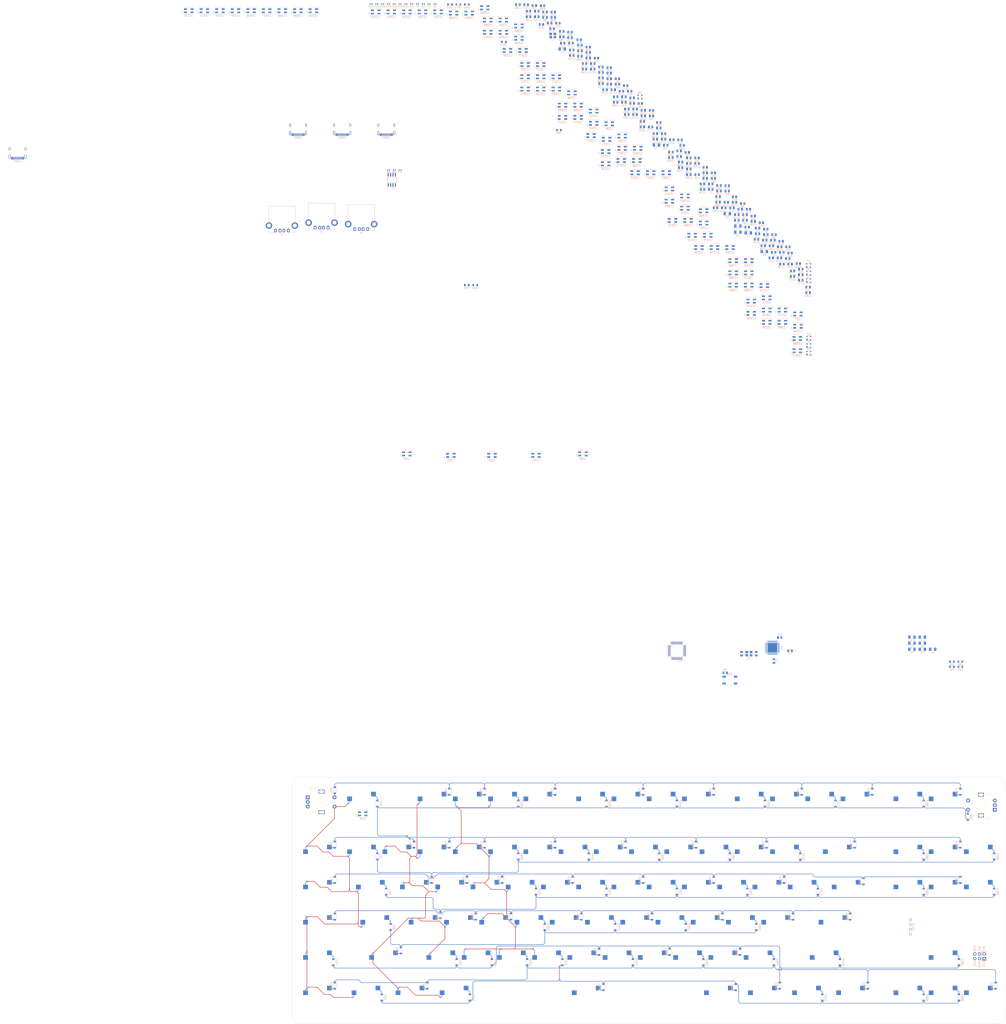
<source format=kicad_pcb>
(kicad_pcb (version 20171130) (host pcbnew "(5.1.10)-1")
  (layers (0 F.Cu signal) (31 B.Cu signal) (34 B.Paste user) (35 F.Paste user) (36 B.SilkS user) (37 F.SilkS user) (38 B.Mask user) (39 F.Mask user) (44 Edge.Cuts user))
  (net 0 "")
  (net 1 GND)
  (net 2 +5V)
  (net 3 "Net-(C2-Pad1)")
  (net 4 "Net-(C4-Pad2)")
  (net 5 "Net-(C6-Pad1)")
  (net 6 "Net-(C7-Pad2)")
  (net 7 "Net-(C9-Pad2)")
  (net 8 "Net-(C10-Pad1)")
  (net 9 KEYBOARD_XTAL1)
  (net 10 KEYBOARD_XTAL2)
  (net 11 XRSTJ)
  (net 12 +3V3)
  (net 13 +1V8)
  (net 14 HUB_XIN)
  (net 15 HUB_XOUT)
  (net 16 HUB_DRV)
  (net 17 "Net-(D2-Pad1)")
  (net 18 "Net-(D3-Pad2)")
  (net 19 "Net-(D5-Pad2)")
  (net 20 "Net-(D7-Pad2)")
  (net 21 "Net-(D10-Pad1)")
  (net 22 "Net-(D11-Pad2)")
  (net 23 "Net-(D13-Pad2)")
  (net 24 "Net-(D15-Pad2)")
  (net 25 VCC)
  (net 26 Earth)
  (net 27 KEYBOARD_RESET)
  (net 28 COL2)
  (net 29 COL1)
  (net 30 COL3)
  (net 31 "Net-(J2-Pad3)")
  (net 32 "Net-(J2-Pad2)")
  (net 33 "Net-(J3-Pad3)")
  (net 34 "Net-(J3-Pad2)")
  (net 35 "Net-(J4-Pad3)")
  (net 36 "Net-(J4-Pad2)")
  (net 37 "Net-(KD1-Pad2)")
  (net 38 ROW2)
  (net 39 "Net-(KD2-Pad2)")
  (net 40 ROW4)
  (net 41 "Net-(KD3-Pad2)")
  (net 42 ROW6)
  (net 43 "Net-(KD4-Pad2)")
  (net 44 ROW8)
  (net 45 "Net-(KD5-Pad2)")
  (net 46 ROW10)
  (net 47 "Net-(KD6-Pad2)")
  (net 48 ROT1_ROW)
  (net 49 "Net-(KD7-Pad2)")
  (net 50 ROW3)
  (net 51 "Net-(KD8-Pad2)")
  (net 52 ROW5)
  (net 53 "Net-(KD9-Pad2)")
  (net 54 ROW7)
  (net 55 "Net-(KD10-Pad2)")
  (net 56 ROW9)
  (net 57 "Net-(KD11-Pad2)")
  (net 58 ROT2_ROW)
  (net 59 "Net-(KD12-Pad2)")
  (net 60 "Net-(KD13-Pad2)")
  (net 61 "Net-(KD14-Pad2)")
  (net 62 "Net-(KD15-Pad2)")
  (net 63 "Net-(KD16-Pad2)")
  (net 64 "Net-(KD17-Pad2)")
  (net 65 "Net-(KD18-Pad2)")
  (net 66 "Net-(KD19-Pad2)")
  (net 67 "Net-(KD20-Pad2)")
  (net 68 "Net-(KD21-Pad2)")
  (net 69 "Net-(KD22-Pad2)")
  (net 70 "Net-(KD23-Pad2)")
  (net 71 "Net-(KD24-Pad2)")
  (net 72 "Net-(KD25-Pad2)")
  (net 73 "Net-(KD26-Pad2)")
  (net 74 "Net-(KD27-Pad2)")
  (net 75 "Net-(KD28-Pad2)")
  (net 76 "Net-(KD29-Pad2)")
  (net 77 "Net-(KD30-Pad2)")
  (net 78 "Net-(KD31-Pad2)")
  (net 79 "Net-(KD32-Pad2)")
  (net 80 "Net-(KD33-Pad2)")
  (net 81 "Net-(KD34-Pad2)")
  (net 82 "Net-(KD35-Pad2)")
  (net 83 "Net-(KD36-Pad2)")
  (net 84 "Net-(KD37-Pad2)")
  (net 85 "Net-(KD38-Pad2)")
  (net 86 "Net-(KD39-Pad2)")
  (net 87 "Net-(KD40-Pad2)")
  (net 88 "Net-(KD41-Pad2)")
  (net 89 "Net-(KD42-Pad2)")
  (net 90 "Net-(KD43-Pad2)")
  (net 91 "Net-(KD44-Pad2)")
  (net 92 "Net-(KD45-Pad2)")
  (net 93 "Net-(KD46-Pad2)")
  (net 94 "Net-(KD47-Pad2)")
  (net 95 "Net-(KD48-Pad2)")
  (net 96 "Net-(KD49-Pad2)")
  (net 97 "Net-(KD50-Pad2)")
  (net 98 "Net-(KD51-Pad2)")
  (net 99 "Net-(KD52-Pad2)")
  (net 100 "Net-(KD53-Pad2)")
  (net 101 "Net-(KD54-Pad2)")
  (net 102 "Net-(KD55-Pad2)")
  (net 103 "Net-(KD56-Pad2)")
  (net 104 "Net-(KD57-Pad2)")
  (net 105 "Net-(KD58-Pad2)")
  (net 106 "Net-(KD59-Pad2)")
  (net 107 "Net-(KD60-Pad2)")
  (net 108 "Net-(KD61-Pad2)")
  (net 109 "Net-(KD62-Pad2)")
  (net 110 "Net-(KD63-Pad2)")
  (net 111 "Net-(KD64-Pad2)")
  (net 112 "Net-(KD65-Pad2)")
  (net 113 "Net-(KD66-Pad2)")
  (net 114 "Net-(KD67-Pad2)")
  (net 115 "Net-(KD68-Pad2)")
  (net 116 "Net-(KD69-Pad2)")
  (net 117 "Net-(KD70-Pad2)")
  (net 118 "Net-(KD71-Pad2)")
  (net 119 "Net-(KD72-Pad2)")
  (net 120 "Net-(KD73-Pad2)")
  (net 121 "Net-(KD74-Pad2)")
  (net 122 "Net-(KD75-Pad2)")
  (net 123 "Net-(KD76-Pad2)")
  (net 124 "Net-(KD77-Pad2)")
  (net 125 "Net-(KD78-Pad2)")
  (net 126 "Net-(KD79-Pad2)")
  (net 127 "Net-(KD80-Pad2)")
  (net 128 "Net-(KD81-Pad2)")
  (net 129 "Net-(KD82-Pad2)")
  (net 130 "Net-(KD83-Pad2)")
  (net 131 "Net-(KD84-Pad2)")
  (net 132 "Net-(KD85-Pad2)")
  (net 133 "Net-(KD86-Pad2)")
  (net 134 "Net-(KD87-Pad2)")
  (net 135 "Net-(KD88-Pad2)")
  (net 136 "Net-(KD89-Pad2)")
  (net 137 "Net-(KD90-Pad2)")
  (net 138 "Net-(KD91-Pad2)")
  (net 139 "Net-(LED1-Pad2)")
  (net 140 "Net-(LED1-Pad4)")
  (net 141 DOUT1)
  (net 142 "Net-(LED11-Pad2)")
  (net 143 DOUT2)
  (net 144 "Net-(LED12-Pad2)")
  (net 145 DOUT3)
  (net 146 "Net-(LED13-Pad2)")
  (net 147 DOUT4)
  (net 148 "Net-(LED14-Pad2)")
  (net 149 DOUT5)
  (net 150 "Net-(LED15-Pad2)")
  (net 151 DOUT6)
  (net 152 "Net-(LED16-Pad2)")
  (net 153 DOUT7)
  (net 154 "Net-(LED17-Pad2)")
  (net 155 DOUT8)
  (net 156 "Net-(LED18-Pad2)")
  (net 157 "Net-(LED10-Pad4)")
  (net 158 "Net-(LED11-Pad4)")
  (net 159 "Net-(LED12-Pad4)")
  (net 160 "Net-(LED13-Pad4)")
  (net 161 "Net-(LED14-Pad4)")
  (net 162 "Net-(LED15-Pad4)")
  (net 163 "Net-(LED16-Pad4)")
  (net 164 "Net-(LED17-Pad4)")
  (net 165 "Net-(LED18-Pad4)")
  (net 166 "Net-(LED19-Pad4)")
  (net 167 "Net-(LED20-Pad4)")
  (net 168 "Net-(LED21-Pad4)")
  (net 169 "Net-(LED22-Pad4)")
  (net 170 "Net-(LED23-Pad4)")
  (net 171 "Net-(LED24-Pad4)")
  (net 172 "Net-(LED25-Pad4)")
  (net 173 "Net-(LED26-Pad4)")
  (net 174 "Net-(LED27-Pad4)")
  (net 175 "Net-(LED28-Pad4)")
  (net 176 "Net-(LED29-Pad4)")
  (net 177 "Net-(LED30-Pad4)")
  (net 178 "Net-(LED31-Pad4)")
  (net 179 "Net-(LED32-Pad4)")
  (net 180 "Net-(LED33-Pad4)")
  (net 181 "Net-(LED34-Pad4)")
  (net 182 "Net-(LED35-Pad4)")
  (net 183 "Net-(LED36-Pad4)")
  (net 184 "Net-(LED37-Pad4)")
  (net 185 "Net-(LED38-Pad4)")
  (net 186 "Net-(LED39-Pad4)")
  (net 187 "Net-(LED40-Pad4)")
  (net 188 "Net-(LED41-Pad4)")
  (net 189 "Net-(LED42-Pad4)")
  (net 190 "Net-(LED43-Pad4)")
  (net 191 "Net-(LED44-Pad4)")
  (net 192 "Net-(LED45-Pad4)")
  (net 193 "Net-(LED46-Pad4)")
  (net 194 "Net-(LED47-Pad4)")
  (net 195 "Net-(LED48-Pad4)")
  (net 196 "Net-(LED49-Pad4)")
  (net 197 "Net-(LED50-Pad4)")
  (net 198 "Net-(LED51-Pad4)")
  (net 199 "Net-(LED52-Pad4)")
  (net 200 "Net-(LED53-Pad4)")
  (net 201 "Net-(LED54-Pad4)")
  (net 202 "Net-(LED55-Pad4)")
  (net 203 "Net-(LED56-Pad4)")
  (net 204 "Net-(LED57-Pad4)")
  (net 205 "Net-(LED58-Pad4)")
  (net 206 "Net-(LED59-Pad4)")
  (net 207 "Net-(LED60-Pad4)")
  (net 208 "Net-(LED61-Pad4)")
  (net 209 "Net-(LED62-Pad4)")
  (net 210 "Net-(LED63-Pad4)")
  (net 211 "Net-(LED64-Pad4)")
  (net 212 "Net-(LED65-Pad4)")
  (net 213 "Net-(LED66-Pad4)")
  (net 214 "Net-(LED67-Pad4)")
  (net 215 "Net-(LED68-Pad4)")
  (net 216 "Net-(LED69-Pad4)")
  (net 217 "Net-(LED70-Pad4)")
  (net 218 "Net-(LED71-Pad4)")
  (net 219 "Net-(LED72-Pad4)")
  (net 220 "Net-(LED73-Pad4)")
  (net 221 "Net-(LED74-Pad4)")
  (net 222 "Net-(LED75-Pad4)")
  (net 223 "Net-(LED76-Pad4)")
  (net 224 "Net-(LED77-Pad4)")
  (net 225 "Net-(LED78-Pad4)")
  (net 226 "Net-(LED79-Pad4)")
  (net 227 "Net-(LED80-Pad4)")
  (net 228 "Net-(LED81-Pad4)")
  (net 229 "Net-(LED90-Pad4)")
  (net 230 COL0)
  (net 231 COL4)
  (net 232 COL5)
  (net 233 COL6)
  (net 234 COL7)
  (net 235 COL8)
  (net 236 KEYBOARD_SDA)
  (net 237 KEYBOARD_SCL)
  (net 238 BKL_DATA_IN)
  (net 239 ENCODER_A)
  (net 240 ENCODER_B1)
  (net 241 "Net-(R4-Pad2)")
  (net 242 KEYBOARD_D+)
  (net 243 KEYBOARD_D-)
  (net 244 "Net-(R5-Pad1)")
  (net 245 "Net-(R7-Pad2)")
  (net 246 "Net-(R10-Pad2)")
  (net 247 HUB_D+)
  (net 248 "Net-(R12-Pad1)")
  (net 249 HUB_D-)
  (net 250 "Net-(R13-Pad1)")
  (net 251 VBUSM)
  (net 252 "Net-(R16-Pad2)")
  (net 253 HUB_LED1)
  (net 254 HUB_LED2)
  (net 255 HUB_LED3)
  (net 256 HUB_LED4)
  (net 257 HUB_LED5)
  (net 258 HUB_LED6)
  (net 259 HUB_LED7)
  (net 260 "Net-(R25-Pad2)")
  (net 261 "Net-(R26-Pad2)")
  (net 262 "Net-(IC1-Pad27)")
  (net 263 "Net-(R28-Pad2)")
  (net 264 "Net-(R29-Pad2)")
  (net 265 "Net-(R30-Pad2)")
  (net 266 "Net-(R31-Pad2)")
  (net 267 HUB_PORT5_D-)
  (net 268 "Net-(R32-Pad1)")
  (net 269 HUB_PORT5_D+)
  (net 270 "Net-(R33-Pad1)")
  (net 271 HUB_PORT6_D-)
  (net 272 "Net-(R34-Pad1)")
  (net 273 HUB_PORT6_D+)
  (net 274 "Net-(R35-Pad1)")
  (net 275 HUB_PORT7_D-)
  (net 276 "Net-(R36-Pad1)")
  (net 277 HUB_PORT7_D+)
  (net 278 "Net-(R37-Pad1)")
  (net 279 HUB_PORT2_D+)
  (net 280 HUB_PORT2_D-)
  (net 281 HUB_PORT3_D+)
  (net 282 HUB_PORT3_D-)
  (net 283 HUB_PORT4_D+)
  (net 284 HUB_PORT4_D-)
  (net 285 "Net-(RD1-Pad2)")
  (net 286 "Net-(RD2-Pad2)")
  (net 287 HUB_SDA)
  (net 288 "Net-(USB1-Pad3)")
  (net 289 "Net-(USB1-Pad9)")
  (net 290 "Net-(USB2-Pad3)")
  (net 291 "Net-(USB2-Pad9)")
  (net 292 "Net-(USB3-Pad3)")
  (net 293 "Net-(USB3-Pad9)")
  (net 294 "Net-(USB4-Pad3)")
  (net 295 "Net-(USB4-Pad9)")
  (net 296 "Net-(IC1-Pad44)")
  (module kbd:OLED_v2 (layer B.Cu) (at 468.283 255.5714 90)
    (fp_text reference OL1)
    (fp_text value OLED hide)
    (fp_text user OLED (at 0 1.55 90) (layer B.SilkS) (effects (justify mirror)))
    (pad 4 thru_hole circle (at 3.81 0 90) (size 1.397 1.397) (drill 0.8128) (layers *.Cu B.SilkS F.Mask) (net 1 GND))
    (pad 3 thru_hole circle (at 1.27 0 90) (size 1.397 1.397) (drill 0.8128) (layers *.Cu B.SilkS F.Mask) (net 2 +5V))
    (pad 2 thru_hole circle (at -1.27 0 90) (size 1.397 1.397) (drill 0.8128) (layers *.Cu B.SilkS F.Mask) (net 236 KEYBOARD_SDA))
    (pad 1 thru_hole circle (at -3.81 0 90) (size 1.397 1.397) (drill 0.8128) (layers *.Cu B.SilkS F.Mask) (net 237 KEYBOARD_SCL))
  )
  (module custom-footprints:FE2.1 (layer B.Cu) (at 342.0847 106.3558)
    (fp_text reference IC1 (at 0 5.321) (layer B.SilkS) (effects (font (size 1.143 1.143) (thickness 0.152)) (justify right mirror)))
    (fp_text value FE2.1 hide)
    (pad 1 smd oval (at -2.75 -4.25) (size 0.27 1.5) (layers B.Cu B.Paste B.Mask) (net 16 HUB_DRV))
    (pad 2 smd oval (at -2.25 -4.25) (size 0.27 1.5) (layers B.Cu B.Paste B.Mask) (net 287 HUB_SDA))
    (pad 3 smd oval (at -1.75 -4.25) (size 0.27 1.5) (layers B.Cu B.Paste B.Mask) (net 253 HUB_LED1))
    (pad 4 smd oval (at -1.25 -4.25) (size 0.27 1.5) (layers B.Cu B.Paste B.Mask) (net 254 HUB_LED2))
    (pad 5 smd oval (at -0.75 -4.25) (size 0.27 1.5) (layers B.Cu B.Paste B.Mask) (net 255 HUB_LED3))
    (pad 6 smd oval (at -0.25 -4.25) (size 0.27 1.5) (layers B.Cu B.Paste B.Mask) (net 13 +1V8))
    (pad 7 smd oval (at 0.25 -4.25) (size 0.27 1.5) (layers B.Cu B.Paste B.Mask) (net 256 HUB_LED4))
    (pad 8 smd oval (at 0.75 -4.25) (size 0.27 1.5) (layers B.Cu B.Paste B.Mask) (net 2 +5V))
    (pad 9 smd oval (at 1.25 -4.25) (size 0.27 1.5) (layers B.Cu B.Paste B.Mask) (net 12 +3V3))
    (pad 10 smd oval (at 1.75 -4.25) (size 0.27 1.5) (layers B.Cu B.Paste B.Mask) (net 1 GND))
    (pad 11 smd oval (at 2.25 -4.25) (size 0.27 1.5) (layers B.Cu B.Paste B.Mask) (net 284 HUB_PORT4_D-))
    (pad 12 smd oval (at 2.75 -4.25) (size 0.27 1.5) (layers B.Cu B.Paste B.Mask) (net 283 HUB_PORT4_D+))
    (pad 13 smd oval (at 4.25 -2.75) (size 1.5 0.27) (layers B.Cu B.Paste B.Mask) (net 282 HUB_PORT3_D-))
    (pad 14 smd oval (at 4.25 -2.25) (size 1.5 0.27) (layers B.Cu B.Paste B.Mask) (net 281 HUB_PORT3_D+))
    (pad 15 smd oval (at 4.25 -1.75) (size 1.5 0.27) (layers B.Cu B.Paste B.Mask) (net 12 +3V3))
    (pad 16 smd oval (at 4.25 -1.25) (size 1.5 0.27) (layers B.Cu B.Paste B.Mask) (net 280 HUB_PORT2_D-))
    (pad 17 smd oval (at 4.25 -0.75) (size 1.5 0.27) (layers B.Cu B.Paste B.Mask) (net 279 HUB_PORT2_D+))
    (pad 18 smd oval (at 4.25 -0.25) (size 1.5 0.27) (layers B.Cu B.Paste B.Mask) (net 243 KEYBOARD_D-))
    (pad 19 smd oval (at 4.25 0.25) (size 1.5 0.27) (layers B.Cu B.Paste B.Mask) (net 242 KEYBOARD_D+))
    (pad 20 smd oval (at 4.25 0.75) (size 1.5 0.27) (layers B.Cu B.Paste B.Mask) (net 12 +3V3))
    (pad 21 smd oval (at 4.25 1.25) (size 1.5 0.27) (layers B.Cu B.Paste B.Mask) (net 13 +1V8))
    (pad 22 smd oval (at 4.25 1.75) (size 1.5 0.27) (layers B.Cu B.Paste B.Mask) (net 14 HUB_XIN))
    (pad 23 smd oval (at 4.25 2.25) (size 1.5 0.27) (layers B.Cu B.Paste B.Mask) (net 15 HUB_XOUT))
    (pad 24 smd oval (at 4.25 2.75) (size 1.5 0.27) (layers B.Cu B.Paste B.Mask) (net 1 GND))
    (pad 25 smd oval (at 2.75 4.25) (size 0.27 1.5) (layers B.Cu B.Paste B.Mask) (net 13 +1V8))
    (pad 26 smd oval (at 2.25 4.25) (size 0.27 1.5) (layers B.Cu B.Paste B.Mask) (net 12 +3V3))
    (pad 27 smd oval (at 1.75 4.25) (size 0.27 1.5) (layers B.Cu B.Paste B.Mask) (net 262 "Net-(IC1-Pad27)"))
    (pad 28 smd oval (at 1.25 4.25) (size 0.27 1.5) (layers B.Cu B.Paste B.Mask) (net 13 +1V8))
    (pad 29 smd oval (at 0.75 4.25) (size 0.27 1.5) (layers B.Cu B.Paste B.Mask) (net 249 HUB_D-))
    (pad 30 smd oval (at 0.25 4.25) (size 0.27 1.5) (layers B.Cu B.Paste B.Mask) (net 247 HUB_D+))
    (pad 31 smd oval (at -0.25 4.25) (size 0.27 1.5) (layers B.Cu B.Paste B.Mask) (net 12 +3V3))
    (pad 32 smd oval (at -0.75 4.25) (size 0.27 1.5) (layers B.Cu B.Paste B.Mask) (net 267 HUB_PORT5_D-))
    (pad 33 smd oval (at -1.25 4.25) (size 0.27 1.5) (layers B.Cu B.Paste B.Mask) (net 269 HUB_PORT5_D+))
    (pad 34 smd oval (at -1.75 4.25) (size 0.27 1.5) (layers B.Cu B.Paste B.Mask) (net 271 HUB_PORT6_D-))
    (pad 35 smd oval (at -2.25 4.25) (size 0.27 1.5) (layers B.Cu B.Paste B.Mask) (net 273 HUB_PORT6_D+))
    (pad 36 smd oval (at -2.75 4.25) (size 0.27 1.5) (layers B.Cu B.Paste B.Mask) (net 12 +3V3))
    (pad 37 smd oval (at -4.25 2.75) (size 1.5 0.27) (layers B.Cu B.Paste B.Mask) (net 275 HUB_PORT7_D-))
    (pad 38 smd oval (at -4.25 2.25) (size 1.5 0.27) (layers B.Cu B.Paste B.Mask) (net 277 HUB_PORT7_D+))
    (pad 39 smd oval (at -4.25 1.75) (size 1.5 0.27) (layers B.Cu B.Paste B.Mask) (net 1 GND))
    (pad 40 smd oval (at -4.25 1.25) (size 1.5 0.27) (layers B.Cu B.Paste B.Mask) (net 11 XRSTJ))
    (pad 41 smd oval (at -4.25 0.75) (size 1.5 0.27) (layers B.Cu B.Paste B.Mask) (net 251 VBUSM))
    (pad 42 smd oval (at -4.25 0.25) (size 1.5 0.27) (layers B.Cu B.Paste B.Mask) (net 12 +3V3))
    (pad 43 smd oval (at -4.25 -0.25) (size 1.5 0.27) (layers B.Cu B.Paste B.Mask) (net 12 +3V3))
    (pad 44 smd oval (at -4.25 -0.75) (size 1.5 0.27) (layers B.Cu B.Paste B.Mask) (net 296 "Net-(IC1-Pad44)"))
    (pad 45 smd oval (at -4.25 -1.25) (size 1.5 0.27) (layers B.Cu B.Paste B.Mask) (net 12 +3V3))
    (pad 46 smd oval (at -4.25 -1.75) (size 1.5 0.27) (layers B.Cu B.Paste B.Mask) (net 259 HUB_LED7))
    (pad 47 smd oval (at -4.25 -2.25) (size 1.5 0.27) (layers B.Cu B.Paste B.Mask) (net 258 HUB_LED6))
    (pad 48 smd oval (at -4.25 -2.75) (size 1.5 0.27) (layers B.Cu B.Paste B.Mask) (net 257 HUB_LED5))
  )
  (module Fuse:Fuse_1206_3216Metric (layer B.Cu) (at 474.6867 98.9821)
    (fp_text reference F7 (at 0 1.82) (layer B.SilkS) (effects (justify mirror)))
    (fp_text value 500mA)
    (pad 2 smd roundrect (at 1.4 0) (size 1.25 1.75) (layers B.Cu B.Paste B.Mask) (roundrect_rratio 0.2) (net 25 VCC))
    (pad 1 smd roundrect (at -1.4 0) (size 1.25 1.75) (layers B.Cu B.Paste B.Mask) (roundrect_rratio 0.2) (net 2 +5V))
  )
  (module Fuse:Fuse_1206_3216Metric (layer B.Cu) (at 480.2967 105.5621)
    (fp_text reference F6 (at 0 1.82) (layer B.SilkS) (effects (justify mirror)))
    (fp_text value 500mA)
    (pad 2 smd roundrect (at 1.4 0) (size 1.25 1.75) (layers B.Cu B.Paste B.Mask) (roundrect_rratio 0.2) (net 25 VCC))
    (pad 1 smd roundrect (at -1.4 0) (size 1.25 1.75) (layers B.Cu B.Paste B.Mask) (roundrect_rratio 0.2) (net 2 +5V))
  )
  (module Fuse:Fuse_1206_3216Metric (layer B.Cu) (at 474.6867 102.2721)
    (fp_text reference F5 (at 0 1.82) (layer B.SilkS) (effects (justify mirror)))
    (fp_text value 500mA)
    (pad 2 smd roundrect (at 1.4 0) (size 1.25 1.75) (layers B.Cu B.Paste B.Mask) (roundrect_rratio 0.2) (net 25 VCC))
    (pad 1 smd roundrect (at -1.4 0) (size 1.25 1.75) (layers B.Cu B.Paste B.Mask) (roundrect_rratio 0.2) (net 2 +5V))
  )
  (module Fuse:Fuse_1206_3216Metric (layer B.Cu) (at 469.0767 98.9821)
    (fp_text reference F4 (at 0 1.82) (layer B.SilkS) (effects (justify mirror)))
    (fp_text value 500mA)
    (pad 2 smd roundrect (at 1.4 0) (size 1.25 1.75) (layers B.Cu B.Paste B.Mask) (roundrect_rratio 0.2) (net 25 VCC))
    (pad 1 smd roundrect (at -1.4 0) (size 1.25 1.75) (layers B.Cu B.Paste B.Mask) (roundrect_rratio 0.2) (net 2 +5V))
  )
  (module Fuse:Fuse_1206_3216Metric (layer B.Cu) (at 474.6867 105.5621)
    (fp_text reference F3 (at 0 1.82) (layer B.SilkS) (effects (justify mirror)))
    (fp_text value 500mA)
    (pad 2 smd roundrect (at 1.4 0) (size 1.25 1.75) (layers B.Cu B.Paste B.Mask) (roundrect_rratio 0.2) (net 25 VCC))
    (pad 1 smd roundrect (at -1.4 0) (size 1.25 1.75) (layers B.Cu B.Paste B.Mask) (roundrect_rratio 0.2) (net 2 +5V))
  )
  (module Fuse:Fuse_1206_3216Metric (layer B.Cu) (at 469.0767 102.2721)
    (fp_text reference F2 (at 0 1.82) (layer B.SilkS) (effects (justify mirror)))
    (fp_text value 500mA)
    (pad 2 smd roundrect (at 1.4 0) (size 1.25 1.75) (layers B.Cu B.Paste B.Mask) (roundrect_rratio 0.2) (net 25 VCC))
    (pad 1 smd roundrect (at -1.4 0) (size 1.25 1.75) (layers B.Cu B.Paste B.Mask) (roundrect_rratio 0.2) (net 2 +5V))
  )
  (module Fuse:Fuse_1206_3216Metric (layer B.Cu) (at 469.0767 105.5621)
    (fp_text reference F1 (at 0 1.82) (layer B.SilkS) (effects (justify mirror)))
    (fp_text value 500mA)
    (pad 2 smd roundrect (at 1.4 0) (size 1.25 1.75) (layers B.Cu B.Paste B.Mask) (roundrect_rratio 0.2) (net 25 VCC))
    (pad 1 smd roundrect (at -1.4 0) (size 1.25 1.75) (layers B.Cu B.Paste B.Mask) (roundrect_rratio 0.2) (net 2 +5V))
  )
  (module Inductor_SMD:L_0805_2012Metric (layer B.Cu) (at 495.244201 112.255199)
    (fp_text reference FB5 (at 0 1.55) (layer B.SilkS) (effects (justify mirror)))
    (fp_text value "60 @ 100MHz")
    (pad 2 smd roundrect (at 1.0625 0) (size 0.875 1.2) (layers B.Cu B.Paste B.Mask) (net 26 Earth))
    (pad 1 smd roundrect (at -1.0625 0) (size 0.875 1.2) (layers B.Cu B.Paste B.Mask) (net 1 GND))
  )
  (module Inductor_SMD:L_0805_2012Metric (layer B.Cu) (at 495.244201 115.005199)
    (fp_text reference FB4 (at 0 1.55) (layer B.SilkS) (effects (justify mirror)))
    (fp_text value "60 @ 100MHz")
    (pad 2 smd roundrect (at 1.0625 0) (size 0.875 1.2) (layers B.Cu B.Paste B.Mask) (net 26 Earth))
    (pad 1 smd roundrect (at -1.0625 0) (size 0.875 1.2) (layers B.Cu B.Paste B.Mask) (net 1 GND))
  )
  (module Inductor_SMD:L_0805_2012Metric (layer B.Cu) (at 490.694201 112.255199)
    (fp_text reference FB3 (at 0 1.55) (layer B.SilkS) (effects (justify mirror)))
    (fp_text value "60 @ 100MHz")
    (pad 2 smd roundrect (at 1.0625 0) (size 0.875 1.2) (layers B.Cu B.Paste B.Mask) (net 1 GND))
    (pad 1 smd roundrect (at -1.0625 0) (size 0.875 1.2) (layers B.Cu B.Paste B.Mask) (net 26 Earth))
  )
  (module Inductor_SMD:L_0805_2012Metric (layer B.Cu) (at 490.694201 115.005199)
    (fp_text reference FB1 (at 0 1.55) (layer B.SilkS) (effects (justify mirror)))
    (fp_text value "60 @ 100MHz")
    (pad 2 smd roundrect (at 1.0625 0) (size 0.875 1.2) (layers B.Cu B.Paste B.Mask) (net 1 GND))
    (pad 1 smd roundrect (at -1.0625 0) (size 0.875 1.2) (layers B.Cu B.Paste B.Mask) (net 26 Earth))
  )
  (module MX_Only:MXOnly-1U-Hotswap (layer F.Cu) (at 191.2817 217.4738)
    (fp_text reference MX17)
    (fp_text value 1)
    (pad 2 smd rect (at 5.842 -5.08) (size 2.55 2.5) (layers B.Cu B.Paste B.Mask) (net 64 "Net-(KD17-Pad2)"))
    (pad 1 smd rect (at -7.085 -2.54) (size 2.55 2.5) (layers B.Cu B.Paste B.Mask) (net 29 COL1))
    (pad "" np_thru_hole circle (at 5.08 0 48.0996) (size 1.75 1.75) (drill 1.75) (layers *.Cu *.Mask))
    (pad "" np_thru_hole circle (at -5.08 0 48.0996) (size 1.75 1.75) (drill 1.75) (layers *.Cu *.Mask))
    (pad "" np_thru_hole circle (at -3.81 -2.54) (size 3 3) (drill 3) (layers *.Cu *.Mask))
    (pad "" np_thru_hole circle (at 0 0) (size 3.9878 3.9878) (drill 3.9878) (layers *.Cu *.Mask))
    (pad "" np_thru_hole circle (at 2.54 -5.08) (size 3 3) (drill 3) (layers *.Cu *.Mask))
  )
  (module MX_Only:MXOnly-1U-Hotswap (layer F.Cu) (at 148.4219 255.5714)
    (fp_text reference MX3)
    (fp_text value M3)
    (pad 2 smd rect (at 5.842 -5.08) (size 2.55 2.5) (layers B.Cu B.Paste B.Mask) (net 41 "Net-(KD3-Pad2)"))
    (pad 1 smd rect (at -7.085 -2.54) (size 2.55 2.5) (layers B.Cu B.Paste B.Mask) (net 230 COL0))
    (pad "" np_thru_hole circle (at 5.08 0 48.0996) (size 1.75 1.75) (drill 1.75) (layers *.Cu *.Mask))
    (pad "" np_thru_hole circle (at -5.08 0 48.0996) (size 1.75 1.75) (drill 1.75) (layers *.Cu *.Mask))
    (pad "" np_thru_hole circle (at -3.81 -2.54) (size 3 3) (drill 3) (layers *.Cu *.Mask))
    (pad "" np_thru_hole circle (at 0 0) (size 3.9878 3.9878) (drill 3.9878) (layers *.Cu *.Mask))
    (pad "" np_thru_hole circle (at 2.54 -5.08) (size 3 3) (drill 3) (layers *.Cu *.Mask))
  )
  (module MX_Only:MXOnly-1.5U-Hotswap (layer F.Cu) (at 176.9951 236.5226)
    (fp_text reference MX8)
    (fp_text value TAB)
    (pad "" np_thru_hole circle (at 2.54 -5.08) (size 3 3) (drill 3) (layers *.Cu *.Mask))
    (pad "" np_thru_hole circle (at 0 0) (size 3.9878 3.9878) (drill 3.9878) (layers *.Cu *.Mask))
    (pad "" np_thru_hole circle (at -3.81 -2.54) (size 3 3) (drill 3) (layers *.Cu *.Mask))
    (pad "" np_thru_hole circle (at -5.08 0 48.0996) (size 1.75 1.75) (drill 1.75) (layers *.Cu *.Mask))
    (pad "" np_thru_hole circle (at 5.08 0 48.0996) (size 1.75 1.75) (drill 1.75) (layers *.Cu *.Mask))
    (pad 1 smd rect (at -7.085 -2.54) (size 2.55 2.5) (layers B.Cu B.Paste B.Mask) (net 230 COL0))
    (pad 2 smd rect (at 5.842 -5.08) (size 2.55 2.5) (layers B.Cu B.Paste B.Mask) (net 51 "Net-(KD8-Pad2)"))
  )
  (module LED_SMD:LED_SK6812MINI_PLCC4_3.5x3.5mm_P1.75mm (layer B.Cu) (at 280.2148 -188.411)
    (fp_text reference LED90 (at 0 2.75) (layer B.SilkS) (effects (justify mirror)))
    (fp_text value WS2812B)
    (fp_text user 1 (at -3.5 0.875) (layer B.SilkS) (effects (justify mirror)))
    (pad 1 smd rect (at -1.75 0.875) (size 1.6 0.85) (layers B.Cu B.Paste B.Mask) (net 2 +5V))
    (pad 2 smd rect (at -1.75 -0.875) (size 1.6 0.85) (layers B.Cu B.Paste B.Mask) (net 228 "Net-(LED81-Pad4)"))
    (pad 4 smd rect (at 1.75 0.875) (size 1.6 0.85) (layers B.Cu B.Paste B.Mask) (net 229 "Net-(LED90-Pad4)"))
    (pad 3 smd rect (at 1.75 -0.875) (size 1.6 0.85) (layers B.Cu B.Paste B.Mask) (net 1 GND))
  )
  (module LED_SMD:LED_SK6812MINI_PLCC4_3.5x3.5mm_P1.75mm (layer B.Cu) (at 399.0248 -71.091)
    (fp_text reference LED89 (at 0 2.75) (layer B.SilkS) (effects (justify mirror)))
    (fp_text value WS2812B)
    (fp_text user 1 (at -3.5 0.875) (layer B.SilkS) (effects (justify mirror)))
    (pad 1 smd rect (at -1.75 0.875) (size 1.6 0.85) (layers B.Cu B.Paste B.Mask) (net 2 +5V))
    (pad 2 smd rect (at -1.75 -0.875) (size 1.6 0.85) (layers B.Cu B.Paste B.Mask) (net 227 "Net-(LED80-Pad4)"))
    (pad 4 smd rect (at 1.75 0.875) (size 1.6 0.85) (layers B.Cu B.Paste B.Mask) (net 155 DOUT8))
    (pad 3 smd rect (at 1.75 -0.875) (size 1.6 0.85) (layers B.Cu B.Paste B.Mask) (net 1 GND))
  )
  (module LED_SMD:LED_SK6812MINI_PLCC4_3.5x3.5mm_P1.75mm (layer B.Cu) (at 372.4448 -97.791)
    (fp_text reference LED88 (at 0 2.75) (layer B.SilkS) (effects (justify mirror)))
    (fp_text value WS2812B)
    (fp_text user 1 (at -3.5 0.875) (layer B.SilkS) (effects (justify mirror)))
    (pad 1 smd rect (at -1.75 0.875) (size 1.6 0.85) (layers B.Cu B.Paste B.Mask) (net 2 +5V))
    (pad 2 smd rect (at -1.75 -0.875) (size 1.6 0.85) (layers B.Cu B.Paste B.Mask) (net 226 "Net-(LED79-Pad4)"))
    (pad 4 smd rect (at 1.75 0.875) (size 1.6 0.85) (layers B.Cu B.Paste B.Mask) (net 153 DOUT7))
    (pad 3 smd rect (at 1.75 -0.875) (size 1.6 0.85) (layers B.Cu B.Paste B.Mask) (net 1 GND))
  )
  (module LED_SMD:LED_SK6812MINI_PLCC4_3.5x3.5mm_P1.75mm (layer B.Cu) (at 260.0148 -210.361)
    (fp_text reference LED87 (at 0 2.75) (layer B.SilkS) (effects (justify mirror)))
    (fp_text value WS2812B)
    (fp_text user 1 (at -3.5 0.875) (layer B.SilkS) (effects (justify mirror)))
    (pad 1 smd rect (at -1.75 0.875) (size 1.6 0.85) (layers B.Cu B.Paste B.Mask) (net 2 +5V))
    (pad 2 smd rect (at -1.75 -0.875) (size 1.6 0.85) (layers B.Cu B.Paste B.Mask) (net 225 "Net-(LED78-Pad4)"))
    (pad 4 smd rect (at 1.75 0.875) (size 1.6 0.85) (layers B.Cu B.Paste B.Mask) (net 151 DOUT6))
    (pad 3 smd rect (at 1.75 -0.875) (size 1.6 0.85) (layers B.Cu B.Paste B.Mask) (net 1 GND))
  )
  (module LED_SMD:LED_SK6812MINI_PLCC4_3.5x3.5mm_P1.75mm (layer B.Cu) (at 407.0948 -62.341)
    (fp_text reference LED86 (at 0 2.75) (layer B.SilkS) (effects (justify mirror)))
    (fp_text value WS2812B)
    (fp_text user 1 (at -3.5 0.875) (layer B.SilkS) (effects (justify mirror)))
    (pad 1 smd rect (at -1.75 0.875) (size 1.6 0.85) (layers B.Cu B.Paste B.Mask) (net 2 +5V))
    (pad 2 smd rect (at -1.75 -0.875) (size 1.6 0.85) (layers B.Cu B.Paste B.Mask) (net 224 "Net-(LED77-Pad4)"))
    (pad 4 smd rect (at 1.75 0.875) (size 1.6 0.85) (layers B.Cu B.Paste B.Mask) (net 149 DOUT5))
    (pad 3 smd rect (at 1.75 -0.875) (size 1.6 0.85) (layers B.Cu B.Paste B.Mask) (net 1 GND))
  )
  (module LED_SMD:LED_SK6812MINI_PLCC4_3.5x3.5mm_P1.75mm (layer B.Cu) (at 337.9548 -136.521)
    (fp_text reference LED85 (at 0 2.75) (layer B.SilkS) (effects (justify mirror)))
    (fp_text value WS2812B)
    (fp_text user 1 (at -3.5 0.875) (layer B.SilkS) (effects (justify mirror)))
    (pad 1 smd rect (at -1.75 0.875) (size 1.6 0.85) (layers B.Cu B.Paste B.Mask) (net 2 +5V))
    (pad 2 smd rect (at -1.75 -0.875) (size 1.6 0.85) (layers B.Cu B.Paste B.Mask) (net 223 "Net-(LED76-Pad4)"))
    (pad 4 smd rect (at 1.75 0.875) (size 1.6 0.85) (layers B.Cu B.Paste B.Mask) (net 147 DOUT4))
    (pad 3 smd rect (at 1.75 -0.875) (size 1.6 0.85) (layers B.Cu B.Paste B.Mask) (net 1 GND))
  )
  (module LED_SMD:LED_SK6812MINI_PLCC4_3.5x3.5mm_P1.75mm (layer B.Cu) (at 348.0748 -126.141)
    (fp_text reference LED84 (at 0 2.75) (layer B.SilkS) (effects (justify mirror)))
    (fp_text value WS2812B)
    (fp_text user 1 (at -3.5 0.875) (layer B.SilkS) (effects (justify mirror)))
    (pad 1 smd rect (at -1.75 0.875) (size 1.6 0.85) (layers B.Cu B.Paste B.Mask) (net 2 +5V))
    (pad 2 smd rect (at -1.75 -0.875) (size 1.6 0.85) (layers B.Cu B.Paste B.Mask) (net 222 "Net-(LED75-Pad4)"))
    (pad 4 smd rect (at 1.75 0.875) (size 1.6 0.85) (layers B.Cu B.Paste B.Mask) (net 145 DOUT3))
    (pad 3 smd rect (at 1.75 -0.875) (size 1.6 0.85) (layers B.Cu B.Paste B.Mask) (net 1 GND))
  )
  (module LED_SMD:LED_SK6812MINI_PLCC4_3.5x3.5mm_P1.75mm (layer B.Cu) (at 239.8148 -234.401)
    (fp_text reference LED83 (at 0 2.75) (layer B.SilkS) (effects (justify mirror)))
    (fp_text value WS2812B)
    (fp_text user 1 (at -3.5 0.875) (layer B.SilkS) (effects (justify mirror)))
    (pad 1 smd rect (at -1.75 0.875) (size 1.6 0.85) (layers B.Cu B.Paste B.Mask) (net 2 +5V))
    (pad 2 smd rect (at -1.75 -0.875) (size 1.6 0.85) (layers B.Cu B.Paste B.Mask) (net 221 "Net-(LED74-Pad4)"))
    (pad 4 smd rect (at 1.75 0.875) (size 1.6 0.85) (layers B.Cu B.Paste B.Mask) (net 143 DOUT2))
    (pad 3 smd rect (at 1.75 -0.875) (size 1.6 0.85) (layers B.Cu B.Paste B.Mask) (net 1 GND))
  )
  (module LED_SMD:LED_SK6812MINI_PLCC4_3.5x3.5mm_P1.75mm (layer B.Cu) (at 276.8548 -197.121)
    (fp_text reference LED82 (at 0 2.75) (layer B.SilkS) (effects (justify mirror)))
    (fp_text value WS2812B)
    (fp_text user 1 (at -3.5 0.875) (layer B.SilkS) (effects (justify mirror)))
    (pad 1 smd rect (at -1.75 0.875) (size 1.6 0.85) (layers B.Cu B.Paste B.Mask) (net 2 +5V))
    (pad 2 smd rect (at -1.75 -0.875) (size 1.6 0.85) (layers B.Cu B.Paste B.Mask) (net 220 "Net-(LED73-Pad4)"))
    (pad 4 smd rect (at 1.75 0.875) (size 1.6 0.85) (layers B.Cu B.Paste B.Mask) (net 141 DOUT1))
    (pad 3 smd rect (at 1.75 -0.875) (size 1.6 0.85) (layers B.Cu B.Paste B.Mask) (net 1 GND))
  )
  (module LED_SMD:LED_SK6812MINI_PLCC4_3.5x3.5mm_P1.75mm (layer B.Cu) (at 268.4348 -203.741)
    (fp_text reference LED81 (at 0 2.75) (layer B.SilkS) (effects (justify mirror)))
    (fp_text value WS2812B)
    (fp_text user 1 (at -3.5 0.875) (layer B.SilkS) (effects (justify mirror)))
    (pad 1 smd rect (at -1.75 0.875) (size 1.6 0.85) (layers B.Cu B.Paste B.Mask) (net 2 +5V))
    (pad 2 smd rect (at -1.75 -0.875) (size 1.6 0.85) (layers B.Cu B.Paste B.Mask) (net 219 "Net-(LED72-Pad4)"))
    (pad 4 smd rect (at 1.75 0.875) (size 1.6 0.85) (layers B.Cu B.Paste B.Mask) (net 228 "Net-(LED81-Pad4)"))
    (pad 3 smd rect (at 1.75 -0.875) (size 1.6 0.85) (layers B.Cu B.Paste B.Mask) (net 1 GND))
  )
  (module LED_SMD:LED_SK6812MINI_PLCC4_3.5x3.5mm_P1.75mm (layer B.Cu) (at 380.8648 -91.171)
    (fp_text reference LED80 (at 0 2.75) (layer B.SilkS) (effects (justify mirror)))
    (fp_text value WS2812B)
    (fp_text user 1 (at -3.5 0.875) (layer B.SilkS) (effects (justify mirror)))
    (pad 1 smd rect (at -1.75 0.875) (size 1.6 0.85) (layers B.Cu B.Paste B.Mask) (net 2 +5V))
    (pad 2 smd rect (at -1.75 -0.875) (size 1.6 0.85) (layers B.Cu B.Paste B.Mask) (net 218 "Net-(LED71-Pad4)"))
    (pad 4 smd rect (at 1.75 0.875) (size 1.6 0.85) (layers B.Cu B.Paste B.Mask) (net 227 "Net-(LED80-Pad4)"))
    (pad 3 smd rect (at 1.75 -0.875) (size 1.6 0.85) (layers B.Cu B.Paste B.Mask) (net 1 GND))
  )
  (module LED_SMD:LED_SK6812MINI_PLCC4_3.5x3.5mm_P1.75mm (layer B.Cu) (at 78.2148 -239.441)
    (fp_text reference LED79 (at 0 2.75) (layer B.SilkS) (effects (justify mirror)))
    (fp_text value WS2812B)
    (fp_text user 1 (at -3.5 0.875) (layer B.SilkS) (effects (justify mirror)))
    (pad 1 smd rect (at -1.75 0.875) (size 1.6 0.85) (layers B.Cu B.Paste B.Mask) (net 2 +5V))
    (pad 2 smd rect (at -1.75 -0.875) (size 1.6 0.85) (layers B.Cu B.Paste B.Mask) (net 217 "Net-(LED70-Pad4)"))
    (pad 4 smd rect (at 1.75 0.875) (size 1.6 0.85) (layers B.Cu B.Paste B.Mask) (net 226 "Net-(LED79-Pad4)"))
    (pad 3 smd rect (at 1.75 -0.875) (size 1.6 0.85) (layers B.Cu B.Paste B.Mask) (net 1 GND))
  )
  (module LED_SMD:LED_SK6812MINI_PLCC4_3.5x3.5mm_P1.75mm (layer B.Cu) (at 362.3648 -111.491)
    (fp_text reference LED78 (at 0 2.75) (layer B.SilkS) (effects (justify mirror)))
    (fp_text value WS2812B)
    (fp_text user 1 (at -3.5 0.875) (layer B.SilkS) (effects (justify mirror)))
    (pad 1 smd rect (at -1.75 0.875) (size 1.6 0.85) (layers B.Cu B.Paste B.Mask) (net 2 +5V))
    (pad 2 smd rect (at -1.75 -0.875) (size 1.6 0.85) (layers B.Cu B.Paste B.Mask) (net 216 "Net-(LED69-Pad4)"))
    (pad 4 smd rect (at 1.75 0.875) (size 1.6 0.85) (layers B.Cu B.Paste B.Mask) (net 225 "Net-(LED78-Pad4)"))
    (pad 3 smd rect (at 1.75 -0.875) (size 1.6 0.85) (layers B.Cu B.Paste B.Mask) (net 1 GND))
  )
  (module LED_SMD:LED_SK6812MINI_PLCC4_3.5x3.5mm_P1.75mm (layer B.Cu) (at 288.6348 -181.791)
    (fp_text reference LED77 (at 0 2.75) (layer B.SilkS) (effects (justify mirror)))
    (fp_text value WS2812B)
    (fp_text user 1 (at -3.5 0.875) (layer B.SilkS) (effects (justify mirror)))
    (pad 1 smd rect (at -1.75 0.875) (size 1.6 0.85) (layers B.Cu B.Paste B.Mask) (net 2 +5V))
    (pad 2 smd rect (at -1.75 -0.875) (size 1.6 0.85) (layers B.Cu B.Paste B.Mask) (net 215 "Net-(LED68-Pad4)"))
    (pad 4 smd rect (at 1.75 0.875) (size 1.6 0.85) (layers B.Cu B.Paste B.Mask) (net 224 "Net-(LED77-Pad4)"))
    (pad 3 smd rect (at 1.75 -0.875) (size 1.6 0.85) (layers B.Cu B.Paste B.Mask) (net 1 GND))
  )
  (module LED_SMD:LED_SK6812MINI_PLCC4_3.5x3.5mm_P1.75mm (layer B.Cu) (at 248.2348 -227.781)
    (fp_text reference LED76 (at 0 2.75) (layer B.SilkS) (effects (justify mirror)))
    (fp_text value WS2812B)
    (fp_text user 1 (at -3.5 0.875) (layer B.SilkS) (effects (justify mirror)))
    (pad 1 smd rect (at -1.75 0.875) (size 1.6 0.85) (layers B.Cu B.Paste B.Mask) (net 2 +5V))
    (pad 2 smd rect (at -1.75 -0.875) (size 1.6 0.85) (layers B.Cu B.Paste B.Mask) (net 214 "Net-(LED67-Pad4)"))
    (pad 4 smd rect (at 1.75 0.875) (size 1.6 0.85) (layers B.Cu B.Paste B.Mask) (net 223 "Net-(LED76-Pad4)"))
    (pad 3 smd rect (at 1.75 -0.875) (size 1.6 0.85) (layers B.Cu B.Paste B.Mask) (net 1 GND))
  )
  (module LED_SMD:LED_SK6812MINI_PLCC4_3.5x3.5mm_P1.75mm (layer B.Cu) (at 390.6048 -84.331)
    (fp_text reference LED75 (at 0 2.75) (layer B.SilkS) (effects (justify mirror)))
    (fp_text value WS2812B)
    (fp_text user 1 (at -3.5 0.875) (layer B.SilkS) (effects (justify mirror)))
    (pad 1 smd rect (at -1.75 0.875) (size 1.6 0.85) (layers B.Cu B.Paste B.Mask) (net 2 +5V))
    (pad 2 smd rect (at -1.75 -0.875) (size 1.6 0.85) (layers B.Cu B.Paste B.Mask) (net 213 "Net-(LED66-Pad4)"))
    (pad 4 smd rect (at 1.75 0.875) (size 1.6 0.85) (layers B.Cu B.Paste B.Mask) (net 222 "Net-(LED75-Pad4)"))
    (pad 3 smd rect (at 1.75 -0.875) (size 1.6 0.85) (layers B.Cu B.Paste B.Mask) (net 1 GND))
  )
  (module LED_SMD:LED_SK6812MINI_PLCC4_3.5x3.5mm_P1.75mm (layer B.Cu) (at 304.0348 -169.961)
    (fp_text reference LED74 (at 0 2.75) (layer B.SilkS) (effects (justify mirror)))
    (fp_text value WS2812B)
    (fp_text user 1 (at -3.5 0.875) (layer B.SilkS) (effects (justify mirror)))
    (pad 1 smd rect (at -1.75 0.875) (size 1.6 0.85) (layers B.Cu B.Paste B.Mask) (net 2 +5V))
    (pad 2 smd rect (at -1.75 -0.875) (size 1.6 0.85) (layers B.Cu B.Paste B.Mask) (net 212 "Net-(LED65-Pad4)"))
    (pad 4 smd rect (at 1.75 0.875) (size 1.6 0.85) (layers B.Cu B.Paste B.Mask) (net 221 "Net-(LED74-Pad4)"))
    (pad 3 smd rect (at 1.75 -0.875) (size 1.6 0.85) (layers B.Cu B.Paste B.Mask) (net 1 GND))
  )
  (module LED_SMD:LED_SK6812MINI_PLCC4_3.5x3.5mm_P1.75mm (layer B.Cu) (at 311.9448 -158.511)
    (fp_text reference LED73 (at 0 2.75) (layer B.SilkS) (effects (justify mirror)))
    (fp_text value WS2812B)
    (fp_text user 1 (at -3.5 0.875) (layer B.SilkS) (effects (justify mirror)))
    (pad 1 smd rect (at -1.75 0.875) (size 1.6 0.85) (layers B.Cu B.Paste B.Mask) (net 2 +5V))
    (pad 2 smd rect (at -1.75 -0.875) (size 1.6 0.85) (layers B.Cu B.Paste B.Mask) (net 211 "Net-(LED64-Pad4)"))
    (pad 4 smd rect (at 1.75 0.875) (size 1.6 0.85) (layers B.Cu B.Paste B.Mask) (net 220 "Net-(LED73-Pad4)"))
    (pad 3 smd rect (at 1.75 -0.875) (size 1.6 0.85) (layers B.Cu B.Paste B.Mask) (net 1 GND))
  )
  (module LED_SMD:LED_SK6812MINI_PLCC4_3.5x3.5mm_P1.75mm (layer B.Cu) (at 258.8748 -217.961)
    (fp_text reference LED72 (at 0 2.75) (layer B.SilkS) (effects (justify mirror)))
    (fp_text value WS2812B)
    (fp_text user 1 (at -3.5 0.875) (layer B.SilkS) (effects (justify mirror)))
    (pad 1 smd rect (at -1.75 0.875) (size 1.6 0.85) (layers B.Cu B.Paste B.Mask) (net 2 +5V))
    (pad 2 smd rect (at -1.75 -0.875) (size 1.6 0.85) (layers B.Cu B.Paste B.Mask) (net 210 "Net-(LED63-Pad4)"))
    (pad 4 smd rect (at 1.75 0.875) (size 1.6 0.85) (layers B.Cu B.Paste B.Mask) (net 219 "Net-(LED72-Pad4)"))
    (pad 3 smd rect (at 1.75 -0.875) (size 1.6 0.85) (layers B.Cu B.Paste B.Mask) (net 1 GND))
  )
  (module LED_SMD:LED_SK6812MINI_PLCC4_3.5x3.5mm_P1.75mm (layer B.Cu) (at 358.7148 -118.111)
    (fp_text reference LED71 (at 0 2.75) (layer B.SilkS) (effects (justify mirror)))
    (fp_text value WS2812B)
    (fp_text user 1 (at -3.5 0.875) (layer B.SilkS) (effects (justify mirror)))
    (pad 1 smd rect (at -1.75 0.875) (size 1.6 0.85) (layers B.Cu B.Paste B.Mask) (net 2 +5V))
    (pad 2 smd rect (at -1.75 -0.875) (size 1.6 0.85) (layers B.Cu B.Paste B.Mask) (net 209 "Net-(LED62-Pad4)"))
    (pad 4 smd rect (at 1.75 0.875) (size 1.6 0.85) (layers B.Cu B.Paste B.Mask) (net 218 "Net-(LED71-Pad4)"))
    (pad 3 smd rect (at 1.75 -0.875) (size 1.6 0.85) (layers B.Cu B.Paste B.Mask) (net 1 GND))
  )
  (module LED_SMD:LED_SK6812MINI_PLCC4_3.5x3.5mm_P1.75mm (layer B.Cu) (at 399.0248 -77.711)
    (fp_text reference LED70 (at 0 2.75) (layer B.SilkS) (effects (justify mirror)))
    (fp_text value WS2812B)
    (fp_text user 1 (at -3.5 0.875) (layer B.SilkS) (effects (justify mirror)))
    (pad 1 smd rect (at -1.75 0.875) (size 1.6 0.85) (layers B.Cu B.Paste B.Mask) (net 2 +5V))
    (pad 2 smd rect (at -1.75 -0.875) (size 1.6 0.85) (layers B.Cu B.Paste B.Mask) (net 208 "Net-(LED61-Pad4)"))
    (pad 4 smd rect (at 1.75 0.875) (size 1.6 0.85) (layers B.Cu B.Paste B.Mask) (net 217 "Net-(LED70-Pad4)"))
    (pad 3 smd rect (at 1.75 -0.875) (size 1.6 0.85) (layers B.Cu B.Paste B.Mask) (net 1 GND))
  )
  (module LED_SMD:LED_SK6812MINI_PLCC4_3.5x3.5mm_P1.75mm (layer B.Cu) (at 372.4448 -104.411)
    (fp_text reference LED69 (at 0 2.75) (layer B.SilkS) (effects (justify mirror)))
    (fp_text value WS2812B)
    (fp_text user 1 (at -3.5 0.875) (layer B.SilkS) (effects (justify mirror)))
    (pad 1 smd rect (at -1.75 0.875) (size 1.6 0.85) (layers B.Cu B.Paste B.Mask) (net 2 +5V))
    (pad 2 smd rect (at -1.75 -0.875) (size 1.6 0.85) (layers B.Cu B.Paste B.Mask) (net 207 "Net-(LED60-Pad4)"))
    (pad 4 smd rect (at 1.75 0.875) (size 1.6 0.85) (layers B.Cu B.Paste B.Mask) (net 216 "Net-(LED69-Pad4)"))
    (pad 3 smd rect (at 1.75 -0.875) (size 1.6 0.85) (layers B.Cu B.Paste B.Mask) (net 1 GND))
  )
  (module LED_SMD:LED_SK6812MINI_PLCC4_3.5x3.5mm_P1.75mm (layer B.Cu) (at 288.6348 -188.411)
    (fp_text reference LED68 (at 0 2.75) (layer B.SilkS) (effects (justify mirror)))
    (fp_text value WS2812B)
    (fp_text user 1 (at -3.5 0.875) (layer B.SilkS) (effects (justify mirror)))
    (pad 1 smd rect (at -1.75 0.875) (size 1.6 0.85) (layers B.Cu B.Paste B.Mask) (net 2 +5V))
    (pad 2 smd rect (at -1.75 -0.875) (size 1.6 0.85) (layers B.Cu B.Paste B.Mask) (net 206 "Net-(LED59-Pad4)"))
    (pad 4 smd rect (at 1.75 0.875) (size 1.6 0.85) (layers B.Cu B.Paste B.Mask) (net 215 "Net-(LED68-Pad4)"))
    (pad 3 smd rect (at 1.75 -0.875) (size 1.6 0.85) (layers B.Cu B.Paste B.Mask) (net 1 GND))
  )
  (module LED_SMD:LED_SK6812MINI_PLCC4_3.5x3.5mm_P1.75mm (layer B.Cu) (at 327.8748 -151.891)
    (fp_text reference LED67 (at 0 2.75) (layer B.SilkS) (effects (justify mirror)))
    (fp_text value WS2812B)
    (fp_text user 1 (at -3.5 0.875) (layer B.SilkS) (effects (justify mirror)))
    (pad 1 smd rect (at -1.75 0.875) (size 1.6 0.85) (layers B.Cu B.Paste B.Mask) (net 2 +5V))
    (pad 2 smd rect (at -1.75 -0.875) (size 1.6 0.85) (layers B.Cu B.Paste B.Mask) (net 205 "Net-(LED58-Pad4)"))
    (pad 4 smd rect (at 1.75 0.875) (size 1.6 0.85) (layers B.Cu B.Paste B.Mask) (net 214 "Net-(LED67-Pad4)"))
    (pad 3 smd rect (at 1.75 -0.875) (size 1.6 0.85) (layers B.Cu B.Paste B.Mask) (net 1 GND))
  )
  (module LED_SMD:LED_SK6812MINI_PLCC4_3.5x3.5mm_P1.75mm (layer B.Cu) (at 320.3648 -158.511)
    (fp_text reference LED66 (at 0 2.75) (layer B.SilkS) (effects (justify mirror)))
    (fp_text value WS2812B)
    (fp_text user 1 (at -3.5 0.875) (layer B.SilkS) (effects (justify mirror)))
    (pad 1 smd rect (at -1.75 0.875) (size 1.6 0.85) (layers B.Cu B.Paste B.Mask) (net 2 +5V))
    (pad 2 smd rect (at -1.75 -0.875) (size 1.6 0.85) (layers B.Cu B.Paste B.Mask) (net 204 "Net-(LED57-Pad4)"))
    (pad 4 smd rect (at 1.75 0.875) (size 1.6 0.85) (layers B.Cu B.Paste B.Mask) (net 213 "Net-(LED66-Pad4)"))
    (pad 3 smd rect (at 1.75 -0.875) (size 1.6 0.85) (layers B.Cu B.Paste B.Mask) (net 1 GND))
  )
  (module LED_SMD:LED_SK6812MINI_PLCC4_3.5x3.5mm_P1.75mm (layer B.Cu) (at 372.4448 -91.171)
    (fp_text reference LED65 (at 0 2.75) (layer B.SilkS) (effects (justify mirror)))
    (fp_text value WS2812B)
    (fp_text user 1 (at -3.5 0.875) (layer B.SilkS) (effects (justify mirror)))
    (pad 1 smd rect (at -1.75 0.875) (size 1.6 0.85) (layers B.Cu B.Paste B.Mask) (net 2 +5V))
    (pad 2 smd rect (at -1.75 -0.875) (size 1.6 0.85) (layers B.Cu B.Paste B.Mask) (net 203 "Net-(LED56-Pad4)"))
    (pad 4 smd rect (at 1.75 0.875) (size 1.6 0.85) (layers B.Cu B.Paste B.Mask) (net 212 "Net-(LED65-Pad4)"))
    (pad 3 smd rect (at 1.75 -0.875) (size 1.6 0.85) (layers B.Cu B.Paste B.Mask) (net 1 GND))
  )
  (module LED_SMD:LED_SK6812MINI_PLCC4_3.5x3.5mm_P1.75mm (layer B.Cu) (at 187.6748 -238.801)
    (fp_text reference LED64 (at 0 2.75) (layer B.SilkS) (effects (justify mirror)))
    (fp_text value WS2812B)
    (fp_text user 1 (at -3.5 0.875) (layer B.SilkS) (effects (justify mirror)))
    (pad 1 smd rect (at -1.75 0.875) (size 1.6 0.85) (layers B.Cu B.Paste B.Mask) (net 2 +5V))
    (pad 2 smd rect (at -1.75 -0.875) (size 1.6 0.85) (layers B.Cu B.Paste B.Mask) (net 202 "Net-(LED55-Pad4)"))
    (pad 4 smd rect (at 1.75 0.875) (size 1.6 0.85) (layers B.Cu B.Paste B.Mask) (net 211 "Net-(LED64-Pad4)"))
    (pad 3 smd rect (at 1.75 -0.875) (size 1.6 0.85) (layers B.Cu B.Paste B.Mask) (net 1 GND))
  )
  (module LED_SMD:LED_SK6812MINI_PLCC4_3.5x3.5mm_P1.75mm (layer B.Cu) (at 320.8748 -165.131)
    (fp_text reference LED63 (at 0 2.75) (layer B.SilkS) (effects (justify mirror)))
    (fp_text value WS2812B)
    (fp_text user 1 (at -3.5 0.875) (layer B.SilkS) (effects (justify mirror)))
    (pad 1 smd rect (at -1.75 0.875) (size 1.6 0.85) (layers B.Cu B.Paste B.Mask) (net 2 +5V))
    (pad 2 smd rect (at -1.75 -0.875) (size 1.6 0.85) (layers B.Cu B.Paste B.Mask) (net 201 "Net-(LED54-Pad4)"))
    (pad 4 smd rect (at 1.75 0.875) (size 1.6 0.85) (layers B.Cu B.Paste B.Mask) (net 210 "Net-(LED63-Pad4)"))
    (pad 3 smd rect (at 1.75 -0.875) (size 1.6 0.85) (layers B.Cu B.Paste B.Mask) (net 1 GND))
  )
  (module LED_SMD:LED_SK6812MINI_PLCC4_3.5x3.5mm_P1.75mm (layer B.Cu) (at 346.3748 -139.381)
    (fp_text reference LED62 (at 0 2.75) (layer B.SilkS) (effects (justify mirror)))
    (fp_text value WS2812B)
    (fp_text user 1 (at -3.5 0.875) (layer B.SilkS) (effects (justify mirror)))
    (pad 1 smd rect (at -1.75 0.875) (size 1.6 0.85) (layers B.Cu B.Paste B.Mask) (net 2 +5V))
    (pad 2 smd rect (at -1.75 -0.875) (size 1.6 0.85) (layers B.Cu B.Paste B.Mask) (net 200 "Net-(LED53-Pad4)"))
    (pad 4 smd rect (at 1.75 0.875) (size 1.6 0.85) (layers B.Cu B.Paste B.Mask) (net 209 "Net-(LED62-Pad4)"))
    (pad 3 smd rect (at 1.75 -0.875) (size 1.6 0.85) (layers B.Cu B.Paste B.Mask) (net 1 GND))
  )
  (module LED_SMD:LED_SK6812MINI_PLCC4_3.5x3.5mm_P1.75mm (layer B.Cu) (at 336.2948 -151.891)
    (fp_text reference LED61 (at 0 2.75) (layer B.SilkS) (effects (justify mirror)))
    (fp_text value WS2812B)
    (fp_text user 1 (at -3.5 0.875) (layer B.SilkS) (effects (justify mirror)))
    (pad 1 smd rect (at -1.75 0.875) (size 1.6 0.85) (layers B.Cu B.Paste B.Mask) (net 2 +5V))
    (pad 2 smd rect (at -1.75 -0.875) (size 1.6 0.85) (layers B.Cu B.Paste B.Mask) (net 199 "Net-(LED52-Pad4)"))
    (pad 4 smd rect (at 1.75 0.875) (size 1.6 0.85) (layers B.Cu B.Paste B.Mask) (net 208 "Net-(LED61-Pad4)"))
    (pad 3 smd rect (at 1.75 -0.875) (size 1.6 0.85) (layers B.Cu B.Paste B.Mask) (net 1 GND))
  )
  (module LED_SMD:LED_SK6812MINI_PLCC4_3.5x3.5mm_P1.75mm (layer B.Cu) (at 256.6548 -231.201)
    (fp_text reference LED60 (at 0 2.75) (layer B.SilkS) (effects (justify mirror)))
    (fp_text value WS2812B)
    (fp_text user 1 (at -3.5 0.875) (layer B.SilkS) (effects (justify mirror)))
    (pad 1 smd rect (at -1.75 0.875) (size 1.6 0.85) (layers B.Cu B.Paste B.Mask) (net 2 +5V))
    (pad 2 smd rect (at -1.75 -0.875) (size 1.6 0.85) (layers B.Cu B.Paste B.Mask) (net 198 "Net-(LED51-Pad4)"))
    (pad 4 smd rect (at 1.75 0.875) (size 1.6 0.85) (layers B.Cu B.Paste B.Mask) (net 207 "Net-(LED60-Pad4)"))
    (pad 3 smd rect (at 1.75 -0.875) (size 1.6 0.85) (layers B.Cu B.Paste B.Mask) (net 1 GND))
  )
  (module LED_SMD:LED_SK6812MINI_PLCC4_3.5x3.5mm_P1.75mm (layer B.Cu) (at 256.6548 -224.581)
    (fp_text reference LED59 (at 0 2.75) (layer B.SilkS) (effects (justify mirror)))
    (fp_text value WS2812B)
    (fp_text user 1 (at -3.5 0.875) (layer B.SilkS) (effects (justify mirror)))
    (pad 1 smd rect (at -1.75 0.875) (size 1.6 0.85) (layers B.Cu B.Paste B.Mask) (net 2 +5V))
    (pad 2 smd rect (at -1.75 -0.875) (size 1.6 0.85) (layers B.Cu B.Paste B.Mask) (net 197 "Net-(LED50-Pad4)"))
    (pad 4 smd rect (at 1.75 0.875) (size 1.6 0.85) (layers B.Cu B.Paste B.Mask) (net 206 "Net-(LED59-Pad4)"))
    (pad 3 smd rect (at 1.75 -0.875) (size 1.6 0.85) (layers B.Cu B.Paste B.Mask) (net 1 GND))
  )
  (module LED_SMD:LED_SK6812MINI_PLCC4_3.5x3.5mm_P1.75mm (layer B.Cu) (at 356.4948 -131.351)
    (fp_text reference LED58 (at 0 2.75) (layer B.SilkS) (effects (justify mirror)))
    (fp_text value WS2812B)
    (fp_text user 1 (at -3.5 0.875) (layer B.SilkS) (effects (justify mirror)))
    (pad 1 smd rect (at -1.75 0.875) (size 1.6 0.85) (layers B.Cu B.Paste B.Mask) (net 2 +5V))
    (pad 2 smd rect (at -1.75 -0.875) (size 1.6 0.85) (layers B.Cu B.Paste B.Mask) (net 196 "Net-(LED49-Pad4)"))
    (pad 4 smd rect (at 1.75 0.875) (size 1.6 0.85) (layers B.Cu B.Paste B.Mask) (net 205 "Net-(LED58-Pad4)"))
    (pad 3 smd rect (at 1.75 -0.875) (size 1.6 0.85) (layers B.Cu B.Paste B.Mask) (net 1 GND))
  )
  (module LED_SMD:LED_SK6812MINI_PLCC4_3.5x3.5mm_P1.75mm (layer B.Cu) (at 356.4948 -124.731)
    (fp_text reference LED57 (at 0 2.75) (layer B.SilkS) (effects (justify mirror)))
    (fp_text value WS2812B)
    (fp_text user 1 (at -3.5 0.875) (layer B.SilkS) (effects (justify mirror)))
    (pad 1 smd rect (at -1.75 0.875) (size 1.6 0.85) (layers B.Cu B.Paste B.Mask) (net 2 +5V))
    (pad 2 smd rect (at -1.75 -0.875) (size 1.6 0.85) (layers B.Cu B.Paste B.Mask) (net 195 "Net-(LED48-Pad4)"))
    (pad 4 smd rect (at 1.75 0.875) (size 1.6 0.85) (layers B.Cu B.Paste B.Mask) (net 204 "Net-(LED57-Pad4)"))
    (pad 3 smd rect (at 1.75 -0.875) (size 1.6 0.85) (layers B.Cu B.Paste B.Mask) (net 1 GND))
  )
  (module LED_SMD:LED_SK6812MINI_PLCC4_3.5x3.5mm_P1.75mm (layer B.Cu) (at 285.2748 -195.031)
    (fp_text reference LED56 (at 0 2.75) (layer B.SilkS) (effects (justify mirror)))
    (fp_text value WS2812B)
    (fp_text user 1 (at -3.5 0.875) (layer B.SilkS) (effects (justify mirror)))
    (pad 1 smd rect (at -1.75 0.875) (size 1.6 0.85) (layers B.Cu B.Paste B.Mask) (net 2 +5V))
    (pad 2 smd rect (at -1.75 -0.875) (size 1.6 0.85) (layers B.Cu B.Paste B.Mask) (net 194 "Net-(LED47-Pad4)"))
    (pad 4 smd rect (at 1.75 0.875) (size 1.6 0.85) (layers B.Cu B.Paste B.Mask) (net 203 "Net-(LED56-Pad4)"))
    (pad 3 smd rect (at 1.75 -0.875) (size 1.6 0.85) (layers B.Cu B.Paste B.Mask) (net 1 GND))
  )
  (module LED_SMD:LED_SK6812MINI_PLCC4_3.5x3.5mm_P1.75mm (layer B.Cu) (at 370.7848 -111.491)
    (fp_text reference LED55 (at 0 2.75) (layer B.SilkS) (effects (justify mirror)))
    (fp_text value WS2812B)
    (fp_text user 1 (at -3.5 0.875) (layer B.SilkS) (effects (justify mirror)))
    (pad 1 smd rect (at -1.75 0.875) (size 1.6 0.85) (layers B.Cu B.Paste B.Mask) (net 2 +5V))
    (pad 2 smd rect (at -1.75 -0.875) (size 1.6 0.85) (layers B.Cu B.Paste B.Mask) (net 193 "Net-(LED46-Pad4)"))
    (pad 4 smd rect (at 1.75 0.875) (size 1.6 0.85) (layers B.Cu B.Paste B.Mask) (net 202 "Net-(LED55-Pad4)"))
    (pad 3 smd rect (at 1.75 -0.875) (size 1.6 0.85) (layers B.Cu B.Paste B.Mask) (net 1 GND))
  )
  (module LED_SMD:LED_SK6812MINI_PLCC4_3.5x3.5mm_P1.75mm (layer B.Cu) (at 248.2348 -234.401)
    (fp_text reference LED54 (at 0 2.75) (layer B.SilkS) (effects (justify mirror)))
    (fp_text value WS2812B)
    (fp_text user 1 (at -3.5 0.875) (layer B.SilkS) (effects (justify mirror)))
    (pad 1 smd rect (at -1.75 0.875) (size 1.6 0.85) (layers B.Cu B.Paste B.Mask) (net 2 +5V))
    (pad 2 smd rect (at -1.75 -0.875) (size 1.6 0.85) (layers B.Cu B.Paste B.Mask) (net 192 "Net-(LED45-Pad4)"))
    (pad 4 smd rect (at 1.75 0.875) (size 1.6 0.85) (layers B.Cu B.Paste B.Mask) (net 201 "Net-(LED54-Pad4)"))
    (pad 3 smd rect (at 1.75 -0.875) (size 1.6 0.85) (layers B.Cu B.Paste B.Mask) (net 1 GND))
  )
  (module LED_SMD:LED_SK6812MINI_PLCC4_3.5x3.5mm_P1.75mm (layer B.Cu) (at 312.4548 -165.131)
    (fp_text reference LED53 (at 0 2.75) (layer B.SilkS) (effects (justify mirror)))
    (fp_text value WS2812B)
    (fp_text user 1 (at -3.5 0.875) (layer B.SilkS) (effects (justify mirror)))
    (pad 1 smd rect (at -1.75 0.875) (size 1.6 0.85) (layers B.Cu B.Paste B.Mask) (net 2 +5V))
    (pad 2 smd rect (at -1.75 -0.875) (size 1.6 0.85) (layers B.Cu B.Paste B.Mask) (net 191 "Net-(LED44-Pad4)"))
    (pad 4 smd rect (at 1.75 0.875) (size 1.6 0.85) (layers B.Cu B.Paste B.Mask) (net 200 "Net-(LED53-Pad4)"))
    (pad 3 smd rect (at 1.75 -0.875) (size 1.6 0.85) (layers B.Cu B.Paste B.Mask) (net 1 GND))
  )
  (module LED_SMD:LED_SK6812MINI_PLCC4_3.5x3.5mm_P1.75mm (layer B.Cu) (at 297.0548 -185.211)
    (fp_text reference LED52 (at 0 2.75) (layer B.SilkS) (effects (justify mirror)))
    (fp_text value WS2812B)
    (fp_text user 1 (at -3.5 0.875) (layer B.SilkS) (effects (justify mirror)))
    (pad 1 smd rect (at -1.75 0.875) (size 1.6 0.85) (layers B.Cu B.Paste B.Mask) (net 2 +5V))
    (pad 2 smd rect (at -1.75 -0.875) (size 1.6 0.85) (layers B.Cu B.Paste B.Mask) (net 190 "Net-(LED43-Pad4)"))
    (pad 4 smd rect (at 1.75 0.875) (size 1.6 0.85) (layers B.Cu B.Paste B.Mask) (net 199 "Net-(LED52-Pad4)"))
    (pad 3 smd rect (at 1.75 -0.875) (size 1.6 0.85) (layers B.Cu B.Paste B.Mask) (net 1 GND))
  )
  (module LED_SMD:LED_SK6812MINI_PLCC4_3.5x3.5mm_P1.75mm (layer B.Cu) (at 346.3748 -132.761)
    (fp_text reference LED51 (at 0 2.75) (layer B.SilkS) (effects (justify mirror)))
    (fp_text value WS2812B)
    (fp_text user 1 (at -3.5 0.875) (layer B.SilkS) (effects (justify mirror)))
    (pad 1 smd rect (at -1.75 0.875) (size 1.6 0.85) (layers B.Cu B.Paste B.Mask) (net 2 +5V))
    (pad 2 smd rect (at -1.75 -0.875) (size 1.6 0.85) (layers B.Cu B.Paste B.Mask) (net 189 "Net-(LED42-Pad4)"))
    (pad 4 smd rect (at 1.75 0.875) (size 1.6 0.85) (layers B.Cu B.Paste B.Mask) (net 198 "Net-(LED51-Pad4)"))
    (pad 3 smd rect (at 1.75 -0.875) (size 1.6 0.85) (layers B.Cu B.Paste B.Mask) (net 1 GND))
  )
  (module LED_SMD:LED_SK6812MINI_PLCC4_3.5x3.5mm_P1.75mm (layer B.Cu) (at 238.1948 -241.021)
    (fp_text reference LED50 (at 0 2.75) (layer B.SilkS) (effects (justify mirror)))
    (fp_text value WS2812B)
    (fp_text user 1 (at -3.5 0.875) (layer B.SilkS) (effects (justify mirror)))
    (pad 1 smd rect (at -1.75 0.875) (size 1.6 0.85) (layers B.Cu B.Paste B.Mask) (net 2 +5V))
    (pad 2 smd rect (at -1.75 -0.875) (size 1.6 0.85) (layers B.Cu B.Paste B.Mask) (net 188 "Net-(LED41-Pad4)"))
    (pad 4 smd rect (at 1.75 0.875) (size 1.6 0.85) (layers B.Cu B.Paste B.Mask) (net 197 "Net-(LED50-Pad4)"))
    (pad 3 smd rect (at 1.75 -0.875) (size 1.6 0.85) (layers B.Cu B.Paste B.Mask) (net 1 GND))
  )
  (module LED_SMD:LED_SK6812MINI_PLCC4_3.5x3.5mm_P1.75mm (layer B.Cu) (at 380.8648 -104.411)
    (fp_text reference LED49 (at 0 2.75) (layer B.SilkS) (effects (justify mirror)))
    (fp_text value WS2812B)
    (fp_text user 1 (at -3.5 0.875) (layer B.SilkS) (effects (justify mirror)))
    (pad 1 smd rect (at -1.75 0.875) (size 1.6 0.85) (layers B.Cu B.Paste B.Mask) (net 2 +5V))
    (pad 2 smd rect (at -1.75 -0.875) (size 1.6 0.85) (layers B.Cu B.Paste B.Mask) (net 187 "Net-(LED40-Pad4)"))
    (pad 4 smd rect (at 1.75 0.875) (size 1.6 0.85) (layers B.Cu B.Paste B.Mask) (net 196 "Net-(LED49-Pad4)"))
    (pad 3 smd rect (at 1.75 -0.875) (size 1.6 0.85) (layers B.Cu B.Paste B.Mask) (net 1 GND))
  )
  (module LED_SMD:LED_SK6812MINI_PLCC4_3.5x3.5mm_P1.75mm (layer B.Cu) (at 145.5748 -239.441)
    (fp_text reference LED48 (at 0 2.75) (layer B.SilkS) (effects (justify mirror)))
    (fp_text value WS2812B)
    (fp_text user 1 (at -3.5 0.875) (layer B.SilkS) (effects (justify mirror)))
    (pad 1 smd rect (at -1.75 0.875) (size 1.6 0.85) (layers B.Cu B.Paste B.Mask) (net 2 +5V))
    (pad 2 smd rect (at -1.75 -0.875) (size 1.6 0.85) (layers B.Cu B.Paste B.Mask) (net 186 "Net-(LED39-Pad4)"))
    (pad 4 smd rect (at 1.75 0.875) (size 1.6 0.85) (layers B.Cu B.Paste B.Mask) (net 195 "Net-(LED48-Pad4)"))
    (pad 3 smd rect (at 1.75 -0.875) (size 1.6 0.85) (layers B.Cu B.Paste B.Mask) (net 1 GND))
  )
  (module LED_SMD:LED_SK6812MINI_PLCC4_3.5x3.5mm_P1.75mm (layer B.Cu) (at 268.4348 -210.361)
    (fp_text reference LED47 (at 0 2.75) (layer B.SilkS) (effects (justify mirror)))
    (fp_text value WS2812B)
    (fp_text user 1 (at -3.5 0.875) (layer B.SilkS) (effects (justify mirror)))
    (pad 1 smd rect (at -1.75 0.875) (size 1.6 0.85) (layers B.Cu B.Paste B.Mask) (net 2 +5V))
    (pad 2 smd rect (at -1.75 -0.875) (size 1.6 0.85) (layers B.Cu B.Paste B.Mask) (net 185 "Net-(LED38-Pad4)"))
    (pad 4 smd rect (at 1.75 0.875) (size 1.6 0.85) (layers B.Cu B.Paste B.Mask) (net 194 "Net-(LED47-Pad4)"))
    (pad 3 smd rect (at 1.75 -0.875) (size 1.6 0.85) (layers B.Cu B.Paste B.Mask) (net 1 GND))
  )
  (module LED_SMD:LED_SK6812MINI_PLCC4_3.5x3.5mm_P1.75mm (layer B.Cu) (at 407.4448 -68.961)
    (fp_text reference LED46 (at 0 2.75) (layer B.SilkS) (effects (justify mirror)))
    (fp_text value WS2812B)
    (fp_text user 1 (at -3.5 0.875) (layer B.SilkS) (effects (justify mirror)))
    (pad 1 smd rect (at -1.75 0.875) (size 1.6 0.85) (layers B.Cu B.Paste B.Mask) (net 2 +5V))
    (pad 2 smd rect (at -1.75 -0.875) (size 1.6 0.85) (layers B.Cu B.Paste B.Mask) (net 184 "Net-(LED37-Pad4)"))
    (pad 4 smd rect (at 1.75 0.875) (size 1.6 0.85) (layers B.Cu B.Paste B.Mask) (net 193 "Net-(LED46-Pad4)"))
    (pad 3 smd rect (at 1.75 -0.875) (size 1.6 0.85) (layers B.Cu B.Paste B.Mask) (net 1 GND))
  )
  (module LED_SMD:LED_SK6812MINI_PLCC4_3.5x3.5mm_P1.75mm (layer B.Cu) (at 297.0548 -178.591)
    (fp_text reference LED45 (at 0 2.75) (layer B.SilkS) (effects (justify mirror)))
    (fp_text value WS2812B)
    (fp_text user 1 (at -3.5 0.875) (layer B.SilkS) (effects (justify mirror)))
    (pad 1 smd rect (at -1.75 0.875) (size 1.6 0.85) (layers B.Cu B.Paste B.Mask) (net 2 +5V))
    (pad 2 smd rect (at -1.75 -0.875) (size 1.6 0.85) (layers B.Cu B.Paste B.Mask) (net 183 "Net-(LED36-Pad4)"))
    (pad 4 smd rect (at 1.75 0.875) (size 1.6 0.85) (layers B.Cu B.Paste B.Mask) (net 192 "Net-(LED45-Pad4)"))
    (pad 3 smd rect (at 1.75 -0.875) (size 1.6 0.85) (layers B.Cu B.Paste B.Mask) (net 1 GND))
  )
  (module LED_SMD:LED_SK6812MINI_PLCC4_3.5x3.5mm_P1.75mm (layer B.Cu) (at 337.9548 -143.141)
    (fp_text reference LED44 (at 0 2.75) (layer B.SilkS) (effects (justify mirror)))
    (fp_text value WS2812B)
    (fp_text user 1 (at -3.5 0.875) (layer B.SilkS) (effects (justify mirror)))
    (pad 1 smd rect (at -1.75 0.875) (size 1.6 0.85) (layers B.Cu B.Paste B.Mask) (net 2 +5V))
    (pad 2 smd rect (at -1.75 -0.875) (size 1.6 0.85) (layers B.Cu B.Paste B.Mask) (net 182 "Net-(LED35-Pad4)"))
    (pad 4 smd rect (at 1.75 0.875) (size 1.6 0.85) (layers B.Cu B.Paste B.Mask) (net 191 "Net-(LED44-Pad4)"))
    (pad 3 smd rect (at 1.75 -0.875) (size 1.6 0.85) (layers B.Cu B.Paste B.Mask) (net 1 GND))
  )
  (module LED_SMD:LED_SK6812MINI_PLCC4_3.5x3.5mm_P1.75mm (layer B.Cu) (at 350.2948 -118.111)
    (fp_text reference LED43 (at 0 2.75) (layer B.SilkS) (effects (justify mirror)))
    (fp_text value WS2812B)
    (fp_text user 1 (at -3.5 0.875) (layer B.SilkS) (effects (justify mirror)))
    (pad 1 smd rect (at -1.75 0.875) (size 1.6 0.85) (layers B.Cu B.Paste B.Mask) (net 2 +5V))
    (pad 2 smd rect (at -1.75 -0.875) (size 1.6 0.85) (layers B.Cu B.Paste B.Mask) (net 181 "Net-(LED34-Pad4)"))
    (pad 4 smd rect (at 1.75 0.875) (size 1.6 0.85) (layers B.Cu B.Paste B.Mask) (net 190 "Net-(LED43-Pad4)"))
    (pad 3 smd rect (at 1.75 -0.875) (size 1.6 0.85) (layers B.Cu B.Paste B.Mask) (net 1 GND))
  )
  (module LED_SMD:LED_SK6812MINI_PLCC4_3.5x3.5mm_P1.75mm (layer B.Cu) (at 389.2848 -90.951)
    (fp_text reference LED42 (at 0 2.75) (layer B.SilkS) (effects (justify mirror)))
    (fp_text value WS2812B)
    (fp_text user 1 (at -3.5 0.875) (layer B.SilkS) (effects (justify mirror)))
    (pad 1 smd rect (at -1.75 0.875) (size 1.6 0.85) (layers B.Cu B.Paste B.Mask) (net 2 +5V))
    (pad 2 smd rect (at -1.75 -0.875) (size 1.6 0.85) (layers B.Cu B.Paste B.Mask) (net 180 "Net-(LED33-Pad4)"))
    (pad 4 smd rect (at 1.75 0.875) (size 1.6 0.85) (layers B.Cu B.Paste B.Mask) (net 189 "Net-(LED42-Pad4)"))
    (pad 3 smd rect (at 1.75 -0.875) (size 1.6 0.85) (layers B.Cu B.Paste B.Mask) (net 1 GND))
  )
  (module LED_SMD:LED_SK6812MINI_PLCC4_3.5x3.5mm_P1.75mm (layer B.Cu) (at 86.6348 -239.441)
    (fp_text reference LED41 (at 0 2.75) (layer B.SilkS) (effects (justify mirror)))
    (fp_text value WS2812B)
    (fp_text user 1 (at -3.5 0.875) (layer B.SilkS) (effects (justify mirror)))
    (pad 1 smd rect (at -1.75 0.875) (size 1.6 0.85) (layers B.Cu B.Paste B.Mask) (net 2 +5V))
    (pad 2 smd rect (at -1.75 -0.875) (size 1.6 0.85) (layers B.Cu B.Paste B.Mask) (net 179 "Net-(LED32-Pad4)"))
    (pad 4 smd rect (at 1.75 0.875) (size 1.6 0.85) (layers B.Cu B.Paste B.Mask) (net 188 "Net-(LED41-Pad4)"))
    (pad 3 smd rect (at 1.75 -0.875) (size 1.6 0.85) (layers B.Cu B.Paste B.Mask) (net 1 GND))
  )
  (module LED_SMD:LED_SK6812MINI_PLCC4_3.5x3.5mm_P1.75mm (layer B.Cu) (at 95.0548 -239.441)
    (fp_text reference LED40 (at 0 2.75) (layer B.SilkS) (effects (justify mirror)))
    (fp_text value WS2812B)
    (fp_text user 1 (at -3.5 0.875) (layer B.SilkS) (effects (justify mirror)))
    (pad 1 smd rect (at -1.75 0.875) (size 1.6 0.85) (layers B.Cu B.Paste B.Mask) (net 2 +5V))
    (pad 2 smd rect (at -1.75 -0.875) (size 1.6 0.85) (layers B.Cu B.Paste B.Mask) (net 178 "Net-(LED31-Pad4)"))
    (pad 4 smd rect (at 1.75 0.875) (size 1.6 0.85) (layers B.Cu B.Paste B.Mask) (net 187 "Net-(LED40-Pad4)"))
    (pad 3 smd rect (at 1.75 -0.875) (size 1.6 0.85) (layers B.Cu B.Paste B.Mask) (net 1 GND))
  )
  (module LED_SMD:LED_SK6812MINI_PLCC4_3.5x3.5mm_P1.75mm (layer B.Cu) (at 103.4748 -239.441)
    (fp_text reference LED39 (at 0 2.75) (layer B.SilkS) (effects (justify mirror)))
    (fp_text value WS2812B)
    (fp_text user 1 (at -3.5 0.875) (layer B.SilkS) (effects (justify mirror)))
    (pad 1 smd rect (at -1.75 0.875) (size 1.6 0.85) (layers B.Cu B.Paste B.Mask) (net 2 +5V))
    (pad 2 smd rect (at -1.75 -0.875) (size 1.6 0.85) (layers B.Cu B.Paste B.Mask) (net 177 "Net-(LED30-Pad4)"))
    (pad 4 smd rect (at 1.75 0.875) (size 1.6 0.85) (layers B.Cu B.Paste B.Mask) (net 186 "Net-(LED39-Pad4)"))
    (pad 3 smd rect (at 1.75 -0.875) (size 1.6 0.85) (layers B.Cu B.Paste B.Mask) (net 1 GND))
  )
  (module LED_SMD:LED_SK6812MINI_PLCC4_3.5x3.5mm_P1.75mm (layer B.Cu) (at 111.8948 -239.441)
    (fp_text reference LED38 (at 0 2.75) (layer B.SilkS) (effects (justify mirror)))
    (fp_text value WS2812B)
    (fp_text user 1 (at -3.5 0.875) (layer B.SilkS) (effects (justify mirror)))
    (pad 1 smd rect (at -1.75 0.875) (size 1.6 0.85) (layers B.Cu B.Paste B.Mask) (net 2 +5V))
    (pad 2 smd rect (at -1.75 -0.875) (size 1.6 0.85) (layers B.Cu B.Paste B.Mask) (net 176 "Net-(LED29-Pad4)"))
    (pad 4 smd rect (at 1.75 0.875) (size 1.6 0.85) (layers B.Cu B.Paste B.Mask) (net 185 "Net-(LED38-Pad4)"))
    (pad 3 smd rect (at 1.75 -0.875) (size 1.6 0.85) (layers B.Cu B.Paste B.Mask) (net 1 GND))
  )
  (module LED_SMD:LED_SK6812MINI_PLCC4_3.5x3.5mm_P1.75mm (layer B.Cu) (at 120.3148 -239.441)
    (fp_text reference LED37 (at 0 2.75) (layer B.SilkS) (effects (justify mirror)))
    (fp_text value WS2812B)
    (fp_text user 1 (at -3.5 0.875) (layer B.SilkS) (effects (justify mirror)))
    (pad 1 smd rect (at -1.75 0.875) (size 1.6 0.85) (layers B.Cu B.Paste B.Mask) (net 2 +5V))
    (pad 2 smd rect (at -1.75 -0.875) (size 1.6 0.85) (layers B.Cu B.Paste B.Mask) (net 175 "Net-(LED28-Pad4)"))
    (pad 4 smd rect (at 1.75 0.875) (size 1.6 0.85) (layers B.Cu B.Paste B.Mask) (net 184 "Net-(LED37-Pad4)"))
    (pad 3 smd rect (at 1.75 -0.875) (size 1.6 0.85) (layers B.Cu B.Paste B.Mask) (net 1 GND))
  )
  (module LED_SMD:LED_SK6812MINI_PLCC4_3.5x3.5mm_P1.75mm (layer B.Cu) (at 128.7348 -239.441)
    (fp_text reference LED36 (at 0 2.75) (layer B.SilkS) (effects (justify mirror)))
    (fp_text value WS2812B)
    (fp_text user 1 (at -3.5 0.875) (layer B.SilkS) (effects (justify mirror)))
    (pad 1 smd rect (at -1.75 0.875) (size 1.6 0.85) (layers B.Cu B.Paste B.Mask) (net 2 +5V))
    (pad 2 smd rect (at -1.75 -0.875) (size 1.6 0.85) (layers B.Cu B.Paste B.Mask) (net 174 "Net-(LED27-Pad4)"))
    (pad 4 smd rect (at 1.75 0.875) (size 1.6 0.85) (layers B.Cu B.Paste B.Mask) (net 183 "Net-(LED36-Pad4)"))
    (pad 3 smd rect (at 1.75 -0.875) (size 1.6 0.85) (layers B.Cu B.Paste B.Mask) (net 1 GND))
  )
  (module LED_SMD:LED_SK6812MINI_PLCC4_3.5x3.5mm_P1.75mm (layer B.Cu) (at 137.1548 -239.441)
    (fp_text reference LED35 (at 0 2.75) (layer B.SilkS) (effects (justify mirror)))
    (fp_text value WS2812B)
    (fp_text user 1 (at -3.5 0.875) (layer B.SilkS) (effects (justify mirror)))
    (pad 1 smd rect (at -1.75 0.875) (size 1.6 0.85) (layers B.Cu B.Paste B.Mask) (net 2 +5V))
    (pad 2 smd rect (at -1.75 -0.875) (size 1.6 0.85) (layers B.Cu B.Paste B.Mask) (net 173 "Net-(LED26-Pad4)"))
    (pad 4 smd rect (at 1.75 0.875) (size 1.6 0.85) (layers B.Cu B.Paste B.Mask) (net 182 "Net-(LED35-Pad4)"))
    (pad 3 smd rect (at 1.75 -0.875) (size 1.6 0.85) (layers B.Cu B.Paste B.Mask) (net 1 GND))
  )
  (module LED_SMD:LED_SK6812MINI_PLCC4_3.5x3.5mm_P1.75mm (layer B.Cu) (at 295.6148 -171.971)
    (fp_text reference LED34 (at 0 2.75) (layer B.SilkS) (effects (justify mirror)))
    (fp_text value WS2812B)
    (fp_text user 1 (at -3.5 0.875) (layer B.SilkS) (effects (justify mirror)))
    (pad 1 smd rect (at -1.75 0.875) (size 1.6 0.85) (layers B.Cu B.Paste B.Mask) (net 2 +5V))
    (pad 2 smd rect (at -1.75 -0.875) (size 1.6 0.85) (layers B.Cu B.Paste B.Mask) (net 172 "Net-(LED25-Pad4)"))
    (pad 4 smd rect (at 1.75 0.875) (size 1.6 0.85) (layers B.Cu B.Paste B.Mask) (net 181 "Net-(LED34-Pad4)"))
    (pad 3 smd rect (at 1.75 -0.875) (size 1.6 0.85) (layers B.Cu B.Paste B.Mask) (net 1 GND))
  )
  (module LED_SMD:LED_SK6812MINI_PLCC4_3.5x3.5mm_P1.75mm (layer B.Cu) (at 204.5148 -238.801)
    (fp_text reference LED33 (at 0 2.75) (layer B.SilkS) (effects (justify mirror)))
    (fp_text value WS2812B)
    (fp_text user 1 (at -3.5 0.875) (layer B.SilkS) (effects (justify mirror)))
    (pad 1 smd rect (at -1.75 0.875) (size 1.6 0.85) (layers B.Cu B.Paste B.Mask) (net 2 +5V))
    (pad 2 smd rect (at -1.75 -0.875) (size 1.6 0.85) (layers B.Cu B.Paste B.Mask) (net 171 "Net-(LED24-Pad4)"))
    (pad 4 smd rect (at 1.75 0.875) (size 1.6 0.85) (layers B.Cu B.Paste B.Mask) (net 180 "Net-(LED33-Pad4)"))
    (pad 3 smd rect (at 1.75 -0.875) (size 1.6 0.85) (layers B.Cu B.Paste B.Mask) (net 1 GND))
  )
  (module LED_SMD:LED_SK6812MINI_PLCC4_3.5x3.5mm_P1.75mm (layer B.Cu) (at 212.9348 -238.801)
    (fp_text reference LED32 (at 0 2.75) (layer B.SilkS) (effects (justify mirror)))
    (fp_text value WS2812B)
    (fp_text user 1 (at -3.5 0.875) (layer B.SilkS) (effects (justify mirror)))
    (pad 1 smd rect (at -1.75 0.875) (size 1.6 0.85) (layers B.Cu B.Paste B.Mask) (net 2 +5V))
    (pad 2 smd rect (at -1.75 -0.875) (size 1.6 0.85) (layers B.Cu B.Paste B.Mask) (net 170 "Net-(LED23-Pad4)"))
    (pad 4 smd rect (at 1.75 0.875) (size 1.6 0.85) (layers B.Cu B.Paste B.Mask) (net 179 "Net-(LED32-Pad4)"))
    (pad 3 smd rect (at 1.75 -0.875) (size 1.6 0.85) (layers B.Cu B.Paste B.Mask) (net 1 GND))
  )
  (module LED_SMD:LED_SK6812MINI_PLCC4_3.5x3.5mm_P1.75mm (layer B.Cu) (at 260.0148 -197.121)
    (fp_text reference LED31 (at 0 2.75) (layer B.SilkS) (effects (justify mirror)))
    (fp_text value WS2812B)
    (fp_text user 1 (at -3.5 0.875) (layer B.SilkS) (effects (justify mirror)))
    (pad 1 smd rect (at -1.75 0.875) (size 1.6 0.85) (layers B.Cu B.Paste B.Mask) (net 2 +5V))
    (pad 2 smd rect (at -1.75 -0.875) (size 1.6 0.85) (layers B.Cu B.Paste B.Mask) (net 169 "Net-(LED22-Pad4)"))
    (pad 4 smd rect (at 1.75 0.875) (size 1.6 0.85) (layers B.Cu B.Paste B.Mask) (net 178 "Net-(LED31-Pad4)"))
    (pad 3 smd rect (at 1.75 -0.875) (size 1.6 0.85) (layers B.Cu B.Paste B.Mask) (net 1 GND))
  )
  (module LED_SMD:LED_SK6812MINI_PLCC4_3.5x3.5mm_P1.75mm (layer B.Cu) (at 382.1848 -75.921)
    (fp_text reference LED30 (at 0 2.75) (layer B.SilkS) (effects (justify mirror)))
    (fp_text value WS2812B)
    (fp_text user 1 (at -3.5 0.875) (layer B.SilkS) (effects (justify mirror)))
    (pad 1 smd rect (at -1.75 0.875) (size 1.6 0.85) (layers B.Cu B.Paste B.Mask) (net 2 +5V))
    (pad 2 smd rect (at -1.75 -0.875) (size 1.6 0.85) (layers B.Cu B.Paste B.Mask) (net 168 "Net-(LED21-Pad4)"))
    (pad 4 smd rect (at 1.75 0.875) (size 1.6 0.85) (layers B.Cu B.Paste B.Mask) (net 177 "Net-(LED30-Pad4)"))
    (pad 3 smd rect (at 1.75 -0.875) (size 1.6 0.85) (layers B.Cu B.Paste B.Mask) (net 1 GND))
  )
  (module LED_SMD:LED_SK6812MINI_PLCC4_3.5x3.5mm_P1.75mm (layer B.Cu) (at 303.5248 -156.721)
    (fp_text reference LED29 (at 0 2.75) (layer B.SilkS) (effects (justify mirror)))
    (fp_text value WS2812B)
    (fp_text user 1 (at -3.5 0.875) (layer B.SilkS) (effects (justify mirror)))
    (pad 1 smd rect (at -1.75 0.875) (size 1.6 0.85) (layers B.Cu B.Paste B.Mask) (net 2 +5V))
    (pad 2 smd rect (at -1.75 -0.875) (size 1.6 0.85) (layers B.Cu B.Paste B.Mask) (net 167 "Net-(LED20-Pad4)"))
    (pad 4 smd rect (at 1.75 0.875) (size 1.6 0.85) (layers B.Cu B.Paste B.Mask) (net 176 "Net-(LED29-Pad4)"))
    (pad 3 smd rect (at 1.75 -0.875) (size 1.6 0.85) (layers B.Cu B.Paste B.Mask) (net 1 GND))
  )
  (module LED_SMD:LED_SK6812MINI_PLCC4_3.5x3.5mm_P1.75mm (layer B.Cu) (at 221.3548 -238.161)
    (fp_text reference LED28 (at 0 2.75) (layer B.SilkS) (effects (justify mirror)))
    (fp_text value WS2812B)
    (fp_text user 1 (at -3.5 0.875) (layer B.SilkS) (effects (justify mirror)))
    (pad 1 smd rect (at -1.75 0.875) (size 1.6 0.85) (layers B.Cu B.Paste B.Mask) (net 2 +5V))
    (pad 2 smd rect (at -1.75 -0.875) (size 1.6 0.85) (layers B.Cu B.Paste B.Mask) (net 166 "Net-(LED19-Pad4)"))
    (pad 4 smd rect (at 1.75 0.875) (size 1.6 0.85) (layers B.Cu B.Paste B.Mask) (net 175 "Net-(LED28-Pad4)"))
    (pad 3 smd rect (at 1.75 -0.875) (size 1.6 0.85) (layers B.Cu B.Paste B.Mask) (net 1 GND))
  )
  (module LED_SMD:LED_SK6812MINI_PLCC4_3.5x3.5mm_P1.75mm (layer B.Cu) (at 407.0948 -55.721)
    (fp_text reference LED27 (at 0 2.75) (layer B.SilkS) (effects (justify mirror)))
    (fp_text value WS2812B)
    (fp_text user 1 (at -3.5 0.875) (layer B.SilkS) (effects (justify mirror)))
    (pad 1 smd rect (at -1.75 0.875) (size 1.6 0.85) (layers B.Cu B.Paste B.Mask) (net 2 +5V))
    (pad 2 smd rect (at -1.75 -0.875) (size 1.6 0.85) (layers B.Cu B.Paste B.Mask) (net 165 "Net-(LED18-Pad4)"))
    (pad 4 smd rect (at 1.75 0.875) (size 1.6 0.85) (layers B.Cu B.Paste B.Mask) (net 174 "Net-(LED27-Pad4)"))
    (pad 3 smd rect (at 1.75 -0.875) (size 1.6 0.85) (layers B.Cu B.Paste B.Mask) (net 1 GND))
  )
  (module LED_SMD:LED_SK6812MINI_PLCC4_3.5x3.5mm_P1.75mm (layer B.Cu) (at 353.9448 -111.491)
    (fp_text reference LED26 (at 0 2.75) (layer B.SilkS) (effects (justify mirror)))
    (fp_text value WS2812B)
    (fp_text user 1 (at -3.5 0.875) (layer B.SilkS) (effects (justify mirror)))
    (pad 1 smd rect (at -1.75 0.875) (size 1.6 0.85) (layers B.Cu B.Paste B.Mask) (net 2 +5V))
    (pad 2 smd rect (at -1.75 -0.875) (size 1.6 0.85) (layers B.Cu B.Paste B.Mask) (net 164 "Net-(LED17-Pad4)"))
    (pad 4 smd rect (at 1.75 0.875) (size 1.6 0.85) (layers B.Cu B.Paste B.Mask) (net 173 "Net-(LED26-Pad4)"))
    (pad 3 smd rect (at 1.75 -0.875) (size 1.6 0.85) (layers B.Cu B.Paste B.Mask) (net 1 GND))
  )
  (module LED_SMD:LED_SK6812MINI_PLCC4_3.5x3.5mm_P1.75mm (layer B.Cu) (at 382.1848 -82.541)
    (fp_text reference LED25 (at 0 2.75) (layer B.SilkS) (effects (justify mirror)))
    (fp_text value WS2812B)
    (fp_text user 1 (at -3.5 0.875) (layer B.SilkS) (effects (justify mirror)))
    (pad 1 smd rect (at -1.75 0.875) (size 1.6 0.85) (layers B.Cu B.Paste B.Mask) (net 2 +5V))
    (pad 2 smd rect (at -1.75 -0.875) (size 1.6 0.85) (layers B.Cu B.Paste B.Mask) (net 163 "Net-(LED16-Pad4)"))
    (pad 4 smd rect (at 1.75 0.875) (size 1.6 0.85) (layers B.Cu B.Paste B.Mask) (net 172 "Net-(LED25-Pad4)"))
    (pad 3 smd rect (at 1.75 -0.875) (size 1.6 0.85) (layers B.Cu B.Paste B.Mask) (net 1 GND))
  )
  (module LED_SMD:LED_SK6812MINI_PLCC4_3.5x3.5mm_P1.75mm (layer B.Cu) (at 260.0148 -203.741)
    (fp_text reference LED24 (at 0 2.75) (layer B.SilkS) (effects (justify mirror)))
    (fp_text value WS2812B)
    (fp_text user 1 (at -3.5 0.875) (layer B.SilkS) (effects (justify mirror)))
    (pad 1 smd rect (at -1.75 0.875) (size 1.6 0.85) (layers B.Cu B.Paste B.Mask) (net 2 +5V))
    (pad 2 smd rect (at -1.75 -0.875) (size 1.6 0.85) (layers B.Cu B.Paste B.Mask) (net 162 "Net-(LED15-Pad4)"))
    (pad 4 smd rect (at 1.75 0.875) (size 1.6 0.85) (layers B.Cu B.Paste B.Mask) (net 171 "Net-(LED24-Pad4)"))
    (pad 3 smd rect (at 1.75 -0.875) (size 1.6 0.85) (layers B.Cu B.Paste B.Mask) (net 1 GND))
  )
  (module LED_SMD:LED_SK6812MINI_PLCC4_3.5x3.5mm_P1.75mm (layer B.Cu) (at 179.2548 -238.801)
    (fp_text reference LED23 (at 0 2.75) (layer B.SilkS) (effects (justify mirror)))
    (fp_text value WS2812B)
    (fp_text user 1 (at -3.5 0.875) (layer B.SilkS) (effects (justify mirror)))
    (pad 1 smd rect (at -1.75 0.875) (size 1.6 0.85) (layers B.Cu B.Paste B.Mask) (net 2 +5V))
    (pad 2 smd rect (at -1.75 -0.875) (size 1.6 0.85) (layers B.Cu B.Paste B.Mask) (net 161 "Net-(LED14-Pad4)"))
    (pad 4 smd rect (at 1.75 0.875) (size 1.6 0.85) (layers B.Cu B.Paste B.Mask) (net 170 "Net-(LED23-Pad4)"))
    (pad 3 smd rect (at 1.75 -0.875) (size 1.6 0.85) (layers B.Cu B.Paste B.Mask) (net 1 GND))
  )
  (module LED_SMD:LED_SK6812MINI_PLCC4_3.5x3.5mm_P1.75mm (layer B.Cu) (at 229.7748 -238.161)
    (fp_text reference LED22 (at 0 2.75) (layer B.SilkS) (effects (justify mirror)))
    (fp_text value WS2812B)
    (fp_text user 1 (at -3.5 0.875) (layer B.SilkS) (effects (justify mirror)))
    (pad 1 smd rect (at -1.75 0.875) (size 1.6 0.85) (layers B.Cu B.Paste B.Mask) (net 2 +5V))
    (pad 2 smd rect (at -1.75 -0.875) (size 1.6 0.85) (layers B.Cu B.Paste B.Mask) (net 160 "Net-(LED13-Pad4)"))
    (pad 4 smd rect (at 1.75 0.875) (size 1.6 0.85) (layers B.Cu B.Paste B.Mask) (net 169 "Net-(LED22-Pad4)"))
    (pad 3 smd rect (at 1.75 -0.875) (size 1.6 0.85) (layers B.Cu B.Paste B.Mask) (net 1 GND))
  )
  (module LED_SMD:LED_SK6812MINI_PLCC4_3.5x3.5mm_P1.75mm (layer B.Cu) (at 303.5248 -163.341)
    (fp_text reference LED21 (at 0 2.75) (layer B.SilkS) (effects (justify mirror)))
    (fp_text value WS2812B)
    (fp_text user 1 (at -3.5 0.875) (layer B.SilkS) (effects (justify mirror)))
    (pad 1 smd rect (at -1.75 0.875) (size 1.6 0.85) (layers B.Cu B.Paste B.Mask) (net 2 +5V))
    (pad 2 smd rect (at -1.75 -0.875) (size 1.6 0.85) (layers B.Cu B.Paste B.Mask) (net 159 "Net-(LED12-Pad4)"))
    (pad 4 smd rect (at 1.75 0.875) (size 1.6 0.85) (layers B.Cu B.Paste B.Mask) (net 168 "Net-(LED21-Pad4)"))
    (pad 3 smd rect (at 1.75 -0.875) (size 1.6 0.85) (layers B.Cu B.Paste B.Mask) (net 1 GND))
  )
  (module LED_SMD:LED_SK6812MINI_PLCC4_3.5x3.5mm_P1.75mm (layer B.Cu) (at 390.6048 -71.091)
    (fp_text reference LED20 (at 0 2.75) (layer B.SilkS) (effects (justify mirror)))
    (fp_text value WS2812B)
    (fp_text user 1 (at -3.5 0.875) (layer B.SilkS) (effects (justify mirror)))
    (pad 1 smd rect (at -1.75 0.875) (size 1.6 0.85) (layers B.Cu B.Paste B.Mask) (net 2 +5V))
    (pad 2 smd rect (at -1.75 -0.875) (size 1.6 0.85) (layers B.Cu B.Paste B.Mask) (net 158 "Net-(LED11-Pad4)"))
    (pad 4 smd rect (at 1.75 0.875) (size 1.6 0.85) (layers B.Cu B.Paste B.Mask) (net 167 "Net-(LED20-Pad4)"))
    (pad 3 smd rect (at 1.75 -0.875) (size 1.6 0.85) (layers B.Cu B.Paste B.Mask) (net 1 GND))
  )
  (module LED_SMD:LED_SK6812MINI_PLCC4_3.5x3.5mm_P1.75mm (layer B.Cu) (at 268.4348 -197.121)
    (fp_text reference LED19 (at 0 2.75) (layer B.SilkS) (effects (justify mirror)))
    (fp_text value WS2812B)
    (fp_text user 1 (at -3.5 0.875) (layer B.SilkS) (effects (justify mirror)))
    (pad 1 smd rect (at -1.75 0.875) (size 1.6 0.85) (layers B.Cu B.Paste B.Mask) (net 2 +5V))
    (pad 2 smd rect (at -1.75 -0.875) (size 1.6 0.85) (layers B.Cu B.Paste B.Mask) (net 157 "Net-(LED10-Pad4)"))
    (pad 4 smd rect (at 1.75 0.875) (size 1.6 0.85) (layers B.Cu B.Paste B.Mask) (net 166 "Net-(LED19-Pad4)"))
    (pad 3 smd rect (at 1.75 -0.875) (size 1.6 0.85) (layers B.Cu B.Paste B.Mask) (net 1 GND))
  )
  (module LED_SMD:LED_SK6812MINI_PLCC4_3.5x3.5mm_P1.75mm (layer B.Cu) (at 196.0948 -238.801)
    (fp_text reference LED18 (at 0 2.75) (layer B.SilkS) (effects (justify mirror)))
    (fp_text value WS2812B)
    (fp_text user 1 (at -3.5 0.875) (layer B.SilkS) (effects (justify mirror)))
    (pad 1 smd rect (at -1.75 0.875) (size 1.6 0.85) (layers B.Cu B.Paste B.Mask) (net 2 +5V))
    (pad 2 smd rect (at -1.75 -0.875) (size 1.6 0.85) (layers B.Cu B.Paste B.Mask) (net 156 "Net-(LED18-Pad2)"))
    (pad 4 smd rect (at 1.75 0.875) (size 1.6 0.85) (layers B.Cu B.Paste B.Mask) (net 165 "Net-(LED18-Pad4)"))
    (pad 3 smd rect (at 1.75 -0.875) (size 1.6 0.85) (layers B.Cu B.Paste B.Mask) (net 1 GND))
  )
  (module LED_SMD:LED_SK6812MINI_PLCC4_3.5x3.5mm_P1.75mm (layer B.Cu) (at 280.2148 -181.791)
    (fp_text reference LED17 (at 0 2.75) (layer B.SilkS) (effects (justify mirror)))
    (fp_text value WS2812B)
    (fp_text user 1 (at -3.5 0.875) (layer B.SilkS) (effects (justify mirror)))
    (pad 1 smd rect (at -1.75 0.875) (size 1.6 0.85) (layers B.Cu B.Paste B.Mask) (net 2 +5V))
    (pad 2 smd rect (at -1.75 -0.875) (size 1.6 0.85) (layers B.Cu B.Paste B.Mask) (net 154 "Net-(LED17-Pad2)"))
    (pad 4 smd rect (at 1.75 0.875) (size 1.6 0.85) (layers B.Cu B.Paste B.Mask) (net 164 "Net-(LED17-Pad4)"))
    (pad 3 smd rect (at 1.75 -0.875) (size 1.6 0.85) (layers B.Cu B.Paste B.Mask) (net 1 GND))
  )
  (module LED_SMD:LED_SK6812MINI_PLCC4_3.5x3.5mm_P1.75mm (layer B.Cu) (at 250.4548 -217.961)
    (fp_text reference LED16 (at 0 2.75) (layer B.SilkS) (effects (justify mirror)))
    (fp_text value WS2812B)
    (fp_text user 1 (at -3.5 0.875) (layer B.SilkS) (effects (justify mirror)))
    (pad 1 smd rect (at -1.75 0.875) (size 1.6 0.85) (layers B.Cu B.Paste B.Mask) (net 2 +5V))
    (pad 2 smd rect (at -1.75 -0.875) (size 1.6 0.85) (layers B.Cu B.Paste B.Mask) (net 152 "Net-(LED16-Pad2)"))
    (pad 4 smd rect (at 1.75 0.875) (size 1.6 0.85) (layers B.Cu B.Paste B.Mask) (net 163 "Net-(LED16-Pad4)"))
    (pad 3 smd rect (at 1.75 -0.875) (size 1.6 0.85) (layers B.Cu B.Paste B.Mask) (net 1 GND))
  )
  (module LED_SMD:LED_SK6812MINI_PLCC4_3.5x3.5mm_P1.75mm (layer B.Cu) (at 390.6048 -77.711)
    (fp_text reference LED15 (at 0 2.75) (layer B.SilkS) (effects (justify mirror)))
    (fp_text value WS2812B)
    (fp_text user 1 (at -3.5 0.875) (layer B.SilkS) (effects (justify mirror)))
    (pad 1 smd rect (at -1.75 0.875) (size 1.6 0.85) (layers B.Cu B.Paste B.Mask) (net 2 +5V))
    (pad 2 smd rect (at -1.75 -0.875) (size 1.6 0.85) (layers B.Cu B.Paste B.Mask) (net 150 "Net-(LED15-Pad2)"))
    (pad 4 smd rect (at 1.75 0.875) (size 1.6 0.85) (layers B.Cu B.Paste B.Mask) (net 162 "Net-(LED15-Pad4)"))
    (pad 3 smd rect (at 1.75 -0.875) (size 1.6 0.85) (layers B.Cu B.Paste B.Mask) (net 1 GND))
  )
  (module LED_SMD:LED_SK6812MINI_PLCC4_3.5x3.5mm_P1.75mm (layer B.Cu) (at 239.8148 -227.781)
    (fp_text reference LED14 (at 0 2.75) (layer B.SilkS) (effects (justify mirror)))
    (fp_text value WS2812B)
    (fp_text user 1 (at -3.5 0.875) (layer B.SilkS) (effects (justify mirror)))
    (pad 1 smd rect (at -1.75 0.875) (size 1.6 0.85) (layers B.Cu B.Paste B.Mask) (net 2 +5V))
    (pad 2 smd rect (at -1.75 -0.875) (size 1.6 0.85) (layers B.Cu B.Paste B.Mask) (net 148 "Net-(LED14-Pad2)"))
    (pad 4 smd rect (at 1.75 0.875) (size 1.6 0.85) (layers B.Cu B.Paste B.Mask) (net 161 "Net-(LED14-Pad4)"))
    (pad 3 smd rect (at 1.75 -0.875) (size 1.6 0.85) (layers B.Cu B.Paste B.Mask) (net 1 GND))
  )
  (module LED_SMD:LED_SK6812MINI_PLCC4_3.5x3.5mm_P1.75mm (layer B.Cu) (at 339.6548 -126.141)
    (fp_text reference LED13 (at 0 2.75) (layer B.SilkS) (effects (justify mirror)))
    (fp_text value WS2812B)
    (fp_text user 1 (at -3.5 0.875) (layer B.SilkS) (effects (justify mirror)))
    (pad 1 smd rect (at -1.75 0.875) (size 1.6 0.85) (layers B.Cu B.Paste B.Mask) (net 2 +5V))
    (pad 2 smd rect (at -1.75 -0.875) (size 1.6 0.85) (layers B.Cu B.Paste B.Mask) (net 146 "Net-(LED13-Pad2)"))
    (pad 4 smd rect (at 1.75 0.875) (size 1.6 0.85) (layers B.Cu B.Paste B.Mask) (net 160 "Net-(LED13-Pad4)"))
    (pad 3 smd rect (at 1.75 -0.875) (size 1.6 0.85) (layers B.Cu B.Paste B.Mask) (net 1 GND))
  )
  (module LED_SMD:LED_SK6812MINI_PLCC4_3.5x3.5mm_P1.75mm (layer B.Cu) (at 319.4548 -151.891)
    (fp_text reference LED12 (at 0 2.75) (layer B.SilkS) (effects (justify mirror)))
    (fp_text value WS2812B)
    (fp_text user 1 (at -3.5 0.875) (layer B.SilkS) (effects (justify mirror)))
    (pad 1 smd rect (at -1.75 0.875) (size 1.6 0.85) (layers B.Cu B.Paste B.Mask) (net 2 +5V))
    (pad 2 smd rect (at -1.75 -0.875) (size 1.6 0.85) (layers B.Cu B.Paste B.Mask) (net 144 "Net-(LED12-Pad2)"))
    (pad 4 smd rect (at 1.75 0.875) (size 1.6 0.85) (layers B.Cu B.Paste B.Mask) (net 159 "Net-(LED12-Pad4)"))
    (pad 3 smd rect (at 1.75 -0.875) (size 1.6 0.85) (layers B.Cu B.Paste B.Mask) (net 1 GND))
  )
  (module LED_SMD:LED_SK6812MINI_PLCC4_3.5x3.5mm_P1.75mm (layer B.Cu) (at 276.8548 -203.741)
    (fp_text reference LED11 (at 0 2.75) (layer B.SilkS) (effects (justify mirror)))
    (fp_text value WS2812B)
    (fp_text user 1 (at -3.5 0.875) (layer B.SilkS) (effects (justify mirror)))
    (pad 1 smd rect (at -1.75 0.875) (size 1.6 0.85) (layers B.Cu B.Paste B.Mask) (net 2 +5V))
    (pad 2 smd rect (at -1.75 -0.875) (size 1.6 0.85) (layers B.Cu B.Paste B.Mask) (net 142 "Net-(LED11-Pad2)"))
    (pad 4 smd rect (at 1.75 0.875) (size 1.6 0.85) (layers B.Cu B.Paste B.Mask) (net 158 "Net-(LED11-Pad4)"))
    (pad 3 smd rect (at 1.75 -0.875) (size 1.6 0.85) (layers B.Cu B.Paste B.Mask) (net 1 GND))
  )
  (module LED_SMD:LED_SK6812MINI_PLCC4_3.5x3.5mm_P1.75mm (layer B.Cu) (at 380.8648 -97.791)
    (fp_text reference LED10 (at 0 2.75) (layer B.SilkS) (effects (justify mirror)))
    (fp_text value WS2812B)
    (fp_text user 1 (at -3.5 0.875) (layer B.SilkS) (effects (justify mirror)))
    (pad 1 smd rect (at -1.75 0.875) (size 1.6 0.85) (layers B.Cu B.Paste B.Mask) (net 2 +5V))
    (pad 2 smd rect (at -1.75 -0.875) (size 1.6 0.85) (layers B.Cu B.Paste B.Mask) (net 140 "Net-(LED1-Pad4)"))
    (pad 4 smd rect (at 1.75 0.875) (size 1.6 0.85) (layers B.Cu B.Paste B.Mask) (net 157 "Net-(LED10-Pad4)"))
    (pad 3 smd rect (at 1.75 -0.875) (size 1.6 0.85) (layers B.Cu B.Paste B.Mask) (net 1 GND))
  )
  (module LED_SMD:LED_SK6812MINI_PLCC4_3.5x3.5mm_P1.75mm (layer B.Cu) (at 312.4548 -171.751)
    (fp_text reference LED9 (at 0 2.75) (layer B.SilkS) (effects (justify mirror)))
    (fp_text value WS2812B)
    (fp_text user 1 (at -3.5 0.875) (layer B.SilkS) (effects (justify mirror)))
    (pad 1 smd rect (at -1.75 0.875) (size 1.6 0.85) (layers B.Cu B.Paste B.Mask) (net 2 +5V))
    (pad 2 smd rect (at -1.75 -0.875) (size 1.6 0.85) (layers B.Cu B.Paste B.Mask) (net 155 DOUT8))
    (pad 4 smd rect (at 1.75 0.875) (size 1.6 0.85) (layers B.Cu B.Paste B.Mask) (net 156 "Net-(LED18-Pad2)"))
    (pad 3 smd rect (at 1.75 -0.875) (size 1.6 0.85) (layers B.Cu B.Paste B.Mask) (net 1 GND))
  )
  (module LED_SMD:LED_SK6812MINI_PLCC4_3.5x3.5mm_P1.75mm (layer B.Cu) (at 305.4748 -178.371)
    (fp_text reference LED8 (at 0 2.75) (layer B.SilkS) (effects (justify mirror)))
    (fp_text value WS2812B)
    (fp_text user 1 (at -3.5 0.875) (layer B.SilkS) (effects (justify mirror)))
    (pad 1 smd rect (at -1.75 0.875) (size 1.6 0.85) (layers B.Cu B.Paste B.Mask) (net 2 +5V))
    (pad 2 smd rect (at -1.75 -0.875) (size 1.6 0.85) (layers B.Cu B.Paste B.Mask) (net 153 DOUT7))
    (pad 4 smd rect (at 1.75 0.875) (size 1.6 0.85) (layers B.Cu B.Paste B.Mask) (net 154 "Net-(LED17-Pad2)"))
    (pad 3 smd rect (at 1.75 -0.875) (size 1.6 0.85) (layers B.Cu B.Paste B.Mask) (net 1 GND))
  )
  (module LED_SMD:LED_SK6812MINI_PLCC4_3.5x3.5mm_P1.75mm (layer B.Cu) (at 407.4448 -75.581)
    (fp_text reference LED7 (at 0 2.75) (layer B.SilkS) (effects (justify mirror)))
    (fp_text value WS2812B)
    (fp_text user 1 (at -3.5 0.875) (layer B.SilkS) (effects (justify mirror)))
    (pad 1 smd rect (at -1.75 0.875) (size 1.6 0.85) (layers B.Cu B.Paste B.Mask) (net 2 +5V))
    (pad 2 smd rect (at -1.75 -0.875) (size 1.6 0.85) (layers B.Cu B.Paste B.Mask) (net 151 DOUT6))
    (pad 4 smd rect (at 1.75 0.875) (size 1.6 0.85) (layers B.Cu B.Paste B.Mask) (net 152 "Net-(LED16-Pad2)"))
    (pad 3 smd rect (at 1.75 -0.875) (size 1.6 0.85) (layers B.Cu B.Paste B.Mask) (net 1 GND))
  )
  (module LED_SMD:LED_SK6812MINI_PLCC4_3.5x3.5mm_P1.75mm (layer B.Cu) (at 291.2879 0)
    (fp_text reference LED6 (at 0 2.75) (layer B.SilkS) (effects (justify mirror)))
    (fp_text value WS2812B)
    (fp_text user 1 (at -3.5 0.875) (layer B.SilkS) (effects (justify mirror)))
    (pad 1 smd rect (at -1.75 0.875) (size 1.6 0.85) (layers B.Cu B.Paste B.Mask) (net 2 +5V))
    (pad 2 smd rect (at -1.75 -0.875) (size 1.6 0.85) (layers B.Cu B.Paste B.Mask) (net 149 DOUT5))
    (pad 4 smd rect (at 1.75 0.875) (size 1.6 0.85) (layers B.Cu B.Paste B.Mask) (net 150 "Net-(LED15-Pad2)"))
    (pad 3 smd rect (at 1.75 -0.875) (size 1.6 0.85) (layers B.Cu B.Paste B.Mask) (net 1 GND))
  )
  (module LED_SMD:LED_SK6812MINI_PLCC4_3.5x3.5mm_P1.75mm (layer B.Cu) (at 265.8895 0.7937)
    (fp_text reference LED5 (at 0 2.75) (layer B.SilkS) (effects (justify mirror)))
    (fp_text value WS2812B)
    (fp_text user 1 (at -3.5 0.875) (layer B.SilkS) (effects (justify mirror)))
    (pad 1 smd rect (at -1.75 0.875) (size 1.6 0.85) (layers B.Cu B.Paste B.Mask) (net 2 +5V))
    (pad 2 smd rect (at -1.75 -0.875) (size 1.6 0.85) (layers B.Cu B.Paste B.Mask) (net 147 DOUT4))
    (pad 4 smd rect (at 1.75 0.875) (size 1.6 0.85) (layers B.Cu B.Paste B.Mask) (net 148 "Net-(LED14-Pad2)"))
    (pad 3 smd rect (at 1.75 -0.875) (size 1.6 0.85) (layers B.Cu B.Paste B.Mask) (net 1 GND))
  )
  (module LED_SMD:LED_SK6812MINI_PLCC4_3.5x3.5mm_P1.75mm (layer B.Cu) (at 242.0785 0.7937)
    (fp_text reference LED4 (at 0 2.75) (layer B.SilkS) (effects (justify mirror)))
    (fp_text value WS2812B)
    (fp_text user 1 (at -3.5 0.875) (layer B.SilkS) (effects (justify mirror)))
    (pad 1 smd rect (at -1.75 0.875) (size 1.6 0.85) (layers B.Cu B.Paste B.Mask) (net 2 +5V))
    (pad 2 smd rect (at -1.75 -0.875) (size 1.6 0.85) (layers B.Cu B.Paste B.Mask) (net 145 DOUT3))
    (pad 4 smd rect (at 1.75 0.875) (size 1.6 0.85) (layers B.Cu B.Paste B.Mask) (net 146 "Net-(LED13-Pad2)"))
    (pad 3 smd rect (at 1.75 -0.875) (size 1.6 0.85) (layers B.Cu B.Paste B.Mask) (net 1 GND))
  )
  (module LED_SMD:LED_SK6812MINI_PLCC4_3.5x3.5mm_P1.75mm (layer B.Cu) (at 219.8549 0.7937)
    (fp_text reference LED3 (at 0 2.75) (layer B.SilkS) (effects (justify mirror)))
    (fp_text value WS2812B)
    (fp_text user 1 (at -3.5 0.875) (layer B.SilkS) (effects (justify mirror)))
    (pad 1 smd rect (at -1.75 0.875) (size 1.6 0.85) (layers B.Cu B.Paste B.Mask) (net 2 +5V))
    (pad 2 smd rect (at -1.75 -0.875) (size 1.6 0.85) (layers B.Cu B.Paste B.Mask) (net 143 DOUT2))
    (pad 4 smd rect (at 1.75 0.875) (size 1.6 0.85) (layers B.Cu B.Paste B.Mask) (net 144 "Net-(LED12-Pad2)"))
    (pad 3 smd rect (at 1.75 -0.875) (size 1.6 0.85) (layers B.Cu B.Paste B.Mask) (net 1 GND))
  )
  (module LED_SMD:LED_SK6812MINI_PLCC4_3.5x3.5mm_P1.75mm (layer B.Cu) (at 196.0439 0)
    (fp_text reference LED2 (at 0 2.75) (layer B.SilkS) (effects (justify mirror)))
    (fp_text value WS2812B)
    (fp_text user 1 (at -3.5 0.875) (layer B.SilkS) (effects (justify mirror)))
    (pad 1 smd rect (at -1.75 0.875) (size 1.6 0.85) (layers B.Cu B.Paste B.Mask) (net 2 +5V))
    (pad 2 smd rect (at -1.75 -0.875) (size 1.6 0.85) (layers B.Cu B.Paste B.Mask) (net 141 DOUT1))
    (pad 4 smd rect (at 1.75 0.875) (size 1.6 0.85) (layers B.Cu B.Paste B.Mask) (net 142 "Net-(LED11-Pad2)"))
    (pad 3 smd rect (at 1.75 -0.875) (size 1.6 0.85) (layers B.Cu B.Paste B.Mask) (net 1 GND))
  )
  (module LED_SMD:LED_SK6812MINI_PLCC4_3.5x3.5mm_P1.75mm (layer B.Cu) (at 172.2329 194.4565)
    (fp_text reference LED1 (at 0 2.75) (layer B.SilkS) (effects (justify mirror)))
    (fp_text value WS2812B)
    (fp_text user 1 (at -3.5 0.875) (layer B.SilkS) (effects (justify mirror)))
    (pad 1 smd rect (at -1.75 0.875) (size 1.6 0.85) (layers B.Cu B.Paste B.Mask) (net 2 +5V))
    (pad 2 smd rect (at -1.75 -0.875) (size 1.6 0.85) (layers B.Cu B.Paste B.Mask) (net 139 "Net-(LED1-Pad2)"))
    (pad 4 smd rect (at 1.75 0.875) (size 1.6 0.85) (layers B.Cu B.Paste B.Mask) (net 140 "Net-(LED1-Pad4)"))
    (pad 3 smd rect (at 1.75 -0.875) (size 1.6 0.85) (layers B.Cu B.Paste B.Mask) (net 1 GND))
  )
  (module Crystal:Crystal_SMD_3225-4Pin_3.2x2.5mm (layer B.Cu) (at 274.9898 -226.026)
    (fp_text reference Y2 (at 0 2.45) (layer B.SilkS) (effects (justify mirror)))
    (fp_text value 12MHz)
    (pad 4 smd rect (at -1.1 0.85) (size 1.4 1.2) (layers B.Cu B.Paste B.Mask) (net 1 GND))
    (pad 3 smd rect (at 1.1 0.85) (size 1.4 1.2) (layers B.Cu B.Paste B.Mask) (net 15 HUB_XOUT))
    (pad 2 smd rect (at 1.1 -0.85) (size 1.4 1.2) (layers B.Cu B.Paste B.Mask) (net 1 GND))
    (pad 1 smd rect (at -1.1 -0.85) (size 1.4 1.2) (layers B.Cu B.Paste B.Mask) (net 14 HUB_XIN))
  )
  (module Crystal:Crystal_SMD_3225-4Pin_3.2x2.5mm (layer B.Cu) (at 380.976 107.9432)
    (fp_text reference Y1 (at 0 2.45) (layer B.SilkS) (effects (justify mirror)))
    (fp_text value 16MHz)
    (pad 4 smd rect (at -1.1 0.85) (size 1.4 1.2) (layers B.Cu B.Paste B.Mask) (net 1 GND))
    (pad 3 smd rect (at 1.1 0.85) (size 1.4 1.2) (layers B.Cu B.Paste B.Mask) (net 10 KEYBOARD_XTAL2))
    (pad 2 smd rect (at 1.1 -0.85) (size 1.4 1.2) (layers B.Cu B.Paste B.Mask) (net 1 GND))
    (pad 1 smd rect (at -1.1 -0.85) (size 1.4 1.2) (layers B.Cu B.Paste B.Mask) (net 9 KEYBOARD_XTAL1))
  )
  (module Type-C:HRO-TYPE-C-31-M-12-Assembly (layer B.Cu) (at 184.9321 -180.1699)
    (fp_text reference USB4 (at 0 9.25) (layer B.SilkS) (effects (justify mirror)))
    (fp_text value HRO-TYPE-C-31-M-12)
    (pad 12 smd rect (at 3.225 7.695) (size 0.6 1.45) (layers B.Cu B.Paste B.Mask) (net 1 GND))
    (pad 1 smd rect (at -3.225 7.695) (size 0.6 1.45) (layers B.Cu B.Paste B.Mask) (net 1 GND))
    (pad 11 smd rect (at 2.45 7.695) (size 0.6 1.45) (layers B.Cu B.Paste B.Mask) (net 25 VCC))
    (pad 2 smd rect (at -2.45 7.695) (size 0.6 1.45) (layers B.Cu B.Paste B.Mask) (net 25 VCC))
    (pad 3 smd rect (at -1.75 7.695) (size 0.3 1.45) (layers B.Cu B.Paste B.Mask) (net 294 "Net-(USB4-Pad3)"))
    (pad 10 smd rect (at 1.75 7.695) (size 0.3 1.45) (layers B.Cu B.Paste B.Mask) (net 263 "Net-(R28-Pad2)"))
    (pad 4 smd rect (at -1.25 7.695) (size 0.3 1.45) (layers B.Cu B.Paste B.Mask) (net 266 "Net-(R31-Pad2)"))
    (pad 9 smd rect (at 1.25 7.695) (size 0.3 1.45) (layers B.Cu B.Paste B.Mask) (net 295 "Net-(USB4-Pad9)"))
    (pad 5 smd rect (at -0.75 7.695) (size 0.3 1.45) (layers B.Cu B.Paste B.Mask) (net 276 "Net-(R36-Pad1)"))
    (pad 8 smd rect (at 0.75 7.695) (size 0.3 1.45) (layers B.Cu B.Paste B.Mask) (net 276 "Net-(R36-Pad1)"))
    (pad 7 smd rect (at 0.25 7.695) (size 0.3 1.45) (layers B.Cu B.Paste B.Mask) (net 276 "Net-(R36-Pad1)"))
    (pad 6 smd rect (at -0.25 7.695) (size 0.3 1.45) (layers B.Cu B.Paste B.Mask) (net 278 "Net-(R37-Pad1)"))
    (pad "" np_thru_hole circle (at 2.89 6.25) (size 0.65 0.65) (drill 0.65) (layers *.Cu *.Mask))
    (pad "" np_thru_hole circle (at -2.89 6.25) (size 0.65 0.65) (drill 0.65) (layers *.Cu *.Mask))
    (pad 13 thru_hole oval (at -4.32 6.78) (size 1 2.1) (drill oval 0.6 1.7) (layers *.Cu *.Mask) (net 26 Earth))
    (pad 13 thru_hole oval (at 4.32 6.78) (size 1 2.1) (drill oval 0.6 1.7) (layers *.Cu *.Mask) (net 26 Earth))
    (pad 13 thru_hole oval (at -4.32 2.6) (size 1 1.6) (drill oval 0.6 1.2) (layers *.Cu *.Mask) (net 26 Earth))
    (pad 13 thru_hole oval (at 4.32 2.6) (size 1 1.6) (drill oval 0.6 1.2) (layers *.Cu *.Mask) (net 26 Earth))
  )
  (module Type-C:HRO-TYPE-C-31-M-12-Assembly (layer B.Cu) (at 161.1211 -180.1699)
    (fp_text reference USB3 (at 0 9.25) (layer B.SilkS) (effects (justify mirror)))
    (fp_text value HRO-TYPE-C-31-M-12)
    (pad 12 smd rect (at 3.225 7.695) (size 0.6 1.45) (layers B.Cu B.Paste B.Mask) (net 1 GND))
    (pad 1 smd rect (at -3.225 7.695) (size 0.6 1.45) (layers B.Cu B.Paste B.Mask) (net 1 GND))
    (pad 11 smd rect (at 2.45 7.695) (size 0.6 1.45) (layers B.Cu B.Paste B.Mask) (net 25 VCC))
    (pad 2 smd rect (at -2.45 7.695) (size 0.6 1.45) (layers B.Cu B.Paste B.Mask) (net 25 VCC))
    (pad 3 smd rect (at -1.75 7.695) (size 0.3 1.45) (layers B.Cu B.Paste B.Mask) (net 292 "Net-(USB3-Pad3)"))
    (pad 10 smd rect (at 1.75 7.695) (size 0.3 1.45) (layers B.Cu B.Paste B.Mask) (net 252 "Net-(R16-Pad2)"))
    (pad 4 smd rect (at -1.25 7.695) (size 0.3 1.45) (layers B.Cu B.Paste B.Mask) (net 265 "Net-(R30-Pad2)"))
    (pad 9 smd rect (at 1.25 7.695) (size 0.3 1.45) (layers B.Cu B.Paste B.Mask) (net 293 "Net-(USB3-Pad9)"))
    (pad 5 smd rect (at -0.75 7.695) (size 0.3 1.45) (layers B.Cu B.Paste B.Mask) (net 272 "Net-(R34-Pad1)"))
    (pad 8 smd rect (at 0.75 7.695) (size 0.3 1.45) (layers B.Cu B.Paste B.Mask) (net 272 "Net-(R34-Pad1)"))
    (pad 7 smd rect (at 0.25 7.695) (size 0.3 1.45) (layers B.Cu B.Paste B.Mask) (net 272 "Net-(R34-Pad1)"))
    (pad 6 smd rect (at -0.25 7.695) (size 0.3 1.45) (layers B.Cu B.Paste B.Mask) (net 274 "Net-(R35-Pad1)"))
    (pad "" np_thru_hole circle (at 2.89 6.25) (size 0.65 0.65) (drill 0.65) (layers *.Cu *.Mask))
    (pad "" np_thru_hole circle (at -2.89 6.25) (size 0.65 0.65) (drill 0.65) (layers *.Cu *.Mask))
    (pad 13 thru_hole oval (at -4.32 6.78) (size 1 2.1) (drill oval 0.6 1.7) (layers *.Cu *.Mask) (net 26 Earth))
    (pad 13 thru_hole oval (at 4.32 6.78) (size 1 2.1) (drill oval 0.6 1.7) (layers *.Cu *.Mask) (net 26 Earth))
    (pad 13 thru_hole oval (at -4.32 2.6) (size 1 1.6) (drill oval 0.6 1.2) (layers *.Cu *.Mask) (net 26 Earth))
    (pad 13 thru_hole oval (at 4.32 2.6) (size 1 1.6) (drill oval 0.6 1.2) (layers *.Cu *.Mask) (net 26 Earth))
  )
  (module Type-C:HRO-TYPE-C-31-M-12-Assembly (layer B.Cu) (at 137.3101 -180.1699)
    (fp_text reference USB2 (at 0 9.25) (layer B.SilkS) (effects (justify mirror)))
    (fp_text value HRO-TYPE-C-31-M-12)
    (pad 12 smd rect (at 3.225 7.695) (size 0.6 1.45) (layers B.Cu B.Paste B.Mask) (net 1 GND))
    (pad 1 smd rect (at -3.225 7.695) (size 0.6 1.45) (layers B.Cu B.Paste B.Mask) (net 1 GND))
    (pad 11 smd rect (at 2.45 7.695) (size 0.6 1.45) (layers B.Cu B.Paste B.Mask) (net 25 VCC))
    (pad 2 smd rect (at -2.45 7.695) (size 0.6 1.45) (layers B.Cu B.Paste B.Mask) (net 25 VCC))
    (pad 3 smd rect (at -1.75 7.695) (size 0.3 1.45) (layers B.Cu B.Paste B.Mask) (net 290 "Net-(USB2-Pad3)"))
    (pad 10 smd rect (at 1.75 7.695) (size 0.3 1.45) (layers B.Cu B.Paste B.Mask) (net 246 "Net-(R10-Pad2)"))
    (pad 4 smd rect (at -1.25 7.695) (size 0.3 1.45) (layers B.Cu B.Paste B.Mask) (net 264 "Net-(R29-Pad2)"))
    (pad 9 smd rect (at 1.25 7.695) (size 0.3 1.45) (layers B.Cu B.Paste B.Mask) (net 291 "Net-(USB2-Pad9)"))
    (pad 5 smd rect (at -0.75 7.695) (size 0.3 1.45) (layers B.Cu B.Paste B.Mask) (net 268 "Net-(R32-Pad1)"))
    (pad 8 smd rect (at 0.75 7.695) (size 0.3 1.45) (layers B.Cu B.Paste B.Mask) (net 268 "Net-(R32-Pad1)"))
    (pad 7 smd rect (at 0.25 7.695) (size 0.3 1.45) (layers B.Cu B.Paste B.Mask) (net 268 "Net-(R32-Pad1)"))
    (pad 6 smd rect (at -0.25 7.695) (size 0.3 1.45) (layers B.Cu B.Paste B.Mask) (net 270 "Net-(R33-Pad1)"))
    (pad "" np_thru_hole circle (at 2.89 6.25) (size 0.65 0.65) (drill 0.65) (layers *.Cu *.Mask))
    (pad "" np_thru_hole circle (at -2.89 6.25) (size 0.65 0.65) (drill 0.65) (layers *.Cu *.Mask))
    (pad 13 thru_hole oval (at -4.32 6.78) (size 1 2.1) (drill oval 0.6 1.7) (layers *.Cu *.Mask) (net 26 Earth))
    (pad 13 thru_hole oval (at 4.32 6.78) (size 1 2.1) (drill oval 0.6 1.7) (layers *.Cu *.Mask) (net 26 Earth))
    (pad 13 thru_hole oval (at -4.32 2.6) (size 1 1.6) (drill oval 0.6 1.2) (layers *.Cu *.Mask) (net 26 Earth))
    (pad 13 thru_hole oval (at 4.32 2.6) (size 1 1.6) (drill oval 0.6 1.2) (layers *.Cu *.Mask) (net 26 Earth))
  )
  (module Type-C:HRO-TYPE-C-31-M-12-Assembly (layer B.Cu) (at -14.2866 -167.4707)
    (fp_text reference USB1 (at 0 9.25) (layer B.SilkS) (effects (justify mirror)))
    (fp_text value HRO-TYPE-C-31-M-12)
    (pad 12 smd rect (at 3.225 7.695) (size 0.6 1.45) (layers B.Cu B.Paste B.Mask) (net 1 GND))
    (pad 1 smd rect (at -3.225 7.695) (size 0.6 1.45) (layers B.Cu B.Paste B.Mask) (net 1 GND))
    (pad 11 smd rect (at 2.45 7.695) (size 0.6 1.45) (layers B.Cu B.Paste B.Mask) (net 25 VCC))
    (pad 2 smd rect (at -2.45 7.695) (size 0.6 1.45) (layers B.Cu B.Paste B.Mask) (net 25 VCC))
    (pad 3 smd rect (at -1.75 7.695) (size 0.3 1.45) (layers B.Cu B.Paste B.Mask) (net 288 "Net-(USB1-Pad3)"))
    (pad 10 smd rect (at 1.75 7.695) (size 0.3 1.45) (layers B.Cu B.Paste B.Mask) (net 260 "Net-(R25-Pad2)"))
    (pad 4 smd rect (at -1.25 7.695) (size 0.3 1.45) (layers B.Cu B.Paste B.Mask) (net 261 "Net-(R26-Pad2)"))
    (pad 9 smd rect (at 1.25 7.695) (size 0.3 1.45) (layers B.Cu B.Paste B.Mask) (net 289 "Net-(USB1-Pad9)"))
    (pad 5 smd rect (at -0.75 7.695) (size 0.3 1.45) (layers B.Cu B.Paste B.Mask) (net 250 "Net-(R13-Pad1)"))
    (pad 8 smd rect (at 0.75 7.695) (size 0.3 1.45) (layers B.Cu B.Paste B.Mask) (net 250 "Net-(R13-Pad1)"))
    (pad 7 smd rect (at 0.25 7.695) (size 0.3 1.45) (layers B.Cu B.Paste B.Mask) (net 250 "Net-(R13-Pad1)"))
    (pad 6 smd rect (at -0.25 7.695) (size 0.3 1.45) (layers B.Cu B.Paste B.Mask) (net 248 "Net-(R12-Pad1)"))
    (pad "" np_thru_hole circle (at 2.89 6.25) (size 0.65 0.65) (drill 0.65) (layers *.Cu *.Mask))
    (pad "" np_thru_hole circle (at -2.89 6.25) (size 0.65 0.65) (drill 0.65) (layers *.Cu *.Mask))
    (pad 13 thru_hole oval (at -4.32 6.78) (size 1 2.1) (drill oval 0.6 1.7) (layers *.Cu *.Mask) (net 26 Earth))
    (pad 13 thru_hole oval (at 4.32 6.78) (size 1 2.1) (drill oval 0.6 1.7) (layers *.Cu *.Mask) (net 26 Earth))
    (pad 13 thru_hole oval (at -4.32 2.6) (size 1 1.6) (drill oval 0.6 1.2) (layers *.Cu *.Mask) (net 26 Earth))
    (pad 13 thru_hole oval (at 4.32 2.6) (size 1 1.6) (drill oval 0.6 1.2) (layers *.Cu *.Mask) (net 26 Earth))
  )
  (module random-keyboard-parts:SOT143B (layer B.Cu) (at 413.3298 -54.436)
    (fp_text reference U9 (at 0 -2.45) (layer B.SilkS) (effects (justify mirror)))
    (fp_text value PRTR5V0U2X)
    (pad 1 smd rect (at -1 0.75 90) (size 1 0.7) (layers B.Cu B.Paste B.Mask) (net 1 GND))
    (pad 4 smd rect (at 1 0.95 90) (size 0.6 0.7) (layers B.Cu B.Paste B.Mask) (net 25 VCC))
    (pad 2 smd rect (at -1 -0.95 90) (size 0.6 0.7) (layers B.Cu B.Paste B.Mask) (net 278 "Net-(R37-Pad1)"))
    (pad 3 smd rect (at 1 -0.95 90) (size 0.6 0.7) (layers B.Cu B.Paste B.Mask) (net 276 "Net-(R36-Pad1)"))
  )
  (module random-keyboard-parts:SOT143B (layer B.Cu) (at 322.1098 -192.836)
    (fp_text reference U8 (at 0 -2.45) (layer B.SilkS) (effects (justify mirror)))
    (fp_text value PRTR5V0U2X)
    (pad 1 smd rect (at -1 0.75 90) (size 1 0.7) (layers B.Cu B.Paste B.Mask) (net 1 GND))
    (pad 4 smd rect (at 1 0.95 90) (size 0.6 0.7) (layers B.Cu B.Paste B.Mask) (net 25 VCC))
    (pad 2 smd rect (at -1 -0.95 90) (size 0.6 0.7) (layers B.Cu B.Paste B.Mask) (net 274 "Net-(R35-Pad1)"))
    (pad 3 smd rect (at 1 -0.95 90) (size 0.6 0.7) (layers B.Cu B.Paste B.Mask) (net 272 "Net-(R34-Pad1)"))
  )
  (module random-keyboard-parts:SOT143B (layer B.Cu) (at 413.2498 -101.736)
    (fp_text reference U7 (at 0 -2.45) (layer B.SilkS) (effects (justify mirror)))
    (fp_text value PRTR5V0U2X)
    (pad 1 smd rect (at -1 0.75 90) (size 1 0.7) (layers B.Cu B.Paste B.Mask) (net 1 GND))
    (pad 4 smd rect (at 1 0.95 90) (size 0.6 0.7) (layers B.Cu B.Paste B.Mask) (net 25 VCC))
    (pad 2 smd rect (at -1 -0.95 90) (size 0.6 0.7) (layers B.Cu B.Paste B.Mask) (net 270 "Net-(R33-Pad1)"))
    (pad 3 smd rect (at 1 -0.95 90) (size 0.6 0.7) (layers B.Cu B.Paste B.Mask) (net 268 "Net-(R32-Pad1)"))
  )
  (module random-keyboard-parts:SOT143B (layer B.Cu) (at 413.2498 -97.686)
    (fp_text reference U6 (at 0 -2.45) (layer B.SilkS) (effects (justify mirror)))
    (fp_text value PRTR5V0U2X)
    (pad 1 smd rect (at -1 0.75 90) (size 1 0.7) (layers B.Cu B.Paste B.Mask) (net 1 GND))
    (pad 4 smd rect (at 1 0.95 90) (size 0.6 0.7) (layers B.Cu B.Paste B.Mask) (net 25 VCC))
    (pad 2 smd rect (at -1 -0.95 90) (size 0.6 0.7) (layers B.Cu B.Paste B.Mask) (net 35 "Net-(J4-Pad3)"))
    (pad 3 smd rect (at 1 -0.95 90) (size 0.6 0.7) (layers B.Cu B.Paste B.Mask) (net 36 "Net-(J4-Pad2)"))
  )
  (module random-keyboard-parts:SOT143B (layer B.Cu) (at 413.2498 -93.636)
    (fp_text reference U5 (at 0 -2.45) (layer B.SilkS) (effects (justify mirror)))
    (fp_text value PRTR5V0U2X)
    (pad 1 smd rect (at -1 0.75 90) (size 1 0.7) (layers B.Cu B.Paste B.Mask) (net 1 GND))
    (pad 4 smd rect (at 1 0.95 90) (size 0.6 0.7) (layers B.Cu B.Paste B.Mask) (net 25 VCC))
    (pad 2 smd rect (at -1 -0.95 90) (size 0.6 0.7) (layers B.Cu B.Paste B.Mask) (net 33 "Net-(J3-Pad3)"))
    (pad 3 smd rect (at 1 -0.95 90) (size 0.6 0.7) (layers B.Cu B.Paste B.Mask) (net 34 "Net-(J3-Pad2)"))
  )
  (module random-keyboard-parts:SOT143B (layer B.Cu) (at 413.3298 -62.536)
    (fp_text reference U4 (at 0 -2.45) (layer B.SilkS) (effects (justify mirror)))
    (fp_text value PRTR5V0U2X)
    (pad 1 smd rect (at -1 0.75 90) (size 1 0.7) (layers B.Cu B.Paste B.Mask) (net 1 GND))
    (pad 4 smd rect (at 1 0.95 90) (size 0.6 0.7) (layers B.Cu B.Paste B.Mask) (net 25 VCC))
    (pad 2 smd rect (at -1 -0.95 90) (size 0.6 0.7) (layers B.Cu B.Paste B.Mask) (net 31 "Net-(J2-Pad3)"))
    (pad 3 smd rect (at 1 -0.95 90) (size 0.6 0.7) (layers B.Cu B.Paste B.Mask) (net 32 "Net-(J2-Pad2)"))
  )
  (module custom-footprints:24LC04 (layer B.Cu) (at 187.9778 -148.075499)
    (fp_text reference U3 (at -0.254 4.064) (layer B.SilkS) (effects (font (size 1.143 1.143) (thickness 0.152)) (justify right mirror)))
    (fp_text value 24LC02 hide)
    (pad 1 smd oval (at -1.905 -2.772) (size 0.588 2.045) (layers B.Cu B.Paste B.Mask) (net 1 GND))
    (pad 2 smd oval (at -0.635 -2.772) (size 0.588 2.045) (layers B.Cu B.Paste B.Mask) (net 1 GND))
    (pad 3 smd oval (at 0.635 -2.772) (size 0.588 2.045) (layers B.Cu B.Paste B.Mask) (net 1 GND))
    (pad 4 smd oval (at 1.905 -2.772) (size 0.588 2.045) (layers B.Cu B.Paste B.Mask) (net 1 GND))
    (pad 8 smd oval (at -1.905 2.772) (size 0.588 2.045) (layers B.Cu B.Paste B.Mask) (net 12 +3V3))
    (pad 7 smd oval (at -0.635 2.772) (size 0.588 2.045) (layers B.Cu B.Paste B.Mask) (net 12 +3V3))
    (pad 6 smd oval (at 0.635 2.772) (size 0.588 2.045) (layers B.Cu B.Paste B.Mask) (net 253 HUB_LED1))
    (pad 5 smd oval (at 1.905 2.772) (size 0.588 2.045) (layers B.Cu B.Paste B.Mask) (net 287 HUB_SDA))
  )
  (module random-keyboard-parts:SOT143B (layer B.Cu) (at 413.3298 -58.486)
    (fp_text reference U2 (at 0 -2.45) (layer B.SilkS) (effects (justify mirror)))
    (fp_text value PRTR5V0U2X)
    (pad 1 smd rect (at -1 0.75 90) (size 1 0.7) (layers B.Cu B.Paste B.Mask) (net 1 GND))
    (pad 4 smd rect (at 1 0.95 90) (size 0.6 0.7) (layers B.Cu B.Paste B.Mask) (net 25 VCC))
    (pad 2 smd rect (at -1 -0.95 90) (size 0.6 0.7) (layers B.Cu B.Paste B.Mask) (net 248 "Net-(R12-Pad1)"))
    (pad 3 smd rect (at 1 -0.95 90) (size 0.6 0.7) (layers B.Cu B.Paste B.Mask) (net 250 "Net-(R13-Pad1)"))
  )
  (module Package_DFN_QFN:QFN-44-1EP_7x7mm_P0.5mm_EP5.2x5.2mm (layer B.Cu) (at 393.6752 104.7684 90)
    (fp_text reference U1 (at 0 4.82 90) (layer B.SilkS) (effects (justify mirror)))
    (fp_text value ATmega32U4-MU)
    (pad 45 smd rect (at 0 0 90) (size 5.2 5.2) (layers B.Cu B.Mask) (net 1 GND))
    (pad 44 smd roundrect (at -2.5 3.3375 90) (size 0.25 1.075) (layers B.Cu B.Paste B.Mask) (net 2 +5V))
    (pad 43 smd roundrect (at -2 3.3375 90) (size 0.25 1.075) (layers B.Cu B.Paste B.Mask) (net 1 GND))
    (pad 42 smd roundrect (at -1.5 3.3375 90) (size 0.25 1.075) (layers B.Cu B.Paste B.Mask) (net 3 "Net-(C2-Pad1)"))
    (pad 41 smd roundrect (at -1 3.3375 90) (size 0.25 1.075) (layers B.Cu B.Paste B.Mask) (net 48 ROT1_ROW))
    (pad 40 smd roundrect (at -0.5 3.3375 90) (size 0.25 1.075) (layers B.Cu B.Paste B.Mask) (net 240 ENCODER_B1))
    (pad 39 smd roundrect (at 0 3.3375 90) (size 0.25 1.075) (layers B.Cu B.Paste B.Mask) (net 58 ROT2_ROW))
    (pad 38 smd roundrect (at 0.5 3.3375 90) (size 0.25 1.075) (layers B.Cu B.Paste B.Mask) (net 48 ROT1_ROW))
    (pad 37 smd roundrect (at 1 3.3375 90) (size 0.25 1.075) (layers B.Cu B.Paste B.Mask) (net 38 ROW2))
    (pad 36 smd roundrect (at 1.5 3.3375 90) (size 0.25 1.075) (layers B.Cu B.Paste B.Mask) (net 50 ROW3))
    (pad 35 smd roundrect (at 2 3.3375 90) (size 0.25 1.075) (layers B.Cu B.Paste B.Mask) (net 1 GND))
    (pad 34 smd roundrect (at 2.5 3.3375 90) (size 0.25 1.075) (layers B.Cu B.Paste B.Mask) (net 2 +5V))
    (pad 33 smd roundrect (at 3.3375 2.5 90) (size 1.075 0.25) (layers B.Cu B.Paste B.Mask) (net 245 "Net-(R7-Pad2)"))
    (pad 32 smd roundrect (at 3.3375 2 90) (size 1.075 0.25) (layers B.Cu B.Paste B.Mask) (net 40 ROW4))
    (pad 31 smd roundrect (at 3.3375 1.5 90) (size 1.075 0.25) (layers B.Cu B.Paste B.Mask) (net 52 ROW5))
    (pad 30 smd roundrect (at 3.3375 1 90) (size 1.075 0.25) (layers B.Cu B.Paste B.Mask) (net 42 ROW6))
    (pad 29 smd roundrect (at 3.3375 0.5 90) (size 1.075 0.25) (layers B.Cu B.Paste B.Mask) (net 54 ROW7))
    (pad 28 smd roundrect (at 3.3375 0 90) (size 1.075 0.25) (layers B.Cu B.Paste B.Mask) (net 44 ROW8))
    (pad 27 smd roundrect (at 3.3375 -0.5 90) (size 1.075 0.25) (layers B.Cu B.Paste B.Mask) (net 56 ROW9))
    (pad 26 smd roundrect (at 3.3375 -1 90) (size 1.075 0.25) (layers B.Cu B.Paste B.Mask) (net 46 ROW10))
    (pad 25 smd roundrect (at 3.3375 -1.5 90) (size 1.075 0.25) (layers B.Cu B.Paste B.Mask) (net 235 COL8))
    (pad 24 smd roundrect (at 3.3375 -2 90) (size 1.075 0.25) (layers B.Cu B.Paste B.Mask) (net 2 +5V))
    (pad 23 smd roundrect (at 3.3375 -2.5 90) (size 1.075 0.25) (layers B.Cu B.Paste B.Mask) (net 1 GND))
    (pad 22 smd roundrect (at 2.5 -3.3375 90) (size 0.25 1.075) (layers B.Cu B.Paste B.Mask) (net 234 COL7))
    (pad 21 smd roundrect (at 2 -3.3375 90) (size 0.25 1.075) (layers B.Cu B.Paste B.Mask) (net 233 COL6))
    (pad 20 smd roundrect (at 1.5 -3.3375 90) (size 0.25 1.075) (layers B.Cu B.Paste B.Mask) (net 232 COL5))
    (pad 19 smd roundrect (at 1 -3.3375 90) (size 0.25 1.075) (layers B.Cu B.Paste B.Mask) (net 236 KEYBOARD_SDA))
    (pad 18 smd roundrect (at 0.5 -3.3375 90) (size 0.25 1.075) (layers B.Cu B.Paste B.Mask) (net 237 KEYBOARD_SCL))
    (pad 17 smd roundrect (at 0 -3.3375 90) (size 0.25 1.075) (layers B.Cu B.Paste B.Mask) (net 9 KEYBOARD_XTAL1))
    (pad 16 smd roundrect (at -0.5 -3.3375 90) (size 0.25 1.075) (layers B.Cu B.Paste B.Mask) (net 10 KEYBOARD_XTAL2))
    (pad 15 smd roundrect (at -1 -3.3375 90) (size 0.25 1.075) (layers B.Cu B.Paste B.Mask) (net 1 GND))
    (pad 14 smd roundrect (at -1.5 -3.3375 90) (size 0.25 1.075) (layers B.Cu B.Paste B.Mask) (net 2 +5V))
    (pad 13 smd roundrect (at -2 -3.3375 90) (size 0.25 1.075) (layers B.Cu B.Paste B.Mask) (net 27 KEYBOARD_RESET))
    (pad 12 smd roundrect (at -2.5 -3.3375 90) (size 0.25 1.075) (layers B.Cu B.Paste B.Mask) (net 231 COL4))
    (pad 11 smd roundrect (at -3.3375 -2.5 90) (size 1.075 0.25) (layers B.Cu B.Paste B.Mask) (net 30 COL3))
    (pad 10 smd roundrect (at -3.3375 -2 90) (size 1.075 0.25) (layers B.Cu B.Paste B.Mask) (net 28 COL2))
    (pad 9 smd roundrect (at -3.3375 -1.5 90) (size 1.075 0.25) (layers B.Cu B.Paste B.Mask) (net 29 COL1))
    (pad 8 smd roundrect (at -3.3375 -1 90) (size 1.075 0.25) (layers B.Cu B.Paste B.Mask) (net 230 COL0))
    (pad 7 smd roundrect (at -3.3375 -0.5 90) (size 1.075 0.25) (layers B.Cu B.Paste B.Mask) (net 2 +5V))
    (pad 6 smd roundrect (at -3.3375 0 90) (size 1.075 0.25) (layers B.Cu B.Paste B.Mask) (net 6 "Net-(C7-Pad2)"))
    (pad 5 smd roundrect (at -3.3375 0.5 90) (size 1.075 0.25) (layers B.Cu B.Paste B.Mask) (net 1 GND))
    (pad 4 smd roundrect (at -3.3375 1 90) (size 1.075 0.25) (layers B.Cu B.Paste B.Mask) (net 241 "Net-(R4-Pad2)"))
    (pad 3 smd roundrect (at -3.3375 1.5 90) (size 1.075 0.25) (layers B.Cu B.Paste B.Mask) (net 244 "Net-(R5-Pad1)"))
    (pad 2 smd roundrect (at -3.3375 2 90) (size 1.075 0.25) (layers B.Cu B.Paste B.Mask) (net 2 +5V))
    (pad 1 smd roundrect (at -3.3375 2.5 90) (size 1.075 0.25) (layers B.Cu B.Paste B.Mask) (net 238 BKL_DATA_IN))
  )
  (module Button_Switch_SMD:SW_SPST_SKQG_WithStem (layer B.Cu) (at 370.6579 122.2298 180)
    (fp_text reference SW1 (at 0 3.6) (layer B.SilkS) (effects (justify mirror)))
    (fp_text value SW_Push)
    (pad 2 smd rect (at 3.1 -1.85 180) (size 1.8 1.1) (layers B.Cu B.Paste B.Mask) (net 1 GND))
    (pad 2 smd rect (at -3.1 -1.85 180) (size 1.8 1.1) (layers B.Cu B.Paste B.Mask) (net 1 GND))
    (pad 1 smd rect (at 3.1 1.85 180) (size 1.8 1.1) (layers B.Cu B.Paste B.Mask) (net 27 KEYBOARD_RESET))
    (pad 1 smd rect (at -3.1 1.85 180) (size 1.8 1.1) (layers B.Cu B.Paste B.Mask) (net 27 KEYBOARD_RESET))
  )
  (module Rotary_Encoder:RotaryEncoder_Alps_EC11E-Switch_Vertical_H20mm (layer F.Cu) (at 513.8806 192.2384 180)
    (fp_text reference ROT1 (at 2.8 -4.7) (layer F.SilkS))
    (fp_text value Rotary_Encoder_Switch)
    (pad A thru_hole rect (at 0 0 180) (size 2 2) (drill 1) (layers *.Cu *.Mask) (net 7 "Net-(C9-Pad2)"))
    (pad C thru_hole circle (at 0 2.5 180) (size 2 2) (drill 1) (layers *.Cu *.Mask) (net 1 GND))
    (pad B thru_hole circle (at 0 5 180) (size 2 2) (drill 1) (layers *.Cu *.Mask) (net 8 "Net-(C10-Pad1)"))
    (pad MP thru_hole rect (at 7.5 -3.1 180) (size 3.2 2) (drill oval 2.8 1.5) (layers *.Cu *.Mask))
    (pad MP thru_hole rect (at 7.5 8.1 180) (size 3.2 2) (drill oval 2.8 1.5) (layers *.Cu *.Mask))
    (pad S2 thru_hole circle (at 14.5 0 180) (size 2 2) (drill 1) (layers *.Cu *.Mask) (net 286 "Net-(RD2-Pad2)"))
    (pad S1 thru_hole circle (at 14.5 5 180) (size 2 2) (drill 1) (layers *.Cu *.Mask) (net 235 COL8))
  )
  (module Rotary_Encoder:RotaryEncoder_Alps_EC11E-Switch_Vertical_H20mm (layer F.Cu) (at 142.5093 185.5628)
    (fp_text reference ROT2 (at 2.8 -4.7) (layer F.SilkS))
    (fp_text value Rotary_Encoder_Switch)
    (pad A thru_hole rect (at 0 0) (size 2 2) (drill 1) (layers *.Cu *.Mask) (net 4 "Net-(C4-Pad2)"))
    (pad C thru_hole circle (at 0 2.5) (size 2 2) (drill 1) (layers *.Cu *.Mask) (net 1 GND))
    (pad B thru_hole circle (at 0 5) (size 2 2) (drill 1) (layers *.Cu *.Mask) (net 5 "Net-(C6-Pad1)"))
    (pad MP thru_hole rect (at 7.5 -3.1) (size 3.2 2) (drill oval 2.8 1.5) (layers *.Cu *.Mask))
    (pad MP thru_hole rect (at 7.5 8.1) (size 3.2 2) (drill oval 2.8 1.5) (layers *.Cu *.Mask))
    (pad S2 thru_hole circle (at 14.5 0) (size 2 2) (drill 1) (layers *.Cu *.Mask) (net 285 "Net-(RD1-Pad2)"))
    (pad S1 thru_hole circle (at 14.5 5) (size 2 2) (drill 1) (layers *.Cu *.Mask) (net 230 COL0))
  )
  (module Diode_SMD:D_SOD-123 (layer B.Cu) (at 499.2373 196.0439 90)
    (fp_text reference RD2 (at 0 2 90) (layer B.SilkS) (effects (justify mirror)))
    (fp_text value SOD-123)
    (pad 2 smd rect (at 1.65 0 90) (size 0.9 1.2) (layers B.Cu B.Paste B.Mask) (net 286 "Net-(RD2-Pad2)"))
    (pad 1 smd rect (at -1.65 0 90) (size 0.9 1.2) (layers B.Cu B.Paste B.Mask) (net 48 ROT1_ROW))
  )
  (module Diode_SMD:D_SOD-123 (layer B.Cu) (at 157.1526 181.7573 270)
    (fp_text reference RD1 (at 0 2 90) (layer B.SilkS) (effects (justify mirror)))
    (fp_text value SOD-123)
    (pad 1 smd rect (at -1.65 0 270) (size 0.9 1.2) (layers B.Cu B.Paste B.Mask) (net 58 ROT2_ROW))
    (pad 2 smd rect (at 1.65 0 270) (size 0.9 1.2) (layers B.Cu B.Paste B.Mask) (net 285 "Net-(RD1-Pad2)"))
  )
  (module Resistor_SMD:R_0805_2012Metric (layer B.Cu) (at 316.5398 -195.956)
    (fp_text reference R51 (at 0 1.65) (layer B.SilkS) (effects (justify mirror)))
    (fp_text value 22)
    (pad 2 smd roundrect (at 0.9125 0) (size 1.025 1.4) (layers B.Cu B.Paste B.Mask) (roundrect_rratio 0.243902) (net 284 HUB_PORT4_D-))
    (pad 1 smd roundrect (at -0.9125 0) (size 1.025 1.4) (layers B.Cu B.Paste B.Mask) (roundrect_rratio 0.243902) (net 36 "Net-(J4-Pad2)"))
  )
  (module Resistor_SMD:R_0805_2012Metric (layer B.Cu) (at 284.2698 -227.886)
    (fp_text reference R50 (at 0 1.65) (layer B.SilkS) (effects (justify mirror)))
    (fp_text value 22)
    (pad 2 smd roundrect (at 0.9125 0) (size 1.025 1.4) (layers B.Cu B.Paste B.Mask) (roundrect_rratio 0.243902) (net 283 HUB_PORT4_D+))
    (pad 1 smd roundrect (at -0.9125 0) (size 1.025 1.4) (layers B.Cu B.Paste B.Mask) (roundrect_rratio 0.243902) (net 35 "Net-(J4-Pad3)"))
  )
  (module Resistor_SMD:R_0805_2012Metric (layer B.Cu) (at 357.3798 -154.816)
    (fp_text reference R41 (at 0 1.65) (layer B.SilkS) (effects (justify mirror)))
    (fp_text value 22)
    (pad 2 smd roundrect (at 0.9125 0) (size 1.025 1.4) (layers B.Cu B.Paste B.Mask) (roundrect_rratio 0.243902) (net 282 HUB_PORT3_D-))
    (pad 1 smd roundrect (at -0.9125 0) (size 1.025 1.4) (layers B.Cu B.Paste B.Mask) (roundrect_rratio 0.243902) (net 34 "Net-(J3-Pad2)"))
  )
  (module Resistor_SMD:R_0805_2012Metric (layer B.Cu) (at 403.2098 -108.536)
    (fp_text reference R40 (at 0 1.65) (layer B.SilkS) (effects (justify mirror)))
    (fp_text value 22)
    (pad 2 smd roundrect (at 0.9125 0) (size 1.025 1.4) (layers B.Cu B.Paste B.Mask) (roundrect_rratio 0.243902) (net 281 HUB_PORT3_D+))
    (pad 1 smd roundrect (at -0.9125 0) (size 1.025 1.4) (layers B.Cu B.Paste B.Mask) (roundrect_rratio 0.243902) (net 33 "Net-(J3-Pad3)"))
  )
  (module Resistor_SMD:R_0805_2012Metric (layer B.Cu) (at 344.8798 -166.666)
    (fp_text reference R39 (at 0 1.65) (layer B.SilkS) (effects (justify mirror)))
    (fp_text value 22)
    (pad 2 smd roundrect (at 0.9125 0) (size 1.025 1.4) (layers B.Cu B.Paste B.Mask) (roundrect_rratio 0.243902) (net 280 HUB_PORT2_D-))
    (pad 1 smd roundrect (at -0.9125 0) (size 1.025 1.4) (layers B.Cu B.Paste B.Mask) (roundrect_rratio 0.243902) (net 32 "Net-(J2-Pad2)"))
  )
  (module Resistor_SMD:R_0805_2012Metric (layer B.Cu) (at 269.4598 -242.166)
    (fp_text reference R38 (at 0 1.65) (layer B.SilkS) (effects (justify mirror)))
    (fp_text value 22)
    (pad 2 smd roundrect (at 0.9125 0) (size 1.025 1.4) (layers B.Cu B.Paste B.Mask) (roundrect_rratio 0.243902) (net 279 HUB_PORT2_D+))
    (pad 1 smd roundrect (at -0.9125 0) (size 1.025 1.4) (layers B.Cu B.Paste B.Mask) (roundrect_rratio 0.243902) (net 31 "Net-(J2-Pad3)"))
  )
  (module Resistor_SMD:R_0805_2012Metric (layer B.Cu) (at 369.2198 -141.976)
    (fp_text reference R37 (at 0 1.65) (layer B.SilkS) (effects (justify mirror)))
    (fp_text value 22)
    (pad 2 smd roundrect (at 0.9125 0) (size 1.025 1.4) (layers B.Cu B.Paste B.Mask) (roundrect_rratio 0.243902) (net 277 HUB_PORT7_D+))
    (pad 1 smd roundrect (at -0.9125 0) (size 1.025 1.4) (layers B.Cu B.Paste B.Mask) (roundrect_rratio 0.243902) (net 278 "Net-(R37-Pad1)"))
  )
  (module Resistor_SMD:R_0805_2012Metric (layer B.Cu) (at 357.3798 -151.866)
    (fp_text reference R36 (at 0 1.65) (layer B.SilkS) (effects (justify mirror)))
    (fp_text value 22)
    (pad 2 smd roundrect (at 0.9125 0) (size 1.025 1.4) (layers B.Cu B.Paste B.Mask) (roundrect_rratio 0.243902) (net 275 HUB_PORT7_D-))
    (pad 1 smd roundrect (at -0.9125 0) (size 1.025 1.4) (layers B.Cu B.Paste B.Mask) (roundrect_rratio 0.243902) (net 276 "Net-(R36-Pad1)"))
  )
  (module Resistor_SMD:R_0805_2012Metric (layer B.Cu) (at 322.2898 -189.336)
    (fp_text reference R35 (at 0 1.65) (layer B.SilkS) (effects (justify mirror)))
    (fp_text value 22)
    (pad 2 smd roundrect (at 0.9125 0) (size 1.025 1.4) (layers B.Cu B.Paste B.Mask) (roundrect_rratio 0.243902) (net 273 HUB_PORT6_D+))
    (pad 1 smd roundrect (at -0.9125 0) (size 1.025 1.4) (layers B.Cu B.Paste B.Mask) (roundrect_rratio 0.243902) (net 274 "Net-(R35-Pad1)"))
  )
  (module Resistor_SMD:R_0805_2012Metric (layer B.Cu) (at 402.0498 -111.886)
    (fp_text reference R34 (at 0 1.65) (layer B.SilkS) (effects (justify mirror)))
    (fp_text value 22)
    (pad 2 smd roundrect (at 0.9125 0) (size 1.025 1.4) (layers B.Cu B.Paste B.Mask) (roundrect_rratio 0.243902) (net 271 HUB_PORT6_D-))
    (pad 1 smd roundrect (at -0.9125 0) (size 1.025 1.4) (layers B.Cu B.Paste B.Mask) (roundrect_rratio 0.243902) (net 272 "Net-(R34-Pad1)"))
  )
  (module Resistor_SMD:R_0805_2012Metric (layer B.Cu) (at 277.7198 -232.736)
    (fp_text reference R33 (at 0 1.65) (layer B.SilkS) (effects (justify mirror)))
    (fp_text value 22)
    (pad 2 smd roundrect (at 0.9125 0) (size 1.025 1.4) (layers B.Cu B.Paste B.Mask) (roundrect_rratio 0.243902) (net 269 HUB_PORT5_D+))
    (pad 1 smd roundrect (at -0.9125 0) (size 1.025 1.4) (layers B.Cu B.Paste B.Mask) (roundrect_rratio 0.243902) (net 270 "Net-(R33-Pad1)"))
  )
  (module Resistor_SMD:R_0805_2012Metric (layer B.Cu) (at 289.6598 -220.796)
    (fp_text reference R32 (at 0 1.65) (layer B.SilkS) (effects (justify mirror)))
    (fp_text value 22)
    (pad 2 smd roundrect (at 0.9125 0) (size 1.025 1.4) (layers B.Cu B.Paste B.Mask) (roundrect_rratio 0.243902) (net 267 HUB_PORT5_D-))
    (pad 1 smd roundrect (at -0.9125 0) (size 1.025 1.4) (layers B.Cu B.Paste B.Mask) (roundrect_rratio 0.243902) (net 268 "Net-(R32-Pad1)"))
  )
  (module Resistor_SMD:R_0805_2012Metric (layer B.Cu) (at 361.8098 -148.856)
    (fp_text reference R31 (at 0 1.65) (layer B.SilkS) (effects (justify mirror)))
    (fp_text value 5.1K)
    (pad 2 smd roundrect (at 0.9125 0) (size 1.025 1.4) (layers B.Cu B.Paste B.Mask) (roundrect_rratio 0.243902) (net 266 "Net-(R31-Pad2)"))
    (pad 1 smd roundrect (at -0.9125 0) (size 1.025 1.4) (layers B.Cu B.Paste B.Mask) (roundrect_rratio 0.243902) (net 1 GND))
  )
  (module Resistor_SMD:R_0805_2012Metric (layer B.Cu) (at 294.1098 -216.876)
    (fp_text reference R30 (at 0 1.65) (layer B.SilkS) (effects (justify mirror)))
    (fp_text value 5.1K)
    (pad 2 smd roundrect (at 0.9125 0) (size 1.025 1.4) (layers B.Cu B.Paste B.Mask) (roundrect_rratio 0.243902) (net 265 "Net-(R30-Pad2)"))
    (pad 1 smd roundrect (at -0.9125 0) (size 1.025 1.4) (layers B.Cu B.Paste B.Mask) (roundrect_rratio 0.243902) (net 1 GND))
  )
  (module Resistor_SMD:R_0805_2012Metric (layer B.Cu) (at 328.3198 -182.636)
    (fp_text reference R29 (at 0 1.65) (layer B.SilkS) (effects (justify mirror)))
    (fp_text value 5.1K)
    (pad 2 smd roundrect (at 0.9125 0) (size 1.025 1.4) (layers B.Cu B.Paste B.Mask) (roundrect_rratio 0.243902) (net 264 "Net-(R29-Pad2)"))
    (pad 1 smd roundrect (at -0.9125 0) (size 1.025 1.4) (layers B.Cu B.Paste B.Mask) (roundrect_rratio 0.243902) (net 1 GND))
  )
  (module Resistor_SMD:R_0805_2012Metric (layer B.Cu) (at 275.2098 -235.746)
    (fp_text reference R28 (at 0 1.65) (layer B.SilkS) (effects (justify mirror)))
    (fp_text value 5.1K)
    (pad 2 smd roundrect (at 0.9125 0) (size 1.025 1.4) (layers B.Cu B.Paste B.Mask) (roundrect_rratio 0.243902) (net 263 "Net-(R28-Pad2)"))
    (pad 1 smd roundrect (at -0.9125 0) (size 1.025 1.4) (layers B.Cu B.Paste B.Mask) (roundrect_rratio 0.243902) (net 1 GND))
  )
  (module Resistor_SMD:R_0805_2012Metric (layer B.Cu) (at 373.1898 -138.906)
    (fp_text reference R27 (at 0 1.65) (layer B.SilkS) (effects (justify mirror)))
    (fp_text value 2.7k)
    (pad 2 smd roundrect (at 0.9125 0) (size 1.025 1.4) (layers B.Cu B.Paste B.Mask) (roundrect_rratio 0.243902) (net 262 "Net-(IC1-Pad27)"))
    (pad 1 smd roundrect (at -0.9125 0) (size 1.025 1.4) (layers B.Cu B.Paste B.Mask) (roundrect_rratio 0.243902) (net 1 GND))
  )
  (module Resistor_SMD:R_0805_2012Metric (layer B.Cu) (at 383.3098 -128.556)
    (fp_text reference R26 (at 0 1.65) (layer B.SilkS) (effects (justify mirror)))
    (fp_text value 5.1K)
    (pad 2 smd roundrect (at 0.9125 0) (size 1.025 1.4) (layers B.Cu B.Paste B.Mask) (roundrect_rratio 0.243902) (net 261 "Net-(R26-Pad2)"))
    (pad 1 smd roundrect (at -0.9125 0) (size 1.025 1.4) (layers B.Cu B.Paste B.Mask) (roundrect_rratio 0.243902) (net 1 GND))
  )
  (module Resistor_SMD:R_0805_2012Metric (layer B.Cu) (at 332.2898 -179.046)
    (fp_text reference R25 (at 0 1.65) (layer B.SilkS) (effects (justify mirror)))
    (fp_text value 5.1K)
    (pad 2 smd roundrect (at 0.9125 0) (size 1.025 1.4) (layers B.Cu B.Paste B.Mask) (roundrect_rratio 0.243902) (net 260 "Net-(R25-Pad2)"))
    (pad 1 smd roundrect (at -0.9125 0) (size 1.025 1.4) (layers B.Cu B.Paste B.Mask) (roundrect_rratio 0.243902) (net 1 GND))
  )
  (module Resistor_SMD:R_0805_2012Metric (layer B.Cu) (at 300.9998 -209.076)
    (fp_text reference R24 (at 0 1.65) (layer B.SilkS) (effects (justify mirror)))
    (fp_text value 330)
    (pad 2 smd roundrect (at 0.9125 0) (size 1.025 1.4) (layers B.Cu B.Paste B.Mask) (roundrect_rratio 0.243902) (net 17 "Net-(D2-Pad1)"))
    (pad 1 smd roundrect (at -0.9125 0) (size 1.025 1.4) (layers B.Cu B.Paste B.Mask) (roundrect_rratio 0.243902) (net 1 GND))
  )
  (module Resistor_SMD:R_0805_2012Metric (layer B.Cu) (at 380.7098 -132.226)
    (fp_text reference R23 (at 0 1.65) (layer B.SilkS) (effects (justify mirror)))
    (fp_text value 330)
    (pad 2 smd roundrect (at 0.9125 0) (size 1.025 1.4) (layers B.Cu B.Paste B.Mask) (roundrect_rratio 0.243902) (net 259 HUB_LED7))
    (pad 1 smd roundrect (at -0.9125 0) (size 1.025 1.4) (layers B.Cu B.Paste B.Mask) (roundrect_rratio 0.243902) (net 24 "Net-(D15-Pad2)"))
  )
  (module Resistor_SMD:R_0805_2012Metric (layer B.Cu) (at 298.5598 -213.866)
    (fp_text reference R22 (at 0 1.65) (layer B.SilkS) (effects (justify mirror)))
    (fp_text value 330)
    (pad 2 smd roundrect (at 0.9125 0) (size 1.025 1.4) (layers B.Cu B.Paste B.Mask) (roundrect_rratio 0.243902) (net 258 HUB_LED6))
    (pad 1 smd roundrect (at -0.9125 0) (size 1.025 1.4) (layers B.Cu B.Paste B.Mask) (roundrect_rratio 0.243902) (net 23 "Net-(D13-Pad2)"))
  )
  (module Resistor_SMD:R_0805_2012Metric (layer B.Cu) (at 361.7898 -151.866)
    (fp_text reference R21 (at 0 1.65) (layer B.SilkS) (effects (justify mirror)))
    (fp_text value 330)
    (pad 2 smd roundrect (at 0.9125 0) (size 1.025 1.4) (layers B.Cu B.Paste B.Mask) (roundrect_rratio 0.243902) (net 257 HUB_LED5))
    (pad 1 smd roundrect (at -0.9125 0) (size 1.025 1.4) (layers B.Cu B.Paste B.Mask) (roundrect_rratio 0.243902) (net 22 "Net-(D11-Pad2)"))
  )
  (module Resistor_SMD:R_0805_2012Metric (layer B.Cu) (at 275.2098 -238.696)
    (fp_text reference R20 (at 0 1.65) (layer B.SilkS) (effects (justify mirror)))
    (fp_text value 330)
    (pad 2 smd roundrect (at 0.9125 0) (size 1.025 1.4) (layers B.Cu B.Paste B.Mask) (roundrect_rratio 0.243902) (net 256 HUB_LED4))
    (pad 1 smd roundrect (at -0.9125 0) (size 1.025 1.4) (layers B.Cu B.Paste B.Mask) (roundrect_rratio 0.243902) (net 21 "Net-(D10-Pad1)"))
  )
  (module Resistor_SMD:R_0805_2012Metric (layer B.Cu) (at 294.1098 -219.826)
    (fp_text reference R19 (at 0 1.65) (layer B.SilkS) (effects (justify mirror)))
    (fp_text value 330)
    (pad 2 smd roundrect (at 0.9125 0) (size 1.025 1.4) (layers B.Cu B.Paste B.Mask) (roundrect_rratio 0.243902) (net 255 HUB_LED3))
    (pad 1 smd roundrect (at -0.9125 0) (size 1.025 1.4) (layers B.Cu B.Paste B.Mask) (roundrect_rratio 0.243902) (net 20 "Net-(D7-Pad2)"))
  )
  (module Resistor_SMD:R_0805_2012Metric (layer B.Cu) (at 407.6798 -102.796)
    (fp_text reference R18 (at 0 1.65) (layer B.SilkS) (effects (justify mirror)))
    (fp_text value 330)
    (pad 2 smd roundrect (at 0.9125 0) (size 1.025 1.4) (layers B.Cu B.Paste B.Mask) (roundrect_rratio 0.243902) (net 254 HUB_LED2))
    (pad 1 smd roundrect (at -0.9125 0) (size 1.025 1.4) (layers B.Cu B.Paste B.Mask) (roundrect_rratio 0.243902) (net 19 "Net-(D5-Pad2)"))
  )
  (module Resistor_SMD:R_0805_2012Metric (layer B.Cu) (at 314.3698 -198.966)
    (fp_text reference R17 (at 0 1.65) (layer B.SilkS) (effects (justify mirror)))
    (fp_text value 330)
    (pad 2 smd roundrect (at 0.9125 0) (size 1.025 1.4) (layers B.Cu B.Paste B.Mask) (roundrect_rratio 0.243902) (net 253 HUB_LED1))
    (pad 1 smd roundrect (at -0.9125 0) (size 1.025 1.4) (layers B.Cu B.Paste B.Mask) (roundrect_rratio 0.243902) (net 18 "Net-(D3-Pad2)"))
  )
  (module Resistor_SMD:R_0805_2012Metric (layer B.Cu) (at 398.3998 -114.896)
    (fp_text reference R16 (at 0 1.65) (layer B.SilkS) (effects (justify mirror)))
    (fp_text value 5.1K)
    (pad 2 smd roundrect (at 0.9125 0) (size 1.025 1.4) (layers B.Cu B.Paste B.Mask) (roundrect_rratio 0.243902) (net 252 "Net-(R16-Pad2)"))
    (pad 1 smd roundrect (at -0.9125 0) (size 1.025 1.4) (layers B.Cu B.Paste B.Mask) (roundrect_rratio 0.243902) (net 1 GND))
  )
  (module Resistor_SMD:R_0805_2012Metric (layer B.Cu) (at 369.2198 -144.926)
    (fp_text reference R15 (at 0 1.65) (layer B.SilkS) (effects (justify mirror)))
    (fp_text value 100k)
    (pad 2 smd roundrect (at 0.9125 0) (size 1.025 1.4) (layers B.Cu B.Paste B.Mask) (roundrect_rratio 0.243902) (net 1 GND))
    (pad 1 smd roundrect (at -0.9125 0) (size 1.025 1.4) (layers B.Cu B.Paste B.Mask) (roundrect_rratio 0.243902) (net 251 VBUSM))
  )
  (module Resistor_SMD:R_0805_2012Metric (layer B.Cu) (at 328.3198 -185.586)
    (fp_text reference R14 (at 0 1.65) (layer B.SilkS) (effects (justify mirror)))
    (fp_text value 10k)
    (pad 2 smd roundrect (at 0.9125 0) (size 1.025 1.4) (layers B.Cu B.Paste B.Mask) (roundrect_rratio 0.243902) (net 251 VBUSM))
    (pad 1 smd roundrect (at -0.9125 0) (size 1.025 1.4) (layers B.Cu B.Paste B.Mask) (roundrect_rratio 0.243902) (net 2 +5V))
  )
  (module Resistor_SMD:R_0805_2012Metric (layer B.Cu) (at 305.4498 -208.676)
    (fp_text reference R13 (at 0 1.65) (layer B.SilkS) (effects (justify mirror)))
    (fp_text value 22)
    (pad 2 smd roundrect (at 0.9125 0) (size 1.025 1.4) (layers B.Cu B.Paste B.Mask) (roundrect_rratio 0.243902) (net 249 HUB_D-))
    (pad 1 smd roundrect (at -0.9125 0) (size 1.025 1.4) (layers B.Cu B.Paste B.Mask) (roundrect_rratio 0.243902) (net 250 "Net-(R13-Pad1)"))
  )
  (module Resistor_SMD:R_0805_2012Metric (layer B.Cu) (at 343.7198 -169.676)
    (fp_text reference R12 (at 0 1.65) (layer B.SilkS) (effects (justify mirror)))
    (fp_text value 22)
    (pad 2 smd roundrect (at 0.9125 0) (size 1.025 1.4) (layers B.Cu B.Paste B.Mask) (roundrect_rratio 0.243902) (net 247 HUB_D+))
    (pad 1 smd roundrect (at -0.9125 0) (size 1.025 1.4) (layers B.Cu B.Paste B.Mask) (roundrect_rratio 0.243902) (net 248 "Net-(R12-Pad1)"))
  )
  (module Resistor_SMD:R_0805_2012Metric (layer B.Cu) (at 387.7598 -124.926)
    (fp_text reference R11 (at 0 1.65) (layer B.SilkS) (effects (justify mirror)))
    (fp_text value 100k)
    (pad 2 smd roundrect (at 0.9125 0) (size 1.025 1.4) (layers B.Cu B.Paste B.Mask) (roundrect_rratio 0.243902) (net 11 XRSTJ))
    (pad 1 smd roundrect (at -0.9125 0) (size 1.025 1.4) (layers B.Cu B.Paste B.Mask) (roundrect_rratio 0.243902) (net 12 +3V3))
  )
  (module Resistor_SMD:R_0805_2012Metric (layer B.Cu) (at 289.2198 -223.746)
    (fp_text reference R10 (at 0 1.65) (layer B.SilkS) (effects (justify mirror)))
    (fp_text value 5.1K)
    (pad 2 smd roundrect (at 0.9125 0) (size 1.025 1.4) (layers B.Cu B.Paste B.Mask) (roundrect_rratio 0.243902) (net 246 "Net-(R10-Pad2)"))
    (pad 1 smd roundrect (at -0.9125 0) (size 1.025 1.4) (layers B.Cu B.Paste B.Mask) (roundrect_rratio 0.243902) (net 1 GND))
  )
  (module Resistor_SMD:R_0805_2012Metric (layer B.Cu) (at 368.158 118.2613 180)
    (fp_text reference R9 (at 0 1.65) (layer B.SilkS) (effects (justify mirror)))
    (fp_text value 10k)
    (pad 2 smd roundrect (at 0.9125 0 180) (size 1.025 1.4) (layers B.Cu B.Paste B.Mask) (roundrect_rratio 0.243902) (net 27 KEYBOARD_RESET))
    (pad 1 smd roundrect (at -0.9125 0 180) (size 1.025 1.4) (layers B.Cu B.Paste B.Mask) (roundrect_rratio 0.243902) (net 2 +5V))
  )
  (module Resistor_SMD:R_0805_2012Metric (layer B.Cu) (at 377.6398 -135.236)
    (fp_text reference R8 (at 0 1.65) (layer B.SilkS) (effects (justify mirror)))
    (fp_text value 10k)
    (pad 2 smd roundrect (at 0.9125 0) (size 1.025 1.4) (layers B.Cu B.Paste B.Mask) (roundrect_rratio 0.243902) (net 8 "Net-(C10-Pad1)"))
    (pad 1 smd roundrect (at -0.9125 0) (size 1.025 1.4) (layers B.Cu B.Paste B.Mask) (roundrect_rratio 0.243902) (net 240 ENCODER_B1))
  )
  (module Resistor_SMD:R_0805_2012Metric (layer B.Cu) (at 397.6437 99.2125 180)
    (fp_text reference R7 (at 0 1.65) (layer B.SilkS) (effects (justify mirror)))
    (fp_text value 10k)
    (pad 2 smd roundrect (at 0.9125 0 180) (size 1.025 1.4) (layers B.Cu B.Paste B.Mask) (roundrect_rratio 0.243902) (net 245 "Net-(R7-Pad2)"))
    (pad 1 smd roundrect (at -0.9125 0 180) (size 1.025 1.4) (layers B.Cu B.Paste B.Mask) (roundrect_rratio 0.243902) (net 1 GND))
  )
  (module Resistor_SMD:R_0805_2012Metric (layer B.Cu) (at 394.5298 -118.446)
    (fp_text reference R6 (at 0 1.65) (layer B.SilkS) (effects (justify mirror)))
    (fp_text value 10k)
    (pad 2 smd roundrect (at 0.9125 0) (size 1.025 1.4) (layers B.Cu B.Paste B.Mask) (roundrect_rratio 0.243902) (net 239 ENCODER_A))
    (pad 1 smd roundrect (at -0.9125 0) (size 1.025 1.4) (layers B.Cu B.Paste B.Mask) (roundrect_rratio 0.243902) (net 7 "Net-(C9-Pad2)"))
  )
  (module Resistor_SMD:R_0805_2012Metric (layer B.Cu) (at 352.9298 -159.896)
    (fp_text reference R5 (at 0 1.65) (layer B.SilkS) (effects (justify mirror)))
    (fp_text value 22)
    (pad 2 smd roundrect (at 0.9125 0) (size 1.025 1.4) (layers B.Cu B.Paste B.Mask) (roundrect_rratio 0.243902) (net 243 KEYBOARD_D-))
    (pad 1 smd roundrect (at -0.9125 0) (size 1.025 1.4) (layers B.Cu B.Paste B.Mask) (roundrect_rratio 0.243902) (net 244 "Net-(R5-Pad1)"))
  )
  (module Resistor_SMD:R_0805_2012Metric (layer B.Cu) (at 309.9198 -202.716)
    (fp_text reference R4 (at 0 1.65) (layer B.SilkS) (effects (justify mirror)))
    (fp_text value 22)
    (pad 2 smd roundrect (at 0.9125 0) (size 1.025 1.4) (layers B.Cu B.Paste B.Mask) (roundrect_rratio 0.243902) (net 241 "Net-(R4-Pad2)"))
    (pad 1 smd roundrect (at -0.9125 0) (size 1.025 1.4) (layers B.Cu B.Paste B.Mask) (roundrect_rratio 0.243902) (net 242 KEYBOARD_D+))
  )
  (module Resistor_SMD:R_0805_2012Metric (layer B.Cu) (at 347.6898 -162.906)
    (fp_text reference R3 (at 0 1.65) (layer B.SilkS) (effects (justify mirror)))
    (fp_text value 10k)
    (pad 2 smd roundrect (at 0.9125 0) (size 1.025 1.4) (layers B.Cu B.Paste B.Mask) (roundrect_rratio 0.243902) (net 5 "Net-(C6-Pad1)"))
    (pad 1 smd roundrect (at -0.9125 0) (size 1.025 1.4) (layers B.Cu B.Paste B.Mask) (roundrect_rratio 0.243902) (net 240 ENCODER_B1))
  )
  (module Resistor_SMD:R_0805_2012Metric (layer B.Cu) (at 305.4698 -205.726)
    (fp_text reference R2 (at 0 1.65) (layer B.SilkS) (effects (justify mirror)))
    (fp_text value 10k)
    (pad 2 smd roundrect (at 0.9125 0) (size 1.025 1.4) (layers B.Cu B.Paste B.Mask) (roundrect_rratio 0.243902) (net 239 ENCODER_A))
    (pad 1 smd roundrect (at -0.9125 0) (size 1.025 1.4) (layers B.Cu B.Paste B.Mask) (roundrect_rratio 0.243902) (net 4 "Net-(C4-Pad2)"))
  )
  (module Resistor_SMD:R_0805_2012Metric (layer B.Cu) (at 390.0798 -121.456)
    (fp_text reference R1 (at 0 1.65) (layer B.SilkS) (effects (justify mirror)))
    (fp_text value 500)
    (pad 2 smd roundrect (at 0.9125 0) (size 1.025 1.4) (layers B.Cu B.Paste B.Mask) (roundrect_rratio 0.243902) (net 238 BKL_DATA_IN))
    (pad 1 smd roundrect (at -0.9125 0) (size 1.025 1.4) (layers B.Cu B.Paste B.Mask) (roundrect_rratio 0.243902) (net 139 "Net-(LED1-Pad2)"))
  )
  (module MX_Only:MXOnly-1U-Hotswap (layer F.Cu) (at 505.5869 293.669)
    (fp_text reference MX91)
    (fp_text value RIGHT)
    (pad 2 smd rect (at 5.842 -5.08) (size 2.55 2.5) (layers B.Cu B.Paste B.Mask) (net 138 "Net-(KD91-Pad2)"))
    (pad 1 smd rect (at -7.085 -2.54) (size 2.55 2.5) (layers B.Cu B.Paste B.Mask) (net 235 COL8))
    (pad "" np_thru_hole circle (at 5.08 0 48.0996) (size 1.75 1.75) (drill 1.75) (layers *.Cu *.Mask))
    (pad "" np_thru_hole circle (at -5.08 0 48.0996) (size 1.75 1.75) (drill 1.75) (layers *.Cu *.Mask))
    (pad "" np_thru_hole circle (at -3.81 -2.54) (size 3 3) (drill 3) (layers *.Cu *.Mask))
    (pad "" np_thru_hole circle (at 0 0) (size 3.9878 3.9878) (drill 3.9878) (layers *.Cu *.Mask))
    (pad "" np_thru_hole circle (at 2.54 -5.08) (size 3 3) (drill 3) (layers *.Cu *.Mask))
  )
  (module MX_Only:MXOnly-1U-Hotswap (layer F.Cu) (at 505.5869 236.5226)
    (fp_text reference MX90)
    (fp_text value PGDN)
    (pad 2 smd rect (at 5.842 -5.08) (size 2.55 2.5) (layers B.Cu B.Paste B.Mask) (net 137 "Net-(KD90-Pad2)"))
    (pad 1 smd rect (at -7.085 -2.54) (size 2.55 2.5) (layers B.Cu B.Paste B.Mask) (net 235 COL8))
    (pad "" np_thru_hole circle (at 5.08 0 48.0996) (size 1.75 1.75) (drill 1.75) (layers *.Cu *.Mask))
    (pad "" np_thru_hole circle (at -5.08 0 48.0996) (size 1.75 1.75) (drill 1.75) (layers *.Cu *.Mask))
    (pad "" np_thru_hole circle (at -3.81 -2.54) (size 3 3) (drill 3) (layers *.Cu *.Mask))
    (pad "" np_thru_hole circle (at 0 0) (size 3.9878 3.9878) (drill 3.9878) (layers *.Cu *.Mask))
    (pad "" np_thru_hole circle (at 2.54 -5.08) (size 3 3) (drill 3) (layers *.Cu *.Mask))
  )
  (module MX_Only:MXOnly-1U-Hotswap (layer F.Cu) (at 505.5869 217.4738)
    (fp_text reference MX89)
    (fp_text value PGUP)
    (pad 2 smd rect (at 5.842 -5.08) (size 2.55 2.5) (layers B.Cu B.Paste B.Mask) (net 136 "Net-(KD89-Pad2)"))
    (pad 1 smd rect (at -7.085 -2.54) (size 2.55 2.5) (layers B.Cu B.Paste B.Mask) (net 235 COL8))
    (pad "" np_thru_hole circle (at 5.08 0 48.0996) (size 1.75 1.75) (drill 1.75) (layers *.Cu *.Mask))
    (pad "" np_thru_hole circle (at -5.08 0 48.0996) (size 1.75 1.75) (drill 1.75) (layers *.Cu *.Mask))
    (pad "" np_thru_hole circle (at -3.81 -2.54) (size 3 3) (drill 3) (layers *.Cu *.Mask))
    (pad "" np_thru_hole circle (at 0 0) (size 3.9878 3.9878) (drill 3.9878) (layers *.Cu *.Mask))
    (pad "" np_thru_hole circle (at 2.54 -5.08) (size 3 3) (drill 3) (layers *.Cu *.Mask))
  )
  (module MX_Only:MXOnly-1U-Hotswap (layer F.Cu) (at 486.5381 293.669)
    (fp_text reference MX88)
    (fp_text value DOWN)
    (pad 2 smd rect (at 5.842 -5.08) (size 2.55 2.5) (layers B.Cu B.Paste B.Mask) (net 135 "Net-(KD88-Pad2)"))
    (pad 1 smd rect (at -7.085 -2.54) (size 2.55 2.5) (layers B.Cu B.Paste B.Mask) (net 235 COL8))
    (pad "" np_thru_hole circle (at 5.08 0 48.0996) (size 1.75 1.75) (drill 1.75) (layers *.Cu *.Mask))
    (pad "" np_thru_hole circle (at -5.08 0 48.0996) (size 1.75 1.75) (drill 1.75) (layers *.Cu *.Mask))
    (pad "" np_thru_hole circle (at -3.81 -2.54) (size 3 3) (drill 3) (layers *.Cu *.Mask))
    (pad "" np_thru_hole circle (at 0 0) (size 3.9878 3.9878) (drill 3.9878) (layers *.Cu *.Mask))
    (pad "" np_thru_hole circle (at 2.54 -5.08) (size 3 3) (drill 3) (layers *.Cu *.Mask))
  )
  (module MX_Only:MXOnly-1U-Hotswap (layer F.Cu) (at 486.5381 274.6202)
    (fp_text reference MX87)
    (fp_text value UP)
    (pad 2 smd rect (at 5.842 -5.08) (size 2.55 2.5) (layers B.Cu B.Paste B.Mask) (net 134 "Net-(KD87-Pad2)"))
    (pad 1 smd rect (at -7.085 -2.54) (size 2.55 2.5) (layers B.Cu B.Paste B.Mask) (net 235 COL8))
    (pad "" np_thru_hole circle (at 5.08 0 48.0996) (size 1.75 1.75) (drill 1.75) (layers *.Cu *.Mask))
    (pad "" np_thru_hole circle (at -5.08 0 48.0996) (size 1.75 1.75) (drill 1.75) (layers *.Cu *.Mask))
    (pad "" np_thru_hole circle (at -3.81 -2.54) (size 3 3) (drill 3) (layers *.Cu *.Mask))
    (pad "" np_thru_hole circle (at 0 0) (size 3.9878 3.9878) (drill 3.9878) (layers *.Cu *.Mask))
    (pad "" np_thru_hole circle (at 2.54 -5.08) (size 3 3) (drill 3) (layers *.Cu *.Mask))
  )
  (module MX_Only:MXOnly-1U-Hotswap (layer F.Cu) (at 486.5381 236.5226)
    (fp_text reference MX86)
    (fp_text value END)
    (pad 2 smd rect (at 5.842 -5.08) (size 2.55 2.5) (layers B.Cu B.Paste B.Mask) (net 133 "Net-(KD86-Pad2)"))
    (pad 1 smd rect (at -7.085 -2.54) (size 2.55 2.5) (layers B.Cu B.Paste B.Mask) (net 235 COL8))
    (pad "" np_thru_hole circle (at 5.08 0 48.0996) (size 1.75 1.75) (drill 1.75) (layers *.Cu *.Mask))
    (pad "" np_thru_hole circle (at -5.08 0 48.0996) (size 1.75 1.75) (drill 1.75) (layers *.Cu *.Mask))
    (pad "" np_thru_hole circle (at -3.81 -2.54) (size 3 3) (drill 3) (layers *.Cu *.Mask))
    (pad "" np_thru_hole circle (at 0 0) (size 3.9878 3.9878) (drill 3.9878) (layers *.Cu *.Mask))
    (pad "" np_thru_hole circle (at 2.54 -5.08) (size 3 3) (drill 3) (layers *.Cu *.Mask))
  )
  (module MX_Only:MXOnly-1U-Hotswap (layer F.Cu) (at 486.5381 217.4738)
    (fp_text reference MX85)
    (fp_text value HOME)
    (pad 2 smd rect (at 5.842 -5.08) (size 2.55 2.5) (layers B.Cu B.Paste B.Mask) (net 132 "Net-(KD85-Pad2)"))
    (pad 1 smd rect (at -7.085 -2.54) (size 2.55 2.5) (layers B.Cu B.Paste B.Mask) (net 235 COL8))
    (pad "" np_thru_hole circle (at 5.08 0 48.0996) (size 1.75 1.75) (drill 1.75) (layers *.Cu *.Mask))
    (pad "" np_thru_hole circle (at -5.08 0 48.0996) (size 1.75 1.75) (drill 1.75) (layers *.Cu *.Mask))
    (pad "" np_thru_hole circle (at -3.81 -2.54) (size 3 3) (drill 3) (layers *.Cu *.Mask))
    (pad "" np_thru_hole circle (at 0 0) (size 3.9878 3.9878) (drill 3.9878) (layers *.Cu *.Mask))
    (pad "" np_thru_hole circle (at 2.54 -5.08) (size 3 3) (drill 3) (layers *.Cu *.Mask))
  )
  (module MX_Only:MXOnly-1U-Hotswap (layer F.Cu) (at 486.5381 188.9006)
    (fp_text reference MX84)
    (fp_text value SCLCK)
    (pad 2 smd rect (at 5.842 -5.08) (size 2.55 2.5) (layers B.Cu B.Paste B.Mask) (net 131 "Net-(KD84-Pad2)"))
    (pad 1 smd rect (at -7.085 -2.54) (size 2.55 2.5) (layers B.Cu B.Paste B.Mask) (net 235 COL8))
    (pad "" np_thru_hole circle (at 5.08 0 48.0996) (size 1.75 1.75) (drill 1.75) (layers *.Cu *.Mask))
    (pad "" np_thru_hole circle (at -5.08 0 48.0996) (size 1.75 1.75) (drill 1.75) (layers *.Cu *.Mask))
    (pad "" np_thru_hole circle (at -3.81 -2.54) (size 3 3) (drill 3) (layers *.Cu *.Mask))
    (pad "" np_thru_hole circle (at 0 0) (size 3.9878 3.9878) (drill 3.9878) (layers *.Cu *.Mask))
    (pad "" np_thru_hole circle (at 2.54 -5.08) (size 3 3) (drill 3) (layers *.Cu *.Mask))
  )
  (module MX_Only:MXOnly-1U-Hotswap (layer F.Cu) (at 467.4893 236.5226)
    (fp_text reference MX83)
    (fp_text value DELETE)
    (pad 2 smd rect (at 5.842 -5.08) (size 2.55 2.5) (layers B.Cu B.Paste B.Mask) (net 130 "Net-(KD83-Pad2)"))
    (pad 1 smd rect (at -7.085 -2.54) (size 2.55 2.5) (layers B.Cu B.Paste B.Mask) (net 234 COL7))
    (pad "" np_thru_hole circle (at 5.08 0 48.0996) (size 1.75 1.75) (drill 1.75) (layers *.Cu *.Mask))
    (pad "" np_thru_hole circle (at -5.08 0 48.0996) (size 1.75 1.75) (drill 1.75) (layers *.Cu *.Mask))
    (pad "" np_thru_hole circle (at -3.81 -2.54) (size 3 3) (drill 3) (layers *.Cu *.Mask))
    (pad "" np_thru_hole circle (at 0 0) (size 3.9878 3.9878) (drill 3.9878) (layers *.Cu *.Mask))
    (pad "" np_thru_hole circle (at 2.54 -5.08) (size 3 3) (drill 3) (layers *.Cu *.Mask))
  )
  (module MX_Only:MXOnly-1U-Hotswap (layer F.Cu) (at 467.4893 217.4738)
    (fp_text reference MX82)
    (fp_text value INS)
    (pad 2 smd rect (at 5.842 -5.08) (size 2.55 2.5) (layers B.Cu B.Paste B.Mask) (net 129 "Net-(KD82-Pad2)"))
    (pad 1 smd rect (at -7.085 -2.54) (size 2.55 2.5) (layers B.Cu B.Paste B.Mask) (net 234 COL7))
    (pad "" np_thru_hole circle (at 5.08 0 48.0996) (size 1.75 1.75) (drill 1.75) (layers *.Cu *.Mask))
    (pad "" np_thru_hole circle (at -5.08 0 48.0996) (size 1.75 1.75) (drill 1.75) (layers *.Cu *.Mask))
    (pad "" np_thru_hole circle (at -3.81 -2.54) (size 3 3) (drill 3) (layers *.Cu *.Mask))
    (pad "" np_thru_hole circle (at 0 0) (size 3.9878 3.9878) (drill 3.9878) (layers *.Cu *.Mask))
    (pad "" np_thru_hole circle (at 2.54 -5.08) (size 3 3) (drill 3) (layers *.Cu *.Mask))
  )
  (module MX_Only:MXOnly-1U-Hotswap (layer F.Cu) (at 467.4893 188.9006)
    (fp_text reference MX81)
    (fp_text value PSCR)
    (pad 2 smd rect (at 5.842 -5.08) (size 2.55 2.5) (layers B.Cu B.Paste B.Mask) (net 128 "Net-(KD81-Pad2)"))
    (pad 1 smd rect (at -7.085 -2.54) (size 2.55 2.5) (layers B.Cu B.Paste B.Mask) (net 234 COL7))
    (pad "" np_thru_hole circle (at 5.08 0 48.0996) (size 1.75 1.75) (drill 1.75) (layers *.Cu *.Mask))
    (pad "" np_thru_hole circle (at -5.08 0 48.0996) (size 1.75 1.75) (drill 1.75) (layers *.Cu *.Mask))
    (pad "" np_thru_hole circle (at -3.81 -2.54) (size 3 3) (drill 3) (layers *.Cu *.Mask))
    (pad "" np_thru_hole circle (at 0 0) (size 3.9878 3.9878) (drill 3.9878) (layers *.Cu *.Mask))
    (pad "" np_thru_hole circle (at 2.54 -5.08) (size 3 3) (drill 3) (layers *.Cu *.Mask))
  )
  (module MX_Only:MXOnly-1U-Hotswap (layer F.Cu) (at 467.4893 293.669)
    (fp_text reference MX80)
    (fp_text value LEFT)
    (pad 2 smd rect (at 5.842 -5.08) (size 2.55 2.5) (layers B.Cu B.Paste B.Mask) (net 127 "Net-(KD80-Pad2)"))
    (pad 1 smd rect (at -7.085 -2.54) (size 2.55 2.5) (layers B.Cu B.Paste B.Mask) (net 234 COL7))
    (pad "" np_thru_hole circle (at 5.08 0 48.0996) (size 1.75 1.75) (drill 1.75) (layers *.Cu *.Mask))
    (pad "" np_thru_hole circle (at -5.08 0 48.0996) (size 1.75 1.75) (drill 1.75) (layers *.Cu *.Mask))
    (pad "" np_thru_hole circle (at -3.81 -2.54) (size 3 3) (drill 3) (layers *.Cu *.Mask))
    (pad "" np_thru_hole circle (at 0 0) (size 3.9878 3.9878) (drill 3.9878) (layers *.Cu *.Mask))
    (pad "" np_thru_hole circle (at 2.54 -5.08) (size 3 3) (drill 3) (layers *.Cu *.Mask))
  )
  (module MX_Only:MXOnly-2.75U-Hotswap (layer F.Cu) (at 422.2484 274.6202)
    (fp_text reference MX79)
    (fp_text value RSHIFT)
    (pad "" np_thru_hole circle (at -11.938 8.255) (size 3.9878 3.9878) (drill 3.9878) (layers *.Cu *.Mask))
    (pad "" np_thru_hole circle (at 11.938 8.255) (size 3.9878 3.9878) (drill 3.9878) (layers *.Cu *.Mask))
    (pad "" np_thru_hole circle (at -11.938 -6.985) (size 3.048 3.048) (drill 3.048) (layers *.Cu *.Mask))
    (pad "" np_thru_hole circle (at 11.938 -6.985) (size 3.048 3.048) (drill 3.048) (layers *.Cu *.Mask))
    (pad 2 smd rect (at 5.842 -5.08) (size 2.55 2.5) (layers B.Cu B.Paste B.Mask) (net 126 "Net-(KD79-Pad2)"))
    (pad 1 smd rect (at -7.085 -2.54) (size 2.55 2.5) (layers B.Cu B.Paste B.Mask) (net 234 COL7))
    (pad "" np_thru_hole circle (at 5.08 0 48.0996) (size 1.75 1.75) (drill 1.75) (layers *.Cu *.Mask))
    (pad "" np_thru_hole circle (at -5.08 0 48.0996) (size 1.75 1.75) (drill 1.75) (layers *.Cu *.Mask))
    (pad "" np_thru_hole circle (at -3.81 -2.54) (size 3 3) (drill 3) (layers *.Cu *.Mask))
    (pad "" np_thru_hole circle (at 0 0) (size 3.9878 3.9878) (drill 3.9878) (layers *.Cu *.Mask))
    (pad "" np_thru_hole circle (at 2.54 -5.08) (size 3 3) (drill 3) (layers *.Cu *.Mask))
  )
  (module MX_Only:MXOnly-2.25U-Hotswap (layer F.Cu) (at 427.0106 255.5714)
    (fp_text reference MX78)
    (fp_text value ENTER)
    (pad "" np_thru_hole circle (at -11.938 8.255) (size 3.9878 3.9878) (drill 3.9878) (layers *.Cu *.Mask))
    (pad "" np_thru_hole circle (at 11.938 8.255) (size 3.9878 3.9878) (drill 3.9878) (layers *.Cu *.Mask))
    (pad "" np_thru_hole circle (at -11.938 -6.985) (size 3.048 3.048) (drill 3.048) (layers *.Cu *.Mask))
    (pad "" np_thru_hole circle (at 11.938 -6.985) (size 3.048 3.048) (drill 3.048) (layers *.Cu *.Mask))
    (pad 2 smd rect (at 5.842 -5.08) (size 2.55 2.5) (layers B.Cu B.Paste B.Mask) (net 125 "Net-(KD78-Pad2)"))
    (pad 1 smd rect (at -7.085 -2.54) (size 2.55 2.5) (layers B.Cu B.Paste B.Mask) (net 234 COL7))
    (pad "" np_thru_hole circle (at 5.08 0 48.0996) (size 1.75 1.75) (drill 1.75) (layers *.Cu *.Mask))
    (pad "" np_thru_hole circle (at -5.08 0 48.0996) (size 1.75 1.75) (drill 1.75) (layers *.Cu *.Mask))
    (pad "" np_thru_hole circle (at -3.81 -2.54) (size 3 3) (drill 3) (layers *.Cu *.Mask))
    (pad "" np_thru_hole circle (at 0 0) (size 3.9878 3.9878) (drill 3.9878) (layers *.Cu *.Mask))
    (pad "" np_thru_hole circle (at 2.54 -5.08) (size 3 3) (drill 3) (layers *.Cu *.Mask))
  )
  (module MX_Only:MXOnly-1.5U-Hotswap (layer F.Cu) (at 434.1539 236.5226)
    (fp_text reference MX77)
    (fp_text value \)
    (pad "" np_thru_hole circle (at 2.54 -5.08) (size 3 3) (drill 3) (layers *.Cu *.Mask))
    (pad "" np_thru_hole circle (at 0 0) (size 3.9878 3.9878) (drill 3.9878) (layers *.Cu *.Mask))
    (pad "" np_thru_hole circle (at -3.81 -2.54) (size 3 3) (drill 3) (layers *.Cu *.Mask))
    (pad "" np_thru_hole circle (at -5.08 0 48.0996) (size 1.75 1.75) (drill 1.75) (layers *.Cu *.Mask))
    (pad "" np_thru_hole circle (at 5.08 0 48.0996) (size 1.75 1.75) (drill 1.75) (layers *.Cu *.Mask))
    (pad 1 smd rect (at -7.085 -2.54) (size 2.55 2.5) (layers B.Cu B.Paste B.Mask) (net 234 COL7))
    (pad 2 smd rect (at 5.842 -5.08) (size 2.55 2.5) (layers B.Cu B.Paste B.Mask) (net 124 "Net-(KD77-Pad2)"))
  )
  (module MX_Only:MXOnly-2U-Hotswap (layer F.Cu) (at 429.3917 217.4738)
    (fp_text reference MX76)
    (fp_text value BACKSPACE)
    (pad "" np_thru_hole circle (at -11.938 8.255) (size 3.9878 3.9878) (drill 3.9878) (layers *.Cu *.Mask))
    (pad "" np_thru_hole circle (at 11.938 8.255) (size 3.9878 3.9878) (drill 3.9878) (layers *.Cu *.Mask))
    (pad "" np_thru_hole circle (at -11.938 -6.985) (size 3.048 3.048) (drill 3.048) (layers *.Cu *.Mask))
    (pad "" np_thru_hole circle (at 11.938 -6.985) (size 3.048 3.048) (drill 3.048) (layers *.Cu *.Mask))
    (pad 2 smd rect (at 5.842 -5.08) (size 2.55 2.5) (layers B.Cu B.Paste B.Mask) (net 123 "Net-(KD76-Pad2)"))
    (pad 1 smd rect (at -7.085 -2.54) (size 2.55 2.5) (layers B.Cu B.Paste B.Mask) (net 234 COL7))
    (pad "" np_thru_hole circle (at 5.08 0 48.0996) (size 1.75 1.75) (drill 1.75) (layers *.Cu *.Mask))
    (pad "" np_thru_hole circle (at -5.08 0 48.0996) (size 1.75 1.75) (drill 1.75) (layers *.Cu *.Mask))
    (pad "" np_thru_hole circle (at -3.81 -2.54) (size 3 3) (drill 3) (layers *.Cu *.Mask))
    (pad "" np_thru_hole circle (at 0 0) (size 3.9878 3.9878) (drill 3.9878) (layers *.Cu *.Mask))
    (pad "" np_thru_hole circle (at 2.54 -5.08) (size 3 3) (drill 3) (layers *.Cu *.Mask))
  )
  (module MX_Only:MXOnly-1U-Hotswap (layer F.Cu) (at 438.9161 188.9006)
    (fp_text reference MX75)
    (fp_text value F12)
    (pad 2 smd rect (at 5.842 -5.08) (size 2.55 2.5) (layers B.Cu B.Paste B.Mask) (net 122 "Net-(KD75-Pad2)"))
    (pad 1 smd rect (at -7.085 -2.54) (size 2.55 2.5) (layers B.Cu B.Paste B.Mask) (net 234 COL7))
    (pad "" np_thru_hole circle (at 5.08 0 48.0996) (size 1.75 1.75) (drill 1.75) (layers *.Cu *.Mask))
    (pad "" np_thru_hole circle (at -5.08 0 48.0996) (size 1.75 1.75) (drill 1.75) (layers *.Cu *.Mask))
    (pad "" np_thru_hole circle (at -3.81 -2.54) (size 3 3) (drill 3) (layers *.Cu *.Mask))
    (pad "" np_thru_hole circle (at 0 0) (size 3.9878 3.9878) (drill 3.9878) (layers *.Cu *.Mask))
    (pad "" np_thru_hole circle (at 2.54 -5.08) (size 3 3) (drill 3) (layers *.Cu *.Mask))
  )
  (module MX_Only:MXOnly-1.25U-Hotswap (layer F.Cu) (at 436.535 293.669)
    (fp_text reference MX74)
    (fp_text value RCTRL)
    (pad 2 smd rect (at 5.842 -5.08) (size 2.55 2.5) (layers B.Cu B.Paste B.Mask) (net 121 "Net-(KD74-Pad2)"))
    (pad 1 smd rect (at -7.085 -2.54) (size 2.55 2.5) (layers B.Cu B.Paste B.Mask) (net 233 COL6))
    (pad "" np_thru_hole circle (at 5.08 0 48.0996) (size 1.75 1.75) (drill 1.75) (layers *.Cu *.Mask))
    (pad "" np_thru_hole circle (at -5.08 0 48.0996) (size 1.75 1.75) (drill 1.75) (layers *.Cu *.Mask))
    (pad "" np_thru_hole circle (at -3.81 -2.54) (size 3 3) (drill 3) (layers *.Cu *.Mask))
    (pad "" np_thru_hole circle (at 0 0) (size 3.9878 3.9878) (drill 3.9878) (layers *.Cu *.Mask))
    (pad "" np_thru_hole circle (at 2.54 -5.08) (size 3 3) (drill 3) (layers *.Cu *.Mask))
  )
  (module MX_Only:MXOnly-1U-Hotswap (layer F.Cu) (at 410.3429 236.5226)
    (fp_text reference MX73)
    (fp_text value ]/})
    (pad 2 smd rect (at 5.842 -5.08) (size 2.55 2.5) (layers B.Cu B.Paste B.Mask) (net 120 "Net-(KD73-Pad2)"))
    (pad 1 smd rect (at -7.085 -2.54) (size 2.55 2.5) (layers B.Cu B.Paste B.Mask) (net 233 COL6))
    (pad "" np_thru_hole circle (at 5.08 0 48.0996) (size 1.75 1.75) (drill 1.75) (layers *.Cu *.Mask))
    (pad "" np_thru_hole circle (at -5.08 0 48.0996) (size 1.75 1.75) (drill 1.75) (layers *.Cu *.Mask))
    (pad "" np_thru_hole circle (at -3.81 -2.54) (size 3 3) (drill 3) (layers *.Cu *.Mask))
    (pad "" np_thru_hole circle (at 0 0) (size 3.9878 3.9878) (drill 3.9878) (layers *.Cu *.Mask))
    (pad "" np_thru_hole circle (at 2.54 -5.08) (size 3 3) (drill 3) (layers *.Cu *.Mask))
  )
  (module MX_Only:MXOnly-1U-Hotswap (layer F.Cu) (at 400.8185 217.4738)
    (fp_text reference MX72)
    (fp_text value =/+)
    (pad 2 smd rect (at 5.842 -5.08) (size 2.55 2.5) (layers B.Cu B.Paste B.Mask) (net 119 "Net-(KD72-Pad2)"))
    (pad 1 smd rect (at -7.085 -2.54) (size 2.55 2.5) (layers B.Cu B.Paste B.Mask) (net 233 COL6))
    (pad "" np_thru_hole circle (at 5.08 0 48.0996) (size 1.75 1.75) (drill 1.75) (layers *.Cu *.Mask))
    (pad "" np_thru_hole circle (at -5.08 0 48.0996) (size 1.75 1.75) (drill 1.75) (layers *.Cu *.Mask))
    (pad "" np_thru_hole circle (at -3.81 -2.54) (size 3 3) (drill 3) (layers *.Cu *.Mask))
    (pad "" np_thru_hole circle (at 0 0) (size 3.9878 3.9878) (drill 3.9878) (layers *.Cu *.Mask))
    (pad "" np_thru_hole circle (at 2.54 -5.08) (size 3 3) (drill 3) (layers *.Cu *.Mask))
  )
  (module MX_Only:MXOnly-1U-Hotswap (layer F.Cu) (at 419.8673 188.9006)
    (fp_text reference MX71)
    (fp_text value F11)
    (pad 2 smd rect (at 5.842 -5.08) (size 2.55 2.5) (layers B.Cu B.Paste B.Mask) (net 118 "Net-(KD71-Pad2)"))
    (pad 1 smd rect (at -7.085 -2.54) (size 2.55 2.5) (layers B.Cu B.Paste B.Mask) (net 233 COL6))
    (pad "" np_thru_hole circle (at 5.08 0 48.0996) (size 1.75 1.75) (drill 1.75) (layers *.Cu *.Mask))
    (pad "" np_thru_hole circle (at -5.08 0 48.0996) (size 1.75 1.75) (drill 1.75) (layers *.Cu *.Mask))
    (pad "" np_thru_hole circle (at -3.81 -2.54) (size 3 3) (drill 3) (layers *.Cu *.Mask))
    (pad "" np_thru_hole circle (at 0 0) (size 3.9878 3.9878) (drill 3.9878) (layers *.Cu *.Mask))
    (pad "" np_thru_hole circle (at 2.54 -5.08) (size 3 3) (drill 3) (layers *.Cu *.Mask))
  )
  (module MX_Only:MXOnly-1.25U-Hotswap (layer F.Cu) (at 412.724 293.669)
    (fp_text reference MX70)
    (fp_text value MENU)
    (pad 2 smd rect (at 5.842 -5.08) (size 2.55 2.5) (layers B.Cu B.Paste B.Mask) (net 117 "Net-(KD70-Pad2)"))
    (pad 1 smd rect (at -7.085 -2.54) (size 2.55 2.5) (layers B.Cu B.Paste B.Mask) (net 233 COL6))
    (pad "" np_thru_hole circle (at 5.08 0 48.0996) (size 1.75 1.75) (drill 1.75) (layers *.Cu *.Mask))
    (pad "" np_thru_hole circle (at -5.08 0 48.0996) (size 1.75 1.75) (drill 1.75) (layers *.Cu *.Mask))
    (pad "" np_thru_hole circle (at -3.81 -2.54) (size 3 3) (drill 3) (layers *.Cu *.Mask))
    (pad "" np_thru_hole circle (at 0 0) (size 3.9878 3.9878) (drill 3.9878) (layers *.Cu *.Mask))
    (pad "" np_thru_hole circle (at 2.54 -5.08) (size 3 3) (drill 3) (layers *.Cu *.Mask))
  )
  (module MX_Only:MXOnly-1.25U-Hotswap (layer F.Cu) (at 388.913 293.669)
    (fp_text reference MX69)
    (fp_text value RGUI)
    (pad 2 smd rect (at 5.842 -5.08) (size 2.55 2.5) (layers B.Cu B.Paste B.Mask) (net 116 "Net-(KD69-Pad2)"))
    (pad 1 smd rect (at -7.085 -2.54) (size 2.55 2.5) (layers B.Cu B.Paste B.Mask) (net 233 COL6))
    (pad "" np_thru_hole circle (at 5.08 0 48.0996) (size 1.75 1.75) (drill 1.75) (layers *.Cu *.Mask))
    (pad "" np_thru_hole circle (at -5.08 0 48.0996) (size 1.75 1.75) (drill 1.75) (layers *.Cu *.Mask))
    (pad "" np_thru_hole circle (at -3.81 -2.54) (size 3 3) (drill 3) (layers *.Cu *.Mask))
    (pad "" np_thru_hole circle (at 0 0) (size 3.9878 3.9878) (drill 3.9878) (layers *.Cu *.Mask))
    (pad "" np_thru_hole circle (at 2.54 -5.08) (size 3 3) (drill 3) (layers *.Cu *.Mask))
  )
  (module MX_Only:MXOnly-1U-Hotswap (layer F.Cu) (at 396.0563 255.5714)
    (fp_text reference MX68)
    (fp_text value '/")
    (pad 2 smd rect (at 5.842 -5.08) (size 2.55 2.5) (layers B.Cu B.Paste B.Mask) (net 115 "Net-(KD68-Pad2)"))
    (pad 1 smd rect (at -7.085 -2.54) (size 2.55 2.5) (layers B.Cu B.Paste B.Mask) (net 233 COL6))
    (pad "" np_thru_hole circle (at 5.08 0 48.0996) (size 1.75 1.75) (drill 1.75) (layers *.Cu *.Mask))
    (pad "" np_thru_hole circle (at -5.08 0 48.0996) (size 1.75 1.75) (drill 1.75) (layers *.Cu *.Mask))
    (pad "" np_thru_hole circle (at -3.81 -2.54) (size 3 3) (drill 3) (layers *.Cu *.Mask))
    (pad "" np_thru_hole circle (at 0 0) (size 3.9878 3.9878) (drill 3.9878) (layers *.Cu *.Mask))
    (pad "" np_thru_hole circle (at 2.54 -5.08) (size 3 3) (drill 3) (layers *.Cu *.Mask))
  )
  (module MX_Only:MXOnly-1U-Hotswap (layer F.Cu) (at 391.2941 236.5226)
    (fp_text reference MX67)
    (fp_text value [/{)
    (pad 2 smd rect (at 5.842 -5.08) (size 2.55 2.5) (layers B.Cu B.Paste B.Mask) (net 114 "Net-(KD67-Pad2)"))
    (pad 1 smd rect (at -7.085 -2.54) (size 2.55 2.5) (layers B.Cu B.Paste B.Mask) (net 233 COL6))
    (pad "" np_thru_hole circle (at 5.08 0 48.0996) (size 1.75 1.75) (drill 1.75) (layers *.Cu *.Mask))
    (pad "" np_thru_hole circle (at -5.08 0 48.0996) (size 1.75 1.75) (drill 1.75) (layers *.Cu *.Mask))
    (pad "" np_thru_hole circle (at -3.81 -2.54) (size 3 3) (drill 3) (layers *.Cu *.Mask))
    (pad "" np_thru_hole circle (at 0 0) (size 3.9878 3.9878) (drill 3.9878) (layers *.Cu *.Mask))
    (pad "" np_thru_hole circle (at 2.54 -5.08) (size 3 3) (drill 3) (layers *.Cu *.Mask))
  )
  (module MX_Only:MXOnly-1U-Hotswap (layer F.Cu) (at 381.7697 217.4738)
    (fp_text reference MX66)
    (fp_text value -/_)
    (pad 2 smd rect (at 5.842 -5.08) (size 2.55 2.5) (layers B.Cu B.Paste B.Mask) (net 113 "Net-(KD66-Pad2)"))
    (pad 1 smd rect (at -7.085 -2.54) (size 2.55 2.5) (layers B.Cu B.Paste B.Mask) (net 233 COL6))
    (pad "" np_thru_hole circle (at 5.08 0 48.0996) (size 1.75 1.75) (drill 1.75) (layers *.Cu *.Mask))
    (pad "" np_thru_hole circle (at -5.08 0 48.0996) (size 1.75 1.75) (drill 1.75) (layers *.Cu *.Mask))
    (pad "" np_thru_hole circle (at -3.81 -2.54) (size 3 3) (drill 3) (layers *.Cu *.Mask))
    (pad "" np_thru_hole circle (at 0 0) (size 3.9878 3.9878) (drill 3.9878) (layers *.Cu *.Mask))
    (pad "" np_thru_hole circle (at 2.54 -5.08) (size 3 3) (drill 3) (layers *.Cu *.Mask))
  )
  (module MX_Only:MXOnly-1U-Hotswap (layer F.Cu) (at 400.8185 188.9006)
    (fp_text reference MX65)
    (fp_text value F10)
    (pad 2 smd rect (at 5.842 -5.08) (size 2.55 2.5) (layers B.Cu B.Paste B.Mask) (net 112 "Net-(KD65-Pad2)"))
    (pad 1 smd rect (at -7.085 -2.54) (size 2.55 2.5) (layers B.Cu B.Paste B.Mask) (net 233 COL6))
    (pad "" np_thru_hole circle (at 5.08 0 48.0996) (size 1.75 1.75) (drill 1.75) (layers *.Cu *.Mask))
    (pad "" np_thru_hole circle (at -5.08 0 48.0996) (size 1.75 1.75) (drill 1.75) (layers *.Cu *.Mask))
    (pad "" np_thru_hole circle (at -3.81 -2.54) (size 3 3) (drill 3) (layers *.Cu *.Mask))
    (pad "" np_thru_hole circle (at 0 0) (size 3.9878 3.9878) (drill 3.9878) (layers *.Cu *.Mask))
    (pad "" np_thru_hole circle (at 2.54 -5.08) (size 3 3) (drill 3) (layers *.Cu *.Mask))
  )
  (module MX_Only:MXOnly-1U-Hotswap (layer F.Cu) (at 386.5319 274.6202)
    (fp_text reference MX64)
    (fp_text value /)
    (pad 2 smd rect (at 5.842 -5.08) (size 2.55 2.5) (layers B.Cu B.Paste B.Mask) (net 111 "Net-(KD64-Pad2)"))
    (pad 1 smd rect (at -7.085 -2.54) (size 2.55 2.5) (layers B.Cu B.Paste B.Mask) (net 232 COL5))
    (pad "" np_thru_hole circle (at 5.08 0 48.0996) (size 1.75 1.75) (drill 1.75) (layers *.Cu *.Mask))
    (pad "" np_thru_hole circle (at -5.08 0 48.0996) (size 1.75 1.75) (drill 1.75) (layers *.Cu *.Mask))
    (pad "" np_thru_hole circle (at -3.81 -2.54) (size 3 3) (drill 3) (layers *.Cu *.Mask))
    (pad "" np_thru_hole circle (at 0 0) (size 3.9878 3.9878) (drill 3.9878) (layers *.Cu *.Mask))
    (pad "" np_thru_hole circle (at 2.54 -5.08) (size 3 3) (drill 3) (layers *.Cu *.Mask))
  )
  (module MX_Only:MXOnly-1U-Hotswap (layer F.Cu) (at 377.0075 255.5714)
    (fp_text reference MX63)
    (fp_text value ;/:)
    (pad 2 smd rect (at 5.842 -5.08) (size 2.55 2.5) (layers B.Cu B.Paste B.Mask) (net 110 "Net-(KD63-Pad2)"))
    (pad 1 smd rect (at -7.085 -2.54) (size 2.55 2.5) (layers B.Cu B.Paste B.Mask) (net 232 COL5))
    (pad "" np_thru_hole circle (at 5.08 0 48.0996) (size 1.75 1.75) (drill 1.75) (layers *.Cu *.Mask))
    (pad "" np_thru_hole circle (at -5.08 0 48.0996) (size 1.75 1.75) (drill 1.75) (layers *.Cu *.Mask))
    (pad "" np_thru_hole circle (at -3.81 -2.54) (size 3 3) (drill 3) (layers *.Cu *.Mask))
    (pad "" np_thru_hole circle (at 0 0) (size 3.9878 3.9878) (drill 3.9878) (layers *.Cu *.Mask))
    (pad "" np_thru_hole circle (at 2.54 -5.08) (size 3 3) (drill 3) (layers *.Cu *.Mask))
  )
  (module MX_Only:MXOnly-1U-Hotswap (layer F.Cu) (at 372.2453 236.5226)
    (fp_text reference MX62)
    (fp_text value P)
    (pad 2 smd rect (at 5.842 -5.08) (size 2.55 2.5) (layers B.Cu B.Paste B.Mask) (net 109 "Net-(KD62-Pad2)"))
    (pad 1 smd rect (at -7.085 -2.54) (size 2.55 2.5) (layers B.Cu B.Paste B.Mask) (net 232 COL5))
    (pad "" np_thru_hole circle (at 5.08 0 48.0996) (size 1.75 1.75) (drill 1.75) (layers *.Cu *.Mask))
    (pad "" np_thru_hole circle (at -5.08 0 48.0996) (size 1.75 1.75) (drill 1.75) (layers *.Cu *.Mask))
    (pad "" np_thru_hole circle (at -3.81 -2.54) (size 3 3) (drill 3) (layers *.Cu *.Mask))
    (pad "" np_thru_hole circle (at 0 0) (size 3.9878 3.9878) (drill 3.9878) (layers *.Cu *.Mask))
    (pad "" np_thru_hole circle (at 2.54 -5.08) (size 3 3) (drill 3) (layers *.Cu *.Mask))
  )
  (module MX_Only:MXOnly-1U-Hotswap (layer F.Cu) (at 362.7209 217.4738)
    (fp_text reference MX61)
    (fp_text value 0)
    (pad 2 smd rect (at 5.842 -5.08) (size 2.55 2.5) (layers B.Cu B.Paste B.Mask) (net 108 "Net-(KD61-Pad2)"))
    (pad 1 smd rect (at -7.085 -2.54) (size 2.55 2.5) (layers B.Cu B.Paste B.Mask) (net 232 COL5))
    (pad "" np_thru_hole circle (at 5.08 0 48.0996) (size 1.75 1.75) (drill 1.75) (layers *.Cu *.Mask))
    (pad "" np_thru_hole circle (at -5.08 0 48.0996) (size 1.75 1.75) (drill 1.75) (layers *.Cu *.Mask))
    (pad "" np_thru_hole circle (at -3.81 -2.54) (size 3 3) (drill 3) (layers *.Cu *.Mask))
    (pad "" np_thru_hole circle (at 0 0) (size 3.9878 3.9878) (drill 3.9878) (layers *.Cu *.Mask))
    (pad "" np_thru_hole circle (at 2.54 -5.08) (size 3 3) (drill 3) (layers *.Cu *.Mask))
  )
  (module MX_Only:MXOnly-1U-Hotswap (layer F.Cu) (at 381.7697 188.9006)
    (fp_text reference MX60)
    (fp_text value F9)
    (pad 2 smd rect (at 5.842 -5.08) (size 2.55 2.5) (layers B.Cu B.Paste B.Mask) (net 107 "Net-(KD60-Pad2)"))
    (pad 1 smd rect (at -7.085 -2.54) (size 2.55 2.5) (layers B.Cu B.Paste B.Mask) (net 232 COL5))
    (pad "" np_thru_hole circle (at 5.08 0 48.0996) (size 1.75 1.75) (drill 1.75) (layers *.Cu *.Mask))
    (pad "" np_thru_hole circle (at -5.08 0 48.0996) (size 1.75 1.75) (drill 1.75) (layers *.Cu *.Mask))
    (pad "" np_thru_hole circle (at -3.81 -2.54) (size 3 3) (drill 3) (layers *.Cu *.Mask))
    (pad "" np_thru_hole circle (at 0 0) (size 3.9878 3.9878) (drill 3.9878) (layers *.Cu *.Mask))
    (pad "" np_thru_hole circle (at 2.54 -5.08) (size 3 3) (drill 3) (layers *.Cu *.Mask))
  )
  (module MX_Only:MXOnly-1.25U-Hotswap (layer F.Cu) (at 365.102 293.669)
    (fp_text reference MX59)
    (fp_text value RALT)
    (pad 2 smd rect (at 5.842 -5.08) (size 2.55 2.5) (layers B.Cu B.Paste B.Mask) (net 106 "Net-(KD59-Pad2)"))
    (pad 1 smd rect (at -7.085 -2.54) (size 2.55 2.5) (layers B.Cu B.Paste B.Mask) (net 232 COL5))
    (pad "" np_thru_hole circle (at 5.08 0 48.0996) (size 1.75 1.75) (drill 1.75) (layers *.Cu *.Mask))
    (pad "" np_thru_hole circle (at -5.08 0 48.0996) (size 1.75 1.75) (drill 1.75) (layers *.Cu *.Mask))
    (pad "" np_thru_hole circle (at -3.81 -2.54) (size 3 3) (drill 3) (layers *.Cu *.Mask))
    (pad "" np_thru_hole circle (at 0 0) (size 3.9878 3.9878) (drill 3.9878) (layers *.Cu *.Mask))
    (pad "" np_thru_hole circle (at 2.54 -5.08) (size 3 3) (drill 3) (layers *.Cu *.Mask))
  )
  (module MX_Only:MXOnly-1U-Hotswap (layer F.Cu) (at 367.4831 274.6202)
    (fp_text reference MX58)
    (fp_text value ./>)
    (pad 2 smd rect (at 5.842 -5.08) (size 2.55 2.5) (layers B.Cu B.Paste B.Mask) (net 105 "Net-(KD58-Pad2)"))
    (pad 1 smd rect (at -7.085 -2.54) (size 2.55 2.5) (layers B.Cu B.Paste B.Mask) (net 232 COL5))
    (pad "" np_thru_hole circle (at 5.08 0 48.0996) (size 1.75 1.75) (drill 1.75) (layers *.Cu *.Mask))
    (pad "" np_thru_hole circle (at -5.08 0 48.0996) (size 1.75 1.75) (drill 1.75) (layers *.Cu *.Mask))
    (pad "" np_thru_hole circle (at -3.81 -2.54) (size 3 3) (drill 3) (layers *.Cu *.Mask))
    (pad "" np_thru_hole circle (at 0 0) (size 3.9878 3.9878) (drill 3.9878) (layers *.Cu *.Mask))
    (pad "" np_thru_hole circle (at 2.54 -5.08) (size 3 3) (drill 3) (layers *.Cu *.Mask))
  )
  (module MX_Only:MXOnly-1U-Hotswap (layer F.Cu) (at 357.9587 255.5714)
    (fp_text reference MX57)
    (fp_text value L)
    (pad 2 smd rect (at 5.842 -5.08) (size 2.55 2.5) (layers B.Cu B.Paste B.Mask) (net 104 "Net-(KD57-Pad2)"))
    (pad 1 smd rect (at -7.085 -2.54) (size 2.55 2.5) (layers B.Cu B.Paste B.Mask) (net 232 COL5))
    (pad "" np_thru_hole circle (at 5.08 0 48.0996) (size 1.75 1.75) (drill 1.75) (layers *.Cu *.Mask))
    (pad "" np_thru_hole circle (at -5.08 0 48.0996) (size 1.75 1.75) (drill 1.75) (layers *.Cu *.Mask))
    (pad "" np_thru_hole circle (at -3.81 -2.54) (size 3 3) (drill 3) (layers *.Cu *.Mask))
    (pad "" np_thru_hole circle (at 0 0) (size 3.9878 3.9878) (drill 3.9878) (layers *.Cu *.Mask))
    (pad "" np_thru_hole circle (at 2.54 -5.08) (size 3 3) (drill 3) (layers *.Cu *.Mask))
  )
  (module MX_Only:MXOnly-1U-Hotswap (layer F.Cu) (at 353.1965 236.5226)
    (fp_text reference MX56)
    (fp_text value O)
    (pad 2 smd rect (at 5.842 -5.08) (size 2.55 2.5) (layers B.Cu B.Paste B.Mask) (net 103 "Net-(KD56-Pad2)"))
    (pad 1 smd rect (at -7.085 -2.54) (size 2.55 2.5) (layers B.Cu B.Paste B.Mask) (net 232 COL5))
    (pad "" np_thru_hole circle (at 5.08 0 48.0996) (size 1.75 1.75) (drill 1.75) (layers *.Cu *.Mask))
    (pad "" np_thru_hole circle (at -5.08 0 48.0996) (size 1.75 1.75) (drill 1.75) (layers *.Cu *.Mask))
    (pad "" np_thru_hole circle (at -3.81 -2.54) (size 3 3) (drill 3) (layers *.Cu *.Mask))
    (pad "" np_thru_hole circle (at 0 0) (size 3.9878 3.9878) (drill 3.9878) (layers *.Cu *.Mask))
    (pad "" np_thru_hole circle (at 2.54 -5.08) (size 3 3) (drill 3) (layers *.Cu *.Mask))
  )
  (module MX_Only:MXOnly-1U-Hotswap (layer F.Cu) (at 343.6721 217.4738)
    (fp_text reference MX55)
    (fp_text value 9)
    (pad 2 smd rect (at 5.842 -5.08) (size 2.55 2.5) (layers B.Cu B.Paste B.Mask) (net 102 "Net-(KD55-Pad2)"))
    (pad 1 smd rect (at -7.085 -2.54) (size 2.55 2.5) (layers B.Cu B.Paste B.Mask) (net 232 COL5))
    (pad "" np_thru_hole circle (at 5.08 0 48.0996) (size 1.75 1.75) (drill 1.75) (layers *.Cu *.Mask))
    (pad "" np_thru_hole circle (at -5.08 0 48.0996) (size 1.75 1.75) (drill 1.75) (layers *.Cu *.Mask))
    (pad "" np_thru_hole circle (at -3.81 -2.54) (size 3 3) (drill 3) (layers *.Cu *.Mask))
    (pad "" np_thru_hole circle (at 0 0) (size 3.9878 3.9878) (drill 3.9878) (layers *.Cu *.Mask))
    (pad "" np_thru_hole circle (at 2.54 -5.08) (size 3 3) (drill 3) (layers *.Cu *.Mask))
  )
  (module MX_Only:MXOnly-1U-Hotswap (layer F.Cu) (at 353.1965 188.9006)
    (fp_text reference MX54)
    (fp_text value F8)
    (pad 2 smd rect (at 5.842 -5.08) (size 2.55 2.5) (layers B.Cu B.Paste B.Mask) (net 101 "Net-(KD54-Pad2)"))
    (pad 1 smd rect (at -7.085 -2.54) (size 2.55 2.5) (layers B.Cu B.Paste B.Mask) (net 232 COL5))
    (pad "" np_thru_hole circle (at 5.08 0 48.0996) (size 1.75 1.75) (drill 1.75) (layers *.Cu *.Mask))
    (pad "" np_thru_hole circle (at -5.08 0 48.0996) (size 1.75 1.75) (drill 1.75) (layers *.Cu *.Mask))
    (pad "" np_thru_hole circle (at -3.81 -2.54) (size 3 3) (drill 3) (layers *.Cu *.Mask))
    (pad "" np_thru_hole circle (at 0 0) (size 3.9878 3.9878) (drill 3.9878) (layers *.Cu *.Mask))
    (pad "" np_thru_hole circle (at 2.54 -5.08) (size 3 3) (drill 3) (layers *.Cu *.Mask))
  )
  (module MX_Only:MXOnly-1U-Hotswap (layer F.Cu) (at 348.4343 274.6202)
    (fp_text reference MX53)
    (fp_text value ,/<)
    (pad 2 smd rect (at 5.842 -5.08) (size 2.55 2.5) (layers B.Cu B.Paste B.Mask) (net 100 "Net-(KD53-Pad2)"))
    (pad 1 smd rect (at -7.085 -2.54) (size 2.55 2.5) (layers B.Cu B.Paste B.Mask) (net 231 COL4))
    (pad "" np_thru_hole circle (at 5.08 0 48.0996) (size 1.75 1.75) (drill 1.75) (layers *.Cu *.Mask))
    (pad "" np_thru_hole circle (at -5.08 0 48.0996) (size 1.75 1.75) (drill 1.75) (layers *.Cu *.Mask))
    (pad "" np_thru_hole circle (at -3.81 -2.54) (size 3 3) (drill 3) (layers *.Cu *.Mask))
    (pad "" np_thru_hole circle (at 0 0) (size 3.9878 3.9878) (drill 3.9878) (layers *.Cu *.Mask))
    (pad "" np_thru_hole circle (at 2.54 -5.08) (size 3 3) (drill 3) (layers *.Cu *.Mask))
  )
  (module MX_Only:MXOnly-1U-Hotswap (layer F.Cu) (at 338.9099 255.5714)
    (fp_text reference MX52)
    (fp_text value K)
    (pad 2 smd rect (at 5.842 -5.08) (size 2.55 2.5) (layers B.Cu B.Paste B.Mask) (net 99 "Net-(KD52-Pad2)"))
    (pad 1 smd rect (at -7.085 -2.54) (size 2.55 2.5) (layers B.Cu B.Paste B.Mask) (net 231 COL4))
    (pad "" np_thru_hole circle (at 5.08 0 48.0996) (size 1.75 1.75) (drill 1.75) (layers *.Cu *.Mask))
    (pad "" np_thru_hole circle (at -5.08 0 48.0996) (size 1.75 1.75) (drill 1.75) (layers *.Cu *.Mask))
    (pad "" np_thru_hole circle (at -3.81 -2.54) (size 3 3) (drill 3) (layers *.Cu *.Mask))
    (pad "" np_thru_hole circle (at 0 0) (size 3.9878 3.9878) (drill 3.9878) (layers *.Cu *.Mask))
    (pad "" np_thru_hole circle (at 2.54 -5.08) (size 3 3) (drill 3) (layers *.Cu *.Mask))
  )
  (module MX_Only:MXOnly-1U-Hotswap (layer F.Cu) (at 334.1477 236.5226)
    (fp_text reference MX51)
    (fp_text value I)
    (pad 2 smd rect (at 5.842 -5.08) (size 2.55 2.5) (layers B.Cu B.Paste B.Mask) (net 98 "Net-(KD51-Pad2)"))
    (pad 1 smd rect (at -7.085 -2.54) (size 2.55 2.5) (layers B.Cu B.Paste B.Mask) (net 231 COL4))
    (pad "" np_thru_hole circle (at 5.08 0 48.0996) (size 1.75 1.75) (drill 1.75) (layers *.Cu *.Mask))
    (pad "" np_thru_hole circle (at -5.08 0 48.0996) (size 1.75 1.75) (drill 1.75) (layers *.Cu *.Mask))
    (pad "" np_thru_hole circle (at -3.81 -2.54) (size 3 3) (drill 3) (layers *.Cu *.Mask))
    (pad "" np_thru_hole circle (at 0 0) (size 3.9878 3.9878) (drill 3.9878) (layers *.Cu *.Mask))
    (pad "" np_thru_hole circle (at 2.54 -5.08) (size 3 3) (drill 3) (layers *.Cu *.Mask))
  )
  (module MX_Only:MXOnly-1U-Hotswap (layer F.Cu) (at 324.6233 217.4738)
    (fp_text reference MX50)
    (fp_text value 8)
    (pad 2 smd rect (at 5.842 -5.08) (size 2.55 2.5) (layers B.Cu B.Paste B.Mask) (net 97 "Net-(KD50-Pad2)"))
    (pad 1 smd rect (at -7.085 -2.54) (size 2.55 2.5) (layers B.Cu B.Paste B.Mask) (net 231 COL4))
    (pad "" np_thru_hole circle (at 5.08 0 48.0996) (size 1.75 1.75) (drill 1.75) (layers *.Cu *.Mask))
    (pad "" np_thru_hole circle (at -5.08 0 48.0996) (size 1.75 1.75) (drill 1.75) (layers *.Cu *.Mask))
    (pad "" np_thru_hole circle (at -3.81 -2.54) (size 3 3) (drill 3) (layers *.Cu *.Mask))
    (pad "" np_thru_hole circle (at 0 0) (size 3.9878 3.9878) (drill 3.9878) (layers *.Cu *.Mask))
    (pad "" np_thru_hole circle (at 2.54 -5.08) (size 3 3) (drill 3) (layers *.Cu *.Mask))
  )
  (module MX_Only:MXOnly-1U-Hotswap (layer F.Cu) (at 334.1477 188.9006)
    (fp_text reference MX49)
    (fp_text value F7)
    (pad 2 smd rect (at 5.842 -5.08) (size 2.55 2.5) (layers B.Cu B.Paste B.Mask) (net 96 "Net-(KD49-Pad2)"))
    (pad 1 smd rect (at -7.085 -2.54) (size 2.55 2.5) (layers B.Cu B.Paste B.Mask) (net 231 COL4))
    (pad "" np_thru_hole circle (at 5.08 0 48.0996) (size 1.75 1.75) (drill 1.75) (layers *.Cu *.Mask))
    (pad "" np_thru_hole circle (at -5.08 0 48.0996) (size 1.75 1.75) (drill 1.75) (layers *.Cu *.Mask))
    (pad "" np_thru_hole circle (at -3.81 -2.54) (size 3 3) (drill 3) (layers *.Cu *.Mask))
    (pad "" np_thru_hole circle (at 0 0) (size 3.9878 3.9878) (drill 3.9878) (layers *.Cu *.Mask))
    (pad "" np_thru_hole circle (at 2.54 -5.08) (size 3 3) (drill 3) (layers *.Cu *.Mask))
  )
  (module MX_Only:MXOnly-1U-Hotswap (layer F.Cu) (at 329.3855 274.6202)
    (fp_text reference MX48)
    (fp_text value M)
    (pad 2 smd rect (at 5.842 -5.08) (size 2.55 2.5) (layers B.Cu B.Paste B.Mask) (net 95 "Net-(KD48-Pad2)"))
    (pad 1 smd rect (at -7.085 -2.54) (size 2.55 2.5) (layers B.Cu B.Paste B.Mask) (net 231 COL4))
    (pad "" np_thru_hole circle (at 5.08 0 48.0996) (size 1.75 1.75) (drill 1.75) (layers *.Cu *.Mask))
    (pad "" np_thru_hole circle (at -5.08 0 48.0996) (size 1.75 1.75) (drill 1.75) (layers *.Cu *.Mask))
    (pad "" np_thru_hole circle (at -3.81 -2.54) (size 3 3) (drill 3) (layers *.Cu *.Mask))
    (pad "" np_thru_hole circle (at 0 0) (size 3.9878 3.9878) (drill 3.9878) (layers *.Cu *.Mask))
    (pad "" np_thru_hole circle (at 2.54 -5.08) (size 3 3) (drill 3) (layers *.Cu *.Mask))
  )
  (module MX_Only:MXOnly-1U-Hotswap (layer F.Cu) (at 319.8611 255.5714)
    (fp_text reference MX47)
    (fp_text value J)
    (pad 2 smd rect (at 5.842 -5.08) (size 2.55 2.5) (layers B.Cu B.Paste B.Mask) (net 94 "Net-(KD47-Pad2)"))
    (pad 1 smd rect (at -7.085 -2.54) (size 2.55 2.5) (layers B.Cu B.Paste B.Mask) (net 231 COL4))
    (pad "" np_thru_hole circle (at 5.08 0 48.0996) (size 1.75 1.75) (drill 1.75) (layers *.Cu *.Mask))
    (pad "" np_thru_hole circle (at -5.08 0 48.0996) (size 1.75 1.75) (drill 1.75) (layers *.Cu *.Mask))
    (pad "" np_thru_hole circle (at -3.81 -2.54) (size 3 3) (drill 3) (layers *.Cu *.Mask))
    (pad "" np_thru_hole circle (at 0 0) (size 3.9878 3.9878) (drill 3.9878) (layers *.Cu *.Mask))
    (pad "" np_thru_hole circle (at 2.54 -5.08) (size 3 3) (drill 3) (layers *.Cu *.Mask))
  )
  (module MX_Only:MXOnly-1U-Hotswap (layer F.Cu) (at 315.0989 236.5226)
    (fp_text reference MX46)
    (fp_text value U)
    (pad 2 smd rect (at 5.842 -5.08) (size 2.55 2.5) (layers B.Cu B.Paste B.Mask) (net 93 "Net-(KD46-Pad2)"))
    (pad 1 smd rect (at -7.085 -2.54) (size 2.55 2.5) (layers B.Cu B.Paste B.Mask) (net 231 COL4))
    (pad "" np_thru_hole circle (at 5.08 0 48.0996) (size 1.75 1.75) (drill 1.75) (layers *.Cu *.Mask))
    (pad "" np_thru_hole circle (at -5.08 0 48.0996) (size 1.75 1.75) (drill 1.75) (layers *.Cu *.Mask))
    (pad "" np_thru_hole circle (at -3.81 -2.54) (size 3 3) (drill 3) (layers *.Cu *.Mask))
    (pad "" np_thru_hole circle (at 0 0) (size 3.9878 3.9878) (drill 3.9878) (layers *.Cu *.Mask))
    (pad "" np_thru_hole circle (at 2.54 -5.08) (size 3 3) (drill 3) (layers *.Cu *.Mask))
  )
  (module MX_Only:MXOnly-1U-Hotswap (layer F.Cu) (at 305.5745 217.4738)
    (fp_text reference MX45)
    (fp_text value 7)
    (pad 2 smd rect (at 5.842 -5.08) (size 2.55 2.5) (layers B.Cu B.Paste B.Mask) (net 92 "Net-(KD45-Pad2)"))
    (pad 1 smd rect (at -7.085 -2.54) (size 2.55 2.5) (layers B.Cu B.Paste B.Mask) (net 231 COL4))
    (pad "" np_thru_hole circle (at 5.08 0 48.0996) (size 1.75 1.75) (drill 1.75) (layers *.Cu *.Mask))
    (pad "" np_thru_hole circle (at -5.08 0 48.0996) (size 1.75 1.75) (drill 1.75) (layers *.Cu *.Mask))
    (pad "" np_thru_hole circle (at -3.81 -2.54) (size 3 3) (drill 3) (layers *.Cu *.Mask))
    (pad "" np_thru_hole circle (at 0 0) (size 3.9878 3.9878) (drill 3.9878) (layers *.Cu *.Mask))
    (pad "" np_thru_hole circle (at 2.54 -5.08) (size 3 3) (drill 3) (layers *.Cu *.Mask))
  )
  (module MX_Only:MXOnly-1U-Hotswap (layer F.Cu) (at 315.0989 188.9006)
    (fp_text reference MX44)
    (fp_text value F6)
    (pad 2 smd rect (at 5.842 -5.08) (size 2.55 2.5) (layers B.Cu B.Paste B.Mask) (net 91 "Net-(KD44-Pad2)"))
    (pad 1 smd rect (at -7.085 -2.54) (size 2.55 2.5) (layers B.Cu B.Paste B.Mask) (net 231 COL4))
    (pad "" np_thru_hole circle (at 5.08 0 48.0996) (size 1.75 1.75) (drill 1.75) (layers *.Cu *.Mask))
    (pad "" np_thru_hole circle (at -5.08 0 48.0996) (size 1.75 1.75) (drill 1.75) (layers *.Cu *.Mask))
    (pad "" np_thru_hole circle (at -3.81 -2.54) (size 3 3) (drill 3) (layers *.Cu *.Mask))
    (pad "" np_thru_hole circle (at 0 0) (size 3.9878 3.9878) (drill 3.9878) (layers *.Cu *.Mask))
    (pad "" np_thru_hole circle (at 2.54 -5.08) (size 3 3) (drill 3) (layers *.Cu *.Mask))
  )
  (module MX_Only:MXOnly-1U-Hotswap (layer F.Cu) (at 310.3367 274.6202)
    (fp_text reference MX43)
    (fp_text value N)
    (pad 2 smd rect (at 5.842 -5.08) (size 2.55 2.5) (layers B.Cu B.Paste B.Mask) (net 90 "Net-(KD43-Pad2)"))
    (pad 1 smd rect (at -7.085 -2.54) (size 2.55 2.5) (layers B.Cu B.Paste B.Mask) (net 30 COL3))
    (pad "" np_thru_hole circle (at 5.08 0 48.0996) (size 1.75 1.75) (drill 1.75) (layers *.Cu *.Mask))
    (pad "" np_thru_hole circle (at -5.08 0 48.0996) (size 1.75 1.75) (drill 1.75) (layers *.Cu *.Mask))
    (pad "" np_thru_hole circle (at -3.81 -2.54) (size 3 3) (drill 3) (layers *.Cu *.Mask))
    (pad "" np_thru_hole circle (at 0 0) (size 3.9878 3.9878) (drill 3.9878) (layers *.Cu *.Mask))
    (pad "" np_thru_hole circle (at 2.54 -5.08) (size 3 3) (drill 3) (layers *.Cu *.Mask))
  )
  (module MX_Only:MXOnly-1U-Hotswap (layer F.Cu) (at 300.8123 255.5714)
    (fp_text reference MX42)
    (fp_text value H)
    (pad 2 smd rect (at 5.842 -5.08) (size 2.55 2.5) (layers B.Cu B.Paste B.Mask) (net 89 "Net-(KD42-Pad2)"))
    (pad 1 smd rect (at -7.085 -2.54) (size 2.55 2.5) (layers B.Cu B.Paste B.Mask) (net 30 COL3))
    (pad "" np_thru_hole circle (at 5.08 0 48.0996) (size 1.75 1.75) (drill 1.75) (layers *.Cu *.Mask))
    (pad "" np_thru_hole circle (at -5.08 0 48.0996) (size 1.75 1.75) (drill 1.75) (layers *.Cu *.Mask))
    (pad "" np_thru_hole circle (at -3.81 -2.54) (size 3 3) (drill 3) (layers *.Cu *.Mask))
    (pad "" np_thru_hole circle (at 0 0) (size 3.9878 3.9878) (drill 3.9878) (layers *.Cu *.Mask))
    (pad "" np_thru_hole circle (at 2.54 -5.08) (size 3 3) (drill 3) (layers *.Cu *.Mask))
  )
  (module MX_Only:MXOnly-1U-Hotswap (layer F.Cu) (at 296.0501 236.5226)
    (fp_text reference MX41)
    (fp_text value Y)
    (pad 2 smd rect (at 5.842 -5.08) (size 2.55 2.5) (layers B.Cu B.Paste B.Mask) (net 88 "Net-(KD41-Pad2)"))
    (pad 1 smd rect (at -7.085 -2.54) (size 2.55 2.5) (layers B.Cu B.Paste B.Mask) (net 30 COL3))
    (pad "" np_thru_hole circle (at 5.08 0 48.0996) (size 1.75 1.75) (drill 1.75) (layers *.Cu *.Mask))
    (pad "" np_thru_hole circle (at -5.08 0 48.0996) (size 1.75 1.75) (drill 1.75) (layers *.Cu *.Mask))
    (pad "" np_thru_hole circle (at -3.81 -2.54) (size 3 3) (drill 3) (layers *.Cu *.Mask))
    (pad "" np_thru_hole circle (at 0 0) (size 3.9878 3.9878) (drill 3.9878) (layers *.Cu *.Mask))
    (pad "" np_thru_hole circle (at 2.54 -5.08) (size 3 3) (drill 3) (layers *.Cu *.Mask))
  )
  (module MX_Only:MXOnly-1U-Hotswap (layer F.Cu) (at 286.5257 217.4738)
    (fp_text reference MX40)
    (fp_text value 6)
    (pad 2 smd rect (at 5.842 -5.08) (size 2.55 2.5) (layers B.Cu B.Paste B.Mask) (net 87 "Net-(KD40-Pad2)"))
    (pad 1 smd rect (at -7.085 -2.54) (size 2.55 2.5) (layers B.Cu B.Paste B.Mask) (net 30 COL3))
    (pad "" np_thru_hole circle (at 5.08 0 48.0996) (size 1.75 1.75) (drill 1.75) (layers *.Cu *.Mask))
    (pad "" np_thru_hole circle (at -5.08 0 48.0996) (size 1.75 1.75) (drill 1.75) (layers *.Cu *.Mask))
    (pad "" np_thru_hole circle (at -3.81 -2.54) (size 3 3) (drill 3) (layers *.Cu *.Mask))
    (pad "" np_thru_hole circle (at 0 0) (size 3.9878 3.9878) (drill 3.9878) (layers *.Cu *.Mask))
    (pad "" np_thru_hole circle (at 2.54 -5.08) (size 3 3) (drill 3) (layers *.Cu *.Mask))
  )
  (module MX_Only:MXOnly-1U-Hotswap (layer F.Cu) (at 296.0501 188.9006)
    (fp_text reference MX39)
    (fp_text value F5)
    (pad 2 smd rect (at 5.842 -5.08) (size 2.55 2.5) (layers B.Cu B.Paste B.Mask) (net 86 "Net-(KD39-Pad2)"))
    (pad 1 smd rect (at -7.085 -2.54) (size 2.55 2.5) (layers B.Cu B.Paste B.Mask) (net 30 COL3))
    (pad "" np_thru_hole circle (at 5.08 0 48.0996) (size 1.75 1.75) (drill 1.75) (layers *.Cu *.Mask))
    (pad "" np_thru_hole circle (at -5.08 0 48.0996) (size 1.75 1.75) (drill 1.75) (layers *.Cu *.Mask))
    (pad "" np_thru_hole circle (at -3.81 -2.54) (size 3 3) (drill 3) (layers *.Cu *.Mask))
    (pad "" np_thru_hole circle (at 0 0) (size 3.9878 3.9878) (drill 3.9878) (layers *.Cu *.Mask))
    (pad "" np_thru_hole circle (at 2.54 -5.08) (size 3 3) (drill 3) (layers *.Cu *.Mask))
  )
  (module MX_Only:MXOnly-6.25U-Hotswap (layer F.Cu) (at 293.669 293.669)
    (fp_text reference MX38)
    (fp_text value SPACE)
    (pad "" np_thru_hole circle (at -49.9999 8.255) (size 3.9878 3.9878) (drill 3.9878) (layers *.Cu *.Mask))
    (pad "" np_thru_hole circle (at 49.9999 8.255) (size 3.9878 3.9878) (drill 3.9878) (layers *.Cu *.Mask))
    (pad "" np_thru_hole circle (at -49.9999 -6.985) (size 3.048 3.048) (drill 3.048) (layers *.Cu *.Mask))
    (pad "" np_thru_hole circle (at 49.9999 -6.985) (size 3.048 3.048) (drill 3.048) (layers *.Cu *.Mask))
    (pad 2 smd rect (at 5.842 -5.08) (size 2.55 2.5) (layers B.Cu B.Paste B.Mask) (net 85 "Net-(KD38-Pad2)"))
    (pad 1 smd rect (at -7.085 -2.54) (size 2.55 2.5) (layers B.Cu B.Paste B.Mask) (net 30 COL3))
    (pad "" np_thru_hole circle (at 5.08 0 48.0996) (size 1.75 1.75) (drill 1.75) (layers *.Cu *.Mask))
    (pad "" np_thru_hole circle (at -5.08 0 48.0996) (size 1.75 1.75) (drill 1.75) (layers *.Cu *.Mask))
    (pad "" np_thru_hole circle (at -3.81 -2.54) (size 3 3) (drill 3) (layers *.Cu *.Mask))
    (pad "" np_thru_hole circle (at 0 0) (size 3.9878 3.9878) (drill 3.9878) (layers *.Cu *.Mask))
    (pad "" np_thru_hole circle (at 2.54 -5.08) (size 3 3) (drill 3) (layers *.Cu *.Mask))
  )
  (module MX_Only:MXOnly-1U-Hotswap (layer F.Cu) (at 291.2879 274.6202)
    (fp_text reference MX37)
    (fp_text value B)
    (pad 2 smd rect (at 5.842 -5.08) (size 2.55 2.5) (layers B.Cu B.Paste B.Mask) (net 84 "Net-(KD37-Pad2)"))
    (pad 1 smd rect (at -7.085 -2.54) (size 2.55 2.5) (layers B.Cu B.Paste B.Mask) (net 30 COL3))
    (pad "" np_thru_hole circle (at 5.08 0 48.0996) (size 1.75 1.75) (drill 1.75) (layers *.Cu *.Mask))
    (pad "" np_thru_hole circle (at -5.08 0 48.0996) (size 1.75 1.75) (drill 1.75) (layers *.Cu *.Mask))
    (pad "" np_thru_hole circle (at -3.81 -2.54) (size 3 3) (drill 3) (layers *.Cu *.Mask))
    (pad "" np_thru_hole circle (at 0 0) (size 3.9878 3.9878) (drill 3.9878) (layers *.Cu *.Mask))
    (pad "" np_thru_hole circle (at 2.54 -5.08) (size 3 3) (drill 3) (layers *.Cu *.Mask))
  )
  (module MX_Only:MXOnly-1U-Hotswap (layer F.Cu) (at 281.7635 255.5714)
    (fp_text reference MX36)
    (fp_text value G)
    (pad 2 smd rect (at 5.842 -5.08) (size 2.55 2.5) (layers B.Cu B.Paste B.Mask) (net 83 "Net-(KD36-Pad2)"))
    (pad 1 smd rect (at -7.085 -2.54) (size 2.55 2.5) (layers B.Cu B.Paste B.Mask) (net 30 COL3))
    (pad "" np_thru_hole circle (at 5.08 0 48.0996) (size 1.75 1.75) (drill 1.75) (layers *.Cu *.Mask))
    (pad "" np_thru_hole circle (at -5.08 0 48.0996) (size 1.75 1.75) (drill 1.75) (layers *.Cu *.Mask))
    (pad "" np_thru_hole circle (at -3.81 -2.54) (size 3 3) (drill 3) (layers *.Cu *.Mask))
    (pad "" np_thru_hole circle (at 0 0) (size 3.9878 3.9878) (drill 3.9878) (layers *.Cu *.Mask))
    (pad "" np_thru_hole circle (at 2.54 -5.08) (size 3 3) (drill 3) (layers *.Cu *.Mask))
  )
  (module MX_Only:MXOnly-1U-Hotswap (layer F.Cu) (at 277.0013 236.5226)
    (fp_text reference MX35)
    (fp_text value T)
    (pad 2 smd rect (at 5.842 -5.08) (size 2.55 2.5) (layers B.Cu B.Paste B.Mask) (net 82 "Net-(KD35-Pad2)"))
    (pad 1 smd rect (at -7.085 -2.54) (size 2.55 2.5) (layers B.Cu B.Paste B.Mask) (net 30 COL3))
    (pad "" np_thru_hole circle (at 5.08 0 48.0996) (size 1.75 1.75) (drill 1.75) (layers *.Cu *.Mask))
    (pad "" np_thru_hole circle (at -5.08 0 48.0996) (size 1.75 1.75) (drill 1.75) (layers *.Cu *.Mask))
    (pad "" np_thru_hole circle (at -3.81 -2.54) (size 3 3) (drill 3) (layers *.Cu *.Mask))
    (pad "" np_thru_hole circle (at 0 0) (size 3.9878 3.9878) (drill 3.9878) (layers *.Cu *.Mask))
    (pad "" np_thru_hole circle (at 2.54 -5.08) (size 3 3) (drill 3) (layers *.Cu *.Mask))
  )
  (module MX_Only:MXOnly-1U-Hotswap (layer F.Cu) (at 267.4769 217.4738)
    (fp_text reference MX34)
    (fp_text value 5)
    (pad 2 smd rect (at 5.842 -5.08) (size 2.55 2.5) (layers B.Cu B.Paste B.Mask) (net 81 "Net-(KD34-Pad2)"))
    (pad 1 smd rect (at -7.085 -2.54) (size 2.55 2.5) (layers B.Cu B.Paste B.Mask) (net 30 COL3))
    (pad "" np_thru_hole circle (at 5.08 0 48.0996) (size 1.75 1.75) (drill 1.75) (layers *.Cu *.Mask))
    (pad "" np_thru_hole circle (at -5.08 0 48.0996) (size 1.75 1.75) (drill 1.75) (layers *.Cu *.Mask))
    (pad "" np_thru_hole circle (at -3.81 -2.54) (size 3 3) (drill 3) (layers *.Cu *.Mask))
    (pad "" np_thru_hole circle (at 0 0) (size 3.9878 3.9878) (drill 3.9878) (layers *.Cu *.Mask))
    (pad "" np_thru_hole circle (at 2.54 -5.08) (size 3 3) (drill 3) (layers *.Cu *.Mask))
  )
  (module MX_Only:MXOnly-1U-Hotswap (layer F.Cu) (at 267.4769 188.9006)
    (fp_text reference MX33)
    (fp_text value F4)
    (pad 2 smd rect (at 5.842 -5.08) (size 2.55 2.5) (layers B.Cu B.Paste B.Mask) (net 80 "Net-(KD33-Pad2)"))
    (pad 1 smd rect (at -7.085 -2.54) (size 2.55 2.5) (layers B.Cu B.Paste B.Mask) (net 30 COL3))
    (pad "" np_thru_hole circle (at 5.08 0 48.0996) (size 1.75 1.75) (drill 1.75) (layers *.Cu *.Mask))
    (pad "" np_thru_hole circle (at -5.08 0 48.0996) (size 1.75 1.75) (drill 1.75) (layers *.Cu *.Mask))
    (pad "" np_thru_hole circle (at -3.81 -2.54) (size 3 3) (drill 3) (layers *.Cu *.Mask))
    (pad "" np_thru_hole circle (at 0 0) (size 3.9878 3.9878) (drill 3.9878) (layers *.Cu *.Mask))
    (pad "" np_thru_hole circle (at 2.54 -5.08) (size 3 3) (drill 3) (layers *.Cu *.Mask))
  )
  (module MX_Only:MXOnly-1U-Hotswap (layer F.Cu) (at 253.1903 274.6202)
    (fp_text reference MX32)
    (fp_text value C)
    (pad 2 smd rect (at 5.842 -5.08) (size 2.55 2.5) (layers B.Cu B.Paste B.Mask) (net 79 "Net-(KD32-Pad2)"))
    (pad 1 smd rect (at -7.085 -2.54) (size 2.55 2.5) (layers B.Cu B.Paste B.Mask) (net 28 COL2))
    (pad "" np_thru_hole circle (at 5.08 0 48.0996) (size 1.75 1.75) (drill 1.75) (layers *.Cu *.Mask))
    (pad "" np_thru_hole circle (at -5.08 0 48.0996) (size 1.75 1.75) (drill 1.75) (layers *.Cu *.Mask))
    (pad "" np_thru_hole circle (at -3.81 -2.54) (size 3 3) (drill 3) (layers *.Cu *.Mask))
    (pad "" np_thru_hole circle (at 0 0) (size 3.9878 3.9878) (drill 3.9878) (layers *.Cu *.Mask))
    (pad "" np_thru_hole circle (at 2.54 -5.08) (size 3 3) (drill 3) (layers *.Cu *.Mask))
  )
  (module MX_Only:MXOnly-1U-Hotswap (layer F.Cu) (at 262.7147 255.5714)
    (fp_text reference MX31)
    (fp_text value F)
    (pad 2 smd rect (at 5.842 -5.08) (size 2.55 2.5) (layers B.Cu B.Paste B.Mask) (net 78 "Net-(KD31-Pad2)"))
    (pad 1 smd rect (at -7.085 -2.54) (size 2.55 2.5) (layers B.Cu B.Paste B.Mask) (net 28 COL2))
    (pad "" np_thru_hole circle (at 5.08 0 48.0996) (size 1.75 1.75) (drill 1.75) (layers *.Cu *.Mask))
    (pad "" np_thru_hole circle (at -5.08 0 48.0996) (size 1.75 1.75) (drill 1.75) (layers *.Cu *.Mask))
    (pad "" np_thru_hole circle (at -3.81 -2.54) (size 3 3) (drill 3) (layers *.Cu *.Mask))
    (pad "" np_thru_hole circle (at 0 0) (size 3.9878 3.9878) (drill 3.9878) (layers *.Cu *.Mask))
    (pad "" np_thru_hole circle (at 2.54 -5.08) (size 3 3) (drill 3) (layers *.Cu *.Mask))
  )
  (module MX_Only:MXOnly-1U-Hotswap (layer F.Cu) (at 257.9525 236.5226)
    (fp_text reference MX30)
    (fp_text value R)
    (pad 2 smd rect (at 5.842 -5.08) (size 2.55 2.5) (layers B.Cu B.Paste B.Mask) (net 77 "Net-(KD30-Pad2)"))
    (pad 1 smd rect (at -7.085 -2.54) (size 2.55 2.5) (layers B.Cu B.Paste B.Mask) (net 28 COL2))
    (pad "" np_thru_hole circle (at 5.08 0 48.0996) (size 1.75 1.75) (drill 1.75) (layers *.Cu *.Mask))
    (pad "" np_thru_hole circle (at -5.08 0 48.0996) (size 1.75 1.75) (drill 1.75) (layers *.Cu *.Mask))
    (pad "" np_thru_hole circle (at -3.81 -2.54) (size 3 3) (drill 3) (layers *.Cu *.Mask))
    (pad "" np_thru_hole circle (at 0 0) (size 3.9878 3.9878) (drill 3.9878) (layers *.Cu *.Mask))
    (pad "" np_thru_hole circle (at 2.54 -5.08) (size 3 3) (drill 3) (layers *.Cu *.Mask))
  )
  (module MX_Only:MXOnly-1U-Hotswap (layer F.Cu) (at 248.4281 217.4738)
    (fp_text reference MX29)
    (fp_text value 4)
    (pad 2 smd rect (at 5.842 -5.08) (size 2.55 2.5) (layers B.Cu B.Paste B.Mask) (net 76 "Net-(KD29-Pad2)"))
    (pad 1 smd rect (at -7.085 -2.54) (size 2.55 2.5) (layers B.Cu B.Paste B.Mask) (net 28 COL2))
    (pad "" np_thru_hole circle (at 5.08 0 48.0996) (size 1.75 1.75) (drill 1.75) (layers *.Cu *.Mask))
    (pad "" np_thru_hole circle (at -5.08 0 48.0996) (size 1.75 1.75) (drill 1.75) (layers *.Cu *.Mask))
    (pad "" np_thru_hole circle (at -3.81 -2.54) (size 3 3) (drill 3) (layers *.Cu *.Mask))
    (pad "" np_thru_hole circle (at 0 0) (size 3.9878 3.9878) (drill 3.9878) (layers *.Cu *.Mask))
    (pad "" np_thru_hole circle (at 2.54 -5.08) (size 3 3) (drill 3) (layers *.Cu *.Mask))
  )
  (module MX_Only:MXOnly-1U-Hotswap (layer F.Cu) (at 248.4281 188.9006)
    (fp_text reference MX28)
    (fp_text value F3)
    (pad 2 smd rect (at 5.842 -5.08) (size 2.55 2.5) (layers B.Cu B.Paste B.Mask) (net 75 "Net-(KD28-Pad2)"))
    (pad 1 smd rect (at -7.085 -2.54) (size 2.55 2.5) (layers B.Cu B.Paste B.Mask) (net 28 COL2))
    (pad "" np_thru_hole circle (at 5.08 0 48.0996) (size 1.75 1.75) (drill 1.75) (layers *.Cu *.Mask))
    (pad "" np_thru_hole circle (at -5.08 0 48.0996) (size 1.75 1.75) (drill 1.75) (layers *.Cu *.Mask))
    (pad "" np_thru_hole circle (at -3.81 -2.54) (size 3 3) (drill 3) (layers *.Cu *.Mask))
    (pad "" np_thru_hole circle (at 0 0) (size 3.9878 3.9878) (drill 3.9878) (layers *.Cu *.Mask))
    (pad "" np_thru_hole circle (at 2.54 -5.08) (size 3 3) (drill 3) (layers *.Cu *.Mask))
  )
  (module MX_Only:MXOnly-1U-Hotswap (layer F.Cu) (at 272.2391 274.6202)
    (fp_text reference MX27)
    (fp_text value V)
    (pad 2 smd rect (at 5.842 -5.08) (size 2.55 2.5) (layers B.Cu B.Paste B.Mask) (net 74 "Net-(KD27-Pad2)"))
    (pad 1 smd rect (at -7.085 -2.54) (size 2.55 2.5) (layers B.Cu B.Paste B.Mask) (net 28 COL2))
    (pad "" np_thru_hole circle (at 5.08 0 48.0996) (size 1.75 1.75) (drill 1.75) (layers *.Cu *.Mask))
    (pad "" np_thru_hole circle (at -5.08 0 48.0996) (size 1.75 1.75) (drill 1.75) (layers *.Cu *.Mask))
    (pad "" np_thru_hole circle (at -3.81 -2.54) (size 3 3) (drill 3) (layers *.Cu *.Mask))
    (pad "" np_thru_hole circle (at 0 0) (size 3.9878 3.9878) (drill 3.9878) (layers *.Cu *.Mask))
    (pad "" np_thru_hole circle (at 2.54 -5.08) (size 3 3) (drill 3) (layers *.Cu *.Mask))
  )
  (module MX_Only:MXOnly-1U-Hotswap (layer F.Cu) (at 234.1415 274.6202)
    (fp_text reference MX26)
    (fp_text value X)
    (pad 2 smd rect (at 5.842 -5.08) (size 2.55 2.5) (layers B.Cu B.Paste B.Mask) (net 73 "Net-(KD26-Pad2)"))
    (pad 1 smd rect (at -7.085 -2.54) (size 2.55 2.5) (layers B.Cu B.Paste B.Mask) (net 28 COL2))
    (pad "" np_thru_hole circle (at 5.08 0 48.0996) (size 1.75 1.75) (drill 1.75) (layers *.Cu *.Mask))
    (pad "" np_thru_hole circle (at -5.08 0 48.0996) (size 1.75 1.75) (drill 1.75) (layers *.Cu *.Mask))
    (pad "" np_thru_hole circle (at -3.81 -2.54) (size 3 3) (drill 3) (layers *.Cu *.Mask))
    (pad "" np_thru_hole circle (at 0 0) (size 3.9878 3.9878) (drill 3.9878) (layers *.Cu *.Mask))
    (pad "" np_thru_hole circle (at 2.54 -5.08) (size 3 3) (drill 3) (layers *.Cu *.Mask))
  )
  (module MX_Only:MXOnly-1U-Hotswap (layer F.Cu) (at 243.6659 255.5714)
    (fp_text reference MX25)
    (fp_text value D)
    (pad 2 smd rect (at 5.842 -5.08) (size 2.55 2.5) (layers B.Cu B.Paste B.Mask) (net 72 "Net-(KD25-Pad2)"))
    (pad 1 smd rect (at -7.085 -2.54) (size 2.55 2.5) (layers B.Cu B.Paste B.Mask) (net 28 COL2))
    (pad "" np_thru_hole circle (at 5.08 0 48.0996) (size 1.75 1.75) (drill 1.75) (layers *.Cu *.Mask))
    (pad "" np_thru_hole circle (at -5.08 0 48.0996) (size 1.75 1.75) (drill 1.75) (layers *.Cu *.Mask))
    (pad "" np_thru_hole circle (at -3.81 -2.54) (size 3 3) (drill 3) (layers *.Cu *.Mask))
    (pad "" np_thru_hole circle (at 0 0) (size 3.9878 3.9878) (drill 3.9878) (layers *.Cu *.Mask))
    (pad "" np_thru_hole circle (at 2.54 -5.08) (size 3 3) (drill 3) (layers *.Cu *.Mask))
  )
  (module MX_Only:MXOnly-1U-Hotswap (layer F.Cu) (at 238.9037 236.5226)
    (fp_text reference MX24)
    (fp_text value E)
    (pad 2 smd rect (at 5.842 -5.08) (size 2.55 2.5) (layers B.Cu B.Paste B.Mask) (net 71 "Net-(KD24-Pad2)"))
    (pad 1 smd rect (at -7.085 -2.54) (size 2.55 2.5) (layers B.Cu B.Paste B.Mask) (net 28 COL2))
    (pad "" np_thru_hole circle (at 5.08 0 48.0996) (size 1.75 1.75) (drill 1.75) (layers *.Cu *.Mask))
    (pad "" np_thru_hole circle (at -5.08 0 48.0996) (size 1.75 1.75) (drill 1.75) (layers *.Cu *.Mask))
    (pad "" np_thru_hole circle (at -3.81 -2.54) (size 3 3) (drill 3) (layers *.Cu *.Mask))
    (pad "" np_thru_hole circle (at 0 0) (size 3.9878 3.9878) (drill 3.9878) (layers *.Cu *.Mask))
    (pad "" np_thru_hole circle (at 2.54 -5.08) (size 3 3) (drill 3) (layers *.Cu *.Mask))
  )
  (module MX_Only:MXOnly-1U-Hotswap (layer F.Cu) (at 229.3793 217.4738)
    (fp_text reference MX23)
    (fp_text value 3)
    (pad 2 smd rect (at 5.842 -5.08) (size 2.55 2.5) (layers B.Cu B.Paste B.Mask) (net 70 "Net-(KD23-Pad2)"))
    (pad 1 smd rect (at -7.085 -2.54) (size 2.55 2.5) (layers B.Cu B.Paste B.Mask) (net 28 COL2))
    (pad "" np_thru_hole circle (at 5.08 0 48.0996) (size 1.75 1.75) (drill 1.75) (layers *.Cu *.Mask))
    (pad "" np_thru_hole circle (at -5.08 0 48.0996) (size 1.75 1.75) (drill 1.75) (layers *.Cu *.Mask))
    (pad "" np_thru_hole circle (at -3.81 -2.54) (size 3 3) (drill 3) (layers *.Cu *.Mask))
    (pad "" np_thru_hole circle (at 0 0) (size 3.9878 3.9878) (drill 3.9878) (layers *.Cu *.Mask))
    (pad "" np_thru_hole circle (at 2.54 -5.08) (size 3 3) (drill 3) (layers *.Cu *.Mask))
  )
  (module MX_Only:MXOnly-1U-Hotswap (layer F.Cu) (at 229.3793 188.9006)
    (fp_text reference MX22)
    (fp_text value F2)
    (pad 2 smd rect (at 5.842 -5.08) (size 2.55 2.5) (layers B.Cu B.Paste B.Mask) (net 69 "Net-(KD22-Pad2)"))
    (pad 1 smd rect (at -7.085 -2.54) (size 2.55 2.5) (layers B.Cu B.Paste B.Mask) (net 28 COL2))
    (pad "" np_thru_hole circle (at 5.08 0 48.0996) (size 1.75 1.75) (drill 1.75) (layers *.Cu *.Mask))
    (pad "" np_thru_hole circle (at -5.08 0 48.0996) (size 1.75 1.75) (drill 1.75) (layers *.Cu *.Mask))
    (pad "" np_thru_hole circle (at -3.81 -2.54) (size 3 3) (drill 3) (layers *.Cu *.Mask))
    (pad "" np_thru_hole circle (at 0 0) (size 3.9878 3.9878) (drill 3.9878) (layers *.Cu *.Mask))
    (pad "" np_thru_hole circle (at 2.54 -5.08) (size 3 3) (drill 3) (layers *.Cu *.Mask))
  )
  (module MX_Only:MXOnly-1.25U-Hotswap (layer F.Cu) (at 198.425 293.669)
    (fp_text reference MX21)
    (fp_text value LGUI)
    (pad 2 smd rect (at 5.842 -5.08) (size 2.55 2.5) (layers B.Cu B.Paste B.Mask) (net 68 "Net-(KD21-Pad2)"))
    (pad 1 smd rect (at -7.085 -2.54) (size 2.55 2.5) (layers B.Cu B.Paste B.Mask) (net 29 COL1))
    (pad "" np_thru_hole circle (at 5.08 0 48.0996) (size 1.75 1.75) (drill 1.75) (layers *.Cu *.Mask))
    (pad "" np_thru_hole circle (at -5.08 0 48.0996) (size 1.75 1.75) (drill 1.75) (layers *.Cu *.Mask))
    (pad "" np_thru_hole circle (at -3.81 -2.54) (size 3 3) (drill 3) (layers *.Cu *.Mask))
    (pad "" np_thru_hole circle (at 0 0) (size 3.9878 3.9878) (drill 3.9878) (layers *.Cu *.Mask))
    (pad "" np_thru_hole circle (at 2.54 -5.08) (size 3 3) (drill 3) (layers *.Cu *.Mask))
  )
  (module MX_Only:MXOnly-2.25U-Hotswap (layer F.Cu) (at 184.1384 274.6202)
    (fp_text reference MX20)
    (fp_text value LSHIFT)
    (pad "" np_thru_hole circle (at -11.938 8.255) (size 3.9878 3.9878) (drill 3.9878) (layers *.Cu *.Mask))
    (pad "" np_thru_hole circle (at 11.938 8.255) (size 3.9878 3.9878) (drill 3.9878) (layers *.Cu *.Mask))
    (pad "" np_thru_hole circle (at -11.938 -6.985) (size 3.048 3.048) (drill 3.048) (layers *.Cu *.Mask))
    (pad "" np_thru_hole circle (at 11.938 -6.985) (size 3.048 3.048) (drill 3.048) (layers *.Cu *.Mask))
    (pad 2 smd rect (at 5.842 -5.08) (size 2.55 2.5) (layers B.Cu B.Paste B.Mask) (net 67 "Net-(KD20-Pad2)"))
    (pad 1 smd rect (at -7.085 -2.54) (size 2.55 2.5) (layers B.Cu B.Paste B.Mask) (net 29 COL1))
    (pad "" np_thru_hole circle (at 5.08 0 48.0996) (size 1.75 1.75) (drill 1.75) (layers *.Cu *.Mask))
    (pad "" np_thru_hole circle (at -5.08 0 48.0996) (size 1.75 1.75) (drill 1.75) (layers *.Cu *.Mask))
    (pad "" np_thru_hole circle (at -3.81 -2.54) (size 3 3) (drill 3) (layers *.Cu *.Mask))
    (pad "" np_thru_hole circle (at 0 0) (size 3.9878 3.9878) (drill 3.9878) (layers *.Cu *.Mask))
    (pad "" np_thru_hole circle (at 2.54 -5.08) (size 3 3) (drill 3) (layers *.Cu *.Mask))
  )
  (module MX_Only:MXOnly-1U-Hotswap (layer F.Cu) (at 205.51 255.5714)
    (fp_text reference MX19)
    (fp_text value A)
    (pad 2 smd rect (at 5.842 -5.08) (size 2.55 2.5) (layers B.Cu B.Paste B.Mask) (net 66 "Net-(KD19-Pad2)"))
    (pad 1 smd rect (at -7.085 -2.54) (size 2.55 2.5) (layers B.Cu B.Paste B.Mask) (net 29 COL1))
    (pad "" np_thru_hole circle (at 5.08 0 48.0996) (size 1.75 1.75) (drill 1.75) (layers *.Cu *.Mask))
    (pad "" np_thru_hole circle (at -5.08 0 48.0996) (size 1.75 1.75) (drill 1.75) (layers *.Cu *.Mask))
    (pad "" np_thru_hole circle (at -3.81 -2.54) (size 3 3) (drill 3) (layers *.Cu *.Mask))
    (pad "" np_thru_hole circle (at 0 0) (size 3.9878 3.9878) (drill 3.9878) (layers *.Cu *.Mask))
    (pad "" np_thru_hole circle (at 2.54 -5.08) (size 3 3) (drill 3) (layers *.Cu *.Mask))
  )
  (module MX_Only:MXOnly-1U-Hotswap (layer F.Cu) (at 200.8061 236.5226)
    (fp_text reference MX18)
    (fp_text value Q)
    (pad 2 smd rect (at 5.842 -5.08) (size 2.55 2.5) (layers B.Cu B.Paste B.Mask) (net 65 "Net-(KD18-Pad2)"))
    (pad 1 smd rect (at -7.085 -2.54) (size 2.55 2.5) (layers B.Cu B.Paste B.Mask) (net 29 COL1))
    (pad "" np_thru_hole circle (at 5.08 0 48.0996) (size 1.75 1.75) (drill 1.75) (layers *.Cu *.Mask))
    (pad "" np_thru_hole circle (at -5.08 0 48.0996) (size 1.75 1.75) (drill 1.75) (layers *.Cu *.Mask))
    (pad "" np_thru_hole circle (at -3.81 -2.54) (size 3 3) (drill 3) (layers *.Cu *.Mask))
    (pad "" np_thru_hole circle (at 0 0) (size 3.9878 3.9878) (drill 3.9878) (layers *.Cu *.Mask))
    (pad "" np_thru_hole circle (at 2.54 -5.08) (size 3 3) (drill 3) (layers *.Cu *.Mask))
  )
  (module MX_Only:MXOnly-1.25U-Hotswap (layer F.Cu) (at 222.236 293.669)
    (fp_text reference MX16)
    (fp_text value LALT)
    (pad 2 smd rect (at 5.842 -5.08) (size 2.55 2.5) (layers B.Cu B.Paste B.Mask) (net 63 "Net-(KD16-Pad2)"))
    (pad 1 smd rect (at -7.085 -2.54) (size 2.55 2.5) (layers B.Cu B.Paste B.Mask) (net 29 COL1))
    (pad "" np_thru_hole circle (at 5.08 0 48.0996) (size 1.75 1.75) (drill 1.75) (layers *.Cu *.Mask))
    (pad "" np_thru_hole circle (at -5.08 0 48.0996) (size 1.75 1.75) (drill 1.75) (layers *.Cu *.Mask))
    (pad "" np_thru_hole circle (at -3.81 -2.54) (size 3 3) (drill 3) (layers *.Cu *.Mask))
    (pad "" np_thru_hole circle (at 0 0) (size 3.9878 3.9878) (drill 3.9878) (layers *.Cu *.Mask))
    (pad "" np_thru_hole circle (at 2.54 -5.08) (size 3 3) (drill 3) (layers *.Cu *.Mask))
  )
  (module MX_Only:MXOnly-1U-Hotswap (layer F.Cu) (at 215.0927 274.6202)
    (fp_text reference MX15)
    (fp_text value Z)
    (pad 2 smd rect (at 5.842 -5.08) (size 2.55 2.5) (layers B.Cu B.Paste B.Mask) (net 62 "Net-(KD15-Pad2)"))
    (pad 1 smd rect (at -7.085 -2.54) (size 2.55 2.5) (layers B.Cu B.Paste B.Mask) (net 29 COL1))
    (pad "" np_thru_hole circle (at 5.08 0 48.0996) (size 1.75 1.75) (drill 1.75) (layers *.Cu *.Mask))
    (pad "" np_thru_hole circle (at -5.08 0 48.0996) (size 1.75 1.75) (drill 1.75) (layers *.Cu *.Mask))
    (pad "" np_thru_hole circle (at -3.81 -2.54) (size 3 3) (drill 3) (layers *.Cu *.Mask))
    (pad "" np_thru_hole circle (at 0 0) (size 3.9878 3.9878) (drill 3.9878) (layers *.Cu *.Mask))
    (pad "" np_thru_hole circle (at 2.54 -5.08) (size 3 3) (drill 3) (layers *.Cu *.Mask))
  )
  (module MX_Only:MXOnly-1U-Hotswap (layer F.Cu) (at 224.6171 255.5714)
    (fp_text reference MX14)
    (fp_text value S)
    (pad 2 smd rect (at 5.842 -5.08) (size 2.55 2.5) (layers B.Cu B.Paste B.Mask) (net 61 "Net-(KD14-Pad2)"))
    (pad 1 smd rect (at -7.085 -2.54) (size 2.55 2.5) (layers B.Cu B.Paste B.Mask) (net 29 COL1))
    (pad "" np_thru_hole circle (at 5.08 0 48.0996) (size 1.75 1.75) (drill 1.75) (layers *.Cu *.Mask))
    (pad "" np_thru_hole circle (at -5.08 0 48.0996) (size 1.75 1.75) (drill 1.75) (layers *.Cu *.Mask))
    (pad "" np_thru_hole circle (at -3.81 -2.54) (size 3 3) (drill 3) (layers *.Cu *.Mask))
    (pad "" np_thru_hole circle (at 0 0) (size 3.9878 3.9878) (drill 3.9878) (layers *.Cu *.Mask))
    (pad "" np_thru_hole circle (at 2.54 -5.08) (size 3 3) (drill 3) (layers *.Cu *.Mask))
  )
  (module MX_Only:MXOnly-1U-Hotswap (layer F.Cu) (at 219.8549 236.5226)
    (fp_text reference MX13)
    (fp_text value W)
    (pad 2 smd rect (at 5.842 -5.08) (size 2.55 2.5) (layers B.Cu B.Paste B.Mask) (net 60 "Net-(KD13-Pad2)"))
    (pad 1 smd rect (at -7.085 -2.54) (size 2.55 2.5) (layers B.Cu B.Paste B.Mask) (net 29 COL1))
    (pad "" np_thru_hole circle (at 5.08 0 48.0996) (size 1.75 1.75) (drill 1.75) (layers *.Cu *.Mask))
    (pad "" np_thru_hole circle (at -5.08 0 48.0996) (size 1.75 1.75) (drill 1.75) (layers *.Cu *.Mask))
    (pad "" np_thru_hole circle (at -3.81 -2.54) (size 3 3) (drill 3) (layers *.Cu *.Mask))
    (pad "" np_thru_hole circle (at 0 0) (size 3.9878 3.9878) (drill 3.9878) (layers *.Cu *.Mask))
    (pad "" np_thru_hole circle (at 2.54 -5.08) (size 3 3) (drill 3) (layers *.Cu *.Mask))
  )
  (module MX_Only:MXOnly-1U-Hotswap (layer F.Cu) (at 210.3305 217.4738)
    (fp_text reference MX12)
    (fp_text value 2)
    (pad 2 smd rect (at 5.842 -5.08) (size 2.55 2.5) (layers B.Cu B.Paste B.Mask) (net 59 "Net-(KD12-Pad2)"))
    (pad 1 smd rect (at -7.085 -2.54) (size 2.55 2.5) (layers B.Cu B.Paste B.Mask) (net 29 COL1))
    (pad "" np_thru_hole circle (at 5.08 0 48.0996) (size 1.75 1.75) (drill 1.75) (layers *.Cu *.Mask))
    (pad "" np_thru_hole circle (at -5.08 0 48.0996) (size 1.75 1.75) (drill 1.75) (layers *.Cu *.Mask))
    (pad "" np_thru_hole circle (at -3.81 -2.54) (size 3 3) (drill 3) (layers *.Cu *.Mask))
    (pad "" np_thru_hole circle (at 0 0) (size 3.9878 3.9878) (drill 3.9878) (layers *.Cu *.Mask))
    (pad "" np_thru_hole circle (at 2.54 -5.08) (size 3 3) (drill 3) (layers *.Cu *.Mask))
  )
  (module MX_Only:MXOnly-1U-Hotswap (layer F.Cu) (at 210.3305 188.9006)
    (fp_text reference MX11)
    (fp_text value F1)
    (pad 2 smd rect (at 5.842 -5.08) (size 2.55 2.5) (layers B.Cu B.Paste B.Mask) (net 57 "Net-(KD11-Pad2)"))
    (pad 1 smd rect (at -7.085 -2.54) (size 2.55 2.5) (layers B.Cu B.Paste B.Mask) (net 29 COL1))
    (pad "" np_thru_hole circle (at 5.08 0 48.0996) (size 1.75 1.75) (drill 1.75) (layers *.Cu *.Mask))
    (pad "" np_thru_hole circle (at -5.08 0 48.0996) (size 1.75 1.75) (drill 1.75) (layers *.Cu *.Mask))
    (pad "" np_thru_hole circle (at -3.81 -2.54) (size 3 3) (drill 3) (layers *.Cu *.Mask))
    (pad "" np_thru_hole circle (at 0 0) (size 3.9878 3.9878) (drill 3.9878) (layers *.Cu *.Mask))
    (pad "" np_thru_hole circle (at 2.54 -5.08) (size 3 3) (drill 3) (layers *.Cu *.Mask))
  )
  (module MX_Only:MXOnly-1U-Hotswap (layer F.Cu) (at 148.4219 293.669)
    (fp_text reference MX10)
    (fp_text value M5)
    (pad 2 smd rect (at 5.842 -5.08) (size 2.55 2.5) (layers B.Cu B.Paste B.Mask) (net 55 "Net-(KD10-Pad2)"))
    (pad 1 smd rect (at -7.085 -2.54) (size 2.55 2.5) (layers B.Cu B.Paste B.Mask) (net 230 COL0))
    (pad "" np_thru_hole circle (at 5.08 0 48.0996) (size 1.75 1.75) (drill 1.75) (layers *.Cu *.Mask))
    (pad "" np_thru_hole circle (at -5.08 0 48.0996) (size 1.75 1.75) (drill 1.75) (layers *.Cu *.Mask))
    (pad "" np_thru_hole circle (at -3.81 -2.54) (size 3 3) (drill 3) (layers *.Cu *.Mask))
    (pad "" np_thru_hole circle (at 0 0) (size 3.9878 3.9878) (drill 3.9878) (layers *.Cu *.Mask))
    (pad "" np_thru_hole circle (at 2.54 -5.08) (size 3 3) (drill 3) (layers *.Cu *.Mask))
  )
  (module MX_Only:MXOnly-1.75U-Hotswap (layer F.Cu) (at 179.3762 255.5714)
    (fp_text reference MX9)
    (fp_text value CAPS)
    (pad 2 smd rect (at 5.842 -5.08) (size 2.55 2.5) (layers B.Cu B.Paste B.Mask) (net 53 "Net-(KD9-Pad2)"))
    (pad 1 smd rect (at -7.085 -2.54) (size 2.55 2.5) (layers B.Cu B.Paste B.Mask) (net 230 COL0))
    (pad "" np_thru_hole circle (at 5.08 0 48.0996) (size 1.75 1.75) (drill 1.75) (layers *.Cu *.Mask))
    (pad "" np_thru_hole circle (at -5.08 0 48.0996) (size 1.75 1.75) (drill 1.75) (layers *.Cu *.Mask))
    (pad "" np_thru_hole circle (at -3.81 -2.54) (size 3 3) (drill 3) (layers *.Cu *.Mask))
    (pad "" np_thru_hole circle (at 0 0) (size 3.9878 3.9878) (drill 3.9878) (layers *.Cu *.Mask))
    (pad "" np_thru_hole circle (at 2.54 -5.08) (size 3 3) (drill 3) (layers *.Cu *.Mask))
  )
  (module MX_Only:MXOnly-1U-Hotswap (layer F.Cu) (at 172.2329 217.4738)
    (fp_text reference MX7)
    (fp_text value `/~)
    (pad 2 smd rect (at 5.842 -5.08) (size 2.55 2.5) (layers B.Cu B.Paste B.Mask) (net 49 "Net-(KD7-Pad2)"))
    (pad 1 smd rect (at -7.085 -2.54) (size 2.55 2.5) (layers B.Cu B.Paste B.Mask) (net 230 COL0))
    (pad "" np_thru_hole circle (at 5.08 0 48.0996) (size 1.75 1.75) (drill 1.75) (layers *.Cu *.Mask))
    (pad "" np_thru_hole circle (at -5.08 0 48.0996) (size 1.75 1.75) (drill 1.75) (layers *.Cu *.Mask))
    (pad "" np_thru_hole circle (at -3.81 -2.54) (size 3 3) (drill 3) (layers *.Cu *.Mask))
    (pad "" np_thru_hole circle (at 0 0) (size 3.9878 3.9878) (drill 3.9878) (layers *.Cu *.Mask))
    (pad "" np_thru_hole circle (at 2.54 -5.08) (size 3 3) (drill 3) (layers *.Cu *.Mask))
  )
  (module MX_Only:MXOnly-1U-Hotswap (layer F.Cu) (at 172.2329 188.9006)
    (fp_text reference MX6)
    (fp_text value ESC)
    (pad 2 smd rect (at 5.842 -5.08) (size 2.55 2.5) (layers B.Cu B.Paste B.Mask) (net 47 "Net-(KD6-Pad2)"))
    (pad 1 smd rect (at -7.085 -2.54) (size 2.55 2.5) (layers B.Cu B.Paste B.Mask) (net 230 COL0))
    (pad "" np_thru_hole circle (at 5.08 0 48.0996) (size 1.75 1.75) (drill 1.75) (layers *.Cu *.Mask))
    (pad "" np_thru_hole circle (at -5.08 0 48.0996) (size 1.75 1.75) (drill 1.75) (layers *.Cu *.Mask))
    (pad "" np_thru_hole circle (at -3.81 -2.54) (size 3 3) (drill 3) (layers *.Cu *.Mask))
    (pad "" np_thru_hole circle (at 0 0) (size 3.9878 3.9878) (drill 3.9878) (layers *.Cu *.Mask))
    (pad "" np_thru_hole circle (at 2.54 -5.08) (size 3 3) (drill 3) (layers *.Cu *.Mask))
  )
  (module MX_Only:MXOnly-1.25U-Hotswap (layer F.Cu) (at 174.614 293.669)
    (fp_text reference MX5)
    (fp_text value LCTRL)
    (pad 2 smd rect (at 5.842 -5.08) (size 2.55 2.5) (layers B.Cu B.Paste B.Mask) (net 45 "Net-(KD5-Pad2)"))
    (pad 1 smd rect (at -7.085 -2.54) (size 2.55 2.5) (layers B.Cu B.Paste B.Mask) (net 230 COL0))
    (pad "" np_thru_hole circle (at 5.08 0 48.0996) (size 1.75 1.75) (drill 1.75) (layers *.Cu *.Mask))
    (pad "" np_thru_hole circle (at -5.08 0 48.0996) (size 1.75 1.75) (drill 1.75) (layers *.Cu *.Mask))
    (pad "" np_thru_hole circle (at -3.81 -2.54) (size 3 3) (drill 3) (layers *.Cu *.Mask))
    (pad "" np_thru_hole circle (at 0 0) (size 3.9878 3.9878) (drill 3.9878) (layers *.Cu *.Mask))
    (pad "" np_thru_hole circle (at 2.54 -5.08) (size 3 3) (drill 3) (layers *.Cu *.Mask))
  )
  (module MX_Only:MXOnly-1U-Hotswap (layer F.Cu) (at 148.4219 274.6202)
    (fp_text reference MX4)
    (fp_text value M4)
    (pad 2 smd rect (at 5.842 -5.08) (size 2.55 2.5) (layers B.Cu B.Paste B.Mask) (net 43 "Net-(KD4-Pad2)"))
    (pad 1 smd rect (at -7.085 -2.54) (size 2.55 2.5) (layers B.Cu B.Paste B.Mask) (net 230 COL0))
    (pad "" np_thru_hole circle (at 5.08 0 48.0996) (size 1.75 1.75) (drill 1.75) (layers *.Cu *.Mask))
    (pad "" np_thru_hole circle (at -5.08 0 48.0996) (size 1.75 1.75) (drill 1.75) (layers *.Cu *.Mask))
    (pad "" np_thru_hole circle (at -3.81 -2.54) (size 3 3) (drill 3) (layers *.Cu *.Mask))
    (pad "" np_thru_hole circle (at 0 0) (size 3.9878 3.9878) (drill 3.9878) (layers *.Cu *.Mask))
    (pad "" np_thru_hole circle (at 2.54 -5.08) (size 3 3) (drill 3) (layers *.Cu *.Mask))
  )
  (module MX_Only:MXOnly-1U-Hotswap (layer F.Cu) (at 148.4219 236.5226)
    (fp_text reference MX2)
    (fp_text value M2)
    (pad 2 smd rect (at 5.842 -5.08) (size 2.55 2.5) (layers B.Cu B.Paste B.Mask) (net 39 "Net-(KD2-Pad2)"))
    (pad 1 smd rect (at -7.085 -2.54) (size 2.55 2.5) (layers B.Cu B.Paste B.Mask) (net 230 COL0))
    (pad "" np_thru_hole circle (at 5.08 0 48.0996) (size 1.75 1.75) (drill 1.75) (layers *.Cu *.Mask))
    (pad "" np_thru_hole circle (at -5.08 0 48.0996) (size 1.75 1.75) (drill 1.75) (layers *.Cu *.Mask))
    (pad "" np_thru_hole circle (at -3.81 -2.54) (size 3 3) (drill 3) (layers *.Cu *.Mask))
    (pad "" np_thru_hole circle (at 0 0) (size 3.9878 3.9878) (drill 3.9878) (layers *.Cu *.Mask))
    (pad "" np_thru_hole circle (at 2.54 -5.08) (size 3 3) (drill 3) (layers *.Cu *.Mask))
  )
  (module MX_Only:MXOnly-1U-Hotswap (layer F.Cu) (at 148.4219 217.4738)
    (fp_text reference MX1)
    (fp_text value M1)
    (pad 2 smd rect (at 5.842 -5.08) (size 2.55 2.5) (layers B.Cu B.Paste B.Mask) (net 37 "Net-(KD1-Pad2)"))
    (pad 1 smd rect (at -7.085 -2.54) (size 2.55 2.5) (layers B.Cu B.Paste B.Mask) (net 230 COL0))
    (pad "" np_thru_hole circle (at 5.08 0 48.0996) (size 1.75 1.75) (drill 1.75) (layers *.Cu *.Mask))
    (pad "" np_thru_hole circle (at -5.08 0 48.0996) (size 1.75 1.75) (drill 1.75) (layers *.Cu *.Mask))
    (pad "" np_thru_hole circle (at -3.81 -2.54) (size 3 3) (drill 3) (layers *.Cu *.Mask))
    (pad "" np_thru_hole circle (at 0 0) (size 3.9878 3.9878) (drill 3.9878) (layers *.Cu *.Mask))
    (pad "" np_thru_hole circle (at 2.54 -5.08) (size 3 3) (drill 3) (layers *.Cu *.Mask))
  )
  (module Capacitor_SMD:C_0805_2012Metric (layer B.Cu) (at 314.9898 -186.356)
    (fp_text reference LC90 (at 0 1.68) (layer B.SilkS) (effects (justify mirror)))
    (fp_text value 0.1uF)
    (pad 2 smd roundrect (at 0.95 0) (size 1 1.45) (layers B.Cu B.Paste B.Mask) (net 1 GND))
    (pad 1 smd roundrect (at -0.95 0) (size 1 1.45) (layers B.Cu B.Paste B.Mask) (net 2 +5V))
  )
  (module Capacitor_SMD:C_0805_2012Metric (layer B.Cu) (at 338.8098 -163.066)
    (fp_text reference LC89 (at 0 1.68) (layer B.SilkS) (effects (justify mirror)))
    (fp_text value 0.1uF)
    (pad 2 smd roundrect (at 0.95 0) (size 1 1.45) (layers B.Cu B.Paste B.Mask) (net 1 GND))
    (pad 1 smd roundrect (at -0.95 0) (size 1 1.45) (layers B.Cu B.Paste B.Mask) (net 2 +5V))
  )
  (module Capacitor_SMD:C_0805_2012Metric (layer B.Cu) (at 344.0498 -157.666)
    (fp_text reference LC88 (at 0 1.68) (layer B.SilkS) (effects (justify mirror)))
    (fp_text value 0.1uF)
    (pad 2 smd roundrect (at 0.95 0) (size 1 1.45) (layers B.Cu B.Paste B.Mask) (net 1 GND))
    (pad 1 smd roundrect (at -0.95 0) (size 1 1.45) (layers B.Cu B.Paste B.Mask) (net 2 +5V))
  )
  (module Capacitor_SMD:C_0805_2012Metric (layer B.Cu) (at 355.8898 -145.876)
    (fp_text reference LC87 (at 0 1.68) (layer B.SilkS) (effects (justify mirror)))
    (fp_text value 0.1uF)
    (pad 2 smd roundrect (at 0.95 0) (size 1 1.45) (layers B.Cu B.Paste B.Mask) (net 1 GND))
    (pad 1 smd roundrect (at -0.95 0) (size 1 1.45) (layers B.Cu B.Paste B.Mask) (net 2 +5V))
  )
  (module Capacitor_SMD:C_0805_2012Metric (layer B.Cu) (at 364.3098 -135.986)
    (fp_text reference LC86 (at 0 1.68) (layer B.SilkS) (effects (justify mirror)))
    (fp_text value 0.1uF)
    (pad 2 smd roundrect (at 0.95 0) (size 1 1.45) (layers B.Cu B.Paste B.Mask) (net 1 GND))
    (pad 1 smd roundrect (at -0.95 0) (size 1 1.45) (layers B.Cu B.Paste B.Mask) (net 2 +5V))
  )
  (module Capacitor_SMD:C_0805_2012Metric (layer B.Cu) (at 256.1298 -242.716)
    (fp_text reference LC85 (at 0 1.68) (layer B.SilkS) (effects (justify mirror)))
    (fp_text value 0.1uF)
    (pad 2 smd roundrect (at 0.95 0) (size 1 1.45) (layers B.Cu B.Paste B.Mask) (net 1 GND))
    (pad 1 smd roundrect (at -0.95 0) (size 1 1.45) (layers B.Cu B.Paste B.Mask) (net 2 +5V))
  )
  (module Capacitor_SMD:C_0805_2012Metric (layer B.Cu) (at 412.9698 -87.096)
    (fp_text reference LC84 (at 0 1.68) (layer B.SilkS) (effects (justify mirror)))
    (fp_text value 0.1uF)
    (pad 2 smd roundrect (at 0.95 0) (size 1 1.45) (layers B.Cu B.Paste B.Mask) (net 1 GND))
    (pad 1 smd roundrect (at -0.95 0) (size 1 1.45) (layers B.Cu B.Paste B.Mask) (net 2 +5V))
  )
  (module Capacitor_SMD:C_0805_2012Metric (layer B.Cu) (at 362.9298 -132.976)
    (fp_text reference LC83 (at 0 1.68) (layer B.SilkS) (effects (justify mirror)))
    (fp_text value 0.1uF)
    (pad 2 smd roundrect (at 0.95 0) (size 1 1.45) (layers B.Cu B.Paste B.Mask) (net 1 GND))
    (pad 1 smd roundrect (at -0.95 0) (size 1 1.45) (layers B.Cu B.Paste B.Mask) (net 2 +5V))
  )
  (module Capacitor_SMD:C_0805_2012Metric (layer B.Cu) (at 348.4798 -150.896)
    (fp_text reference LC82 (at 0 1.68) (layer B.SilkS) (effects (justify mirror)))
    (fp_text value 0.1uF)
    (pad 2 smd roundrect (at 0.95 0) (size 1 1.45) (layers B.Cu B.Paste B.Mask) (net 1 GND))
    (pad 1 smd roundrect (at -0.95 0) (size 1 1.45) (layers B.Cu B.Paste B.Mask) (net 2 +5V))
  )
  (module Capacitor_SMD:C_0805_2012Metric (layer B.Cu) (at 261.8798 -236.176)
    (fp_text reference LC81 (at 0 1.68) (layer B.SilkS) (effects (justify mirror)))
    (fp_text value 0.1uF)
    (pad 2 smd roundrect (at 0.95 0) (size 1 1.45) (layers B.Cu B.Paste B.Mask) (net 1 GND))
    (pad 1 smd roundrect (at -0.95 0) (size 1 1.45) (layers B.Cu B.Paste B.Mask) (net 2 +5V))
  )
  (module Capacitor_SMD:C_0805_2012Metric (layer B.Cu) (at 308.9598 -189.966)
    (fp_text reference LC80 (at 0 1.68) (layer B.SilkS) (effects (justify mirror)))
    (fp_text value 0.1uF)
    (pad 2 smd roundrect (at 0.95 0) (size 1 1.45) (layers B.Cu B.Paste B.Mask) (net 1 GND))
    (pad 1 smd roundrect (at -0.95 0) (size 1 1.45) (layers B.Cu B.Paste B.Mask) (net 2 +5V))
  )
  (module Capacitor_SMD:C_0805_2012Metric (layer B.Cu) (at 303.2098 -196.726)
    (fp_text reference LC79 (at 0 1.68) (layer B.SilkS) (effects (justify mirror)))
    (fp_text value 0.1uF)
    (pad 2 smd roundrect (at 0.95 0) (size 1 1.45) (layers B.Cu B.Paste B.Mask) (net 1 GND))
    (pad 1 smd roundrect (at -0.95 0) (size 1 1.45) (layers B.Cu B.Paste B.Mask) (net 2 +5V))
  )
  (module Capacitor_SMD:C_0805_2012Metric (layer B.Cu) (at 398.7998 -102.546)
    (fp_text reference LC78 (at 0 1.68) (layer B.SilkS) (effects (justify mirror)))
    (fp_text value 0.1uF)
    (pad 2 smd roundrect (at 0.95 0) (size 1 1.45) (layers B.Cu B.Paste B.Mask) (net 1 GND))
    (pad 1 smd roundrect (at -0.95 0) (size 1 1.45) (layers B.Cu B.Paste B.Mask) (net 2 +5V))
  )
  (module Capacitor_SMD:C_0805_2012Metric (layer B.Cu) (at 408.9998 -93.796)
    (fp_text reference LC77 (at 0 1.68) (layer B.SilkS) (effects (justify mirror)))
    (fp_text value 0.1uF)
    (pad 2 smd roundrect (at 0.95 0) (size 1 1.45) (layers B.Cu B.Paste B.Mask) (net 1 GND))
    (pad 1 smd roundrect (at -0.95 0) (size 1 1.45) (layers B.Cu B.Paste B.Mask) (net 2 +5V))
  )
  (module Capacitor_SMD:C_0805_2012Metric (layer B.Cu) (at 368.7598 -135.986)
    (fp_text reference LC76 (at 0 1.68) (layer B.SilkS) (effects (justify mirror)))
    (fp_text value 0.1uF)
    (pad 2 smd roundrect (at 0.95 0) (size 1 1.45) (layers B.Cu B.Paste B.Mask) (net 1 GND))
    (pad 1 smd roundrect (at -0.95 0) (size 1 1.45) (layers B.Cu B.Paste B.Mask) (net 2 +5V))
  )
  (module Capacitor_SMD:C_0805_2012Metric (layer B.Cu) (at 334.8398 -170.046)
    (fp_text reference LC75 (at 0 1.68) (layer B.SilkS) (effects (justify mirror)))
    (fp_text value 0.1uF)
    (pad 2 smd roundrect (at 0.95 0) (size 1 1.45) (layers B.Cu B.Paste B.Mask) (net 1 GND))
    (pad 1 smd roundrect (at -0.95 0) (size 1 1.45) (layers B.Cu B.Paste B.Mask) (net 2 +5V))
  )
  (module Capacitor_SMD:C_0805_2012Metric (layer B.Cu) (at 371.8298 -132.916)
    (fp_text reference LC74 (at 0 1.68) (layer B.SilkS) (effects (justify mirror)))
    (fp_text value 0.1uF)
    (pad 2 smd roundrect (at 0.95 0) (size 1 1.45) (layers B.Cu B.Paste B.Mask) (net 1 GND))
    (pad 1 smd roundrect (at -0.95 0) (size 1 1.45) (layers B.Cu B.Paste B.Mask) (net 2 +5V))
  )
  (module Capacitor_SMD:C_0805_2012Metric (layer B.Cu) (at 327.8598 -176.646)
    (fp_text reference LC73 (at 0 1.68) (layer B.SilkS) (effects (justify mirror)))
    (fp_text value 0.1uF)
    (pad 2 smd roundrect (at 0.95 0) (size 1 1.45) (layers B.Cu B.Paste B.Mask) (net 1 GND))
    (pad 1 smd roundrect (at -0.95 0) (size 1 1.45) (layers B.Cu B.Paste B.Mask) (net 2 +5V))
  )
  (module Capacitor_SMD:C_0805_2012Metric (layer B.Cu) (at 296.5698 -207.876)
    (fp_text reference LC72 (at 0 1.68) (layer B.SilkS) (effects (justify mirror)))
    (fp_text value 0.1uF)
    (pad 2 smd roundrect (at 0.95 0) (size 1 1.45) (layers B.Cu B.Paste B.Mask) (net 1 GND))
    (pad 1 smd roundrect (at -0.95 0) (size 1 1.45) (layers B.Cu B.Paste B.Mask) (net 2 +5V))
  )
  (module Capacitor_SMD:C_0805_2012Metric (layer B.Cu) (at 307.6598 -196.726)
    (fp_text reference LC71 (at 0 1.68) (layer B.SilkS) (effects (justify mirror)))
    (fp_text value 0.1uF)
    (pad 2 smd roundrect (at 0.95 0) (size 1 1.45) (layers B.Cu B.Paste B.Mask) (net 1 GND))
    (pad 1 smd roundrect (at -0.95 0) (size 1 1.45) (layers B.Cu B.Paste B.Mask) (net 2 +5V))
  )
  (module Capacitor_SMD:C_0805_2012Metric (layer B.Cu) (at 274.5898 -229.756)
    (fp_text reference LC70 (at 0 1.68) (layer B.SilkS) (effects (justify mirror)))
    (fp_text value 0.1uF)
    (pad 2 smd roundrect (at 0.95 0) (size 1 1.45) (layers B.Cu B.Paste B.Mask) (net 1 GND))
    (pad 1 smd roundrect (at -0.95 0) (size 1 1.45) (layers B.Cu B.Paste B.Mask) (net 2 +5V))
  )
  (module Capacitor_SMD:C_0805_2012Metric (layer B.Cu) (at 279.8398 -225.306)
    (fp_text reference LC69 (at 0 1.68) (layer B.SilkS) (effects (justify mirror)))
    (fp_text value 0.1uF)
    (pad 2 smd roundrect (at 0.95 0) (size 1 1.45) (layers B.Cu B.Paste B.Mask) (net 1 GND))
    (pad 1 smd roundrect (at -0.95 0) (size 1 1.45) (layers B.Cu B.Paste B.Mask) (net 2 +5V))
  )
  (module Capacitor_SMD:C_0805_2012Metric (layer B.Cu) (at 289.6798 -214.806)
    (fp_text reference LC68 (at 0 1.68) (layer B.SilkS) (effects (justify mirror)))
    (fp_text value 0.1uF)
    (pad 2 smd roundrect (at 0.95 0) (size 1 1.45) (layers B.Cu B.Paste B.Mask) (net 1 GND))
    (pad 1 smd roundrect (at -0.95 0) (size 1 1.45) (layers B.Cu B.Paste B.Mask) (net 2 +5V))
  )
  (module Capacitor_SMD:C_0805_2012Metric (layer B.Cu) (at 378.8798 -126.236)
    (fp_text reference LC67 (at 0 1.68) (layer B.SilkS) (effects (justify mirror)))
    (fp_text value 0.1uF)
    (pad 2 smd roundrect (at 0.95 0) (size 1 1.45) (layers B.Cu B.Paste B.Mask) (net 1 GND))
    (pad 1 smd roundrect (at -0.95 0) (size 1 1.45) (layers B.Cu B.Paste B.Mask) (net 2 +5V))
  )
  (module Capacitor_SMD:C_0805_2012Metric (layer B.Cu) (at 301.0398 -203.086)
    (fp_text reference LC66 (at 0 1.68) (layer B.SilkS) (effects (justify mirror)))
    (fp_text value 0.1uF)
    (pad 2 smd roundrect (at 0.95 0) (size 1 1.45) (layers B.Cu B.Paste B.Mask) (net 1 GND))
    (pad 1 smd roundrect (at -0.95 0) (size 1 1.45) (layers B.Cu B.Paste B.Mask) (net 2 +5V))
  )
  (module Capacitor_SMD:C_0805_2012Metric (layer B.Cu) (at 348.4998 -156.916)
    (fp_text reference LC65 (at 0 1.68) (layer B.SilkS) (effects (justify mirror)))
    (fp_text value 0.1uF)
    (pad 2 smd roundrect (at 0.95 0) (size 1 1.45) (layers B.Cu B.Paste B.Mask) (net 1 GND))
    (pad 1 smd roundrect (at -0.95 0) (size 1 1.45) (layers B.Cu B.Paste B.Mask) (net 2 +5V))
  )
  (module Capacitor_SMD:C_0805_2012Metric (layer B.Cu) (at 393.1698 -112.456)
    (fp_text reference LC64 (at 0 1.68) (layer B.SilkS) (effects (justify mirror)))
    (fp_text value 0.1uF)
    (pad 2 smd roundrect (at 0.95 0) (size 1 1.45) (layers B.Cu B.Paste B.Mask) (net 1 GND))
    (pad 1 smd roundrect (at -0.95 0) (size 1 1.45) (layers B.Cu B.Paste B.Mask) (net 2 +5V))
  )
  (module Capacitor_SMD:C_0805_2012Metric (layer B.Cu) (at 323.4098 -176.646)
    (fp_text reference LC63 (at 0 1.68) (layer B.SilkS) (effects (justify mirror)))
    (fp_text value 0.1uF)
    (pad 2 smd roundrect (at 0.95 0) (size 1 1.45) (layers B.Cu B.Paste B.Mask) (net 1 GND))
    (pad 1 smd roundrect (at -0.95 0) (size 1 1.45) (layers B.Cu B.Paste B.Mask) (net 2 +5V))
  )
  (module Capacitor_SMD:C_0805_2012Metric (layer B.Cu) (at 397.6198 -111.916)
    (fp_text reference LC62 (at 0 1.68) (layer B.SilkS) (effects (justify mirror)))
    (fp_text value 0.1uF)
    (pad 2 smd roundrect (at 0.95 0) (size 1 1.45) (layers B.Cu B.Paste B.Mask) (net 1 GND))
    (pad 1 smd roundrect (at -0.95 0) (size 1 1.45) (layers B.Cu B.Paste B.Mask) (net 2 +5V))
  )
  (module Capacitor_SMD:C_0805_2012Metric (layer B.Cu) (at 309.9398 -199.736)
    (fp_text reference LC61 (at 0 1.68) (layer B.SilkS) (effects (justify mirror)))
    (fp_text value 0.1uF)
    (pad 2 smd roundrect (at 0.95 0) (size 1 1.45) (layers B.Cu B.Paste B.Mask) (net 1 GND))
    (pad 1 smd roundrect (at -0.95 0) (size 1 1.45) (layers B.Cu B.Paste B.Mask) (net 2 +5V))
  )
  (module Capacitor_SMD:C_0805_2012Metric (layer B.Cu) (at 364.7898 -145.016)
    (fp_text reference LC60 (at 0 1.68) (layer B.SilkS) (effects (justify mirror)))
    (fp_text value 0.1uF)
    (pad 2 smd roundrect (at 0.95 0) (size 1 1.45) (layers B.Cu B.Paste B.Mask) (net 1 GND))
    (pad 1 smd roundrect (at -0.95 0) (size 1 1.45) (layers B.Cu B.Paste B.Mask) (net 2 +5V))
  )
  (module Capacitor_SMD:C_0805_2012Metric (layer B.Cu) (at 352.9498 -156.916)
    (fp_text reference LC59 (at 0 1.68) (layer B.SilkS) (effects (justify mirror)))
    (fp_text value 0.1uF)
    (pad 2 smd roundrect (at 0.95 0) (size 1 1.45) (layers B.Cu B.Paste B.Mask) (net 1 GND))
    (pad 1 smd roundrect (at -0.95 0) (size 1 1.45) (layers B.Cu B.Paste B.Mask) (net 2 +5V))
  )
  (module Capacitor_SMD:C_0805_2012Metric (layer B.Cu) (at 383.3298 -125.576)
    (fp_text reference LC58 (at 0 1.68) (layer B.SilkS) (effects (justify mirror)))
    (fp_text value 0.1uF)
    (pad 2 smd roundrect (at 0.95 0) (size 1 1.45) (layers B.Cu B.Paste B.Mask) (net 1 GND))
    (pad 1 smd roundrect (at -0.95 0) (size 1 1.45) (layers B.Cu B.Paste B.Mask) (net 2 +5V))
  )
  (module Capacitor_SMD:C_0805_2012Metric (layer B.Cu) (at 393.9698 -115.466)
    (fp_text reference LC57 (at 0 1.68) (layer B.SilkS) (effects (justify mirror)))
    (fp_text value 0.1uF)
    (pad 2 smd roundrect (at 0.95 0) (size 1 1.45) (layers B.Cu B.Paste B.Mask) (net 1 GND))
    (pad 1 smd roundrect (at -0.95 0) (size 1 1.45) (layers B.Cu B.Paste B.Mask) (net 2 +5V))
  )
  (module Capacitor_SMD:C_0805_2012Metric (layer B.Cu) (at 270.7798 -238.786)
    (fp_text reference LC56 (at 0 1.68) (layer B.SilkS) (effects (justify mirror)))
    (fp_text value 0.1uF)
    (pad 2 smd roundrect (at 0.95 0) (size 1 1.45) (layers B.Cu B.Paste B.Mask) (net 1 GND))
    (pad 1 smd roundrect (at -0.95 0) (size 1 1.45) (layers B.Cu B.Paste B.Mask) (net 2 +5V))
  )
  (module Capacitor_SMD:C_0805_2012Metric (layer B.Cu) (at 323.8898 -185.676)
    (fp_text reference LC55 (at 0 1.68) (layer B.SilkS) (effects (justify mirror)))
    (fp_text value 0.1uF)
    (pad 2 smd roundrect (at 0.95 0) (size 1 1.45) (layers B.Cu B.Paste B.Mask) (net 1 GND))
    (pad 1 smd roundrect (at -0.95 0) (size 1 1.45) (layers B.Cu B.Paste B.Mask) (net 2 +5V))
  )
  (module Capacitor_SMD:C_0805_2012Metric (layer B.Cu) (at 284.2898 -224.906)
    (fp_text reference LC54 (at 0 1.68) (layer B.SilkS) (effects (justify mirror)))
    (fp_text value 0.1uF)
    (pad 2 smd roundrect (at 0.95 0) (size 1 1.45) (layers B.Cu B.Paste B.Mask) (net 1 GND))
    (pad 1 smd roundrect (at -0.95 0) (size 1 1.45) (layers B.Cu B.Paste B.Mask) (net 2 +5V))
  )
  (module Capacitor_SMD:C_0805_2012Metric (layer B.Cu) (at 376.2798 -132.256)
    (fp_text reference LC53 (at 0 1.68) (layer B.SilkS) (effects (justify mirror)))
    (fp_text value 0.1uF)
    (pad 2 smd roundrect (at 0.95 0) (size 1 1.45) (layers B.Cu B.Paste B.Mask) (net 1 GND))
    (pad 1 smd roundrect (at -0.95 0) (size 1 1.45) (layers B.Cu B.Paste B.Mask) (net 2 +5V))
  )
  (module Capacitor_SMD:C_0805_2012Metric (layer B.Cu) (at 339.2898 -169.766)
    (fp_text reference LC52 (at 0 1.68) (layer B.SilkS) (effects (justify mirror)))
    (fp_text value 0.1uF)
    (pad 2 smd roundrect (at 0.95 0) (size 1 1.45) (layers B.Cu B.Paste B.Mask) (net 1 GND))
    (pad 1 smd roundrect (at -0.95 0) (size 1 1.45) (layers B.Cu B.Paste B.Mask) (net 2 +5V))
  )
  (module Capacitor_SMD:C_0805_2012Metric (layer B.Cu) (at 373.2098 -135.926)
    (fp_text reference LC51 (at 0 1.68) (layer B.SilkS) (effects (justify mirror)))
    (fp_text value 0.1uF)
    (pad 2 smd roundrect (at 0.95 0) (size 1 1.45) (layers B.Cu B.Paste B.Mask) (net 1 GND))
    (pad 1 smd roundrect (at -0.95 0) (size 1 1.45) (layers B.Cu B.Paste B.Mask) (net 2 +5V))
  )
  (module Capacitor_SMD:C_0805_2012Metric (layer B.Cu) (at 323.8898 -182.666)
    (fp_text reference LC50 (at 0 1.68) (layer B.SilkS) (effects (justify mirror)))
    (fp_text value 0.1uF)
    (pad 2 smd roundrect (at 0.95 0) (size 1 1.45) (layers B.Cu B.Paste B.Mask) (net 1 GND))
    (pad 1 smd roundrect (at -0.95 0) (size 1 1.45) (layers B.Cu B.Paste B.Mask) (net 2 +5V))
  )
  (module Capacitor_SMD:C_0805_2012Metric (layer B.Cu) (at 317.8598 -192.376)
    (fp_text reference LC49 (at 0 1.68) (layer B.SilkS) (effects (justify mirror)))
    (fp_text value 0.1uF)
    (pad 2 smd roundrect (at 0.95 0) (size 1 1.45) (layers B.Cu B.Paste B.Mask) (net 1 GND))
    (pad 1 smd roundrect (at -0.95 0) (size 1 1.45) (layers B.Cu B.Paste B.Mask) (net 2 +5V))
  )
  (module Capacitor_SMD:C_0805_2012Metric (layer B.Cu) (at 292.1198 -207.876)
    (fp_text reference LC48 (at 0 1.68) (layer B.SilkS) (effects (justify mirror)))
    (fp_text value 0.1uF)
    (pad 2 smd roundrect (at 0.95 0) (size 1 1.45) (layers B.Cu B.Paste B.Mask) (net 1 GND))
    (pad 1 smd roundrect (at -0.95 0) (size 1 1.45) (layers B.Cu B.Paste B.Mask) (net 2 +5V))
  )
  (module Capacitor_SMD:C_0805_2012Metric (layer B.Cu) (at 332.3098 -176.066)
    (fp_text reference LC47 (at 0 1.68) (layer B.SilkS) (effects (justify mirror)))
    (fp_text value 0.1uF)
    (pad 2 smd roundrect (at 0.95 0) (size 1 1.45) (layers B.Cu B.Paste B.Mask) (net 1 GND))
    (pad 1 smd roundrect (at -0.95 0) (size 1 1.45) (layers B.Cu B.Paste B.Mask) (net 2 +5V))
  )
  (module Capacitor_SMD:C_0805_2012Metric (layer B.Cu) (at 355.8898 -142.866)
    (fp_text reference LC46 (at 0 1.68) (layer B.SilkS) (effects (justify mirror)))
    (fp_text value 0.1uF)
    (pad 2 smd roundrect (at 0.95 0) (size 1 1.45) (layers B.Cu B.Paste B.Mask) (net 1 GND))
    (pad 1 smd roundrect (at -0.95 0) (size 1 1.45) (layers B.Cu B.Paste B.Mask) (net 2 +5V))
  )
  (module Capacitor_SMD:C_0805_2012Metric (layer B.Cu) (at 338.8098 -160.056)
    (fp_text reference LC45 (at 0 1.68) (layer B.SilkS) (effects (justify mirror)))
    (fp_text value 0.1uF)
    (pad 2 smd roundrect (at 0.95 0) (size 1 1.45) (layers B.Cu B.Paste B.Mask) (net 1 GND))
    (pad 1 smd roundrect (at -0.95 0) (size 1 1.45) (layers B.Cu B.Paste B.Mask) (net 2 +5V))
  )
  (module Capacitor_SMD:C_0805_2012Metric (layer B.Cu) (at 385.0698 -115.926)
    (fp_text reference LC44 (at 0 1.68) (layer B.SilkS) (effects (justify mirror)))
    (fp_text value 0.1uF)
    (pad 2 smd roundrect (at 0.95 0) (size 1 1.45) (layers B.Cu B.Paste B.Mask) (net 1 GND))
    (pad 1 smd roundrect (at -0.95 0) (size 1 1.45) (layers B.Cu B.Paste B.Mask) (net 2 +5V))
  )
  (module Capacitor_SMD:C_0805_2012Metric (layer B.Cu) (at 367.3798 -132.976)
    (fp_text reference LC43 (at 0 1.68) (layer B.SilkS) (effects (justify mirror)))
    (fp_text value 0.1uF)
    (pad 2 smd roundrect (at 0.95 0) (size 1 1.45) (layers B.Cu B.Paste B.Mask) (net 1 GND))
    (pad 1 smd roundrect (at -0.95 0) (size 1 1.45) (layers B.Cu B.Paste B.Mask) (net 2 +5V))
  )
  (module Capacitor_SMD:C_0805_2012Metric (layer B.Cu) (at 330.3898 -170.046)
    (fp_text reference LC42 (at 0 1.68) (layer B.SilkS) (effects (justify mirror)))
    (fp_text value 0.1uF)
    (pad 2 smd roundrect (at 0.95 0) (size 1 1.45) (layers B.Cu B.Paste B.Mask) (net 1 GND))
    (pad 1 smd roundrect (at -0.95 0) (size 1 1.45) (layers B.Cu B.Paste B.Mask) (net 2 +5V))
  )
  (module Capacitor_SMD:C_0805_2012Metric (layer B.Cu) (at 374.4298 -126.236)
    (fp_text reference LC41 (at 0 1.68) (layer B.SilkS) (effects (justify mirror)))
    (fp_text value 0.1uF)
    (pad 2 smd roundrect (at 0.95 0) (size 1 1.45) (layers B.Cu B.Paste B.Mask) (net 1 GND))
    (pad 1 smd roundrect (at -0.95 0) (size 1 1.45) (layers B.Cu B.Paste B.Mask) (net 2 +5V))
  )
  (module Capacitor_SMD:C_0805_2012Metric (layer B.Cu) (at 268.8398 -232.006)
    (fp_text reference LC40 (at 0 1.68) (layer B.SilkS) (effects (justify mirror)))
    (fp_text value 0.1uF)
    (pad 2 smd roundrect (at 0.95 0) (size 1 1.45) (layers B.Cu B.Paste B.Mask) (net 1 GND))
    (pad 1 smd roundrect (at -0.95 0) (size 1 1.45) (layers B.Cu B.Paste B.Mask) (net 2 +5V))
  )
  (module Capacitor_SMD:C_0805_2012Metric (layer B.Cu) (at 344.0498 -154.656)
    (fp_text reference LC39 (at 0 1.68) (layer B.SilkS) (effects (justify mirror)))
    (fp_text value 0.1uF)
    (pad 2 smd roundrect (at 0.95 0) (size 1 1.45) (layers B.Cu B.Paste B.Mask) (net 1 GND))
    (pad 1 smd roundrect (at -0.95 0) (size 1 1.45) (layers B.Cu B.Paste B.Mask) (net 2 +5V))
  )
  (module Capacitor_SMD:C_0805_2012Metric (layer B.Cu) (at 285.2298 -215.256)
    (fp_text reference LC38 (at 0 1.68) (layer B.SilkS) (effects (justify mirror)))
    (fp_text value 0.1uF)
    (pad 2 smd roundrect (at 0.95 0) (size 1 1.45) (layers B.Cu B.Paste B.Mask) (net 1 GND))
    (pad 1 smd roundrect (at -0.95 0) (size 1 1.45) (layers B.Cu B.Paste B.Mask) (net 2 +5V))
  )
  (module Capacitor_SMD:C_0805_2012Metric (layer B.Cu) (at 404.5498 -95.846)
    (fp_text reference LC37 (at 0 1.68) (layer B.SilkS) (effects (justify mirror)))
    (fp_text value 0.1uF)
    (pad 2 smd roundrect (at 0.95 0) (size 1 1.45) (layers B.Cu B.Paste B.Mask) (net 1 GND))
    (pad 1 smd roundrect (at -0.95 0) (size 1 1.45) (layers B.Cu B.Paste B.Mask) (net 2 +5V))
  )
  (module Capacitor_SMD:C_0805_2012Metric (layer B.Cu) (at 388.7198 -112.456)
    (fp_text reference LC36 (at 0 1.68) (layer B.SilkS) (effects (justify mirror)))
    (fp_text value 0.1uF)
    (pad 2 smd roundrect (at 0.95 0) (size 1 1.45) (layers B.Cu B.Paste B.Mask) (net 1 GND))
    (pad 1 smd roundrect (at -0.95 0) (size 1 1.45) (layers B.Cu B.Paste B.Mask) (net 2 +5V))
  )
  (module Capacitor_SMD:C_0805_2012Metric (layer B.Cu) (at 261.8798 -239.186)
    (fp_text reference LC35 (at 0 1.68) (layer B.SilkS) (effects (justify mirror)))
    (fp_text value 0.1uF)
    (pad 2 smd roundrect (at 0.95 0) (size 1 1.45) (layers B.Cu B.Paste B.Mask) (net 1 GND))
    (pad 1 smd roundrect (at -0.95 0) (size 1 1.45) (layers B.Cu B.Paste B.Mask) (net 2 +5V))
  )
  (module Capacitor_SMD:C_0805_2012Metric (layer B.Cu) (at 301.0398 -200.076)
    (fp_text reference LC34 (at 0 1.68) (layer B.SilkS) (effects (justify mirror)))
    (fp_text value 0.1uF)
    (pad 2 smd roundrect (at 0.95 0) (size 1 1.45) (layers B.Cu B.Paste B.Mask) (net 1 GND))
    (pad 1 smd roundrect (at -0.95 0) (size 1 1.45) (layers B.Cu B.Paste B.Mask) (net 2 +5V))
  )
  (module Capacitor_SMD:C_0805_2012Metric (layer B.Cu) (at 314.9898 -183.346)
    (fp_text reference LC33 (at 0 1.68) (layer B.SilkS) (effects (justify mirror)))
    (fp_text value 0.1uF)
    (pad 2 smd roundrect (at 0.95 0) (size 1 1.45) (layers B.Cu B.Paste B.Mask) (net 1 GND))
    (pad 1 smd roundrect (at -0.95 0) (size 1 1.45) (layers B.Cu B.Paste B.Mask) (net 2 +5V))
  )
  (module Capacitor_SMD:C_0805_2012Metric (layer B.Cu) (at 389.5198 -115.466)
    (fp_text reference LC32 (at 0 1.68) (layer B.SilkS) (effects (justify mirror)))
    (fp_text value 0.1uF)
    (pad 2 smd roundrect (at 0.95 0) (size 1 1.45) (layers B.Cu B.Paste B.Mask) (net 1 GND))
    (pad 1 smd roundrect (at -0.95 0) (size 1 1.45) (layers B.Cu B.Paste B.Mask) (net 2 +5V))
  )
  (module Capacitor_SMD:C_0805_2012Metric (layer B.Cu) (at 319.4398 -186.356)
    (fp_text reference LC31 (at 0 1.68) (layer B.SilkS) (effects (justify mirror)))
    (fp_text value 0.1uF)
    (pad 2 smd roundrect (at 0.95 0) (size 1 1.45) (layers B.Cu B.Paste B.Mask) (net 1 GND))
    (pad 1 smd roundrect (at -0.95 0) (size 1 1.45) (layers B.Cu B.Paste B.Mask) (net 2 +5V))
  )
  (module Capacitor_SMD:C_0805_2012Metric (layer B.Cu) (at 408.9998 -96.806)
    (fp_text reference LC30 (at 0 1.68) (layer B.SilkS) (effects (justify mirror)))
    (fp_text value 0.1uF)
    (pad 2 smd roundrect (at 0.95 0) (size 1 1.45) (layers B.Cu B.Paste B.Mask) (net 1 GND))
    (pad 1 smd roundrect (at -0.95 0) (size 1 1.45) (layers B.Cu B.Paste B.Mask) (net 2 +5V))
  )
  (module Capacitor_SMD:C_0805_2012Metric (layer B.Cu) (at 360.3398 -145.876)
    (fp_text reference LC29 (at 0 1.68) (layer B.SilkS) (effects (justify mirror)))
    (fp_text value 0.1uF)
    (pad 2 smd roundrect (at 0.95 0) (size 1 1.45) (layers B.Cu B.Paste B.Mask) (net 1 GND))
    (pad 1 smd roundrect (at -0.95 0) (size 1 1.45) (layers B.Cu B.Paste B.Mask) (net 2 +5V))
  )
  (module Capacitor_SMD:C_0805_2012Metric (layer B.Cu) (at 313.4098 -192.976)
    (fp_text reference LC28 (at 0 1.68) (layer B.SilkS) (effects (justify mirror)))
    (fp_text value 0.1uF)
    (pad 2 smd roundrect (at 0.95 0) (size 1 1.45) (layers B.Cu B.Paste B.Mask) (net 1 GND))
    (pad 1 smd roundrect (at -0.95 0) (size 1 1.45) (layers B.Cu B.Paste B.Mask) (net 2 +5V))
  )
  (module Capacitor_SMD:C_0805_2012Metric (layer B.Cu) (at 284.7898 -221.896)
    (fp_text reference LC27 (at 0 1.68) (layer B.SilkS) (effects (justify mirror)))
    (fp_text value 0.1uF)
    (pad 2 smd roundrect (at 0.95 0) (size 1 1.45) (layers B.Cu B.Paste B.Mask) (net 1 GND))
    (pad 1 smd roundrect (at -0.95 0) (size 1 1.45) (layers B.Cu B.Paste B.Mask) (net 2 +5V))
  )
  (module Capacitor_SMD:C_0805_2012Metric (layer B.Cu) (at 292.1198 -210.886)
    (fp_text reference LC26 (at 0 1.68) (layer B.SilkS) (effects (justify mirror)))
    (fp_text value 0.1uF)
    (pad 2 smd roundrect (at 0.95 0) (size 1 1.45) (layers B.Cu B.Paste B.Mask) (net 1 GND))
    (pad 1 smd roundrect (at -0.95 0) (size 1 1.45) (layers B.Cu B.Paste B.Mask) (net 2 +5V))
  )
  (module Capacitor_SMD:C_0805_2012Metric (layer B.Cu) (at 280.3398 -221.896)
    (fp_text reference LC25 (at 0 1.68) (layer B.SilkS) (effects (justify mirror)))
    (fp_text value 0.1uF)
    (pad 2 smd roundrect (at 0.95 0) (size 1 1.45) (layers B.Cu B.Paste B.Mask) (net 1 GND))
    (pad 1 smd roundrect (at -0.95 0) (size 1 1.45) (layers B.Cu B.Paste B.Mask) (net 2 +5V))
  )
  (module Capacitor_SMD:C_0805_2012Metric (layer B.Cu) (at 364.3098 -138.996)
    (fp_text reference LC24 (at 0 1.68) (layer B.SilkS) (effects (justify mirror)))
    (fp_text value 0.1uF)
    (pad 2 smd roundrect (at 0.95 0) (size 1 1.45) (layers B.Cu B.Paste B.Mask) (net 1 GND))
    (pad 1 smd roundrect (at -0.95 0) (size 1 1.45) (layers B.Cu B.Paste B.Mask) (net 2 +5V))
  )
  (module Capacitor_SMD:C_0805_2012Metric (layer B.Cu) (at 319.4398 -183.346)
    (fp_text reference LC23 (at 0 1.68) (layer B.SilkS) (effects (justify mirror)))
    (fp_text value 0.1uF)
    (pad 2 smd roundrect (at 0.95 0) (size 1 1.45) (layers B.Cu B.Paste B.Mask) (net 1 GND))
    (pad 1 smd roundrect (at -0.95 0) (size 1 1.45) (layers B.Cu B.Paste B.Mask) (net 2 +5V))
  )
  (module Capacitor_SMD:C_0805_2012Metric (layer B.Cu) (at 404.5498 -98.856)
    (fp_text reference LC22 (at 0 1.68) (layer B.SilkS) (effects (justify mirror)))
    (fp_text value 0.1uF)
    (pad 2 smd roundrect (at 0.95 0) (size 1 1.45) (layers B.Cu B.Paste B.Mask) (net 1 GND))
    (pad 1 smd roundrect (at -0.95 0) (size 1 1.45) (layers B.Cu B.Paste B.Mask) (net 2 +5V))
  )
  (module Capacitor_SMD:C_0805_2012Metric (layer B.Cu) (at 285.2298 -218.266)
    (fp_text reference LC21 (at 0 1.68) (layer B.SilkS) (effects (justify mirror)))
    (fp_text value 0.1uF)
    (pad 2 smd roundrect (at 0.95 0) (size 1 1.45) (layers B.Cu B.Paste B.Mask) (net 1 GND))
    (pad 1 smd roundrect (at -0.95 0) (size 1 1.45) (layers B.Cu B.Paste B.Mask) (net 2 +5V))
  )
  (module Capacitor_SMD:C_0805_2012Metric (layer B.Cu) (at 348.4998 -153.906)
    (fp_text reference LC20 (at 0 1.68) (layer B.SilkS) (effects (justify mirror)))
    (fp_text value 0.1uF)
    (pad 2 smd roundrect (at 0.95 0) (size 1 1.45) (layers B.Cu B.Paste B.Mask) (net 1 GND))
    (pad 1 smd roundrect (at -0.95 0) (size 1 1.45) (layers B.Cu B.Paste B.Mask) (net 2 +5V))
  )
  (module Capacitor_SMD:C_0805_2012Metric (layer B.Cu) (at 374.4298 -129.246)
    (fp_text reference LC19 (at 0 1.68) (layer B.SilkS) (effects (justify mirror)))
    (fp_text value 0.1uF)
    (pad 2 smd roundrect (at 0.95 0) (size 1 1.45) (layers B.Cu B.Paste B.Mask) (net 1 GND))
    (pad 1 smd roundrect (at -0.95 0) (size 1 1.45) (layers B.Cu B.Paste B.Mask) (net 2 +5V))
  )
  (module Capacitor_SMD:C_0805_2012Metric (layer B.Cu) (at 330.3898 -173.056)
    (fp_text reference LC18 (at 0 1.68) (layer B.SilkS) (effects (justify mirror)))
    (fp_text value 0.1uF)
    (pad 2 smd roundrect (at 0.95 0) (size 1 1.45) (layers B.Cu B.Paste B.Mask) (net 1 GND))
    (pad 1 smd roundrect (at -0.95 0) (size 1 1.45) (layers B.Cu B.Paste B.Mask) (net 2 +5V))
  )
  (module Capacitor_SMD:C_0805_2012Metric (layer B.Cu) (at 403.2498 -102.546)
    (fp_text reference LC17 (at 0 1.68) (layer B.SilkS) (effects (justify mirror)))
    (fp_text value 0.1uF)
    (pad 2 smd roundrect (at 0.95 0) (size 1 1.45) (layers B.Cu B.Paste B.Mask) (net 1 GND))
    (pad 1 smd roundrect (at -0.95 0) (size 1 1.45) (layers B.Cu B.Paste B.Mask) (net 2 +5V))
  )
  (module Capacitor_SMD:C_0805_2012Metric (layer B.Cu) (at 323.4098 -179.656)
    (fp_text reference LC16 (at 0 1.68) (layer B.SilkS) (effects (justify mirror)))
    (fp_text value 0.1uF)
    (pad 2 smd roundrect (at 0.95 0) (size 1 1.45) (layers B.Cu B.Paste B.Mask) (net 1 GND))
    (pad 1 smd roundrect (at -0.95 0) (size 1 1.45) (layers B.Cu B.Paste B.Mask) (net 2 +5V))
  )
  (module Capacitor_SMD:C_0805_2012Metric (layer B.Cu) (at 397.4998 -105.896)
    (fp_text reference LC15 (at 0 1.68) (layer B.SilkS) (effects (justify mirror)))
    (fp_text value 0.1uF)
    (pad 2 smd roundrect (at 0.95 0) (size 1 1.45) (layers B.Cu B.Paste B.Mask) (net 1 GND))
    (pad 1 smd roundrect (at -0.95 0) (size 1 1.45) (layers B.Cu B.Paste B.Mask) (net 2 +5V))
  )
  (module Capacitor_SMD:C_0805_2012Metric (layer B.Cu) (at 308.9598 -192.976)
    (fp_text reference LC14 (at 0 1.68) (layer B.SilkS) (effects (justify mirror)))
    (fp_text value 0.1uF)
    (pad 2 smd roundrect (at 0.95 0) (size 1 1.45) (layers B.Cu B.Paste B.Mask) (net 1 GND))
    (pad 1 smd roundrect (at -0.95 0) (size 1 1.45) (layers B.Cu B.Paste B.Mask) (net 2 +5V))
  )
  (module Capacitor_SMD:C_0805_2012Metric (layer B.Cu) (at 260.5798 -242.716)
    (fp_text reference LC13 (at 0 1.68) (layer B.SilkS) (effects (justify mirror)))
    (fp_text value 0.1uF)
    (pad 2 smd roundrect (at 0.95 0) (size 1 1.45) (layers B.Cu B.Paste B.Mask) (net 1 GND))
    (pad 1 smd roundrect (at -0.95 0) (size 1 1.45) (layers B.Cu B.Paste B.Mask) (net 2 +5V))
  )
  (module Capacitor_SMD:C_0805_2012Metric (layer B.Cu) (at 412.9698 -90.106)
    (fp_text reference LC12 (at 0 1.68) (layer B.SilkS) (effects (justify mirror)))
    (fp_text value 0.1uF)
    (pad 2 smd roundrect (at 0.95 0) (size 1 1.45) (layers B.Cu B.Paste B.Mask) (net 1 GND))
    (pad 1 smd roundrect (at -0.95 0) (size 1 1.45) (layers B.Cu B.Paste B.Mask) (net 2 +5V))
  )
  (module Capacitor_SMD:C_0805_2012Metric (layer B.Cu) (at 313.4098 -189.966)
    (fp_text reference LC11 (at 0 1.68) (layer B.SilkS) (effects (justify mirror)))
    (fp_text value 0.1uF)
    (pad 2 smd roundrect (at 0.95 0) (size 1 1.45) (layers B.Cu B.Paste B.Mask) (net 1 GND))
    (pad 1 smd roundrect (at -0.95 0) (size 1 1.45) (layers B.Cu B.Paste B.Mask) (net 2 +5V))
  )
  (module Capacitor_SMD:C_0805_2012Metric (layer B.Cu) (at 266.3298 -236.176)
    (fp_text reference LC10 (at 0 1.68) (layer B.SilkS) (effects (justify mirror)))
    (fp_text value 0.1uF)
    (pad 2 smd roundrect (at 0.95 0) (size 1 1.45) (layers B.Cu B.Paste B.Mask) (net 1 GND))
    (pad 1 smd roundrect (at -0.95 0) (size 1 1.45) (layers B.Cu B.Paste B.Mask) (net 2 +5V))
  )
  (module Capacitor_SMD:C_0805_2012Metric (layer B.Cu) (at 380.0398 -122.566)
    (fp_text reference LC9 (at 0 1.68) (layer B.SilkS) (effects (justify mirror)))
    (fp_text value 0.1uF)
    (pad 2 smd roundrect (at 0.95 0) (size 1 1.45) (layers B.Cu B.Paste B.Mask) (net 1 GND))
    (pad 1 smd roundrect (at -0.95 0) (size 1 1.45) (layers B.Cu B.Paste B.Mask) (net 2 +5V))
  )
  (module Capacitor_SMD:C_0805_2012Metric (layer B.Cu) (at 335.9998 -166.756)
    (fp_text reference LC8 (at 0 1.68) (layer B.SilkS) (effects (justify mirror)))
    (fp_text value 0.1uF)
    (pad 2 smd roundrect (at 0.95 0) (size 1 1.45) (layers B.Cu B.Paste B.Mask) (net 1 GND))
    (pad 1 smd roundrect (at -0.95 0) (size 1 1.45) (layers B.Cu B.Paste B.Mask) (net 2 +5V))
  )
  (module Capacitor_SMD:C_0805_2012Metric (layer B.Cu) (at 394.3298 -108.906)
    (fp_text reference LC7 (at 0 1.68) (layer B.SilkS) (effects (justify mirror)))
    (fp_text value 0.1uF)
    (pad 2 smd roundrect (at 0.95 0) (size 1 1.45) (layers B.Cu B.Paste B.Mask) (net 1 GND))
    (pad 1 smd roundrect (at -0.95 0) (size 1 1.45) (layers B.Cu B.Paste B.Mask) (net 2 +5V))
  )
  (module Capacitor_SMD:C_0805_2012Metric (layer B.Cu) (at 352.9298 -150.896)
    (fp_text reference LC6 (at 0 1.68) (layer B.SilkS) (effects (justify mirror)))
    (fp_text value 0.1uF)
    (pad 2 smd roundrect (at 0.95 0) (size 1 1.45) (layers B.Cu B.Paste B.Mask) (net 1 GND))
    (pad 1 smd roundrect (at -0.95 0) (size 1 1.45) (layers B.Cu B.Paste B.Mask) (net 2 +5V))
  )
  (module Capacitor_SMD:C_0805_2012Metric (layer B.Cu) (at 385.6498 -118.936)
    (fp_text reference LC5 (at 0 1.68) (layer B.SilkS) (effects (justify mirror)))
    (fp_text value 0.1uF)
    (pad 2 smd roundrect (at 0.95 0) (size 1 1.45) (layers B.Cu B.Paste B.Mask) (net 1 GND))
    (pad 1 smd roundrect (at -0.95 0) (size 1 1.45) (layers B.Cu B.Paste B.Mask) (net 2 +5V))
  )
  (module Capacitor_SMD:C_0805_2012Metric (layer B.Cu) (at 343.2598 -160.676)
    (fp_text reference LC4 (at 0 1.68) (layer B.SilkS) (effects (justify mirror)))
    (fp_text value 0.1uF)
    (pad 2 smd roundrect (at 0.95 0) (size 1 1.45) (layers B.Cu B.Paste B.Mask) (net 1 GND))
    (pad 1 smd roundrect (at -0.95 0) (size 1 1.45) (layers B.Cu B.Paste B.Mask) (net 2 +5V))
  )
  (module Capacitor_SMD:C_0805_2012Metric (layer B.Cu) (at 393.0498 -105.896)
    (fp_text reference LC3 (at 0 1.68) (layer B.SilkS) (effects (justify mirror)))
    (fp_text value 0.1uF)
    (pad 2 smd roundrect (at 0.95 0) (size 1 1.45) (layers B.Cu B.Paste B.Mask) (net 1 GND))
    (pad 1 smd roundrect (at -0.95 0) (size 1 1.45) (layers B.Cu B.Paste B.Mask) (net 2 +5V))
  )
  (module Capacitor_SMD:C_0805_2012Metric (layer B.Cu) (at 305.4898 -199.736)
    (fp_text reference LC2 (at 0 1.68) (layer B.SilkS) (effects (justify mirror)))
    (fp_text value 0.1uF)
    (pad 2 smd roundrect (at 0.95 0) (size 1 1.45) (layers B.Cu B.Paste B.Mask) (net 1 GND))
    (pad 1 smd roundrect (at -0.95 0) (size 1 1.45) (layers B.Cu B.Paste B.Mask) (net 2 +5V))
  )
  (module Capacitor_SMD:C_0805_2012Metric (layer B.Cu) (at 266.3298 -239.186)
    (fp_text reference LC1 (at 0 1.68) (layer B.SilkS) (effects (justify mirror)))
    (fp_text value 0.1uF)
    (pad 2 smd roundrect (at 0.95 0) (size 1 1.45) (layers B.Cu B.Paste B.Mask) (net 1 GND))
    (pad 1 smd roundrect (at -0.95 0) (size 1 1.45) (layers B.Cu B.Paste B.Mask) (net 2 +5V))
  )
  (module Diode_SMD:D_SOD-123 (layer B.Cu) (at 514.3176 287.3194 270)
    (fp_text reference KD91 (at 0 2 90) (layer B.SilkS) (effects (justify mirror)))
    (fp_text value SOD-123)
    (pad 2 smd rect (at 1.65 0 270) (size 0.9 1.2) (layers B.Cu B.Paste B.Mask) (net 138 "Net-(KD91-Pad2)"))
    (pad 1 smd rect (at -1.65 0 270) (size 0.9 1.2) (layers B.Cu B.Paste B.Mask) (net 56 ROW9))
  )
  (module Diode_SMD:D_SOD-123 (layer B.Cu) (at 513.5239 236.5226 90)
    (fp_text reference KD90 (at 0 2 90) (layer B.SilkS) (effects (justify mirror)))
    (fp_text value SOD-123)
    (pad 2 smd rect (at 1.65 0 90) (size 0.9 1.2) (layers B.Cu B.Paste B.Mask) (net 137 "Net-(KD90-Pad2)"))
    (pad 1 smd rect (at -1.65 0 90) (size 0.9 1.2) (layers B.Cu B.Paste B.Mask) (net 52 ROW5))
  )
  (module Diode_SMD:D_SOD-123 (layer B.Cu) (at 513.5239 217.4738 90)
    (fp_text reference KD89 (at 0 2 90) (layer B.SilkS) (effects (justify mirror)))
    (fp_text value SOD-123)
    (pad 2 smd rect (at 1.65 0 90) (size 0.9 1.2) (layers B.Cu B.Paste B.Mask) (net 136 "Net-(KD89-Pad2)"))
    (pad 1 smd rect (at -1.65 0 90) (size 0.9 1.2) (layers B.Cu B.Paste B.Mask) (net 50 ROW3))
  )
  (module Diode_SMD:D_SOD-123 (layer B.Cu) (at 494.4751 293.669 90)
    (fp_text reference KD88 (at 0 2 90) (layer B.SilkS) (effects (justify mirror)))
    (fp_text value SOD-123)
    (pad 2 smd rect (at 1.65 0 90) (size 0.9 1.2) (layers B.Cu B.Paste B.Mask) (net 135 "Net-(KD88-Pad2)"))
    (pad 1 smd rect (at -1.65 0 90) (size 0.9 1.2) (layers B.Cu B.Paste B.Mask) (net 46 ROW10))
  )
  (module Diode_SMD:D_SOD-123 (layer B.Cu) (at 494.4751 274.6202 90)
    (fp_text reference KD87 (at 0 2 90) (layer B.SilkS) (effects (justify mirror)))
    (fp_text value SOD-123)
    (pad 2 smd rect (at 1.65 0 90) (size 0.9 1.2) (layers B.Cu B.Paste B.Mask) (net 134 "Net-(KD87-Pad2)"))
    (pad 1 smd rect (at -1.65 0 90) (size 0.9 1.2) (layers B.Cu B.Paste B.Mask) (net 44 ROW8))
  )
  (module Diode_SMD:D_SOD-123 (layer B.Cu) (at 495.2688 230.173 270)
    (fp_text reference KD86 (at 0 2 90) (layer B.SilkS) (effects (justify mirror)))
    (fp_text value SOD-123)
    (pad 2 smd rect (at 1.65 0 270) (size 0.9 1.2) (layers B.Cu B.Paste B.Mask) (net 133 "Net-(KD86-Pad2)"))
    (pad 1 smd rect (at -1.65 0 270) (size 0.9 1.2) (layers B.Cu B.Paste B.Mask) (net 40 ROW4))
  )
  (module Diode_SMD:D_SOD-123 (layer B.Cu) (at 495.2688 211.1242 270)
    (fp_text reference KD85 (at 0 2 90) (layer B.SilkS) (effects (justify mirror)))
    (fp_text value SOD-123)
    (pad 2 smd rect (at 1.65 0 270) (size 0.9 1.2) (layers B.Cu B.Paste B.Mask) (net 132 "Net-(KD85-Pad2)"))
    (pad 1 smd rect (at -1.65 0 270) (size 0.9 1.2) (layers B.Cu B.Paste B.Mask) (net 38 ROW2))
  )
  (module Diode_SMD:D_SOD-123 (layer B.Cu) (at 495.2688 182.551 270)
    (fp_text reference KD84 (at 0 2 90) (layer B.SilkS) (effects (justify mirror)))
    (fp_text value SOD-123)
    (pad 2 smd rect (at 1.65 0 270) (size 0.9 1.2) (layers B.Cu B.Paste B.Mask) (net 131 "Net-(KD84-Pad2)"))
    (pad 1 smd rect (at -1.65 0 270) (size 0.9 1.2) (layers B.Cu B.Paste B.Mask) (net 58 ROT2_ROW))
  )
  (module Diode_SMD:D_SOD-123 (layer B.Cu) (at 475.4263 236.5226 90)
    (fp_text reference KD83 (at 0 2 90) (layer B.SilkS) (effects (justify mirror)))
    (fp_text value SOD-123)
    (pad 2 smd rect (at 1.65 0 90) (size 0.9 1.2) (layers B.Cu B.Paste B.Mask) (net 130 "Net-(KD83-Pad2)"))
    (pad 1 smd rect (at -1.65 0 90) (size 0.9 1.2) (layers B.Cu B.Paste B.Mask) (net 52 ROW5))
  )
  (module Diode_SMD:D_SOD-123 (layer B.Cu) (at 475.4263 217.4738 90)
    (fp_text reference KD82 (at 0 2 90) (layer B.SilkS) (effects (justify mirror)))
    (fp_text value SOD-123)
    (pad 2 smd rect (at 1.65 0 90) (size 0.9 1.2) (layers B.Cu B.Paste B.Mask) (net 129 "Net-(KD82-Pad2)"))
    (pad 1 smd rect (at -1.65 0 90) (size 0.9 1.2) (layers B.Cu B.Paste B.Mask) (net 50 ROW3))
  )
  (module Diode_SMD:D_SOD-123 (layer B.Cu) (at 475.4263 188.9006 90)
    (fp_text reference KD81 (at 0 2 90) (layer B.SilkS) (effects (justify mirror)))
    (fp_text value SOD-123)
    (pad 2 smd rect (at 1.65 0 90) (size 0.9 1.2) (layers B.Cu B.Paste B.Mask) (net 128 "Net-(KD81-Pad2)"))
    (pad 1 smd rect (at -1.65 0 90) (size 0.9 1.2) (layers B.Cu B.Paste B.Mask) (net 48 ROT1_ROW))
  )
  (module Diode_SMD:D_SOD-123 (layer B.Cu) (at 475.4263 293.669 90)
    (fp_text reference KD80 (at 0 2 90) (layer B.SilkS) (effects (justify mirror)))
    (fp_text value SOD-123)
    (pad 2 smd rect (at 1.65 0 90) (size 0.9 1.2) (layers B.Cu B.Paste B.Mask) (net 127 "Net-(KD80-Pad2)"))
    (pad 1 smd rect (at -1.65 0 90) (size 0.9 1.2) (layers B.Cu B.Paste B.Mask) (net 46 ROW10))
  )
  (module Diode_SMD:D_SOD-123 (layer B.Cu) (at 430.1854 274.6202 90)
    (fp_text reference KD79 (at 0 2 90) (layer B.SilkS) (effects (justify mirror)))
    (fp_text value SOD-123)
    (pad 2 smd rect (at 1.65 0 90) (size 0.9 1.2) (layers B.Cu B.Paste B.Mask) (net 126 "Net-(KD79-Pad2)"))
    (pad 1 smd rect (at -1.65 0 90) (size 0.9 1.2) (layers B.Cu B.Paste B.Mask) (net 44 ROW8))
  )
  (module Diode_SMD:D_SOD-123 (layer B.Cu) (at 435.7413 250.0155 270)
    (fp_text reference KD78 (at 0 2 90) (layer B.SilkS) (effects (justify mirror)))
    (fp_text value SOD-123)
    (pad 2 smd rect (at 1.65 0 270) (size 0.9 1.2) (layers B.Cu B.Paste B.Mask) (net 125 "Net-(KD78-Pad2)"))
    (pad 1 smd rect (at -1.65 0 270) (size 0.9 1.2) (layers B.Cu B.Paste B.Mask) (net 42 ROW6))
  )
  (module Diode_SMD:D_SOD-123 (layer B.Cu) (at 442.8846 230.9667 270)
    (fp_text reference KD77 (at 0 2 90) (layer B.SilkS) (effects (justify mirror)))
    (fp_text value SOD-123)
    (pad 2 smd rect (at 1.65 0 270) (size 0.9 1.2) (layers B.Cu B.Paste B.Mask) (net 124 "Net-(KD77-Pad2)"))
    (pad 1 smd rect (at -1.65 0 270) (size 0.9 1.2) (layers B.Cu B.Paste B.Mask) (net 40 ROW4))
  )
  (module Diode_SMD:D_SOD-123 (layer B.Cu) (at 438.1224 211.1242 270)
    (fp_text reference KD76 (at 0 2 90) (layer B.SilkS) (effects (justify mirror)))
    (fp_text value SOD-123)
    (pad 2 smd rect (at 1.65 0 270) (size 0.9 1.2) (layers B.Cu B.Paste B.Mask) (net 123 "Net-(KD76-Pad2)"))
    (pad 1 smd rect (at -1.65 0 270) (size 0.9 1.2) (layers B.Cu B.Paste B.Mask) (net 38 ROW2))
  )
  (module Diode_SMD:D_SOD-123 (layer B.Cu) (at 447.6468 182.551 270)
    (fp_text reference KD75 (at 0 2 90) (layer B.SilkS) (effects (justify mirror)))
    (fp_text value SOD-123)
    (pad 2 smd rect (at 1.65 0 270) (size 0.9 1.2) (layers B.Cu B.Paste B.Mask) (net 122 "Net-(KD75-Pad2)"))
    (pad 1 smd rect (at -1.65 0 270) (size 0.9 1.2) (layers B.Cu B.Paste B.Mask) (net 58 ROT2_ROW))
  )
  (module Diode_SMD:D_SOD-123 (layer B.Cu) (at 445.2657 287.3194 270)
    (fp_text reference KD74 (at 0 2 90) (layer B.SilkS) (effects (justify mirror)))
    (fp_text value SOD-123)
    (pad 2 smd rect (at 1.65 0 270) (size 0.9 1.2) (layers B.Cu B.Paste B.Mask) (net 121 "Net-(KD74-Pad2)"))
    (pad 1 smd rect (at -1.65 0 270) (size 0.9 1.2) (layers B.Cu B.Paste B.Mask) (net 56 ROW9))
  )
  (module Diode_SMD:D_SOD-123 (layer B.Cu) (at 418.2799 236.5226 90)
    (fp_text reference KD73 (at 0 2 90) (layer B.SilkS) (effects (justify mirror)))
    (fp_text value SOD-123)
    (pad 2 smd rect (at 1.65 0 90) (size 0.9 1.2) (layers B.Cu B.Paste B.Mask) (net 120 "Net-(KD73-Pad2)"))
    (pad 1 smd rect (at -1.65 0 90) (size 0.9 1.2) (layers B.Cu B.Paste B.Mask) (net 52 ROW5))
  )
  (module Diode_SMD:D_SOD-123 (layer B.Cu) (at 408.7555 217.4738 90)
    (fp_text reference KD72 (at 0 2 90) (layer B.SilkS) (effects (justify mirror)))
    (fp_text value SOD-123)
    (pad 2 smd rect (at 1.65 0 90) (size 0.9 1.2) (layers B.Cu B.Paste B.Mask) (net 119 "Net-(KD72-Pad2)"))
    (pad 1 smd rect (at -1.65 0 90) (size 0.9 1.2) (layers B.Cu B.Paste B.Mask) (net 50 ROW3))
  )
  (module Diode_SMD:D_SOD-123 (layer B.Cu) (at 427.8043 188.9006 90)
    (fp_text reference KD71 (at 0 2 90) (layer B.SilkS) (effects (justify mirror)))
    (fp_text value SOD-123)
    (pad 2 smd rect (at 1.65 0 90) (size 0.9 1.2) (layers B.Cu B.Paste B.Mask) (net 118 "Net-(KD71-Pad2)"))
    (pad 1 smd rect (at -1.65 0 90) (size 0.9 1.2) (layers B.Cu B.Paste B.Mask) (net 48 ROT1_ROW))
  )
  (module Diode_SMD:D_SOD-123 (layer B.Cu) (at 420.661 293.669 90)
    (fp_text reference KD70 (at 0 2 90) (layer B.SilkS) (effects (justify mirror)))
    (fp_text value SOD-123)
    (pad 2 smd rect (at 1.65 0 90) (size 0.9 1.2) (layers B.Cu B.Paste B.Mask) (net 117 "Net-(KD70-Pad2)"))
    (pad 1 smd rect (at -1.65 0 90) (size 0.9 1.2) (layers B.Cu B.Paste B.Mask) (net 46 ROW10))
  )
  (module Diode_SMD:D_SOD-123 (layer B.Cu) (at 397.6437 287.3194 270)
    (fp_text reference KD69 (at 0 2 90) (layer B.SilkS) (effects (justify mirror)))
    (fp_text value SOD-123)
    (pad 2 smd rect (at 1.65 0 270) (size 0.9 1.2) (layers B.Cu B.Paste B.Mask) (net 116 "Net-(KD69-Pad2)"))
    (pad 1 smd rect (at -1.65 0 270) (size 0.9 1.2) (layers B.Cu B.Paste B.Mask) (net 44 ROW8))
  )
  (module Diode_SMD:D_SOD-123 (layer B.Cu) (at 404.787 250.0155 270)
    (fp_text reference KD68 (at 0 2 90) (layer B.SilkS) (effects (justify mirror)))
    (fp_text value SOD-123)
    (pad 2 smd rect (at 1.65 0 270) (size 0.9 1.2) (layers B.Cu B.Paste B.Mask) (net 115 "Net-(KD68-Pad2)"))
    (pad 1 smd rect (at -1.65 0 270) (size 0.9 1.2) (layers B.Cu B.Paste B.Mask) (net 42 ROW6))
  )
  (module Diode_SMD:D_SOD-123 (layer B.Cu) (at 400.0248 230.173 270)
    (fp_text reference KD67 (at 0 2 90) (layer B.SilkS) (effects (justify mirror)))
    (fp_text value SOD-123)
    (pad 2 smd rect (at 1.65 0 270) (size 0.9 1.2) (layers B.Cu B.Paste B.Mask) (net 114 "Net-(KD67-Pad2)"))
    (pad 1 smd rect (at -1.65 0 270) (size 0.9 1.2) (layers B.Cu B.Paste B.Mask) (net 40 ROW4))
  )
  (module Diode_SMD:D_SOD-123 (layer B.Cu) (at 390.5004 211.1242 270)
    (fp_text reference KD66 (at 0 2 90) (layer B.SilkS) (effects (justify mirror)))
    (fp_text value SOD-123)
    (pad 2 smd rect (at 1.65 0 270) (size 0.9 1.2) (layers B.Cu B.Paste B.Mask) (net 113 "Net-(KD66-Pad2)"))
    (pad 1 smd rect (at -1.65 0 270) (size 0.9 1.2) (layers B.Cu B.Paste B.Mask) (net 38 ROW2))
  )
  (module Diode_SMD:D_SOD-123 (layer B.Cu) (at 409.5492 182.551 270)
    (fp_text reference KD65 (at 0 2 90) (layer B.SilkS) (effects (justify mirror)))
    (fp_text value SOD-123)
    (pad 2 smd rect (at 1.65 0 270) (size 0.9 1.2) (layers B.Cu B.Paste B.Mask) (net 112 "Net-(KD65-Pad2)"))
    (pad 1 smd rect (at -1.65 0 270) (size 0.9 1.2) (layers B.Cu B.Paste B.Mask) (net 58 ROT2_ROW))
  )
  (module Diode_SMD:D_SOD-123 (layer B.Cu) (at 394.4689 274.6202 90)
    (fp_text reference KD64 (at 0 2 90) (layer B.SilkS) (effects (justify mirror)))
    (fp_text value SOD-123)
    (pad 2 smd rect (at 1.65 0 90) (size 0.9 1.2) (layers B.Cu B.Paste B.Mask) (net 111 "Net-(KD64-Pad2)"))
    (pad 1 smd rect (at -1.65 0 90) (size 0.9 1.2) (layers B.Cu B.Paste B.Mask) (net 56 ROW9))
  )
  (module Diode_SMD:D_SOD-123 (layer B.Cu) (at 384.9445 255.5714 90)
    (fp_text reference KD63 (at 0 2 90) (layer B.SilkS) (effects (justify mirror)))
    (fp_text value SOD-123)
    (pad 2 smd rect (at 1.65 0 90) (size 0.9 1.2) (layers B.Cu B.Paste B.Mask) (net 110 "Net-(KD63-Pad2)"))
    (pad 1 smd rect (at -1.65 0 90) (size 0.9 1.2) (layers B.Cu B.Paste B.Mask) (net 54 ROW7))
  )
  (module Diode_SMD:D_SOD-123 (layer B.Cu) (at 380.1823 236.5226 90)
    (fp_text reference KD62 (at 0 2 90) (layer B.SilkS) (effects (justify mirror)))
    (fp_text value SOD-123)
    (pad 2 smd rect (at 1.65 0 90) (size 0.9 1.2) (layers B.Cu B.Paste B.Mask) (net 109 "Net-(KD62-Pad2)"))
    (pad 1 smd rect (at -1.65 0 90) (size 0.9 1.2) (layers B.Cu B.Paste B.Mask) (net 52 ROW5))
  )
  (module Diode_SMD:D_SOD-123 (layer B.Cu) (at 370.6579 217.4738 90)
    (fp_text reference KD61 (at 0 2 90) (layer B.SilkS) (effects (justify mirror)))
    (fp_text value SOD-123)
    (pad 2 smd rect (at 1.65 0 90) (size 0.9 1.2) (layers B.Cu B.Paste B.Mask) (net 108 "Net-(KD61-Pad2)"))
    (pad 1 smd rect (at -1.65 0 90) (size 0.9 1.2) (layers B.Cu B.Paste B.Mask) (net 50 ROW3))
  )
  (module Diode_SMD:D_SOD-123 (layer B.Cu) (at 389.7067 188.9006 90)
    (fp_text reference KD60 (at 0 2 90) (layer B.SilkS) (effects (justify mirror)))
    (fp_text value SOD-123)
    (pad 2 smd rect (at 1.65 0 90) (size 0.9 1.2) (layers B.Cu B.Paste B.Mask) (net 107 "Net-(KD60-Pad2)"))
    (pad 1 smd rect (at -1.65 0 90) (size 0.9 1.2) (layers B.Cu B.Paste B.Mask) (net 48 ROT1_ROW))
  )
  (module Diode_SMD:D_SOD-123 (layer B.Cu) (at 373.8327 288.1131 270)
    (fp_text reference KD59 (at 0 2 90) (layer B.SilkS) (effects (justify mirror)))
    (fp_text value SOD-123)
    (pad 2 smd rect (at 1.65 0 270) (size 0.9 1.2) (layers B.Cu B.Paste B.Mask) (net 106 "Net-(KD59-Pad2)"))
    (pad 1 smd rect (at -1.65 0 270) (size 0.9 1.2) (layers B.Cu B.Paste B.Mask) (net 46 ROW10))
  )
  (module Diode_SMD:D_SOD-123 (layer B.Cu) (at 376.2138 269.0643 270)
    (fp_text reference KD58 (at 0 2 90) (layer B.SilkS) (effects (justify mirror)))
    (fp_text value SOD-123)
    (pad 2 smd rect (at 1.65 0 270) (size 0.9 1.2) (layers B.Cu B.Paste B.Mask) (net 105 "Net-(KD58-Pad2)"))
    (pad 1 smd rect (at -1.65 0 270) (size 0.9 1.2) (layers B.Cu B.Paste B.Mask) (net 44 ROW8))
  )
  (module Diode_SMD:D_SOD-123 (layer B.Cu) (at 366.6894 250.0155 270)
    (fp_text reference KD57 (at 0 2 90) (layer B.SilkS) (effects (justify mirror)))
    (fp_text value SOD-123)
    (pad 2 smd rect (at 1.65 0 270) (size 0.9 1.2) (layers B.Cu B.Paste B.Mask) (net 104 "Net-(KD57-Pad2)"))
    (pad 1 smd rect (at -1.65 0 270) (size 0.9 1.2) (layers B.Cu B.Paste B.Mask) (net 42 ROW6))
  )
  (module Diode_SMD:D_SOD-123 (layer B.Cu) (at 361.9272 230.173 270)
    (fp_text reference KD56 (at 0 2 90) (layer B.SilkS) (effects (justify mirror)))
    (fp_text value SOD-123)
    (pad 2 smd rect (at 1.65 0 270) (size 0.9 1.2) (layers B.Cu B.Paste B.Mask) (net 103 "Net-(KD56-Pad2)"))
    (pad 1 smd rect (at -1.65 0 270) (size 0.9 1.2) (layers B.Cu B.Paste B.Mask) (net 40 ROW4))
  )
  (module Diode_SMD:D_SOD-123 (layer B.Cu) (at 352.4028 211.1242 270)
    (fp_text reference KD55 (at 0 2 90) (layer B.SilkS) (effects (justify mirror)))
    (fp_text value SOD-123)
    (pad 2 smd rect (at 1.65 0 270) (size 0.9 1.2) (layers B.Cu B.Paste B.Mask) (net 102 "Net-(KD55-Pad2)"))
    (pad 1 smd rect (at -1.65 0 270) (size 0.9 1.2) (layers B.Cu B.Paste B.Mask) (net 38 ROW2))
  )
  (module Diode_SMD:D_SOD-123 (layer B.Cu) (at 361.9272 182.551 270)
    (fp_text reference KD54 (at 0 2 90) (layer B.SilkS) (effects (justify mirror)))
    (fp_text value SOD-123)
    (pad 2 smd rect (at 1.65 0 270) (size 0.9 1.2) (layers B.Cu B.Paste B.Mask) (net 101 "Net-(KD54-Pad2)"))
    (pad 1 smd rect (at -1.65 0 270) (size 0.9 1.2) (layers B.Cu B.Paste B.Mask) (net 58 ROT2_ROW))
  )
  (module Diode_SMD:D_SOD-123 (layer B.Cu) (at 356.3713 274.6202 90)
    (fp_text reference KD53 (at 0 2 90) (layer B.SilkS) (effects (justify mirror)))
    (fp_text value SOD-123)
    (pad 2 smd rect (at 1.65 0 90) (size 0.9 1.2) (layers B.Cu B.Paste B.Mask) (net 100 "Net-(KD53-Pad2)"))
    (pad 1 smd rect (at -1.65 0 90) (size 0.9 1.2) (layers B.Cu B.Paste B.Mask) (net 56 ROW9))
  )
  (module Diode_SMD:D_SOD-123 (layer B.Cu) (at 346.8469 255.5714 90)
    (fp_text reference KD52 (at 0 2 90) (layer B.SilkS) (effects (justify mirror)))
    (fp_text value SOD-123)
    (pad 2 smd rect (at 1.65 0 90) (size 0.9 1.2) (layers B.Cu B.Paste B.Mask) (net 99 "Net-(KD52-Pad2)"))
    (pad 1 smd rect (at -1.65 0 90) (size 0.9 1.2) (layers B.Cu B.Paste B.Mask) (net 54 ROW7))
  )
  (module Diode_SMD:D_SOD-123 (layer B.Cu) (at 342.0847 236.5226 90)
    (fp_text reference KD51 (at 0 2 90) (layer B.SilkS) (effects (justify mirror)))
    (fp_text value SOD-123)
    (pad 2 smd rect (at 1.65 0 90) (size 0.9 1.2) (layers B.Cu B.Paste B.Mask) (net 98 "Net-(KD51-Pad2)"))
    (pad 1 smd rect (at -1.65 0 90) (size 0.9 1.2) (layers B.Cu B.Paste B.Mask) (net 52 ROW5))
  )
  (module Diode_SMD:D_SOD-123 (layer B.Cu) (at 332.5603 217.4738 90)
    (fp_text reference KD50 (at 0 2 90) (layer B.SilkS) (effects (justify mirror)))
    (fp_text value SOD-123)
    (pad 2 smd rect (at 1.65 0 90) (size 0.9 1.2) (layers B.Cu B.Paste B.Mask) (net 97 "Net-(KD50-Pad2)"))
    (pad 1 smd rect (at -1.65 0 90) (size 0.9 1.2) (layers B.Cu B.Paste B.Mask) (net 50 ROW3))
  )
  (module Diode_SMD:D_SOD-123 (layer B.Cu) (at 342.0847 188.9006 90)
    (fp_text reference KD49 (at 0 2 90) (layer B.SilkS) (effects (justify mirror)))
    (fp_text value SOD-123)
    (pad 2 smd rect (at 1.65 0 90) (size 0.9 1.2) (layers B.Cu B.Paste B.Mask) (net 96 "Net-(KD49-Pad2)"))
    (pad 1 smd rect (at -1.65 0 90) (size 0.9 1.2) (layers B.Cu B.Paste B.Mask) (net 48 ROT1_ROW))
  )
  (module Diode_SMD:D_SOD-123 (layer B.Cu) (at 338.1162 269.0643 270)
    (fp_text reference KD48 (at 0 2 90) (layer B.SilkS) (effects (justify mirror)))
    (fp_text value SOD-123)
    (pad 2 smd rect (at 1.65 0 270) (size 0.9 1.2) (layers B.Cu B.Paste B.Mask) (net 95 "Net-(KD48-Pad2)"))
    (pad 1 smd rect (at -1.65 0 270) (size 0.9 1.2) (layers B.Cu B.Paste B.Mask) (net 44 ROW8))
  )
  (module Diode_SMD:D_SOD-123 (layer B.Cu) (at 328.5918 250.0155 270)
    (fp_text reference KD47 (at 0 2 90) (layer B.SilkS) (effects (justify mirror)))
    (fp_text value SOD-123)
    (pad 2 smd rect (at 1.65 0 270) (size 0.9 1.2) (layers B.Cu B.Paste B.Mask) (net 94 "Net-(KD47-Pad2)"))
    (pad 1 smd rect (at -1.65 0 270) (size 0.9 1.2) (layers B.Cu B.Paste B.Mask) (net 42 ROW6))
  )
  (module Diode_SMD:D_SOD-123 (layer B.Cu) (at 323.8296 230.173 270)
    (fp_text reference KD46 (at 0 2 90) (layer B.SilkS) (effects (justify mirror)))
    (fp_text value SOD-123)
    (pad 2 smd rect (at 1.65 0 270) (size 0.9 1.2) (layers B.Cu B.Paste B.Mask) (net 93 "Net-(KD46-Pad2)"))
    (pad 1 smd rect (at -1.65 0 270) (size 0.9 1.2) (layers B.Cu B.Paste B.Mask) (net 40 ROW4))
  )
  (module Diode_SMD:D_SOD-123 (layer B.Cu) (at 314.3052 211.1242 270)
    (fp_text reference KD45 (at 0 2 90) (layer B.SilkS) (effects (justify mirror)))
    (fp_text value SOD-123)
    (pad 2 smd rect (at 1.65 0 270) (size 0.9 1.2) (layers B.Cu B.Paste B.Mask) (net 92 "Net-(KD45-Pad2)"))
    (pad 1 smd rect (at -1.65 0 270) (size 0.9 1.2) (layers B.Cu B.Paste B.Mask) (net 38 ROW2))
  )
  (module Diode_SMD:D_SOD-123 (layer B.Cu) (at 323.8296 182.551 270)
    (fp_text reference KD44 (at 0 2 90) (layer B.SilkS) (effects (justify mirror)))
    (fp_text value SOD-123)
    (pad 2 smd rect (at 1.65 0 270) (size 0.9 1.2) (layers B.Cu B.Paste B.Mask) (net 91 "Net-(KD44-Pad2)"))
    (pad 1 smd rect (at -1.65 0 270) (size 0.9 1.2) (layers B.Cu B.Paste B.Mask) (net 58 ROT2_ROW))
  )
  (module Diode_SMD:D_SOD-123 (layer B.Cu) (at 318.2737 274.6202 90)
    (fp_text reference KD43 (at 0 2 90) (layer B.SilkS) (effects (justify mirror)))
    (fp_text value SOD-123)
    (pad 2 smd rect (at 1.65 0 90) (size 0.9 1.2) (layers B.Cu B.Paste B.Mask) (net 90 "Net-(KD43-Pad2)"))
    (pad 1 smd rect (at -1.65 0 90) (size 0.9 1.2) (layers B.Cu B.Paste B.Mask) (net 56 ROW9))
  )
  (module Diode_SMD:D_SOD-123 (layer B.Cu) (at 308.7493 255.5714 90)
    (fp_text reference KD42 (at 0 2 90) (layer B.SilkS) (effects (justify mirror)))
    (fp_text value SOD-123)
    (pad 2 smd rect (at 1.65 0 90) (size 0.9 1.2) (layers B.Cu B.Paste B.Mask) (net 89 "Net-(KD42-Pad2)"))
    (pad 1 smd rect (at -1.65 0 90) (size 0.9 1.2) (layers B.Cu B.Paste B.Mask) (net 54 ROW7))
  )
  (module Diode_SMD:D_SOD-123 (layer B.Cu) (at 303.9871 236.5226 90)
    (fp_text reference KD41 (at 0 2 90) (layer B.SilkS) (effects (justify mirror)))
    (fp_text value SOD-123)
    (pad 2 smd rect (at 1.65 0 90) (size 0.9 1.2) (layers B.Cu B.Paste B.Mask) (net 88 "Net-(KD41-Pad2)"))
    (pad 1 smd rect (at -1.65 0 90) (size 0.9 1.2) (layers B.Cu B.Paste B.Mask) (net 52 ROW5))
  )
  (module Diode_SMD:D_SOD-123 (layer B.Cu) (at 294.4627 217.4738 90)
    (fp_text reference KD40 (at 0 2 90) (layer B.SilkS) (effects (justify mirror)))
    (fp_text value SOD-123)
    (pad 2 smd rect (at 1.65 0 90) (size 0.9 1.2) (layers B.Cu B.Paste B.Mask) (net 87 "Net-(KD40-Pad2)"))
    (pad 1 smd rect (at -1.65 0 90) (size 0.9 1.2) (layers B.Cu B.Paste B.Mask) (net 50 ROW3))
  )
  (module Diode_SMD:D_SOD-123 (layer B.Cu) (at 303.9871 188.9006 90)
    (fp_text reference KD39 (at 0 2 90) (layer B.SilkS) (effects (justify mirror)))
    (fp_text value SOD-123)
    (pad 2 smd rect (at 1.65 0 90) (size 0.9 1.2) (layers B.Cu B.Paste B.Mask) (net 86 "Net-(KD39-Pad2)"))
    (pad 1 smd rect (at -1.65 0 90) (size 0.9 1.2) (layers B.Cu B.Paste B.Mask) (net 48 ROT1_ROW))
  )
  (module Diode_SMD:D_SOD-123 (layer B.Cu) (at 302.3997 288.1131 270)
    (fp_text reference KD38 (at 0 2 90) (layer B.SilkS) (effects (justify mirror)))
    (fp_text value SOD-123)
    (pad 2 smd rect (at 1.65 0 270) (size 0.9 1.2) (layers B.Cu B.Paste B.Mask) (net 85 "Net-(KD38-Pad2)"))
    (pad 1 smd rect (at -1.65 0 270) (size 0.9 1.2) (layers B.Cu B.Paste B.Mask) (net 46 ROW10))
  )
  (module Diode_SMD:D_SOD-123 (layer B.Cu) (at 300.0186 269.0643 270)
    (fp_text reference KD37 (at 0 2 90) (layer B.SilkS) (effects (justify mirror)))
    (fp_text value SOD-123)
    (pad 2 smd rect (at 1.65 0 270) (size 0.9 1.2) (layers B.Cu B.Paste B.Mask) (net 84 "Net-(KD37-Pad2)"))
    (pad 1 smd rect (at -1.65 0 270) (size 0.9 1.2) (layers B.Cu B.Paste B.Mask) (net 44 ROW8))
  )
  (module Diode_SMD:D_SOD-123 (layer B.Cu) (at 290.4942 250.0155 270)
    (fp_text reference KD36 (at 0 2 90) (layer B.SilkS) (effects (justify mirror)))
    (fp_text value SOD-123)
    (pad 2 smd rect (at 1.65 0 270) (size 0.9 1.2) (layers B.Cu B.Paste B.Mask) (net 83 "Net-(KD36-Pad2)"))
    (pad 1 smd rect (at -1.65 0 270) (size 0.9 1.2) (layers B.Cu B.Paste B.Mask) (net 42 ROW6))
  )
  (module Diode_SMD:D_SOD-123 (layer B.Cu) (at 285.732 230.173 270)
    (fp_text reference KD35 (at 0 2 90) (layer B.SilkS) (effects (justify mirror)))
    (fp_text value SOD-123)
    (pad 2 smd rect (at 1.65 0 270) (size 0.9 1.2) (layers B.Cu B.Paste B.Mask) (net 82 "Net-(KD35-Pad2)"))
    (pad 1 smd rect (at -1.65 0 270) (size 0.9 1.2) (layers B.Cu B.Paste B.Mask) (net 40 ROW4))
  )
  (module Diode_SMD:D_SOD-123 (layer B.Cu) (at 276.2076 211.1242 270)
    (fp_text reference KD34 (at 0 2 90) (layer B.SilkS) (effects (justify mirror)))
    (fp_text value SOD-123)
    (pad 2 smd rect (at 1.65 0 270) (size 0.9 1.2) (layers B.Cu B.Paste B.Mask) (net 81 "Net-(KD34-Pad2)"))
    (pad 1 smd rect (at -1.65 0 270) (size 0.9 1.2) (layers B.Cu B.Paste B.Mask) (net 38 ROW2))
  )
  (module Diode_SMD:D_SOD-123 (layer B.Cu) (at 276.2076 182.551 270)
    (fp_text reference KD33 (at 0 2 90) (layer B.SilkS) (effects (justify mirror)))
    (fp_text value SOD-123)
    (pad 2 smd rect (at 1.65 0 270) (size 0.9 1.2) (layers B.Cu B.Paste B.Mask) (net 80 "Net-(KD33-Pad2)"))
    (pad 1 smd rect (at -1.65 0 270) (size 0.9 1.2) (layers B.Cu B.Paste B.Mask) (net 58 ROT2_ROW))
  )
  (module Diode_SMD:D_SOD-123 (layer B.Cu) (at 261.1273 274.6202 90)
    (fp_text reference KD32 (at 0 2 90) (layer B.SilkS) (effects (justify mirror)))
    (fp_text value SOD-123)
    (pad 2 smd rect (at 1.65 0 90) (size 0.9 1.2) (layers B.Cu B.Paste B.Mask) (net 79 "Net-(KD32-Pad2)"))
    (pad 1 smd rect (at -1.65 0 90) (size 0.9 1.2) (layers B.Cu B.Paste B.Mask) (net 56 ROW9))
  )
  (module Diode_SMD:D_SOD-123 (layer B.Cu) (at 270.6517 255.5714 90)
    (fp_text reference KD31 (at 0 2 90) (layer B.SilkS) (effects (justify mirror)))
    (fp_text value SOD-123)
    (pad 2 smd rect (at 1.65 0 90) (size 0.9 1.2) (layers B.Cu B.Paste B.Mask) (net 78 "Net-(KD31-Pad2)"))
    (pad 1 smd rect (at -1.65 0 90) (size 0.9 1.2) (layers B.Cu B.Paste B.Mask) (net 54 ROW7))
  )
  (module Diode_SMD:D_SOD-123 (layer B.Cu) (at 265.8895 236.5226 90)
    (fp_text reference KD30 (at 0 2 90) (layer B.SilkS) (effects (justify mirror)))
    (fp_text value SOD-123)
    (pad 2 smd rect (at 1.65 0 90) (size 0.9 1.2) (layers B.Cu B.Paste B.Mask) (net 77 "Net-(KD30-Pad2)"))
    (pad 1 smd rect (at -1.65 0 90) (size 0.9 1.2) (layers B.Cu B.Paste B.Mask) (net 52 ROW5))
  )
  (module Diode_SMD:D_SOD-123 (layer B.Cu) (at 256.3651 217.4738 90)
    (fp_text reference KD29 (at 0 2 90) (layer B.SilkS) (effects (justify mirror)))
    (fp_text value SOD-123)
    (pad 2 smd rect (at 1.65 0 90) (size 0.9 1.2) (layers B.Cu B.Paste B.Mask) (net 76 "Net-(KD29-Pad2)"))
    (pad 1 smd rect (at -1.65 0 90) (size 0.9 1.2) (layers B.Cu B.Paste B.Mask) (net 50 ROW3))
  )
  (module Diode_SMD:D_SOD-123 (layer B.Cu) (at 256.3651 188.9006 90)
    (fp_text reference KD28 (at 0 2 90) (layer B.SilkS) (effects (justify mirror)))
    (fp_text value SOD-123)
    (pad 2 smd rect (at 1.65 0 90) (size 0.9 1.2) (layers B.Cu B.Paste B.Mask) (net 75 "Net-(KD28-Pad2)"))
    (pad 1 smd rect (at -1.65 0 90) (size 0.9 1.2) (layers B.Cu B.Paste B.Mask) (net 48 ROT1_ROW))
  )
  (module Diode_SMD:D_SOD-123 (layer B.Cu) (at 280.1761 274.6202 90)
    (fp_text reference KD27 (at 0 2 90) (layer B.SilkS) (effects (justify mirror)))
    (fp_text value SOD-123)
    (pad 2 smd rect (at 1.65 0 90) (size 0.9 1.2) (layers B.Cu B.Paste B.Mask) (net 74 "Net-(KD27-Pad2)"))
    (pad 1 smd rect (at -1.65 0 90) (size 0.9 1.2) (layers B.Cu B.Paste B.Mask) (net 46 ROW10))
  )
  (module Diode_SMD:D_SOD-123 (layer B.Cu) (at 242.0785 274.6202 90)
    (fp_text reference KD26 (at 0 2 90) (layer B.SilkS) (effects (justify mirror)))
    (fp_text value SOD-123)
    (pad 2 smd rect (at 1.65 0 90) (size 0.9 1.2) (layers B.Cu B.Paste B.Mask) (net 73 "Net-(KD26-Pad2)"))
    (pad 1 smd rect (at -1.65 0 90) (size 0.9 1.2) (layers B.Cu B.Paste B.Mask) (net 44 ROW8))
  )
  (module Diode_SMD:D_SOD-123 (layer B.Cu) (at 252.3966 249.9529 270)
    (fp_text reference KD25 (at 0 2 90) (layer B.SilkS) (effects (justify mirror)))
    (fp_text value SOD-123)
    (pad 2 smd rect (at 1.65 0 270) (size 0.9 1.2) (layers B.Cu B.Paste B.Mask) (net 72 "Net-(KD25-Pad2)"))
    (pad 1 smd rect (at -1.65 0 270) (size 0.9 1.2) (layers B.Cu B.Paste B.Mask) (net 42 ROW6))
  )
  (module Diode_SMD:D_SOD-123 (layer B.Cu) (at 247.6344 230.173 270)
    (fp_text reference KD24 (at 0 2 90) (layer B.SilkS) (effects (justify mirror)))
    (fp_text value SOD-123)
    (pad 2 smd rect (at 1.65 0 270) (size 0.9 1.2) (layers B.Cu B.Paste B.Mask) (net 71 "Net-(KD24-Pad2)"))
    (pad 1 smd rect (at -1.65 0 270) (size 0.9 1.2) (layers B.Cu B.Paste B.Mask) (net 40 ROW4))
  )
  (module Diode_SMD:D_SOD-123 (layer B.Cu) (at 238.11 211.1242 270)
    (fp_text reference KD23 (at 0 2 90) (layer B.SilkS) (effects (justify mirror)))
    (fp_text value SOD-123)
    (pad 2 smd rect (at 1.65 0 270) (size 0.9 1.2) (layers B.Cu B.Paste B.Mask) (net 70 "Net-(KD23-Pad2)"))
    (pad 1 smd rect (at -1.65 0 270) (size 0.9 1.2) (layers B.Cu B.Paste B.Mask) (net 38 ROW2))
  )
  (module Diode_SMD:D_SOD-123 (layer B.Cu) (at 238.11 182.551 270)
    (fp_text reference KD22 (at 0 2 90) (layer B.SilkS) (effects (justify mirror)))
    (fp_text value SOD-123)
    (pad 2 smd rect (at 1.65 0 270) (size 0.9 1.2) (layers B.Cu B.Paste B.Mask) (net 69 "Net-(KD22-Pad2)"))
    (pad 1 smd rect (at -1.65 0 270) (size 0.9 1.2) (layers B.Cu B.Paste B.Mask) (net 58 ROT2_ROW))
  )
  (module Diode_SMD:D_SOD-123 (layer B.Cu) (at 207.1557 287.3194 270)
    (fp_text reference KD21 (at 0 2 90) (layer B.SilkS) (effects (justify mirror)))
    (fp_text value SOD-123)
    (pad 2 smd rect (at 1.65 0 270) (size 0.9 1.2) (layers B.Cu B.Paste B.Mask) (net 68 "Net-(KD21-Pad2)"))
    (pad 1 smd rect (at -1.65 0 270) (size 0.9 1.2) (layers B.Cu B.Paste B.Mask) (net 56 ROW9))
  )
  (module Diode_SMD:D_SOD-123 (layer B.Cu) (at 192.8691 268.2706 270)
    (fp_text reference KD20 (at 0 2 90) (layer B.SilkS) (effects (justify mirror)))
    (fp_text value SOD-123)
    (pad 2 smd rect (at 1.65 0 270) (size 0.9 1.2) (layers B.Cu B.Paste B.Mask) (net 67 "Net-(KD20-Pad2)"))
    (pad 1 smd rect (at -1.65 0 270) (size 0.9 1.2) (layers B.Cu B.Paste B.Mask) (net 54 ROW7))
  )
  (module Diode_SMD:D_SOD-123 (layer B.Cu) (at 214.299 249.2218 270)
    (fp_text reference KD19 (at 0 2 90) (layer B.SilkS) (effects (justify mirror)))
    (fp_text value SOD-123)
    (pad 2 smd rect (at 1.65 0 270) (size 0.9 1.2) (layers B.Cu B.Paste B.Mask) (net 66 "Net-(KD19-Pad2)"))
    (pad 1 smd rect (at -1.65 0 270) (size 0.9 1.2) (layers B.Cu B.Paste B.Mask) (net 52 ROW5))
  )
  (module Diode_SMD:D_SOD-123 (layer B.Cu) (at 209.5368 230.173 270)
    (fp_text reference KD18 (at 0 2 90) (layer B.SilkS) (effects (justify mirror)))
    (fp_text value SOD-123)
    (pad 2 smd rect (at 1.65 0 270) (size 0.9 1.2) (layers B.Cu B.Paste B.Mask) (net 65 "Net-(KD18-Pad2)"))
    (pad 1 smd rect (at -1.65 0 270) (size 0.9 1.2) (layers B.Cu B.Paste B.Mask) (net 50 ROW3))
  )
  (module Diode_SMD:D_SOD-123 (layer B.Cu) (at 200.0124 211.1242 270)
    (fp_text reference KD17 (at 0 2 90) (layer B.SilkS) (effects (justify mirror)))
    (fp_text value SOD-123)
    (pad 2 smd rect (at 1.65 0 270) (size 0.9 1.2) (layers B.Cu B.Paste B.Mask) (net 64 "Net-(KD17-Pad2)"))
    (pad 1 smd rect (at -1.65 0 270) (size 0.9 1.2) (layers B.Cu B.Paste B.Mask) (net 48 ROT1_ROW))
  )
  (module Diode_SMD:D_SOD-123 (layer B.Cu) (at 230.173 293.669 90)
    (fp_text reference KD16 (at 0 2 90) (layer B.SilkS) (effects (justify mirror)))
    (fp_text value SOD-123)
    (pad 2 smd rect (at 1.65 0 90) (size 0.9 1.2) (layers B.Cu B.Paste B.Mask) (net 63 "Net-(KD16-Pad2)"))
    (pad 1 smd rect (at -1.65 0 90) (size 0.9 1.2) (layers B.Cu B.Paste B.Mask) (net 46 ROW10))
  )
  (module Diode_SMD:D_SOD-123 (layer B.Cu) (at 223.0297 274.6202 90)
    (fp_text reference KD15 (at 0 2 90) (layer B.SilkS) (effects (justify mirror)))
    (fp_text value SOD-123)
    (pad 2 smd rect (at 1.65 0 90) (size 0.9 1.2) (layers B.Cu B.Paste B.Mask) (net 62 "Net-(KD15-Pad2)"))
    (pad 1 smd rect (at -1.65 0 90) (size 0.9 1.2) (layers B.Cu B.Paste B.Mask) (net 44 ROW8))
  )
  (module Diode_SMD:D_SOD-123 (layer B.Cu) (at 233.3478 250.0155 270)
    (fp_text reference KD14 (at 0 2 90) (layer B.SilkS) (effects (justify mirror)))
    (fp_text value SOD-123)
    (pad 2 smd rect (at 1.65 0 270) (size 0.9 1.2) (layers B.Cu B.Paste B.Mask) (net 61 "Net-(KD14-Pad2)"))
    (pad 1 smd rect (at -1.65 0 270) (size 0.9 1.2) (layers B.Cu B.Paste B.Mask) (net 42 ROW6))
  )
  (module Diode_SMD:D_SOD-123 (layer B.Cu) (at 228.5856 230.173 270)
    (fp_text reference KD13 (at 0 2 90) (layer B.SilkS) (effects (justify mirror)))
    (fp_text value SOD-123)
    (pad 2 smd rect (at 1.65 0 270) (size 0.9 1.2) (layers B.Cu B.Paste B.Mask) (net 60 "Net-(KD13-Pad2)"))
    (pad 1 smd rect (at -1.65 0 270) (size 0.9 1.2) (layers B.Cu B.Paste B.Mask) (net 40 ROW4))
  )
  (module Diode_SMD:D_SOD-123 (layer B.Cu) (at 219.0612 211.1242 270)
    (fp_text reference KD12 (at 0 2 90) (layer B.SilkS) (effects (justify mirror)))
    (fp_text value SOD-123)
    (pad 2 smd rect (at 1.65 0 270) (size 0.9 1.2) (layers B.Cu B.Paste B.Mask) (net 59 "Net-(KD12-Pad2)"))
    (pad 1 smd rect (at -1.65 0 270) (size 0.9 1.2) (layers B.Cu B.Paste B.Mask) (net 38 ROW2))
  )
  (module Diode_SMD:D_SOD-123 (layer B.Cu) (at 219.0612 182.551 270)
    (fp_text reference KD11 (at 0 2 90) (layer B.SilkS) (effects (justify mirror)))
    (fp_text value SOD-123)
    (pad 2 smd rect (at 1.65 0 270) (size 0.9 1.2) (layers B.Cu B.Paste B.Mask) (net 57 "Net-(KD11-Pad2)"))
    (pad 1 smd rect (at -1.65 0 270) (size 0.9 1.2) (layers B.Cu B.Paste B.Mask) (net 58 ROT2_ROW))
  )
  (module Diode_SMD:D_SOD-123 (layer B.Cu) (at 157.1526 287.3194 270)
    (fp_text reference KD10 (at 0 2 90) (layer B.SilkS) (effects (justify mirror)))
    (fp_text value SOD-123)
    (pad 2 smd rect (at 1.65 0 270) (size 0.9 1.2) (layers B.Cu B.Paste B.Mask) (net 55 "Net-(KD10-Pad2)"))
    (pad 1 smd rect (at -1.65 0 270) (size 0.9 1.2) (layers B.Cu B.Paste B.Mask) (net 56 ROW9))
  )
  (module Diode_SMD:D_SOD-123 (layer B.Cu) (at 187.3132 255.5714 90)
    (fp_text reference KD9 (at 0 2 90) (layer B.SilkS) (effects (justify mirror)))
    (fp_text value SOD-123)
    (pad 2 smd rect (at 1.65 0 90) (size 0.9 1.2) (layers B.Cu B.Paste B.Mask) (net 53 "Net-(KD9-Pad2)"))
    (pad 1 smd rect (at -1.65 0 90) (size 0.9 1.2) (layers B.Cu B.Paste B.Mask) (net 54 ROW7))
  )
  (module Diode_SMD:D_SOD-123 (layer B.Cu) (at 184.9321 236.5226 90)
    (fp_text reference KD8 (at 0 2 90) (layer B.SilkS) (effects (justify mirror)))
    (fp_text value SOD-123)
    (pad 2 smd rect (at 1.65 0 90) (size 0.9 1.2) (layers B.Cu B.Paste B.Mask) (net 51 "Net-(KD8-Pad2)"))
    (pad 1 smd rect (at -1.65 0 90) (size 0.9 1.2) (layers B.Cu B.Paste B.Mask) (net 52 ROW5))
  )
  (module Diode_SMD:D_SOD-123 (layer B.Cu) (at 180.1699 217.4738 90)
    (fp_text reference KD7 (at 0 2 90) (layer B.SilkS) (effects (justify mirror)))
    (fp_text value SOD-123)
    (pad 2 smd rect (at 1.65 0 90) (size 0.9 1.2) (layers B.Cu B.Paste B.Mask) (net 49 "Net-(KD7-Pad2)"))
    (pad 1 smd rect (at -1.65 0 90) (size 0.9 1.2) (layers B.Cu B.Paste B.Mask) (net 50 ROW3))
  )
  (module Diode_SMD:D_SOD-123 (layer B.Cu) (at 180.1699 188.9006 90)
    (fp_text reference KD6 (at 0 2 90) (layer B.SilkS) (effects (justify mirror)))
    (fp_text value SOD-123)
    (pad 2 smd rect (at 1.65 0 90) (size 0.9 1.2) (layers B.Cu B.Paste B.Mask) (net 47 "Net-(KD6-Pad2)"))
    (pad 1 smd rect (at -1.65 0 90) (size 0.9 1.2) (layers B.Cu B.Paste B.Mask) (net 48 ROT1_ROW))
  )
  (module Diode_SMD:D_SOD-123 (layer B.Cu) (at 182.551 293.669 90)
    (fp_text reference KD5 (at 0 2 90) (layer B.SilkS) (effects (justify mirror)))
    (fp_text value SOD-123)
    (pad 2 smd rect (at 1.65 0 90) (size 0.9 1.2) (layers B.Cu B.Paste B.Mask) (net 45 "Net-(KD5-Pad2)"))
    (pad 1 smd rect (at -1.65 0 90) (size 0.9 1.2) (layers B.Cu B.Paste B.Mask) (net 46 ROW10))
  )
  (module Diode_SMD:D_SOD-123 (layer B.Cu) (at 156.3589 274.6202 90)
    (fp_text reference KD4 (at 0 2 90) (layer B.SilkS) (effects (justify mirror)))
    (fp_text value SOD-123)
    (pad 2 smd rect (at 1.65 0 90) (size 0.9 1.2) (layers B.Cu B.Paste B.Mask) (net 43 "Net-(KD4-Pad2)"))
    (pad 1 smd rect (at -1.65 0 90) (size 0.9 1.2) (layers B.Cu B.Paste B.Mask) (net 44 ROW8))
  )
  (module Diode_SMD:D_SOD-123 (layer B.Cu) (at 157.1526 250.0155 270)
    (fp_text reference KD3 (at 0 2 90) (layer B.SilkS) (effects (justify mirror)))
    (fp_text value SOD-123)
    (pad 2 smd rect (at 1.65 0 270) (size 0.9 1.2) (layers B.Cu B.Paste B.Mask) (net 41 "Net-(KD3-Pad2)"))
    (pad 1 smd rect (at -1.65 0 270) (size 0.9 1.2) (layers B.Cu B.Paste B.Mask) (net 42 ROW6))
  )
  (module Diode_SMD:D_SOD-123 (layer B.Cu) (at 157.1526 230.173 270)
    (fp_text reference KD2 (at 0 2 90) (layer B.SilkS) (effects (justify mirror)))
    (fp_text value SOD-123)
    (pad 2 smd rect (at 1.65 0 270) (size 0.9 1.2) (layers B.Cu B.Paste B.Mask) (net 39 "Net-(KD2-Pad2)"))
    (pad 1 smd rect (at -1.65 0 270) (size 0.9 1.2) (layers B.Cu B.Paste B.Mask) (net 40 ROW4))
  )
  (module Diode_SMD:D_SOD-123 (layer B.Cu) (at 157.1526 211.1242 270)
    (fp_text reference KD1 (at 0 2 90) (layer B.SilkS) (effects (justify mirror)))
    (fp_text value SOD-123)
    (pad 2 smd rect (at 1.65 0 270) (size 0.9 1.2) (layers B.Cu B.Paste B.Mask) (net 37 "Net-(KD1-Pad2)"))
    (pad 1 smd rect (at -1.65 0 270) (size 0.9 1.2) (layers B.Cu B.Paste B.Mask) (net 38 ROW2))
  )
  (module random-keyboard-parts:USB-A-Generic (layer B.Cu) (at 171.4392 -121.4361)
    (fp_text reference J4 (at 0 2) (layer B.SilkS) (effects (justify mirror)))
    (fp_text value USB_A)
    (pad 5 thru_hole circle (at -7 -2.71) (size 3.5 3.5) (drill 2.1) (layers *.Cu *.Mask) (net 26 Earth))
    (pad 4 thru_hole oval (at 3.5 0) (size 1.5 2) (drill 0.9) (layers *.Cu *.Mask) (net 1 GND))
    (pad 3 thru_hole oval (at 1 0) (size 1.5 2) (drill 0.9) (layers *.Cu *.Mask) (net 35 "Net-(J4-Pad3)"))
    (pad 2 thru_hole oval (at -1 0) (size 1.5 2) (drill 0.9) (layers *.Cu *.Mask) (net 36 "Net-(J4-Pad2)"))
    (pad 5 thru_hole circle (at 7 -2.71) (size 3.5 3.5) (drill 2.1) (layers *.Cu *.Mask) (net 26 Earth))
    (pad 1 thru_hole oval (at -3.5 0) (size 1.5 2) (drill 0.9) (layers *.Cu *.Mask) (net 25 VCC))
  )
  (module random-keyboard-parts:USB-A-Generic (layer B.Cu) (at 150.0093 -122.2298)
    (fp_text reference J3 (at 0 2) (layer B.SilkS) (effects (justify mirror)))
    (fp_text value USB_A)
    (pad 5 thru_hole circle (at -7 -2.71) (size 3.5 3.5) (drill 2.1) (layers *.Cu *.Mask) (net 26 Earth))
    (pad 4 thru_hole oval (at 3.5 0) (size 1.5 2) (drill 0.9) (layers *.Cu *.Mask) (net 1 GND))
    (pad 3 thru_hole oval (at 1 0) (size 1.5 2) (drill 0.9) (layers *.Cu *.Mask) (net 33 "Net-(J3-Pad3)"))
    (pad 2 thru_hole oval (at -1 0) (size 1.5 2) (drill 0.9) (layers *.Cu *.Mask) (net 34 "Net-(J3-Pad2)"))
    (pad 5 thru_hole circle (at 7 -2.71) (size 3.5 3.5) (drill 2.1) (layers *.Cu *.Mask) (net 26 Earth))
    (pad 1 thru_hole oval (at -3.5 0) (size 1.5 2) (drill 0.9) (layers *.Cu *.Mask) (net 25 VCC))
  )
  (module random-keyboard-parts:USB-A-Generic (layer B.Cu) (at 128.5794 -120.6424)
    (fp_text reference J2 (at 0 2) (layer B.SilkS) (effects (justify mirror)))
    (fp_text value USB_A)
    (pad 5 thru_hole circle (at -7 -2.71) (size 3.5 3.5) (drill 2.1) (layers *.Cu *.Mask) (net 26 Earth))
    (pad 4 thru_hole oval (at 3.5 0) (size 1.5 2) (drill 0.9) (layers *.Cu *.Mask) (net 1 GND))
    (pad 3 thru_hole oval (at 1 0) (size 1.5 2) (drill 0.9) (layers *.Cu *.Mask) (net 31 "Net-(J2-Pad3)"))
    (pad 2 thru_hole oval (at -1 0) (size 1.5 2) (drill 0.9) (layers *.Cu *.Mask) (net 32 "Net-(J2-Pad2)"))
    (pad 5 thru_hole circle (at 7 -2.71) (size 3.5 3.5) (drill 2.1) (layers *.Cu *.Mask) (net 26 Earth))
    (pad 1 thru_hole oval (at -3.5 0) (size 1.5 2) (drill 0.9) (layers *.Cu *.Mask) (net 25 VCC))
  )
  (module random-keyboard-parts:Reset_Pretty-Mask (layer B.Cu) (at 505.5869 271.4454 270)
    (fp_text reference J1)
    (fp_text value AVR-ISP-6)
    (fp_text user MISO (at -4.25 2.5 90) (layer B.SilkS) (effects (justify mirror)))
    (fp_text user VCC (at 4 2.5 90) (layer B.SilkS) (effects (justify mirror)))
    (fp_text user SCK (at -4 0 90) (layer B.SilkS) (effects (justify mirror)))
    (fp_text user MOSI (at 4.25 0 90) (layer B.SilkS) (effects (justify mirror)))
    (fp_text user RST (at -4.25 -2.5 90) (layer B.SilkS) (effects (justify mirror)))
    (fp_text user GND (at 4.25 -2.5 90) (layer B.SilkS) (effects (justify mirror)))
    (pad 6 thru_hole rect (at 1.27 -2.54 270) (size 1.7 1.7) (drill 1) (layers *.Cu B.Mask) (net 1 GND))
    (pad 5 thru_hole circle (at -1.27 -2.54 270) (size 1.7 1.7) (drill 1) (layers *.Cu B.Mask) (net 27 KEYBOARD_RESET))
    (pad 4 thru_hole circle (at 1.27 0 270) (size 1.7 1.7) (drill 1) (layers *.Cu B.Mask) (net 28 COL2))
    (pad 3 thru_hole circle (at -1.27 0 270) (size 1.7 1.7) (drill 1) (layers *.Cu B.Mask) (net 29 COL1))
    (pad 2 thru_hole circle (at 1.27 2.54 270) (size 1.7 1.7) (drill 1) (layers *.Cu B.Mask) (net 2 +5V))
    (pad 1 thru_hole circle (at -1.27 2.54 270) (size 1.7 1.7) (drill 1) (layers *.Cu B.Mask) (net 30 COL3))
  )
  (module Inductor_SMD:L_0805_2012Metric (layer B.Cu) (at 233.0498 -91.196)
    (fp_text reference FB14 (at 0 1.55) (layer B.SilkS) (effects (justify mirror)))
    (fp_text value "60 @ 100MHz")
    (pad 2 smd roundrect (at 1.0625 0) (size 0.875 1.2) (layers B.Cu B.Paste B.Mask) (net 1 GND))
    (pad 1 smd roundrect (at -1.0625 0) (size 0.875 1.2) (layers B.Cu B.Paste B.Mask) (net 26 Earth))
  )
  (module Inductor_SMD:L_0805_2012Metric (layer B.Cu) (at 248.5198 -222.646)
    (fp_text reference FB13 (at 0 1.55) (layer B.SilkS) (effects (justify mirror)))
    (fp_text value "60 @ 100MHz")
    (pad 2 smd roundrect (at 1.0625 0) (size 0.875 1.2) (layers B.Cu B.Paste B.Mask) (net 26 Earth))
    (pad 1 smd roundrect (at -1.0625 0) (size 0.875 1.2) (layers B.Cu B.Paste B.Mask) (net 1 GND))
  )
  (module Inductor_SMD:L_0805_2012Metric (layer B.Cu) (at 228.5198 -242.846)
    (fp_text reference FB12 (at 0 1.55) (layer B.SilkS) (effects (justify mirror)))
    (fp_text value "60 @ 100MHz")
    (pad 2 smd roundrect (at 1.0625 0) (size 0.875 1.2) (layers B.Cu B.Paste B.Mask) (net 26 Earth))
    (pad 1 smd roundrect (at -1.0625 0) (size 0.875 1.2) (layers B.Cu B.Paste B.Mask) (net 1 GND))
  )
  (module Inductor_SMD:L_0805_2012Metric (layer B.Cu) (at 223.9698 -242.846)
    (fp_text reference FB11 (at 0 1.55) (layer B.SilkS) (effects (justify mirror)))
    (fp_text value "60 @ 100MHz")
    (pad 2 smd roundrect (at 1.0625 0) (size 0.875 1.2) (layers B.Cu B.Paste B.Mask) (net 26 Earth))
    (pad 1 smd roundrect (at -1.0625 0) (size 0.875 1.2) (layers B.Cu B.Paste B.Mask) (net 1 GND))
  )
  (module Inductor_SMD:L_0805_2012Metric (layer B.Cu) (at 219.4198 -242.846)
    (fp_text reference FB10 (at 0 1.55) (layer B.SilkS) (effects (justify mirror)))
    (fp_text value "60 @ 100MHz")
    (pad 2 smd roundrect (at 1.0625 0) (size 0.875 1.2) (layers B.Cu B.Paste B.Mask) (net 26 Earth))
    (pad 1 smd roundrect (at -1.0625 0) (size 0.875 1.2) (layers B.Cu B.Paste B.Mask) (net 1 GND))
  )
  (module Inductor_SMD:L_0805_2012Metric (layer B.Cu) (at 278.2798 -174.986)
    (fp_text reference FB9 (at 0 1.55) (layer B.SilkS) (effects (justify mirror)))
    (fp_text value "60 @ 100MHz")
    (pad 2 smd roundrect (at 1.0625 0) (size 0.875 1.2) (layers B.Cu B.Paste B.Mask) (net 26 Earth))
    (pad 1 smd roundrect (at -1.0625 0) (size 0.875 1.2) (layers B.Cu B.Paste B.Mask) (net 1 GND))
  )
  (module Inductor_SMD:L_0805_2012Metric (layer B.Cu) (at 228.4998 -91.196)
    (fp_text reference FB2 (at 0 1.55) (layer B.SilkS) (effects (justify mirror)))
    (fp_text value "60 @ 100MHz")
    (pad 2 smd roundrect (at 1.0625 0) (size 0.875 1.2) (layers B.Cu B.Paste B.Mask) (net 26 Earth))
    (pad 1 smd roundrect (at -1.0625 0) (size 0.875 1.2) (layers B.Cu B.Paste B.Mask) (net 1 GND))
  )
  (module Fuse:Fuse_1206_3216Metric (layer B.Cu) (at 375.0098 -123.086)
    (fp_text reference F7 (at 0 1.82) (layer B.SilkS) (effects (justify mirror)))
    (fp_text value 500mA)
    (pad 2 smd roundrect (at 1.4 0) (size 1.25 1.75) (layers B.Cu B.Paste B.Mask) (roundrect_rratio 0.2) (net 2 +5V))
    (pad 1 smd roundrect (at -1.4 0) (size 1.25 1.75) (layers B.Cu B.Paste B.Mask) (roundrect_rratio 0.2) (net 25 VCC))
  )
  (module Fuse:Fuse_1206_3216Metric (layer B.Cu) (at 389.2998 -109.306)
    (fp_text reference F6 (at 0 1.82) (layer B.SilkS) (effects (justify mirror)))
    (fp_text value 500mA)
    (pad 2 smd roundrect (at 1.4 0) (size 1.25 1.75) (layers B.Cu B.Paste B.Mask) (roundrect_rratio 0.2) (net 2 +5V))
    (pad 1 smd roundrect (at -1.4 0) (size 1.25 1.75) (layers B.Cu B.Paste B.Mask) (roundrect_rratio 0.2) (net 25 VCC))
  )
  (module Fuse:Fuse_1206_3216Metric (layer B.Cu) (at 375.0098 -119.796)
    (fp_text reference F5 (at 0 1.82) (layer B.SilkS) (effects (justify mirror)))
    (fp_text value 500mA)
    (pad 2 smd roundrect (at 1.4 0) (size 1.25 1.75) (layers B.Cu B.Paste B.Mask) (roundrect_rratio 0.2) (net 2 +5V))
    (pad 1 smd roundrect (at -1.4 0) (size 1.25 1.75) (layers B.Cu B.Paste B.Mask) (roundrect_rratio 0.2) (net 25 VCC))
  )
  (module Fuse:Fuse_1206_3216Metric (layer B.Cu) (at 280.0598 -218.746)
    (fp_text reference F4 (at 0 1.82) (layer B.SilkS) (effects (justify mirror)))
    (fp_text value 500mA)
    (pad 2 smd roundrect (at 1.4 0) (size 1.25 1.75) (layers B.Cu B.Paste B.Mask) (roundrect_rratio 0.2) (net 2 +5V))
    (pad 1 smd roundrect (at -1.4 0) (size 1.25 1.75) (layers B.Cu B.Paste B.Mask) (roundrect_rratio 0.2) (net 25 VCC))
  )
  (module Fuse:Fuse_1206_3216Metric (layer B.Cu) (at 369.2598 -129.766)
    (fp_text reference F3 (at 0 1.82) (layer B.SilkS) (effects (justify mirror)))
    (fp_text value 500mA)
    (pad 2 smd roundrect (at 1.4 0) (size 1.25 1.75) (layers B.Cu B.Paste B.Mask) (roundrect_rratio 0.2) (net 2 +5V))
    (pad 1 smd roundrect (at -1.4 0) (size 1.25 1.75) (layers B.Cu B.Paste B.Mask) (roundrect_rratio 0.2) (net 25 VCC))
  )
  (module Fuse:Fuse_1206_3216Metric (layer B.Cu) (at 330.9698 -166.896)
    (fp_text reference F2 (at 0 1.82) (layer B.SilkS) (effects (justify mirror)))
    (fp_text value 500mA)
    (pad 2 smd roundrect (at 1.4 0) (size 1.25 1.75) (layers B.Cu B.Paste B.Mask) (roundrect_rratio 0.2) (net 2 +5V))
    (pad 1 smd roundrect (at -1.4 0) (size 1.25 1.75) (layers B.Cu B.Paste B.Mask) (roundrect_rratio 0.2) (net 25 VCC))
  )
  (module Fuse:Fuse_1206_3216Metric (layer B.Cu) (at 380.6198 -119.416)
    (fp_text reference F1 (at 0 1.82) (layer B.SilkS) (effects (justify mirror)))
    (fp_text value 500mA)
    (pad 2 smd roundrect (at 1.4 0) (size 1.25 1.75) (layers B.Cu B.Paste B.Mask) (roundrect_rratio 0.2) (net 2 +5V))
    (pad 1 smd roundrect (at -1.4 0) (size 1.25 1.75) (layers B.Cu B.Paste B.Mask) (roundrect_rratio 0.2) (net 25 VCC))
  )
  (module LED_SMD:LED_0402_1005Metric (layer B.Cu) (at 195.5748 -243.106)
    (fp_text reference D16 (at 0 1.17) (layer B.SilkS) (effects (justify mirror)))
    (fp_text value Green)
    (pad 2 smd roundrect (at 0.485 0) (size 0.59 0.64) (layers B.Cu B.Paste B.Mask) (net 16 HUB_DRV))
    (pad 1 smd roundrect (at -0.485 0) (size 0.59 0.64) (layers B.Cu B.Paste B.Mask) (net 24 "Net-(D15-Pad2)"))
  )
  (module LED_SMD:LED_0402_1005Metric (layer B.Cu) (at 192.4348 -243.106)
    (fp_text reference D15 (at 0 1.17) (layer B.SilkS) (effects (justify mirror)))
    (fp_text value Amber)
    (pad 2 smd roundrect (at 0.485 0) (size 0.59 0.64) (layers B.Cu B.Paste B.Mask) (net 24 "Net-(D15-Pad2)"))
    (pad 1 smd roundrect (at -0.485 0) (size 0.59 0.64) (layers B.Cu B.Paste B.Mask) (net 16 HUB_DRV))
  )
  (module LED_SMD:LED_0402_1005Metric (layer B.Cu) (at 189.2948 -243.106)
    (fp_text reference D14 (at 0 1.17) (layer B.SilkS) (effects (justify mirror)))
    (fp_text value Green)
    (pad 2 smd roundrect (at 0.485 0) (size 0.59 0.64) (layers B.Cu B.Paste B.Mask) (net 16 HUB_DRV))
    (pad 1 smd roundrect (at -0.485 0) (size 0.59 0.64) (layers B.Cu B.Paste B.Mask) (net 23 "Net-(D13-Pad2)"))
  )
  (module LED_SMD:LED_0402_1005Metric (layer B.Cu) (at 186.1548 -243.106)
    (fp_text reference D13 (at 0 1.17) (layer B.SilkS) (effects (justify mirror)))
    (fp_text value Amber)
    (pad 2 smd roundrect (at 0.485 0) (size 0.59 0.64) (layers B.Cu B.Paste B.Mask) (net 23 "Net-(D13-Pad2)"))
    (pad 1 smd roundrect (at -0.485 0) (size 0.59 0.64) (layers B.Cu B.Paste B.Mask) (net 16 HUB_DRV))
  )
  (module LED_SMD:LED_0402_1005Metric (layer B.Cu) (at 183.0148 -243.106)
    (fp_text reference D12 (at 0 1.17) (layer B.SilkS) (effects (justify mirror)))
    (fp_text value Green)
    (pad 2 smd roundrect (at 0.485 0) (size 0.59 0.64) (layers B.Cu B.Paste B.Mask) (net 16 HUB_DRV))
    (pad 1 smd roundrect (at -0.485 0) (size 0.59 0.64) (layers B.Cu B.Paste B.Mask) (net 22 "Net-(D11-Pad2)"))
  )
  (module LED_SMD:LED_0402_1005Metric (layer B.Cu) (at 179.8748 -243.106)
    (fp_text reference D11 (at 0 1.17) (layer B.SilkS) (effects (justify mirror)))
    (fp_text value Amber)
    (pad 2 smd roundrect (at 0.485 0) (size 0.59 0.64) (layers B.Cu B.Paste B.Mask) (net 22 "Net-(D11-Pad2)"))
    (pad 1 smd roundrect (at -0.485 0) (size 0.59 0.64) (layers B.Cu B.Paste B.Mask) (net 16 HUB_DRV))
  )
  (module LED_SMD:LED_0402_1005Metric (layer B.Cu) (at 176.7348 -243.106)
    (fp_text reference D10 (at 0 1.17) (layer B.SilkS) (effects (justify mirror)))
    (fp_text value Green)
    (pad 2 smd roundrect (at 0.485 0) (size 0.59 0.64) (layers B.Cu B.Paste B.Mask) (net 16 HUB_DRV))
    (pad 1 smd roundrect (at -0.485 0) (size 0.59 0.64) (layers B.Cu B.Paste B.Mask) (net 21 "Net-(D10-Pad1)"))
  )
  (module LED_SMD:LED_0402_1005Metric (layer B.Cu) (at 186.2148 -153.356)
    (fp_text reference D9 (at 0 1.17) (layer B.SilkS) (effects (justify mirror)))
    (fp_text value Amber)
    (pad 2 smd roundrect (at 0.485 0) (size 0.59 0.64) (layers B.Cu B.Paste B.Mask) (net 21 "Net-(D10-Pad1)"))
    (pad 1 smd roundrect (at -0.485 0) (size 0.59 0.64) (layers B.Cu B.Paste B.Mask) (net 16 HUB_DRV))
  )
  (module LED_SMD:LED_0402_1005Metric (layer B.Cu) (at 189.3548 -153.356)
    (fp_text reference D8 (at 0 1.17) (layer B.SilkS) (effects (justify mirror)))
    (fp_text value Green)
    (pad 2 smd roundrect (at 0.485 0) (size 0.59 0.64) (layers B.Cu B.Paste B.Mask) (net 16 HUB_DRV))
    (pad 1 smd roundrect (at -0.485 0) (size 0.59 0.64) (layers B.Cu B.Paste B.Mask) (net 20 "Net-(D7-Pad2)"))
  )
  (module LED_SMD:LED_0402_1005Metric (layer B.Cu) (at 192.4948 -153.356)
    (fp_text reference D7 (at 0 1.17) (layer B.SilkS) (effects (justify mirror)))
    (fp_text value Amber)
    (pad 2 smd roundrect (at 0.485 0) (size 0.59 0.64) (layers B.Cu B.Paste B.Mask) (net 20 "Net-(D7-Pad2)"))
    (pad 1 smd roundrect (at -0.485 0) (size 0.59 0.64) (layers B.Cu B.Paste B.Mask) (net 16 HUB_DRV))
  )
  (module LED_SMD:LED_0402_1005Metric (layer B.Cu) (at 211.2748 -243.106)
    (fp_text reference D6 (at 0 1.17) (layer B.SilkS) (effects (justify mirror)))
    (fp_text value Green)
    (pad 2 smd roundrect (at 0.485 0) (size 0.59 0.64) (layers B.Cu B.Paste B.Mask) (net 16 HUB_DRV))
    (pad 1 smd roundrect (at -0.485 0) (size 0.59 0.64) (layers B.Cu B.Paste B.Mask) (net 19 "Net-(D5-Pad2)"))
  )
  (module LED_SMD:LED_0402_1005Metric (layer B.Cu) (at 198.7148 -243.106)
    (fp_text reference D5 (at 0 1.17) (layer B.SilkS) (effects (justify mirror)))
    (fp_text value Amber)
    (pad 2 smd roundrect (at 0.485 0) (size 0.59 0.64) (layers B.Cu B.Paste B.Mask) (net 19 "Net-(D5-Pad2)"))
    (pad 1 smd roundrect (at -0.485 0) (size 0.59 0.64) (layers B.Cu B.Paste B.Mask) (net 16 HUB_DRV))
  )
  (module LED_SMD:LED_0402_1005Metric (layer B.Cu) (at 201.8548 -243.106)
    (fp_text reference D4 (at 0 1.17) (layer B.SilkS) (effects (justify mirror)))
    (fp_text value Green)
    (pad 2 smd roundrect (at 0.485 0) (size 0.59 0.64) (layers B.Cu B.Paste B.Mask) (net 16 HUB_DRV))
    (pad 1 smd roundrect (at -0.485 0) (size 0.59 0.64) (layers B.Cu B.Paste B.Mask) (net 18 "Net-(D3-Pad2)"))
  )
  (module LED_SMD:LED_0402_1005Metric (layer B.Cu) (at 204.9948 -243.106)
    (fp_text reference D3 (at 0 1.17) (layer B.SilkS) (effects (justify mirror)))
    (fp_text value Amber)
    (pad 2 smd roundrect (at 0.485 0) (size 0.59 0.64) (layers B.Cu B.Paste B.Mask) (net 18 "Net-(D3-Pad2)"))
    (pad 1 smd roundrect (at -0.485 0) (size 0.59 0.64) (layers B.Cu B.Paste B.Mask) (net 16 HUB_DRV))
  )
  (module LED_SMD:LED_0402_1005Metric (layer B.Cu) (at 208.1348 -243.106)
    (fp_text reference D2 (at 0 1.17) (layer B.SilkS) (effects (justify mirror)))
    (fp_text value Red)
    (pad 2 smd roundrect (at 0.485 0) (size 0.59 0.64) (layers B.Cu B.Paste B.Mask) (net 16 HUB_DRV))
    (pad 1 smd roundrect (at -0.485 0) (size 0.59 0.64) (layers B.Cu B.Paste B.Mask) (net 17 "Net-(D2-Pad1)"))
  )
  (module Capacitor_SMD:C_0805_2012Metric (layer B.Cu) (at 273.2898 -232.766)
    (fp_text reference C27 (at 0 1.68) (layer B.SilkS) (effects (justify mirror)))
    (fp_text value 100uF)
    (pad 2 smd roundrect (at 0.95 0) (size 1 1.45) (layers B.Cu B.Paste B.Mask) (net 1 GND))
    (pad 1 smd roundrect (at -0.95 0) (size 1 1.45) (layers B.Cu B.Paste B.Mask) (net 2 +5V))
  )
  (module Capacitor_SMD:C_0805_2012Metric (layer B.Cu) (at 296.5698 -210.886)
    (fp_text reference C26 (at 0 1.68) (layer B.SilkS) (effects (justify mirror)))
    (fp_text value 100uF)
    (pad 2 smd roundrect (at 0.95 0) (size 1 1.45) (layers B.Cu B.Paste B.Mask) (net 1 GND))
    (pad 1 smd roundrect (at -0.95 0) (size 1 1.45) (layers B.Cu B.Paste B.Mask) (net 2 +5V))
  )
  (module Capacitor_SMD:C_0805_2012Metric (layer B.Cu) (at 378.8798 -129.246)
    (fp_text reference C25 (at 0 1.68) (layer B.SilkS) (effects (justify mirror)))
    (fp_text value 100uF)
    (pad 2 smd roundrect (at 0.95 0) (size 1 1.45) (layers B.Cu B.Paste B.Mask) (net 1 GND))
    (pad 1 smd roundrect (at -0.95 0) (size 1 1.45) (layers B.Cu B.Paste B.Mask) (net 2 +5V))
  )
  (module Capacitor_SMD:C_0805_2012Metric (layer B.Cu) (at 305.4898 -202.746)
    (fp_text reference C24 (at 0 1.68) (layer B.SilkS) (effects (justify mirror)))
    (fp_text value 100uF)
    (pad 2 smd roundrect (at 0.95 0) (size 1 1.45) (layers B.Cu B.Paste B.Mask) (net 1 GND))
    (pad 1 smd roundrect (at -0.95 0) (size 1 1.45) (layers B.Cu B.Paste B.Mask) (net 2 +5V))
  )
  (module Capacitor_SMD:C_0805_2012Metric (layer B.Cu) (at 390.0998 -118.476)
    (fp_text reference C23 (at 0 1.68) (layer B.SilkS) (effects (justify mirror)))
    (fp_text value 100uF)
    (pad 2 smd roundrect (at 0.95 0) (size 1 1.45) (layers B.Cu B.Paste B.Mask) (net 1 GND))
    (pad 1 smd roundrect (at -0.95 0) (size 1 1.45) (layers B.Cu B.Paste B.Mask) (net 2 +5V))
  )
  (module Capacitor_SMD:C_0805_2012Metric (layer B.Cu) (at 408.9998 -99.816)
    (fp_text reference C22 (at 0 1.68) (layer B.SilkS) (effects (justify mirror)))
    (fp_text value 100uF)
    (pad 2 smd roundrect (at 0.95 0) (size 1 1.45) (layers B.Cu B.Paste B.Mask) (net 1 GND))
    (pad 1 smd roundrect (at -0.95 0) (size 1 1.45) (layers B.Cu B.Paste B.Mask) (net 2 +5V))
  )
  (module Capacitor_SMD:C_0805_2012Metric (layer B.Cu) (at 348.4998 -159.926)
    (fp_text reference C21 (at 0 1.68) (layer B.SilkS) (effects (justify mirror)))
    (fp_text value 22pF)
    (pad 2 smd roundrect (at 0.95 0) (size 1 1.45) (layers B.Cu B.Paste B.Mask) (net 15 HUB_XOUT))
    (pad 1 smd roundrect (at -0.95 0) (size 1 1.45) (layers B.Cu B.Paste B.Mask) (net 1 GND))
  )
  (module Capacitor_SMD:C_0805_2012Metric (layer B.Cu) (at 294.1298 -213.896)
    (fp_text reference C20 (at 0 1.68) (layer B.SilkS) (effects (justify mirror)))
    (fp_text value 22pF)
    (pad 2 smd roundrect (at 0.95 0) (size 1 1.45) (layers B.Cu B.Paste B.Mask) (net 14 HUB_XIN))
    (pad 1 smd roundrect (at -0.95 0) (size 1 1.45) (layers B.Cu B.Paste B.Mask) (net 1 GND))
  )
  (module Capacitor_SMD:C_0805_2012Metric (layer B.Cu) (at 312.1098 -195.986)
    (fp_text reference C19 (at 0 1.68) (layer B.SilkS) (effects (justify mirror)))
    (fp_text value 0.1uF)
    (pad 2 smd roundrect (at 0.95 0) (size 1 1.45) (layers B.Cu B.Paste B.Mask) (net 1 GND))
    (pad 1 smd roundrect (at -0.95 0) (size 1 1.45) (layers B.Cu B.Paste B.Mask) (net 2 +5V))
  )
  (module Capacitor_SMD:C_0805_2012Metric (layer B.Cu) (at 279.8398 -228.316)
    (fp_text reference C18 (at 0 1.68) (layer B.SilkS) (effects (justify mirror)))
    (fp_text value 100nF)
    (pad 2 smd roundrect (at 0.95 0) (size 1 1.45) (layers B.Cu B.Paste B.Mask) (net 1 GND))
    (pad 1 smd roundrect (at -0.95 0) (size 1 1.45) (layers B.Cu B.Paste B.Mask) (net 2 +5V))
  )
  (module Capacitor_SMD:C_0805_2012Metric (layer B.Cu) (at 357.3798 -148.886)
    (fp_text reference C17 (at 0 1.68) (layer B.SilkS) (effects (justify mirror)))
    (fp_text value 10uF)
    (pad 2 smd roundrect (at 0.95 0) (size 1 1.45) (layers B.Cu B.Paste B.Mask) (net 1 GND))
    (pad 1 smd roundrect (at -0.95 0) (size 1 1.45) (layers B.Cu B.Paste B.Mask) (net 13 +1V8))
  )
  (module Capacitor_SMD:C_0805_2012Metric (layer B.Cu) (at 289.6798 -217.816)
    (fp_text reference C16 (at 0 1.68) (layer B.SilkS) (effects (justify mirror)))
    (fp_text value 100nF)
    (pad 2 smd roundrect (at 0.95 0) (size 1 1.45) (layers B.Cu B.Paste B.Mask) (net 13 +1V8))
    (pad 1 smd roundrect (at -0.95 0) (size 1 1.45) (layers B.Cu B.Paste B.Mask) (net 1 GND))
  )
  (module Capacitor_SMD:C_0805_2012Metric (layer B.Cu) (at 334.8398 -173.056)
    (fp_text reference C15 (at 0 1.68) (layer B.SilkS) (effects (justify mirror)))
    (fp_text value 10uF)
    (pad 2 smd roundrect (at 0.95 0) (size 1 1.45) (layers B.Cu B.Paste B.Mask) (net 1 GND))
    (pad 1 smd roundrect (at -0.95 0) (size 1 1.45) (layers B.Cu B.Paste B.Mask) (net 12 +3V3))
  )
  (module Capacitor_SMD:C_0805_2012Metric (layer B.Cu) (at 401.9498 -105.556)
    (fp_text reference C14 (at 0 1.68) (layer B.SilkS) (effects (justify mirror)))
    (fp_text value 100nF)
    (pad 2 smd roundrect (at 0.95 0) (size 1 1.45) (layers B.Cu B.Paste B.Mask) (net 12 +3V3))
    (pad 1 smd roundrect (at -0.95 0) (size 1 1.45) (layers B.Cu B.Paste B.Mask) (net 1 GND))
  )
  (module Capacitor_SMD:C_0805_2012Metric (layer B.Cu) (at 317.8598 -189.366)
    (fp_text reference C13 (at 0 1.68) (layer B.SilkS) (effects (justify mirror)))
    (fp_text value 100nF)
    (pad 2 smd roundrect (at 0.95 0) (size 1 1.45) (layers B.Cu B.Paste B.Mask) (net 1 GND))
    (pad 1 smd roundrect (at -0.95 0) (size 1 1.45) (layers B.Cu B.Paste B.Mask) (net 11 XRSTJ))
  )
  (module Capacitor_SMD:C_0805_2012Metric (layer B.Cu) (at 384.9445 107.9432 270)
    (fp_text reference C12 (at 0 1.68 90) (layer B.SilkS) (effects (justify mirror)))
    (fp_text value 22pF)
    (pad 2 smd roundrect (at 0.95 0 270) (size 1 1.45) (layers B.Cu B.Paste B.Mask) (net 10 KEYBOARD_XTAL2))
    (pad 1 smd roundrect (at -0.95 0 270) (size 1 1.45) (layers B.Cu B.Paste B.Mask) (net 1 GND))
  )
  (module Capacitor_SMD:C_0805_2012Metric (layer B.Cu) (at 377.0075 107.9432 90)
    (fp_text reference C11 (at 0 1.68 90) (layer B.SilkS) (effects (justify mirror)))
    (fp_text value 22pF)
    (pad 2 smd roundrect (at 0.95 0 90) (size 1 1.45) (layers B.Cu B.Paste B.Mask) (net 9 KEYBOARD_XTAL1))
    (pad 1 smd roundrect (at -0.95 0 90) (size 1 1.45) (layers B.Cu B.Paste B.Mask) (net 1 GND))
  )
  (module Capacitor_SMD:C_0805_2012Metric (layer B.Cu) (at 364.7898 -142.006)
    (fp_text reference C10 (at 0 1.68) (layer B.SilkS) (effects (justify mirror)))
    (fp_text value 0.1uF)
    (pad 2 smd roundrect (at 0.95 0) (size 1 1.45) (layers B.Cu B.Paste B.Mask) (net 1 GND))
    (pad 1 smd roundrect (at -0.95 0) (size 1 1.45) (layers B.Cu B.Paste B.Mask) (net 8 "Net-(C10-Pad1)"))
  )
  (module Capacitor_SMD:C_0805_2012Metric (layer B.Cu) (at 265.0298 -242.196)
    (fp_text reference C9 (at 0 1.68) (layer B.SilkS) (effects (justify mirror)))
    (fp_text value 0.1uF)
    (pad 2 smd roundrect (at 0.95 0) (size 1 1.45) (layers B.Cu B.Paste B.Mask) (net 7 "Net-(C9-Pad2)"))
    (pad 1 smd roundrect (at -0.95 0) (size 1 1.45) (layers B.Cu B.Paste B.Mask) (net 1 GND))
  )
  (module Capacitor_SMD:C_0805_2012Metric (layer B.Cu) (at 270.7798 -235.776)
    (fp_text reference C8 (at 0 1.68) (layer B.SilkS) (effects (justify mirror)))
    (fp_text value 10uF)
    (pad 2 smd roundrect (at 0.95 0) (size 1 1.45) (layers B.Cu B.Paste B.Mask) (net 1 GND))
    (pad 1 smd roundrect (at -0.95 0) (size 1 1.45) (layers B.Cu B.Paste B.Mask) (net 2 +5V))
  )
  (module Capacitor_SMD:C_0805_2012Metric (layer B.Cu) (at 394.4689 111.9117 90)
    (fp_text reference C7 (at 0 1.68 90) (layer B.SilkS) (effects (justify mirror)))
    (fp_text value 1uF)
    (pad 2 smd roundrect (at 0.95 0 90) (size 1 1.45) (layers B.Cu B.Paste B.Mask) (net 6 "Net-(C7-Pad2)"))
    (pad 1 smd roundrect (at -0.95 0 90) (size 1 1.45) (layers B.Cu B.Paste B.Mask) (net 1 GND))
  )
  (module Capacitor_SMD:C_0805_2012Metric (layer B.Cu) (at 398.7798 -108.906)
    (fp_text reference C6 (at 0 1.68) (layer B.SilkS) (effects (justify mirror)))
    (fp_text value 0.1uF)
    (pad 2 smd roundrect (at 0.95 0) (size 1 1.45) (layers B.Cu B.Paste B.Mask) (net 1 GND))
    (pad 1 smd roundrect (at -0.95 0) (size 1 1.45) (layers B.Cu B.Paste B.Mask) (net 5 "Net-(C6-Pad1)"))
  )
  (module Capacitor_SMD:C_0805_2012Metric (layer B.Cu) (at 385.6498 -121.946)
    (fp_text reference C5 (at 0 1.68) (layer B.SilkS) (effects (justify mirror)))
    (fp_text value 0.1uF)
    (pad 2 smd roundrect (at 0.95 0) (size 1 1.45) (layers B.Cu B.Paste B.Mask) (net 1 GND))
    (pad 1 smd roundrect (at -0.95 0) (size 1 1.45) (layers B.Cu B.Paste B.Mask) (net 2 +5V))
  )
  (module Capacitor_SMD:C_0805_2012Metric (layer B.Cu) (at 343.2598 -163.686)
    (fp_text reference C4 (at 0 1.68) (layer B.SilkS) (effects (justify mirror)))
    (fp_text value 0.1uF)
    (pad 2 smd roundrect (at 0.95 0) (size 1 1.45) (layers B.Cu B.Paste B.Mask) (net 4 "Net-(C4-Pad2)"))
    (pad 1 smd roundrect (at -0.95 0) (size 1 1.45) (layers B.Cu B.Paste B.Mask) (net 1 GND))
  )
  (module Capacitor_SMD:C_0805_2012Metric (layer B.Cu) (at 301.0198 -206.096)
    (fp_text reference C3 (at 0 1.68) (layer B.SilkS) (effects (justify mirror)))
    (fp_text value 0.1uF)
    (pad 2 smd roundrect (at 0.95 0) (size 1 1.45) (layers B.Cu B.Paste B.Mask) (net 1 GND))
    (pad 1 smd roundrect (at -0.95 0) (size 1 1.45) (layers B.Cu B.Paste B.Mask) (net 2 +5V))
  )
  (module Capacitor_SMD:C_0805_2012Metric (layer B.Cu) (at 403.1996 106.3558)
    (fp_text reference C2 (at 0 1.68) (layer B.SilkS) (effects (justify mirror)))
    (fp_text value 0.1uF)
    (pad 2 smd roundrect (at 0.95 0) (size 1 1.45) (layers B.Cu B.Paste B.Mask) (net 1 GND))
    (pad 1 smd roundrect (at -0.95 0) (size 1 1.45) (layers B.Cu B.Paste B.Mask) (net 3 "Net-(C2-Pad1)"))
  )
  (module Capacitor_SMD:C_0805_2012Metric (layer B.Cu) (at 360.3398 -142.866)
    (fp_text reference C1 (at 0 1.68) (layer B.SilkS) (effects (justify mirror)))
    (fp_text value 0.1uF)
    (pad 2 smd roundrect (at 0.95 0) (size 1 1.45) (layers B.Cu B.Paste B.Mask) (net 1 GND))
    (pad 1 smd roundrect (at -0.95 0) (size 1 1.45) (layers B.Cu B.Paste B.Mask) (net 2 +5V))
  )
  (gr_line (start 138.8975 307.9556) (end 515.1113 307.9556) (layer Edge.Cuts) (width 0.1))
  (gr_line (start 515.1113 174.614) (end 138.8975 174.614) (layer Edge.Cuts) (width 0.1))
  (gr_line (start 519.8735 303.1934) (end 519.8735 179.3762) (layer Edge.Cuts) (width 0.1))
  (gr_arc (start 515.1113 303.1934) (end 515.1113 307.9556) (angle -90) (layer Edge.Cuts) (width 0.1))
  (gr_arc (start 515.1113 179.3762) (end 519.8735 179.3762) (angle -90) (layer Edge.Cuts) (width 0.1))
  (gr_arc (start 138.8975 179.3762) (end 138.8975 174.614) (angle -90) (layer Edge.Cuts) (width 0.1))
  (gr_line (start 134.1353 303.1934) (end 134.1353 179.3762) (layer Edge.Cuts) (width 0.1))
  (gr_arc (start 138.8975 303.1934) (end 134.1353 303.1934) (angle -90) (layer Edge.Cuts) (width 0.1))
  (via (at 223.0297 190.488) (size 0.8) (drill 0.4) (layers F.Cu B.Cu) (net 28))
  (segment (start 222.2943 189.7526) (end 223.0297 190.488) (width 0.25) (layer B.Cu) (net 28))
  (segment (start 222.2943 186.3606) (end 222.2943 189.7526) (width 0.25) (layer B.Cu) (net 28))
  (via (at 240.4911 190.488) (size 0.8) (drill 0.4) (layers F.Cu B.Cu) (net 28))
  (segment (start 241.3431 189.636) (end 240.4911 190.488) (width 0.25) (layer B.Cu) (net 28))
  (segment (start 241.3431 186.3606) (end 241.3431 189.636) (width 0.25) (layer B.Cu) (net 28))
  (segment (start 223.761201 191.219501) (end 223.0297 190.488) (width 0.25) (layer F.Cu) (net 28))
  (segment (start 239.759599 191.219501) (end 223.761201 191.219501) (width 0.25) (layer F.Cu) (net 28))
  (segment (start 240.4911 190.488) (end 239.759599 191.219501) (width 0.25) (layer F.Cu) (net 28))
  (via (at 223.0297 212.7116) (size 0.8) (drill 0.4) (layers F.Cu B.Cu) (net 28))
  (segment (start 222.2943 213.447) (end 223.0297 212.7116) (width 0.25) (layer B.Cu) (net 28))
  (segment (start 222.2943 214.9338) (end 222.2943 213.447) (width 0.25) (layer B.Cu) (net 28))
  (via (at 240.4911 217.4738) (size 0.8) (drill 0.4) (layers F.Cu B.Cu) (net 28))
  (segment (start 241.3431 216.6218) (end 240.4911 217.4738) (width 0.25) (layer B.Cu) (net 28))
  (segment (start 241.3431 214.9338) (end 241.3431 216.6218) (width 0.25) (layer B.Cu) (net 28))
  (segment (start 225.499301 210.241999) (end 225.499301 192.957601) (width 0.25) (layer F.Cu) (net 28))
  (segment (start 223.0297 212.7116) (end 225.499301 210.241999) (width 0.25) (layer F.Cu) (net 28))
  (segment (start 225.499301 192.957601) (end 223.761201 191.219501) (width 0.25) (layer F.Cu) (net 28))
  (segment (start 225.826101 210.568799) (end 225.499301 210.241999) (width 0.25) (layer F.Cu) (net 28))
  (segment (start 233.586099 210.568799) (end 225.826101 210.568799) (width 0.25) (layer F.Cu) (net 28))
  (segment (start 240.4911 217.4738) (end 233.586099 210.568799) (width 0.25) (layer F.Cu) (net 28))
  (via (at 232.5541 231.7604) (size 0.8) (drill 0.4) (layers F.Cu B.Cu) (net 28))
  (segment (start 231.8187 232.4958) (end 232.5541 231.7604) (width 0.25) (layer B.Cu) (net 28))
  (segment (start 231.8187 233.9826) (end 231.8187 232.4958) (width 0.25) (layer B.Cu) (net 28))
  (segment (start 250.8675 233.9826) (end 250.8675 235.6706) (width 0.25) (layer B.Cu) (net 28))
  (via (at 250.0155 236.5226) (size 0.8) (drill 0.4) (layers F.Cu B.Cu) (net 28))
  (segment (start 250.8675 235.6706) (end 250.0155 236.5226) (width 0.25) (layer B.Cu) (net 28))
  (segment (start 236.5809 251.5446) (end 237.3163 250.8092) (width 0.25) (layer B.Cu) (net 28))
  (via (at 237.3163 250.8092) (size 0.8) (drill 0.4) (layers F.Cu B.Cu) (net 28))
  (segment (start 236.5809 253.0314) (end 236.5809 251.5446) (width 0.25) (layer B.Cu) (net 28))
  (via (at 254.7777 255.5714) (size 0.8) (drill 0.4) (layers F.Cu B.Cu) (net 28))
  (segment (start 255.6297 254.7194) (end 254.7777 255.5714) (width 0.25) (layer B.Cu) (net 28))
  (segment (start 255.6297 253.0314) (end 255.6297 254.7194) (width 0.25) (layer B.Cu) (net 28))
  (via (at 227.7919 267.4769) (size 0.8) (drill 0.4) (layers F.Cu B.Cu) (net 28))
  (segment (start 227.0565 268.2123) (end 227.7919 267.4769) (width 0.25) (layer B.Cu) (net 28))
  (segment (start 227.0565 272.0802) (end 227.0565 268.2123) (width 0.25) (layer B.Cu) (net 28))
  (segment (start 246.1053 268.2123) (end 246.8407 267.4769) (width 0.25) (layer B.Cu) (net 28))
  (via (at 246.8407 267.4769) (size 0.8) (drill 0.4) (layers F.Cu B.Cu) (net 28))
  (segment (start 246.1053 272.0802) (end 246.1053 268.2123) (width 0.25) (layer B.Cu) (net 28))
  (via (at 264.3021 267.4769) (size 0.8) (drill 0.4) (layers F.Cu B.Cu) (net 28))
  (segment (start 265.1541 268.3289) (end 264.3021 267.4769) (width 0.25) (layer B.Cu) (net 28))
  (segment (start 265.1541 272.0802) (end 265.1541 268.3289) (width 0.25) (layer B.Cu) (net 28))
  (segment (start 227.7919 267.4769) (end 246.8407 267.4769) (width 0.25) (layer F.Cu) (net 28))
  (segment (start 254.7777 255.5714) (end 254.7777 266.6832) (width 0.25) (layer F.Cu) (net 28))
  (segment (start 254.7777 266.6832) (end 253.984 267.4769) (width 0.25) (layer F.Cu) (net 28))
  (segment (start 253.984 267.4769) (end 246.8407 267.4769) (width 0.25) (layer F.Cu) (net 28))
  (segment (start 264.3021 267.4769) (end 253.984 267.4769) (width 0.25) (layer F.Cu) (net 28))
  (segment (start 240.4911 217.4738) (end 240.4911 229.3793) (width 0.25) (layer F.Cu) (net 28))
  (segment (start 238.11 231.7604) (end 232.5541 231.7604) (width 0.25) (layer F.Cu) (net 28))
  (segment (start 240.4911 229.3793) (end 238.11 231.7604) (width 0.25) (layer F.Cu) (net 28))
  (segment (start 241.672199 235.322599) (end 238.11 231.7604) (width 0.25) (layer F.Cu) (net 28))
  (segment (start 248.815499 235.322599) (end 241.672199 235.322599) (width 0.25) (layer F.Cu) (net 28))
  (segment (start 250.0155 236.5226) (end 248.815499 235.322599) (width 0.25) (layer F.Cu) (net 28))
  (segment (start 250.0155 250.8092) (end 254.7777 255.5714) (width 0.25) (layer F.Cu) (net 28))
  (segment (start 250.0155 236.5226) (end 250.0155 250.8092) (width 0.25) (layer F.Cu) (net 28))
  (segment (start 237.3163 250.8092) (end 239.6974 248.4281) (width 0.25) (layer F.Cu) (net 28))
  (segment (start 250.0155 250.8092) (end 247.6344 248.4281) (width 0.25) (layer F.Cu) (net 28))
  (segment (start 247.6344 248.4281) (end 239.6974 248.4281) (width 0.25) (layer F.Cu) (net 28))
  (via (at 202.3935 188.9006) (size 0.8) (drill 0.4) (layers F.Cu B.Cu) (net 29))
  (segment (start 203.2455 188.0486) (end 202.3935 188.9006) (width 0.25) (layer B.Cu) (net 29))
  (segment (start 203.2455 186.3606) (end 203.2455 188.0486) (width 0.25) (layer B.Cu) (net 29))
  (segment (start 202.3935 188.9006) (end 201.5998 189.6943) (width 0.25) (layer F.Cu) (net 29))
  (segment (start 203.2455 214.9338) (end 203.2455 217.4155) (width 0.25) (layer B.Cu) (net 29))
  (segment (start 203.2455 217.4155) (end 202.3935 218.2675) (width 0.25) (layer B.Cu) (net 29))
  (segment (start 201.5998 189.6943) (end 201.5998 216.6801) (width 0.25) (layer F.Cu) (net 29))
  (segment (start 201.5998 216.6801) (end 200.8061 217.4738) (width 0.25) (layer F.Cu) (net 29))
  (via (at 201.5998 218.2675) (size 0.8) (drill 0.4) (layers F.Cu B.Cu) (net 29))
  (segment (start 202.3935 218.2675) (end 201.5998 218.2675) (width 0.25) (layer B.Cu) (net 29))
  (segment (start 201.5998 218.2675) (end 200.8061 217.4738) (width 0.25) (layer F.Cu) (net 29))
  (via (at 184.9321 211.9179) (size 0.8) (drill 0.4) (layers F.Cu B.Cu) (net 29))
  (segment (start 184.1967 212.6533) (end 184.1967 214.9338) (width 0.25) (layer B.Cu) (net 29))
  (segment (start 184.9321 211.9179) (end 184.1967 212.6533) (width 0.25) (layer B.Cu) (net 29))
  (segment (start 192.8691 215.0927) (end 189.6943 211.9179) (width 0.25) (layer F.Cu) (net 29))
  (segment (start 196.0439 215.0927) (end 192.8691 215.0927) (width 0.25) (layer F.Cu) (net 29))
  (segment (start 198.425 217.4738) (end 196.0439 215.0927) (width 0.25) (layer F.Cu) (net 29))
  (segment (start 189.6943 211.9179) (end 184.9321 211.9179) (width 0.25) (layer F.Cu) (net 29))
  (segment (start 200.8061 217.4738) (end 198.425 217.4738) (width 0.25) (layer F.Cu) (net 29))
  (via (at 194.4565 231.7604) (size 0.8) (drill 0.4) (layers F.Cu B.Cu) (net 29))
  (segment (start 193.7211 232.4958) (end 194.4565 231.7604) (width 0.25) (layer B.Cu) (net 29))
  (segment (start 193.7211 233.9826) (end 193.7211 232.4958) (width 0.25) (layer B.Cu) (net 29))
  (segment (start 212.7699 235.6706) (end 211.9179 236.5226) (width 0.25) (layer B.Cu) (net 29))
  (via (at 211.9179 236.5226) (size 0.8) (drill 0.4) (layers F.Cu B.Cu) (net 29))
  (segment (start 212.7699 233.9826) (end 212.7699 235.6706) (width 0.25) (layer B.Cu) (net 29))
  (segment (start 198.425 217.4738) (end 197.6313 218.2675) (width 0.25) (layer F.Cu) (net 29))
  (segment (start 197.6313 218.2675) (end 197.6313 230.9667) (width 0.25) (layer F.Cu) (net 29))
  (segment (start 196.8376 231.7604) (end 194.4565 231.7604) (width 0.25) (layer F.Cu) (net 29))
  (segment (start 197.6313 230.9667) (end 196.8376 231.7604) (width 0.25) (layer F.Cu) (net 29))
  (segment (start 207.9494 236.5226) (end 211.9179 236.5226) (width 0.25) (layer F.Cu) (net 29))
  (segment (start 204.694401 233.267601) (end 207.9494 236.5226) (width 0.25) (layer F.Cu) (net 29))
  (segment (start 198.982103 233.267601) (end 204.694401 233.267601) (width 0.25) (layer F.Cu) (net 29))
  (segment (start 197.474902 231.7604) (end 198.982103 233.267601) (width 0.25) (layer F.Cu) (net 29))
  (segment (start 196.8376 231.7604) (end 197.474902 231.7604) (width 0.25) (layer F.Cu) (net 29))
  (via (at 199.2187 250.8092) (size 0.8) (drill 0.4) (layers F.Cu B.Cu) (net 29))
  (segment (start 198.425 251.6029) (end 199.2187 250.8092) (width 0.25) (layer B.Cu) (net 29))
  (segment (start 198.425 253.0314) (end 198.425 251.6029) (width 0.25) (layer B.Cu) (net 29))
  (via (at 216.6801 255.5714) (size 0.8) (drill 0.4) (layers F.Cu B.Cu) (net 29))
  (segment (start 217.5321 254.7194) (end 216.6801 255.5714) (width 0.25) (layer B.Cu) (net 29))
  (segment (start 217.5321 253.0314) (end 217.5321 254.7194) (width 0.25) (layer B.Cu) (net 29))
  (segment (start 202.178802 250.8092) (end 199.2187 250.8092) (width 0.25) (layer F.Cu) (net 29))
  (segment (start 203.766202 252.3966) (end 202.178802 250.8092) (width 0.25) (layer F.Cu) (net 29))
  (segment (start 213.5053 252.3966) (end 203.766202 252.3966) (width 0.25) (layer F.Cu) (net 29))
  (segment (start 216.6801 255.5714) (end 213.5053 252.3966) (width 0.25) (layer F.Cu) (net 29))
  (segment (start 205.5683 250.8092) (end 202.178802 250.8092) (width 0.25) (layer F.Cu) (net 29))
  (segment (start 206.224999 250.152501) (end 205.5683 250.8092) (width 0.25) (layer F.Cu) (net 29))
  (segment (start 206.224999 238.247001) (end 206.224999 250.152501) (width 0.25) (layer F.Cu) (net 29))
  (segment (start 207.9494 236.5226) (end 206.224999 238.247001) (width 0.25) (layer F.Cu) (net 29))
  (via (at 177.7888 269.858) (size 0.8) (drill 0.4) (layers F.Cu B.Cu) (net 29))
  (segment (start 177.0534 270.5934) (end 177.7888 269.858) (width 0.25) (layer B.Cu) (net 29))
  (segment (start 177.0534 272.0802) (end 177.0534 270.5934) (width 0.25) (layer B.Cu) (net 29))
  (segment (start 196.8376 250.8092) (end 199.2187 250.8092) (width 0.25) (layer F.Cu) (net 29))
  (segment (start 177.7888 269.858) (end 196.8376 250.8092) (width 0.25) (layer F.Cu) (net 29))
  (via (at 208.7431 269.858) (size 0.8) (drill 0.4) (layers F.Cu B.Cu) (net 29))
  (segment (start 208.0077 270.5934) (end 208.7431 269.858) (width 0.25) (layer B.Cu) (net 29))
  (segment (start 208.0077 272.0802) (end 208.0077 270.5934) (width 0.25) (layer B.Cu) (net 29))
  (segment (start 216.6801 261.921) (end 216.6801 255.5714) (width 0.25) (layer F.Cu) (net 29))
  (segment (start 208.7431 269.858) (end 216.6801 261.921) (width 0.25) (layer F.Cu) (net 29))
  (via (at 191.2817 288.9068) (size 0.8) (drill 0.4) (layers F.Cu B.Cu) (net 29))
  (segment (start 191.2817 288.619502) (end 191.2817 288.9068) (width 0.25) (layer F.Cu) (net 29))
  (segment (start 177.7888 275.126602) (end 191.2817 288.619502) (width 0.25) (layer F.Cu) (net 29))
  (segment (start 177.7888 269.858) (end 177.7888 275.126602) (width 0.25) (layer F.Cu) (net 29))
  (segment (start 191.2817 291.0707) (end 191.34 291.129) (width 0.25) (layer B.Cu) (net 29))
  (segment (start 191.2817 288.9068) (end 191.2817 291.0707) (width 0.25) (layer B.Cu) (net 29))
  (via (at 214.299 293.669) (size 0.8) (drill 0.4) (layers F.Cu B.Cu) (net 29))
  (segment (start 215.151 292.817) (end 214.299 293.669) (width 0.25) (layer B.Cu) (net 29))
  (segment (start 215.151 291.129) (end 215.151 292.817) (width 0.25) (layer B.Cu) (net 29))
  (segment (start 200.656973 292.468999) (end 196.301074 288.1131) (width 0.25) (layer F.Cu) (net 29))
  (segment (start 213.098999 292.468999) (end 200.656973 292.468999) (width 0.25) (layer F.Cu) (net 29))
  (segment (start 214.299 293.669) (end 213.098999 292.468999) (width 0.25) (layer F.Cu) (net 29))
  (segment (start 192.0754 288.1131) (end 191.2817 288.9068) (width 0.25) (layer F.Cu) (net 29))
  (segment (start 196.301074 288.1131) (end 192.0754 288.1131) (width 0.25) (layer F.Cu) (net 29))
  (segment (start 154.6443 212.7742) (end 154.2639 212.3938) (width 0.25) (layer B.Cu) (net 37))
  (segment (start 157.1526 212.7742) (end 154.6443 212.7742) (width 0.25) (layer B.Cu) (net 37))
  (segment (start 157.1526 209.4742) (end 157.2152 209.4742) (width 0.25) (layer B.Cu) (net 38))
  (segment (start 157.1526 209.4742) (end 157.1526 207.9494) (width 0.25) (layer B.Cu) (net 38))
  (segment (start 157.1526 207.9494) (end 157.9463 207.1557) (width 0.25) (layer B.Cu) (net 38))
  (segment (start 157.9463 207.1557) (end 218.2675 207.1557) (width 0.25) (layer B.Cu) (net 38))
  (segment (start 218.2675 207.1557) (end 219.0612 207.9494) (width 0.25) (layer B.Cu) (net 38))
  (segment (start 219.0612 207.9494) (end 219.0612 209.4742) (width 0.25) (layer B.Cu) (net 38))
  (segment (start 219.0612 207.9494) (end 219.8549 207.1557) (width 0.25) (layer B.Cu) (net 38))
  (segment (start 219.8549 207.1557) (end 237.3163 207.1557) (width 0.25) (layer B.Cu) (net 38))
  (segment (start 237.3163 207.1557) (end 238.11 207.9494) (width 0.25) (layer B.Cu) (net 38))
  (segment (start 238.11 207.9494) (end 238.11 209.4742) (width 0.25) (layer B.Cu) (net 38))
  (segment (start 238.11 207.9494) (end 238.9037 207.1557) (width 0.25) (layer B.Cu) (net 38))
  (segment (start 238.9037 207.1557) (end 275.4139 207.1557) (width 0.25) (layer B.Cu) (net 38))
  (segment (start 275.4139 207.1557) (end 276.2076 207.9494) (width 0.25) (layer B.Cu) (net 38))
  (segment (start 276.2076 207.9494) (end 276.2076 209.4742) (width 0.25) (layer B.Cu) (net 38))
  (segment (start 314.3052 207.9494) (end 314.3052 209.4742) (width 0.25) (layer B.Cu) (net 38))
  (segment (start 313.5115 207.1557) (end 314.3052 207.9494) (width 0.25) (layer B.Cu) (net 38))
  (segment (start 277.0013 207.1557) (end 313.5115 207.1557) (width 0.25) (layer B.Cu) (net 38))
  (segment (start 276.2076 207.9494) (end 277.0013 207.1557) (width 0.25) (layer B.Cu) (net 38))
  (segment (start 314.3052 207.9494) (end 315.0989 207.1557) (width 0.25) (layer B.Cu) (net 38))
  (segment (start 315.0989 207.1557) (end 351.6091 207.1557) (width 0.25) (layer B.Cu) (net 38))
  (segment (start 351.6091 207.1557) (end 352.4028 207.9494) (width 0.25) (layer B.Cu) (net 38))
  (segment (start 352.4028 207.9494) (end 352.4028 209.4742) (width 0.25) (layer B.Cu) (net 38))
  (segment (start 352.4028 207.9494) (end 353.1965 207.1557) (width 0.25) (layer B.Cu) (net 38))
  (segment (start 353.1965 207.1557) (end 389.7067 207.1557) (width 0.25) (layer B.Cu) (net 38))
  (segment (start 389.7067 207.1557) (end 390.5004 207.9494) (width 0.25) (layer B.Cu) (net 38))
  (segment (start 390.5004 209.4742) (end 390.5004 207.9494) (width 0.25) (layer B.Cu) (net 38))
  (segment (start 390.5004 207.9494) (end 391.2941 207.1557) (width 0.25) (layer B.Cu) (net 38))
  (segment (start 391.2941 207.1557) (end 437.3287 207.1557) (width 0.25) (layer B.Cu) (net 38))
  (segment (start 437.3287 207.1557) (end 438.1224 207.9494) (width 0.25) (layer B.Cu) (net 38))
  (segment (start 438.1224 207.9494) (end 438.1224 209.4742) (width 0.25) (layer B.Cu) (net 38))
  (segment (start 438.1224 207.9494) (end 438.9161 207.1557) (width 0.25) (layer B.Cu) (net 38))
  (segment (start 438.9161 207.1557) (end 494.4751 207.1557) (width 0.25) (layer B.Cu) (net 38))
  (segment (start 494.4751 207.1557) (end 495.2688 207.9494) (width 0.25) (layer B.Cu) (net 38))
  (segment (start 495.2688 207.9494) (end 495.2688 209.4742) (width 0.25) (layer B.Cu) (net 38))
  (segment (start 154.6443 231.823) (end 154.2639 231.4426) (width 0.25) (layer B.Cu) (net 39))
  (segment (start 157.1526 231.823) (end 154.6443 231.823) (width 0.25) (layer B.Cu) (net 39))
  (segment (start 157.1526 228.523) (end 157.1526 227.7919) (width 0.25) (layer B.Cu) (net 40))
  (segment (start 157.1526 227.7919) (end 157.9463 226.9982) (width 0.25) (layer B.Cu) (net 40))
  (segment (start 228.5856 228.523) (end 228.5856 227.7919) (width 0.25) (layer B.Cu) (net 40))
  (segment (start 228.5856 227.7919) (end 227.7919 226.9982) (width 0.25) (layer B.Cu) (net 40))
  (segment (start 227.7919 226.9982) (end 212.7116 226.9982) (width 0.25) (layer B.Cu) (net 40))
  (segment (start 212.7116 226.9982) (end 210.3305 229.3793) (width 0.25) (layer B.Cu) (net 40))
  (segment (start 208.758098 229.3793) (end 206.376998 226.9982) (width 0.25) (layer B.Cu) (net 40))
  (segment (start 210.3305 229.3793) (end 208.758098 229.3793) (width 0.25) (layer B.Cu) (net 40))
  (segment (start 206.376998 226.9982) (end 157.9463 226.9982) (width 0.25) (layer B.Cu) (net 40))
  (segment (start 228.5856 227.7919) (end 229.3793 226.9982) (width 0.25) (layer B.Cu) (net 40))
  (segment (start 229.3793 226.9982) (end 246.8407 226.9982) (width 0.25) (layer B.Cu) (net 40))
  (segment (start 246.8407 226.9982) (end 247.6344 227.7919) (width 0.25) (layer B.Cu) (net 40))
  (segment (start 247.6344 227.7919) (end 247.6344 228.523) (width 0.25) (layer B.Cu) (net 40))
  (segment (start 247.6344 227.7919) (end 248.4281 226.9982) (width 0.25) (layer B.Cu) (net 40))
  (segment (start 248.4281 226.9982) (end 284.9383 226.9982) (width 0.25) (layer B.Cu) (net 40))
  (segment (start 284.9383 226.9982) (end 285.732 227.7919) (width 0.25) (layer B.Cu) (net 40))
  (segment (start 285.732 227.7919) (end 285.732 228.523) (width 0.25) (layer B.Cu) (net 40))
  (segment (start 285.732 227.7919) (end 286.5257 226.9982) (width 0.25) (layer B.Cu) (net 40))
  (segment (start 286.5257 226.9982) (end 323.0359 226.9982) (width 0.25) (layer B.Cu) (net 40))
  (segment (start 323.0359 226.9982) (end 323.8296 227.7919) (width 0.25) (layer B.Cu) (net 40))
  (segment (start 323.8296 227.7919) (end 323.8296 228.523) (width 0.25) (layer B.Cu) (net 40))
  (segment (start 323.8296 227.7919) (end 324.6233 226.9982) (width 0.25) (layer B.Cu) (net 40))
  (segment (start 324.6233 226.9982) (end 361.1335 226.9982) (width 0.25) (layer B.Cu) (net 40))
  (segment (start 361.1335 226.9982) (end 361.9272 227.7919) (width 0.25) (layer B.Cu) (net 40))
  (segment (start 361.9272 227.7919) (end 361.9272 228.523) (width 0.25) (layer B.Cu) (net 40))
  (segment (start 361.9272 227.7919) (end 362.7209 226.9982) (width 0.25) (layer B.Cu) (net 40))
  (segment (start 362.7209 226.9982) (end 399.2311 226.9982) (width 0.25) (layer B.Cu) (net 40))
  (segment (start 399.2311 226.9982) (end 400.0248 227.7919) (width 0.25) (layer B.Cu) (net 40))
  (segment (start 400.0248 227.7919) (end 400.0248 228.523) (width 0.25) (layer B.Cu) (net 40))
  (segment (start 400.0248 227.7919) (end 400.8185 226.9982) (width 0.25) (layer B.Cu) (net 40))
  (segment (start 400.8185 226.9982) (end 415.1051 226.9982) (width 0.25) (layer B.Cu) (net 40))
  (segment (start 415.1051 226.9982) (end 416.6925 228.5856) (width 0.25) (layer B.Cu) (net 40))
  (segment (start 442.1535 228.5856) (end 442.8846 229.3167) (width 0.25) (layer B.Cu) (net 40))
  (segment (start 416.6925 228.5856) (end 442.1535 228.5856) (width 0.25) (layer B.Cu) (net 40))
  (segment (start 442.8846 229.3167) (end 442.9472 229.3167) (width 0.25) (layer B.Cu) (net 40))
  (segment (start 443.7409 228.523) (end 495.2688 228.523) (width 0.25) (layer B.Cu) (net 40))
  (segment (start 442.9472 229.3167) (end 443.7409 228.523) (width 0.25) (layer B.Cu) (net 40))
  (segment (start 155.438 251.6655) (end 154.2639 250.4914) (width 0.25) (layer B.Cu) (net 41))
  (segment (start 157.1526 251.6655) (end 155.438 251.6655) (width 0.25) (layer B.Cu) (net 41))
  (segment (start 157.1526 248.3655) (end 157.1526 247.6344) (width 0.25) (layer B.Cu) (net 42))
  (segment (start 157.1526 247.6344) (end 157.9463 246.8407) (width 0.25) (layer B.Cu) (net 42))
  (segment (start 157.9463 246.8407) (end 211.9179 246.8407) (width 0.25) (layer B.Cu) (net 42))
  (segment (start 211.9179 246.8407) (end 213.5053 248.4281) (width 0.25) (layer B.Cu) (net 42))
  (segment (start 215.077702 248.4281) (end 216.665102 246.8407) (width 0.25) (layer B.Cu) (net 42))
  (segment (start 213.5053 248.4281) (end 215.077702 248.4281) (width 0.25) (layer B.Cu) (net 42))
  (segment (start 216.665102 246.8407) (end 232.5541 246.8407) (width 0.25) (layer B.Cu) (net 42))
  (segment (start 233.3478 247.6344) (end 233.3478 248.3655) (width 0.25) (layer B.Cu) (net 42))
  (segment (start 232.5541 246.8407) (end 233.3478 247.6344) (width 0.25) (layer B.Cu) (net 42))
  (segment (start 233.3478 247.6344) (end 234.1415 246.8407) (width 0.25) (layer B.Cu) (net 42))
  (segment (start 234.1415 246.8407) (end 251.6029 246.8407) (width 0.25) (layer B.Cu) (net 42))
  (segment (start 251.6029 246.8407) (end 252.3966 247.6344) (width 0.25) (layer B.Cu) (net 42))
  (segment (start 252.3966 247.6344) (end 252.3966 248.3029) (width 0.25) (layer B.Cu) (net 42))
  (segment (start 252.3966 247.6344) (end 253.1903 246.8407) (width 0.25) (layer B.Cu) (net 42))
  (segment (start 253.1903 246.8407) (end 289.7005 246.8407) (width 0.25) (layer B.Cu) (net 42))
  (segment (start 289.7005 246.8407) (end 290.4942 247.6344) (width 0.25) (layer B.Cu) (net 42))
  (segment (start 290.4942 247.6344) (end 290.4942 248.3655) (width 0.25) (layer B.Cu) (net 42))
  (segment (start 290.4942 247.6344) (end 291.2879 246.8407) (width 0.25) (layer B.Cu) (net 42))
  (segment (start 291.2879 246.8407) (end 327.7981 246.8407) (width 0.25) (layer B.Cu) (net 42))
  (segment (start 327.7981 246.8407) (end 328.5918 247.6344) (width 0.25) (layer B.Cu) (net 42))
  (segment (start 328.5918 247.6344) (end 328.5918 248.3655) (width 0.25) (layer B.Cu) (net 42))
  (segment (start 328.5918 247.6344) (end 329.3855 246.8407) (width 0.25) (layer B.Cu) (net 42))
  (segment (start 329.3855 246.8407) (end 365.8957 246.8407) (width 0.25) (layer B.Cu) (net 42))
  (segment (start 365.8957 246.8407) (end 366.6894 247.6344) (width 0.25) (layer B.Cu) (net 42))
  (segment (start 366.6894 247.6344) (end 366.6894 248.3655) (width 0.25) (layer B.Cu) (net 42))
  (segment (start 366.6894 247.6344) (end 367.4831 246.8407) (width 0.25) (layer B.Cu) (net 42))
  (segment (start 367.4831 246.8407) (end 403.9933 246.8407) (width 0.25) (layer B.Cu) (net 42))
  (segment (start 403.9933 246.8407) (end 404.787 247.6344) (width 0.25) (layer B.Cu) (net 42))
  (segment (start 404.787 247.6344) (end 404.787 248.3655) (width 0.25) (layer B.Cu) (net 42))
  (segment (start 404.787 247.6344) (end 405.5807 246.8407) (width 0.25) (layer B.Cu) (net 42))
  (segment (start 414.185079 246.737399) (end 434.844299 246.737399) (width 0.25) (layer B.Cu) (net 42))
  (segment (start 414.081778 246.8407) (end 414.185079 246.737399) (width 0.25) (layer B.Cu) (net 42))
  (segment (start 405.5807 246.8407) (end 414.081778 246.8407) (width 0.25) (layer B.Cu) (net 42))
  (segment (start 435.7413 247.6344) (end 435.7413 248.3655) (width 0.25) (layer B.Cu) (net 42))
  (segment (start 434.844299 246.737399) (end 435.7413 247.6344) (width 0.25) (layer B.Cu) (net 42))
  (segment (start 156.3589 271.6352) (end 154.2639 269.5402) (width 0.25) (layer B.Cu) (net 43))
  (segment (start 156.3589 272.9702) (end 156.3589 271.6352) (width 0.25) (layer B.Cu) (net 43))
  (segment (start 156.3589 276.2702) (end 156.3589 277.0013) (width 0.25) (layer B.Cu) (net 44))
  (segment (start 156.3589 277.0013) (end 157.1526 277.795) (width 0.25) (layer B.Cu) (net 44))
  (segment (start 157.1526 277.795) (end 222.236 277.795) (width 0.25) (layer B.Cu) (net 44))
  (segment (start 222.236 277.795) (end 223.0297 277.0013) (width 0.25) (layer B.Cu) (net 44))
  (segment (start 223.0297 277.0013) (end 223.0297 276.2702) (width 0.25) (layer B.Cu) (net 44))
  (segment (start 223.0297 277.0013) (end 223.8234 277.795) (width 0.25) (layer B.Cu) (net 44))
  (segment (start 223.8234 277.795) (end 241.2848 277.795) (width 0.25) (layer B.Cu) (net 44))
  (segment (start 241.2848 277.795) (end 242.0785 277.0013) (width 0.25) (layer B.Cu) (net 44))
  (segment (start 242.0785 277.0013) (end 242.0785 276.2702) (width 0.25) (layer B.Cu) (net 44))
  (segment (start 300.0186 266.6832) (end 300.0186 267.4143) (width 0.25) (layer B.Cu) (net 44))
  (segment (start 299.2249 265.8895) (end 300.0186 266.6832) (width 0.25) (layer B.Cu) (net 44))
  (segment (start 245.2533 265.8895) (end 299.2249 265.8895) (width 0.25) (layer B.Cu) (net 44))
  (segment (start 244.4596 266.6832) (end 245.2533 265.8895) (width 0.25) (layer B.Cu) (net 44))
  (segment (start 244.4596 274.6202) (end 244.4596 266.6832) (width 0.25) (layer B.Cu) (net 44))
  (segment (start 242.8096 276.2702) (end 244.4596 274.6202) (width 0.25) (layer B.Cu) (net 44))
  (segment (start 242.0785 276.2702) (end 242.8096 276.2702) (width 0.25) (layer B.Cu) (net 44))
  (segment (start 300.0186 266.6832) (end 300.8123 265.8895) (width 0.25) (layer B.Cu) (net 44))
  (segment (start 300.8123 265.8895) (end 337.3225 265.8895) (width 0.25) (layer B.Cu) (net 44))
  (segment (start 337.3225 265.8895) (end 338.1162 266.6832) (width 0.25) (layer B.Cu) (net 44))
  (segment (start 338.1162 266.6832) (end 338.1162 267.4143) (width 0.25) (layer B.Cu) (net 44))
  (segment (start 338.1162 266.6832) (end 338.9099 265.8895) (width 0.25) (layer B.Cu) (net 44))
  (segment (start 338.9099 265.8895) (end 375.4201 265.8895) (width 0.25) (layer B.Cu) (net 44))
  (segment (start 375.4201 265.8895) (end 376.2138 266.6832) (width 0.25) (layer B.Cu) (net 44))
  (segment (start 376.2138 266.6832) (end 376.2138 267.4143) (width 0.25) (layer B.Cu) (net 44))
  (segment (start 377.0075 265.8895) (end 376.2138 266.6832) (width 0.25) (layer B.Cu) (net 44))
  (segment (start 396.85 265.8895) (end 377.0075 265.8895) (width 0.25) (layer B.Cu) (net 44))
  (segment (start 397.6437 266.6832) (end 396.85 265.8895) (width 0.25) (layer B.Cu) (net 44))
  (segment (start 430.1854 276.2702) (end 430.1854 277.0013) (width 0.25) (layer B.Cu) (net 44))
  (segment (start 430.1854 277.0013) (end 429.3917 277.795) (width 0.25) (layer B.Cu) (net 44))
  (segment (start 429.3917 277.795) (end 398.4374 277.795) (width 0.25) (layer B.Cu) (net 44))
  (segment (start 398.4374 277.795) (end 397.6437 277.0013) (width 0.25) (layer B.Cu) (net 44))
  (segment (start 397.6437 277.0013) (end 397.6437 266.6832) (width 0.25) (layer B.Cu) (net 44))
  (segment (start 397.6437 285.6694) (end 397.6437 277.0013) (width 0.25) (layer B.Cu) (net 44))
  (segment (start 430.1854 277.0013) (end 430.9791 277.795) (width 0.25) (layer B.Cu) (net 44))
  (segment (start 430.9791 277.795) (end 493.6814 277.795) (width 0.25) (layer B.Cu) (net 44))
  (segment (start 493.6814 277.795) (end 494.4751 277.0013) (width 0.25) (layer B.Cu) (net 44))
  (segment (start 494.4751 277.0013) (end 494.4751 276.2702) (width 0.25) (layer B.Cu) (net 44))
  (segment (start 182.551 290.684) (end 180.456 288.589) (width 0.25) (layer B.Cu) (net 45))
  (segment (start 182.551 292.019) (end 182.551 290.684) (width 0.25) (layer B.Cu) (net 45))
  (segment (start 182.551 295.319) (end 182.551 296.0501) (width 0.25) (layer B.Cu) (net 46))
  (segment (start 182.551 296.0501) (end 183.3447 296.8438) (width 0.25) (layer B.Cu) (net 46))
  (segment (start 183.3447 296.8438) (end 229.3793 296.8438) (width 0.25) (layer B.Cu) (net 46))
  (segment (start 230.173 296.0501) (end 230.173 295.319) (width 0.25) (layer B.Cu) (net 46))
  (segment (start 229.3793 296.8438) (end 230.173 296.0501) (width 0.25) (layer B.Cu) (net 46))
  (via (at 278.5887 277.0013) (size 0.8) (drill 0.4) (layers F.Cu B.Cu) (net 46))
  (segment (start 279.3198 276.2702) (end 278.5887 277.0013) (width 0.25) (layer B.Cu) (net 46))
  (segment (start 280.1761 276.2702) (end 279.3198 276.2702) (width 0.25) (layer B.Cu) (net 46))
  (via (at 278.5887 284.1446) (size 0.8) (drill 0.4) (layers F.Cu B.Cu) (net 46))
  (segment (start 278.5887 277.0013) (end 278.5887 284.1446) (width 0.25) (layer F.Cu) (net 46))
  (segment (start 277.898301 284.834999) (end 278.5887 284.1446) (width 0.25) (layer B.Cu) (net 46))
  (segment (start 232.657401 284.834999) (end 277.898301 284.834999) (width 0.25) (layer B.Cu) (net 46))
  (segment (start 231.7604 285.732) (end 232.657401 284.834999) (width 0.25) (layer B.Cu) (net 46))
  (segment (start 231.7604 294.4627) (end 231.7604 285.732) (width 0.25) (layer B.Cu) (net 46))
  (segment (start 230.9041 295.319) (end 231.7604 294.4627) (width 0.25) (layer B.Cu) (net 46))
  (segment (start 230.173 295.319) (end 230.9041 295.319) (width 0.25) (layer B.Cu) (net 46))
  (segment (start 278.5887 284.1446) (end 279.3824 284.9383) (width 0.25) (layer B.Cu) (net 46))
  (segment (start 279.3824 284.9383) (end 301.606 284.9383) (width 0.25) (layer B.Cu) (net 46))
  (segment (start 302.3997 286.4631) (end 302.3997 285.732) (width 0.25) (layer B.Cu) (net 46))
  (segment (start 302.3997 285.732) (end 301.606 284.9383) (width 0.25) (layer B.Cu) (net 46))
  (segment (start 302.3997 285.732) (end 303.1934 284.9383) (width 0.25) (layer B.Cu) (net 46))
  (segment (start 303.1934 284.9383) (end 303.296701 284.834999) (width 0.25) (layer B.Cu) (net 46))
  (segment (start 372.935699 284.834999) (end 371.554901 284.834999) (width 0.25) (layer B.Cu) (net 46))
  (segment (start 373.8327 286.4631) (end 373.8327 285.732) (width 0.25) (layer B.Cu) (net 46))
  (segment (start 371.554901 284.834999) (end 372.141999 284.834999) (width 0.25) (layer B.Cu) (net 46))
  (segment (start 373.8327 285.732) (end 372.935699 284.834999) (width 0.25) (layer B.Cu) (net 46))
  (segment (start 303.296701 284.834999) (end 371.554901 284.834999) (width 0.25) (layer B.Cu) (net 46))
  (segment (start 420.661 296.0501) (end 420.661 295.319) (width 0.25) (layer B.Cu) (net 46))
  (segment (start 419.8673 296.8438) (end 420.661 296.0501) (width 0.25) (layer B.Cu) (net 46))
  (segment (start 375.4201 296.0501) (end 376.2138 296.8438) (width 0.25) (layer B.Cu) (net 46))
  (segment (start 375.4201 287.3194) (end 375.4201 296.0501) (width 0.25) (layer B.Cu) (net 46))
  (segment (start 376.2138 296.8438) (end 419.8673 296.8438) (width 0.25) (layer B.Cu) (net 46))
  (segment (start 374.5638 286.4631) (end 375.4201 287.3194) (width 0.25) (layer B.Cu) (net 46))
  (segment (start 373.8327 286.4631) (end 374.5638 286.4631) (width 0.25) (layer B.Cu) (net 46))
  (segment (start 420.661 296.0501) (end 421.4547 296.8438) (width 0.25) (layer B.Cu) (net 46))
  (segment (start 421.4547 296.8438) (end 474.6326 296.8438) (width 0.25) (layer B.Cu) (net 46))
  (segment (start 474.6326 296.8438) (end 475.4263 296.0501) (width 0.25) (layer B.Cu) (net 46))
  (segment (start 475.4263 296.0501) (end 475.4263 295.319) (width 0.25) (layer B.Cu) (net 46))
  (segment (start 475.4263 296.0501) (end 476.22 296.8438) (width 0.25) (layer B.Cu) (net 46))
  (segment (start 476.22 296.8438) (end 493.6814 296.8438) (width 0.25) (layer B.Cu) (net 46))
  (segment (start 493.6814 296.8438) (end 494.4751 296.0501) (width 0.25) (layer B.Cu) (net 46))
  (segment (start 494.4751 296.0501) (end 494.4751 295.319) (width 0.25) (layer B.Cu) (net 46))
  (segment (start 180.1699 185.9156) (end 178.0749 183.8206) (width 0.25) (layer B.Cu) (net 47))
  (segment (start 180.1699 187.2506) (end 180.1699 185.9156) (width 0.25) (layer B.Cu) (net 47))
  (segment (start 255.696199 191.219501) (end 256.3651 190.5506) (width 0.25) (layer B.Cu) (net 48))
  (segment (start 180.838801 191.219501) (end 255.696199 191.219501) (width 0.25) (layer B.Cu) (net 48))
  (segment (start 180.1699 190.5506) (end 180.838801 191.219501) (width 0.25) (layer B.Cu) (net 48))
  (segment (start 256.3651 190.5506) (end 256.4277 190.5506) (width 0.25) (layer B.Cu) (net 48))
  (segment (start 257.096601 191.219501) (end 303.131201 191.219501) (width 0.25) (layer B.Cu) (net 48))
  (segment (start 256.4277 190.5506) (end 257.096601 191.219501) (width 0.25) (layer B.Cu) (net 48))
  (segment (start 303.800102 190.5506) (end 303.9871 190.5506) (width 0.25) (layer B.Cu) (net 48))
  (segment (start 303.131201 191.219501) (end 303.800102 190.5506) (width 0.25) (layer B.Cu) (net 48))
  (segment (start 303.9871 190.5506) (end 304.0497 190.5506) (width 0.25) (layer B.Cu) (net 48))
  (segment (start 304.0497 190.5506) (end 304.7808 191.2817) (width 0.25) (layer B.Cu) (net 48))
  (segment (start 341.3536 191.2817) (end 342.0847 190.5506) (width 0.25) (layer B.Cu) (net 48))
  (segment (start 304.7808 191.2817) (end 341.3536 191.2817) (width 0.25) (layer B.Cu) (net 48))
  (segment (start 388.9756 191.2817) (end 389.7067 190.5506) (width 0.25) (layer B.Cu) (net 48))
  (segment (start 342.1473 190.5506) (end 342.8784 191.2817) (width 0.25) (layer B.Cu) (net 48))
  (segment (start 342.8784 191.2817) (end 388.9756 191.2817) (width 0.25) (layer B.Cu) (net 48))
  (segment (start 342.0847 190.5506) (end 342.1473 190.5506) (width 0.25) (layer B.Cu) (net 48))
  (segment (start 389.7067 190.5506) (end 389.7693 190.5506) (width 0.25) (layer B.Cu) (net 48))
  (segment (start 427.135399 191.219501) (end 427.8043 190.5506) (width 0.25) (layer B.Cu) (net 48))
  (segment (start 390.438201 191.219501) (end 427.135399 191.219501) (width 0.25) (layer B.Cu) (net 48))
  (segment (start 389.7693 190.5506) (end 390.438201 191.219501) (width 0.25) (layer B.Cu) (net 48))
  (segment (start 427.8043 190.5506) (end 427.8669 190.5506) (width 0.25) (layer B.Cu) (net 48))
  (segment (start 474.757399 191.219501) (end 475.4263 190.5506) (width 0.25) (layer B.Cu) (net 48))
  (segment (start 428.535801 191.219501) (end 474.757399 191.219501) (width 0.25) (layer B.Cu) (net 48))
  (segment (start 427.8669 190.5506) (end 428.535801 191.219501) (width 0.25) (layer B.Cu) (net 48))
  (segment (start 475.4263 190.5506) (end 475.4889 190.5506) (width 0.25) (layer B.Cu) (net 48))
  (segment (start 475.4889 190.5506) (end 476.22 191.2817) (width 0.25) (layer B.Cu) (net 48))
  (segment (start 476.22 191.2817) (end 496.8562 191.2817) (width 0.25) (layer B.Cu) (net 48))
  (segment (start 498.055599 196.512199) (end 499.2373 197.6939) (width 0.25) (layer B.Cu) (net 48))
  (segment (start 498.055599 192.481099) (end 498.055599 196.512199) (width 0.25) (layer B.Cu) (net 48))
  (segment (start 496.8562 191.2817) (end 498.055599 192.481099) (width 0.25) (layer B.Cu) (net 48))
  (segment (start 200.0124 209.4742) (end 200.0124 208.7431) (width 0.25) (layer B.Cu) (net 48))
  (via (at 197.6313 207.9494) (size 0.8) (drill 0.4) (layers F.Cu B.Cu) (net 48))
  (segment (start 199.2187 207.9494) (end 197.6313 207.9494) (width 0.25) (layer B.Cu) (net 48))
  (segment (start 200.0124 208.7431) (end 199.2187 207.9494) (width 0.25) (layer B.Cu) (net 48))
  (via (at 196.0439 206.362) (size 0.8) (drill 0.4) (layers F.Cu B.Cu) (net 48))
  (segment (start 197.6313 207.9494) (end 196.0439 206.362) (width 0.25) (layer F.Cu) (net 48))
  (segment (start 180.1699 190.5506) (end 180.1699 205.5683) (width 0.25) (layer B.Cu) (net 48))
  (segment (start 180.9636 206.362) (end 196.0439 206.362) (width 0.25) (layer B.Cu) (net 48))
  (segment (start 180.1699 205.5683) (end 180.9636 206.362) (width 0.25) (layer B.Cu) (net 48))
  (segment (start 180.1699 214.4888) (end 178.0749 212.3938) (width 0.25) (layer B.Cu) (net 49))
  (segment (start 180.1699 215.8238) (end 180.1699 214.4888) (width 0.25) (layer B.Cu) (net 49))
  (segment (start 180.1699 225.4108) (end 180.1699 219.1238) (width 0.25) (layer B.Cu) (net 50))
  (segment (start 208.7431 226.2045) (end 180.9636 226.2045) (width 0.25) (layer B.Cu) (net 50))
  (segment (start 180.9636 226.2045) (end 180.1699 225.4108) (width 0.25) (layer B.Cu) (net 50))
  (segment (start 209.5368 226.9982) (end 208.7431 226.2045) (width 0.25) (layer B.Cu) (net 50))
  (segment (start 209.5368 228.523) (end 209.5368 226.9982) (width 0.25) (layer B.Cu) (net 50))
  (segment (start 209.5368 226.9982) (end 210.3305 226.2045) (width 0.25) (layer B.Cu) (net 50))
  (segment (start 210.3305 226.2045) (end 255.5714 226.2045) (width 0.25) (layer B.Cu) (net 50))
  (segment (start 255.5714 226.2045) (end 256.3651 225.4108) (width 0.25) (layer B.Cu) (net 50))
  (segment (start 256.3651 225.4108) (end 256.3651 219.1238) (width 0.25) (layer B.Cu) (net 50))
  (segment (start 256.3651 219.1238) (end 256.3651 219.8549) (width 0.25) (layer B.Cu) (net 50))
  (segment (start 256.3651 219.8549) (end 257.1588 220.6486) (width 0.25) (layer B.Cu) (net 50))
  (segment (start 257.1588 220.6486) (end 293.669 220.6486) (width 0.25) (layer B.Cu) (net 50))
  (segment (start 293.669 220.6486) (end 294.4627 219.8549) (width 0.25) (layer B.Cu) (net 50))
  (segment (start 294.4627 219.8549) (end 294.4627 219.1238) (width 0.25) (layer B.Cu) (net 50))
  (segment (start 294.4627 219.8549) (end 295.2564 220.6486) (width 0.25) (layer B.Cu) (net 50))
  (segment (start 295.2564 220.6486) (end 331.7666 220.6486) (width 0.25) (layer B.Cu) (net 50))
  (segment (start 331.7666 220.6486) (end 332.5603 219.8549) (width 0.25) (layer B.Cu) (net 50))
  (segment (start 332.5603 219.8549) (end 332.5603 219.1238) (width 0.25) (layer B.Cu) (net 50))
  (segment (start 332.5603 219.8549) (end 333.354 220.6486) (width 0.25) (layer B.Cu) (net 50))
  (segment (start 333.354 220.6486) (end 369.8642 220.6486) (width 0.25) (layer B.Cu) (net 50))
  (segment (start 369.8642 220.6486) (end 370.6579 219.8549) (width 0.25) (layer B.Cu) (net 50))
  (segment (start 370.6579 219.8549) (end 370.6579 219.1238) (width 0.25) (layer B.Cu) (net 50))
  (segment (start 408.7555 219.8549) (end 408.7555 219.1238) (width 0.25) (layer B.Cu) (net 50))
  (segment (start 407.9618 220.6486) (end 408.7555 219.8549) (width 0.25) (layer B.Cu) (net 50))
  (segment (start 371.4516 220.6486) (end 407.9618 220.6486) (width 0.25) (layer B.Cu) (net 50))
  (segment (start 370.6579 219.8549) (end 371.4516 220.6486) (width 0.25) (layer B.Cu) (net 50))
  (segment (start 408.7555 219.8549) (end 409.5492 220.6486) (width 0.25) (layer B.Cu) (net 50))
  (segment (start 409.5492 220.6486) (end 474.6326 220.6486) (width 0.25) (layer B.Cu) (net 50))
  (segment (start 474.6326 220.6486) (end 475.4263 219.8549) (width 0.25) (layer B.Cu) (net 50))
  (segment (start 475.4263 219.8549) (end 475.4263 219.1238) (width 0.25) (layer B.Cu) (net 50))
  (segment (start 475.4263 219.8549) (end 476.22 220.6486) (width 0.25) (layer B.Cu) (net 50))
  (segment (start 476.22 220.6486) (end 512.7302 220.6486) (width 0.25) (layer B.Cu) (net 50))
  (segment (start 512.7302 220.6486) (end 513.5239 219.8549) (width 0.25) (layer B.Cu) (net 50))
  (segment (start 184.9321 233.5376) (end 182.8371 231.4426) (width 0.25) (layer B.Cu) (net 51))
  (segment (start 184.9321 234.8726) (end 184.9321 233.5376) (width 0.25) (layer B.Cu) (net 51))
  (segment (start 184.9321 238.1726) (end 184.9321 238.9037) (width 0.25) (layer B.Cu) (net 52))
  (segment (start 184.9321 238.9037) (end 185.7258 239.6974) (width 0.25) (layer B.Cu) (net 52))
  (segment (start 214.299 247.5718) (end 214.299 246.8407) (width 0.25) (layer B.Cu) (net 52))
  (segment (start 214.299 246.8407) (end 213.5053 246.047) (width 0.25) (layer B.Cu) (net 52))
  (segment (start 213.5053 246.047) (end 211.1242 246.047) (width 0.25) (layer B.Cu) (net 52))
  (segment (start 211.1242 246.047) (end 210.3305 245.2533) (width 0.25) (layer B.Cu) (net 52))
  (segment (start 210.3305 245.2533) (end 210.3305 240.4911) (width 0.25) (layer B.Cu) (net 52))
  (segment (start 210.3305 240.4911) (end 209.5368 239.6974) (width 0.25) (layer B.Cu) (net 52))
  (segment (start 209.5368 239.6974) (end 185.7258 239.6974) (width 0.25) (layer B.Cu) (net 52))
  (segment (start 214.299 246.8407) (end 215.0927 246.047) (width 0.25) (layer B.Cu) (net 52))
  (segment (start 265.8895 245.2533) (end 265.0958 246.047) (width 0.25) (layer B.Cu) (net 52))
  (segment (start 265.0958 246.047) (end 215.0927 246.047) (width 0.25) (layer B.Cu) (net 52))
  (segment (start 303.9871 238.1726) (end 303.9871 238.9037) (width 0.25) (layer B.Cu) (net 52))
  (segment (start 303.9871 238.9037) (end 303.1934 239.6974) (width 0.25) (layer B.Cu) (net 52))
  (segment (start 303.1934 239.6974) (end 266.6832 239.6974) (width 0.25) (layer B.Cu) (net 52))
  (segment (start 266.6832 239.6974) (end 265.8895 238.9037) (width 0.25) (layer B.Cu) (net 52))
  (segment (start 265.8895 238.9037) (end 265.8895 245.2533) (width 0.25) (layer B.Cu) (net 52))
  (segment (start 265.8895 238.1726) (end 265.8895 238.9037) (width 0.25) (layer B.Cu) (net 52))
  (segment (start 303.9871 238.9037) (end 304.7808 239.6974) (width 0.25) (layer B.Cu) (net 52))
  (segment (start 304.7808 239.6974) (end 341.291 239.6974) (width 0.25) (layer B.Cu) (net 52))
  (segment (start 341.291 239.6974) (end 342.0847 238.9037) (width 0.25) (layer B.Cu) (net 52))
  (segment (start 342.0847 238.9037) (end 342.0847 238.1726) (width 0.25) (layer B.Cu) (net 52))
  (segment (start 380.1823 238.9037) (end 380.1823 238.1726) (width 0.25) (layer B.Cu) (net 52))
  (segment (start 379.3886 239.6974) (end 380.1823 238.9037) (width 0.25) (layer B.Cu) (net 52))
  (segment (start 342.8784 239.6974) (end 379.3886 239.6974) (width 0.25) (layer B.Cu) (net 52))
  (segment (start 342.0847 238.9037) (end 342.8784 239.6974) (width 0.25) (layer B.Cu) (net 52))
  (segment (start 380.1823 238.9037) (end 380.976 239.6974) (width 0.25) (layer B.Cu) (net 52))
  (segment (start 380.976 239.6974) (end 417.4862 239.6974) (width 0.25) (layer B.Cu) (net 52))
  (segment (start 417.4862 239.6974) (end 418.2799 238.9037) (width 0.25) (layer B.Cu) (net 52))
  (segment (start 418.2799 238.9037) (end 418.2799 238.1726) (width 0.25) (layer B.Cu) (net 52))
  (segment (start 418.2799 238.9037) (end 419.0736 239.6974) (width 0.25) (layer B.Cu) (net 52))
  (segment (start 419.0736 239.6974) (end 474.6326 239.6974) (width 0.25) (layer B.Cu) (net 52))
  (segment (start 474.6326 239.6974) (end 475.4263 238.9037) (width 0.25) (layer B.Cu) (net 52))
  (segment (start 475.4263 238.9037) (end 475.4263 238.1726) (width 0.25) (layer B.Cu) (net 52))
  (segment (start 475.4263 238.9037) (end 476.22 239.6974) (width 0.25) (layer B.Cu) (net 52))
  (segment (start 476.22 239.6974) (end 512.7302 239.6974) (width 0.25) (layer B.Cu) (net 52))
  (segment (start 512.7302 239.6974) (end 513.5239 238.9037) (width 0.25) (layer B.Cu) (net 52))
  (segment (start 513.5239 238.9037) (end 513.5239 238.1726) (width 0.25) (layer B.Cu) (net 52))
  (segment (start 187.3132 252.5864) (end 185.2182 250.4914) (width 0.25) (layer B.Cu) (net 53))
  (segment (start 187.3132 253.9214) (end 187.3132 252.5864) (width 0.25) (layer B.Cu) (net 53))
  (segment (start 188.1069 265.0958) (end 192.0754 265.0958) (width 0.25) (layer B.Cu) (net 54))
  (segment (start 192.8691 265.8895) (end 192.8691 266.6206) (width 0.25) (layer B.Cu) (net 54))
  (segment (start 187.3132 264.3021) (end 188.1069 265.0958) (width 0.25) (layer B.Cu) (net 54))
  (segment (start 192.0754 265.0958) (end 192.8691 265.8895) (width 0.25) (layer B.Cu) (net 54))
  (segment (start 187.3132 257.2214) (end 187.3132 264.3021) (width 0.25) (layer B.Cu) (net 54))
  (segment (start 192.8691 265.8895) (end 193.6628 265.0958) (width 0.25) (layer B.Cu) (net 54))
  (segment (start 193.6628 265.0958) (end 269.858 265.0958) (width 0.25) (layer B.Cu) (net 54))
  (segment (start 269.858 265.0958) (end 270.6517 264.3021) (width 0.25) (layer B.Cu) (net 54))
  (segment (start 270.6517 264.3021) (end 270.6517 257.2214) (width 0.25) (layer B.Cu) (net 54))
  (segment (start 270.6517 257.2214) (end 270.6517 257.9525) (width 0.25) (layer B.Cu) (net 54))
  (segment (start 270.6517 257.9525) (end 271.4454 258.7462) (width 0.25) (layer B.Cu) (net 54))
  (segment (start 271.4454 258.7462) (end 307.9556 258.7462) (width 0.25) (layer B.Cu) (net 54))
  (segment (start 308.7493 257.9525) (end 308.7493 257.2214) (width 0.25) (layer B.Cu) (net 54))
  (segment (start 307.9556 258.7462) (end 308.7493 257.9525) (width 0.25) (layer B.Cu) (net 54))
  (segment (start 308.7493 257.9525) (end 309.543 258.7462) (width 0.25) (layer B.Cu) (net 54))
  (segment (start 309.543 258.7462) (end 346.0532 258.7462) (width 0.25) (layer B.Cu) (net 54))
  (segment (start 346.0532 258.7462) (end 346.8469 257.9525) (width 0.25) (layer B.Cu) (net 54))
  (segment (start 346.8469 257.9525) (end 346.8469 257.2214) (width 0.25) (layer B.Cu) (net 54))
  (segment (start 346.8469 257.9525) (end 347.6406 258.7462) (width 0.25) (layer B.Cu) (net 54))
  (segment (start 347.6406 258.7462) (end 384.1508 258.7462) (width 0.25) (layer B.Cu) (net 54))
  (segment (start 384.1508 258.7462) (end 384.9445 257.9525) (width 0.25) (layer B.Cu) (net 54))
  (segment (start 384.9445 257.9525) (end 384.9445 257.2214) (width 0.25) (layer B.Cu) (net 54))
  (segment (start 154.6443 288.9694) (end 154.2639 288.589) (width 0.25) (layer B.Cu) (net 55))
  (segment (start 157.1526 288.9694) (end 154.6443 288.9694) (width 0.25) (layer B.Cu) (net 55))
  (segment (start 157.1526 284.9383) (end 157.1526 285.6694) (width 0.25) (layer B.Cu) (net 56))
  (segment (start 157.9463 284.1446) (end 157.1526 284.9383) (width 0.25) (layer B.Cu) (net 56))
  (segment (start 170.037826 284.1446) (end 157.9463 284.1446) (width 0.25) (layer B.Cu) (net 56))
  (segment (start 171.562626 285.6694) (end 170.037826 284.1446) (width 0.25) (layer B.Cu) (net 56))
  (segment (start 207.1557 285.6694) (end 171.562626 285.6694) (width 0.25) (layer B.Cu) (net 56))
  (segment (start 261.1273 283.3509) (end 261.1273 276.2702) (width 0.25) (layer B.Cu) (net 56))
  (segment (start 260.3336 284.1446) (end 261.1273 283.3509) (width 0.25) (layer B.Cu) (net 56))
  (segment (start 207.9494 284.1446) (end 260.3336 284.1446) (width 0.25) (layer B.Cu) (net 56))
  (segment (start 207.1557 284.9383) (end 207.9494 284.1446) (width 0.25) (layer B.Cu) (net 56))
  (segment (start 207.1557 285.6694) (end 207.1557 284.9383) (width 0.25) (layer B.Cu) (net 56))
  (segment (start 261.1273 276.2702) (end 261.1273 277.0013) (width 0.25) (layer B.Cu) (net 56))
  (segment (start 261.1273 277.0013) (end 261.921 277.795) (width 0.25) (layer B.Cu) (net 56))
  (segment (start 261.921 277.795) (end 317.48 277.795) (width 0.25) (layer B.Cu) (net 56))
  (segment (start 318.2737 277.0013) (end 318.2737 276.2702) (width 0.25) (layer B.Cu) (net 56))
  (segment (start 317.48 277.795) (end 318.2737 277.0013) (width 0.25) (layer B.Cu) (net 56))
  (segment (start 318.2737 277.0013) (end 319.0674 277.795) (width 0.25) (layer B.Cu) (net 56))
  (segment (start 319.0674 277.795) (end 355.5776 277.795) (width 0.25) (layer B.Cu) (net 56))
  (segment (start 355.5776 277.795) (end 356.3713 277.0013) (width 0.25) (layer B.Cu) (net 56))
  (segment (start 356.3713 277.0013) (end 356.3713 276.2702) (width 0.25) (layer B.Cu) (net 56))
  (segment (start 356.3713 277.0013) (end 357.165 277.795) (width 0.25) (layer B.Cu) (net 56))
  (segment (start 357.165 277.795) (end 393.6752 277.795) (width 0.25) (layer B.Cu) (net 56))
  (segment (start 393.6752 277.795) (end 394.4689 277.0013) (width 0.25) (layer B.Cu) (net 56))
  (segment (start 394.4689 277.0013) (end 394.4689 276.2702) (width 0.25) (layer B.Cu) (net 56))
  (segment (start 394.4689 277.0013) (end 395.2626 277.795) (width 0.25) (layer B.Cu) (net 56))
  (via (at 396.85 278.5887) (size 0.8) (drill 0.4) (layers F.Cu B.Cu) (net 56))
  (segment (start 396.0563 278.5887) (end 396.85 278.5887) (width 0.25) (layer B.Cu) (net 56))
  (segment (start 395.2626 277.795) (end 396.0563 278.5887) (width 0.25) (layer B.Cu) (net 56))
  (via (at 398.4374 278.5887) (size 0.8) (drill 0.4) (layers F.Cu B.Cu) (net 56))
  (segment (start 396.85 278.5887) (end 398.4374 278.5887) (width 0.25) (layer F.Cu) (net 56))
  (segment (start 398.4374 278.5887) (end 444.472 278.5887) (width 0.25) (layer B.Cu) (net 56))
  (segment (start 445.2657 279.3824) (end 445.2657 285.6694) (width 0.25) (layer B.Cu) (net 56))
  (segment (start 444.472 278.5887) (end 445.2657 279.3824) (width 0.25) (layer B.Cu) (net 56))
  (segment (start 445.2657 279.3824) (end 446.0594 278.5887) (width 0.25) (layer B.Cu) (net 56))
  (segment (start 446.0594 278.5887) (end 513.5239 278.5887) (width 0.25) (layer B.Cu) (net 56))
  (segment (start 513.5239 278.5887) (end 514.3176 279.3824) (width 0.25) (layer B.Cu) (net 56))
  (segment (start 514.3176 279.3824) (end 514.3176 285.6694) (width 0.25) (layer B.Cu) (net 56))
  (segment (start 216.5529 184.201) (end 216.1725 183.8206) (width 0.25) (layer B.Cu) (net 57))
  (segment (start 219.0612 184.201) (end 216.5529 184.201) (width 0.25) (layer B.Cu) (net 57))
  (segment (start 157.1526 180.1073) (end 157.1526 178.5825) (width 0.25) (layer B.Cu) (net 58))
  (segment (start 157.1526 178.5825) (end 157.9463 177.7888) (width 0.25) (layer B.Cu) (net 58))
  (segment (start 157.9463 177.7888) (end 218.2675 177.7888) (width 0.25) (layer B.Cu) (net 58))
  (segment (start 219.0612 178.5825) (end 219.0612 180.901) (width 0.25) (layer B.Cu) (net 58))
  (segment (start 218.2675 177.7888) (end 219.0612 178.5825) (width 0.25) (layer B.Cu) (net 58))
  (segment (start 219.0612 178.5825) (end 219.8549 177.7888) (width 0.25) (layer B.Cu) (net 58))
  (segment (start 219.8549 177.7888) (end 237.3163 177.7888) (width 0.25) (layer B.Cu) (net 58))
  (segment (start 237.3163 177.7888) (end 238.11 178.5825) (width 0.25) (layer B.Cu) (net 58))
  (segment (start 238.11 178.5825) (end 238.11 180.901) (width 0.25) (layer B.Cu) (net 58))
  (segment (start 238.11 178.5825) (end 238.9037 177.7888) (width 0.25) (layer B.Cu) (net 58))
  (segment (start 238.9037 177.7888) (end 275.4139 177.7888) (width 0.25) (layer B.Cu) (net 58))
  (segment (start 275.4139 177.7888) (end 276.2076 178.5825) (width 0.25) (layer B.Cu) (net 58))
  (segment (start 276.2076 178.5825) (end 276.2076 180.901) (width 0.25) (layer B.Cu) (net 58))
  (segment (start 276.2076 178.5825) (end 277.0013 177.7888) (width 0.25) (layer B.Cu) (net 58))
  (segment (start 277.0013 177.7888) (end 323.0359 177.7888) (width 0.25) (layer B.Cu) (net 58))
  (segment (start 323.0359 177.7888) (end 323.8296 178.5825) (width 0.25) (layer B.Cu) (net 58))
  (segment (start 323.8296 178.5825) (end 323.8296 180.901) (width 0.25) (layer B.Cu) (net 58))
  (segment (start 323.8296 178.5825) (end 324.6233 177.7888) (width 0.25) (layer B.Cu) (net 58))
  (segment (start 324.6233 177.7888) (end 361.1335 177.7888) (width 0.25) (layer B.Cu) (net 58))
  (segment (start 361.1335 177.7888) (end 361.9272 178.5825) (width 0.25) (layer B.Cu) (net 58))
  (segment (start 361.9272 178.5825) (end 361.9272 180.901) (width 0.25) (layer B.Cu) (net 58))
  (segment (start 361.9272 178.5825) (end 362.7209 177.7888) (width 0.25) (layer B.Cu) (net 58))
  (segment (start 362.7209 177.7888) (end 408.7555 177.7888) (width 0.25) (layer B.Cu) (net 58))
  (segment (start 408.7555 177.7888) (end 409.5492 178.5825) (width 0.25) (layer B.Cu) (net 58))
  (segment (start 409.5492 178.5825) (end 409.5492 180.901) (width 0.25) (layer B.Cu) (net 58))
  (segment (start 409.5492 178.5825) (end 410.3429 177.7888) (width 0.25) (layer B.Cu) (net 58))
  (segment (start 410.3429 177.7888) (end 446.8531 177.7888) (width 0.25) (layer B.Cu) (net 58))
  (segment (start 446.8531 177.7888) (end 447.6468 178.5825) (width 0.25) (layer B.Cu) (net 58))
  (segment (start 447.6468 180.901) (end 447.6468 178.5825) (width 0.25) (layer B.Cu) (net 58))
  (segment (start 447.6468 178.5825) (end 448.4405 177.7888) (width 0.25) (layer B.Cu) (net 58))
  (segment (start 448.4405 177.7888) (end 494.4751 177.7888) (width 0.25) (layer B.Cu) (net 58))
  (segment (start 494.4751 177.7888) (end 495.2688 178.5825) (width 0.25) (layer B.Cu) (net 58))
  (segment (start 495.2688 178.5825) (end 495.2688 180.901) (width 0.25) (layer B.Cu) (net 58))
  (segment (start 216.5529 212.7742) (end 216.1725 212.3938) (width 0.25) (layer B.Cu) (net 59))
  (segment (start 219.0612 212.7742) (end 216.5529 212.7742) (width 0.25) (layer B.Cu) (net 59))
  (segment (start 226.0773 231.823) (end 225.6969 231.4426) (width 0.25) (layer B.Cu) (net 60))
  (segment (start 228.5856 231.823) (end 226.0773 231.823) (width 0.25) (layer B.Cu) (net 60))
  (segment (start 231.6332 251.6655) (end 230.4591 250.4914) (width 0.25) (layer B.Cu) (net 61))
  (segment (start 233.3478 251.6655) (end 231.6332 251.6655) (width 0.25) (layer B.Cu) (net 61))
  (segment (start 223.0297 271.6352) (end 220.9347 269.5402) (width 0.25) (layer B.Cu) (net 62))
  (segment (start 223.0297 272.9702) (end 223.0297 271.6352) (width 0.25) (layer B.Cu) (net 62))
  (segment (start 230.173 290.684) (end 228.078 288.589) (width 0.25) (layer B.Cu) (net 63))
  (segment (start 230.173 292.019) (end 230.173 290.684) (width 0.25) (layer B.Cu) (net 63))
  (segment (start 197.5041 212.7742) (end 197.1237 212.3938) (width 0.25) (layer B.Cu) (net 64))
  (segment (start 200.0124 212.7742) (end 197.5041 212.7742) (width 0.25) (layer B.Cu) (net 64))
  (segment (start 207.0285 231.823) (end 206.6481 231.4426) (width 0.25) (layer B.Cu) (net 65))
  (segment (start 209.5368 231.823) (end 207.0285 231.823) (width 0.25) (layer B.Cu) (net 65))
  (segment (start 211.7324 250.8718) (end 211.352 250.4914) (width 0.25) (layer B.Cu) (net 66))
  (segment (start 214.299 250.8718) (end 211.7324 250.8718) (width 0.25) (layer B.Cu) (net 66))
  (segment (start 190.3608 269.9206) (end 189.9804 269.5402) (width 0.25) (layer B.Cu) (net 67))
  (segment (start 192.8691 269.9206) (end 190.3608 269.9206) (width 0.25) (layer B.Cu) (net 67))
  (segment (start 204.6474 288.9694) (end 204.267 288.589) (width 0.25) (layer B.Cu) (net 68))
  (segment (start 207.1557 288.9694) (end 204.6474 288.9694) (width 0.25) (layer B.Cu) (net 68))
  (segment (start 235.6017 184.201) (end 235.2213 183.8206) (width 0.25) (layer B.Cu) (net 69))
  (segment (start 238.11 184.201) (end 235.6017 184.201) (width 0.25) (layer B.Cu) (net 69))
  (segment (start 235.6017 212.7742) (end 235.2213 212.3938) (width 0.25) (layer B.Cu) (net 70))
  (segment (start 238.11 212.7742) (end 235.6017 212.7742) (width 0.25) (layer B.Cu) (net 70))
  (segment (start 245.1261 231.823) (end 244.7457 231.4426) (width 0.25) (layer B.Cu) (net 71))
  (segment (start 247.6344 231.823) (end 245.1261 231.823) (width 0.25) (layer B.Cu) (net 71))
  (segment (start 250.6194 251.6029) (end 249.5079 250.4914) (width 0.25) (layer B.Cu) (net 72))
  (segment (start 252.3966 251.6029) (end 250.6194 251.6029) (width 0.25) (layer B.Cu) (net 72))
  (segment (start 242.0785 271.6352) (end 239.9835 269.5402) (width 0.25) (layer B.Cu) (net 73))
  (segment (start 242.0785 272.9702) (end 242.0785 271.6352) (width 0.25) (layer B.Cu) (net 73))
  (segment (start 280.1761 271.6352) (end 278.0811 269.5402) (width 0.25) (layer B.Cu) (net 74))
  (segment (start 280.1761 272.9702) (end 280.1761 271.6352) (width 0.25) (layer B.Cu) (net 74))
  (segment (start 256.3651 185.9156) (end 254.2701 183.8206) (width 0.25) (layer B.Cu) (net 75))
  (segment (start 256.3651 187.2506) (end 256.3651 185.9156) (width 0.25) (layer B.Cu) (net 75))
  (segment (start 256.3651 214.4888) (end 254.2701 212.3938) (width 0.25) (layer B.Cu) (net 76))
  (segment (start 256.3651 215.8238) (end 256.3651 214.4888) (width 0.25) (layer B.Cu) (net 76))
  (segment (start 265.8895 233.5376) (end 263.7945 231.4426) (width 0.25) (layer B.Cu) (net 77))
  (segment (start 265.8895 234.8726) (end 265.8895 233.5376) (width 0.25) (layer B.Cu) (net 77))
  (segment (start 270.6517 252.5864) (end 268.5567 250.4914) (width 0.25) (layer B.Cu) (net 78))
  (segment (start 270.6517 253.9214) (end 270.6517 252.5864) (width 0.25) (layer B.Cu) (net 78))
  (segment (start 261.1273 271.6352) (end 259.0323 269.5402) (width 0.25) (layer B.Cu) (net 79))
  (segment (start 261.1273 272.9702) (end 261.1273 271.6352) (width 0.25) (layer B.Cu) (net 79))
  (segment (start 273.6993 184.201) (end 273.3189 183.8206) (width 0.25) (layer B.Cu) (net 80))
  (segment (start 276.2076 184.201) (end 273.6993 184.201) (width 0.25) (layer B.Cu) (net 80))
  (segment (start 273.6993 212.7742) (end 273.3189 212.3938) (width 0.25) (layer B.Cu) (net 81))
  (segment (start 276.2076 212.7742) (end 273.6993 212.7742) (width 0.25) (layer B.Cu) (net 81))
  (segment (start 283.2237 231.823) (end 282.8433 231.4426) (width 0.25) (layer B.Cu) (net 82))
  (segment (start 285.732 231.823) (end 283.2237 231.823) (width 0.25) (layer B.Cu) (net 82))
  (segment (start 288.7796 251.6655) (end 287.6055 250.4914) (width 0.25) (layer B.Cu) (net 83))
  (segment (start 290.4942 251.6655) (end 288.7796 251.6655) (width 0.25) (layer B.Cu) (net 83))
  (segment (start 298.304 270.7143) (end 297.1299 269.5402) (width 0.25) (layer B.Cu) (net 84))
  (segment (start 300.0186 270.7143) (end 298.304 270.7143) (width 0.25) (layer B.Cu) (net 84))
  (segment (start 300.6851 289.7631) (end 299.511 288.589) (width 0.25) (layer B.Cu) (net 85))
  (segment (start 302.3997 289.7631) (end 300.6851 289.7631) (width 0.25) (layer B.Cu) (net 85))
  (segment (start 303.9871 185.9156) (end 301.8921 183.8206) (width 0.25) (layer B.Cu) (net 86))
  (segment (start 303.9871 187.2506) (end 303.9871 185.9156) (width 0.25) (layer B.Cu) (net 86))
  (segment (start 294.4627 214.4888) (end 292.3677 212.3938) (width 0.25) (layer B.Cu) (net 87))
  (segment (start 294.4627 215.8238) (end 294.4627 214.4888) (width 0.25) (layer B.Cu) (net 87))
  (segment (start 303.9871 233.5376) (end 301.8921 231.4426) (width 0.25) (layer B.Cu) (net 88))
  (segment (start 303.9871 234.8726) (end 303.9871 233.5376) (width 0.25) (layer B.Cu) (net 88))
  (segment (start 308.7493 252.5864) (end 306.6543 250.4914) (width 0.25) (layer B.Cu) (net 89))
  (segment (start 308.7493 253.9214) (end 308.7493 252.5864) (width 0.25) (layer B.Cu) (net 89))
  (segment (start 318.2737 271.6352) (end 316.1787 269.5402) (width 0.25) (layer B.Cu) (net 90))
  (segment (start 318.2737 272.9702) (end 318.2737 271.6352) (width 0.25) (layer B.Cu) (net 90))
  (segment (start 321.3213 184.201) (end 320.9409 183.8206) (width 0.25) (layer B.Cu) (net 91))
  (segment (start 323.8296 184.201) (end 321.3213 184.201) (width 0.25) (layer B.Cu) (net 91))
  (segment (start 311.7969 212.7742) (end 311.4165 212.3938) (width 0.25) (layer B.Cu) (net 92))
  (segment (start 314.3052 212.7742) (end 311.7969 212.7742) (width 0.25) (layer B.Cu) (net 92))
  (segment (start 321.3213 231.823) (end 320.9409 231.4426) (width 0.25) (layer B.Cu) (net 93))
  (segment (start 323.8296 231.823) (end 321.3213 231.823) (width 0.25) (layer B.Cu) (net 93))
  (segment (start 326.8772 251.6655) (end 325.7031 250.4914) (width 0.25) (layer B.Cu) (net 94))
  (segment (start 328.5918 251.6655) (end 326.8772 251.6655) (width 0.25) (layer B.Cu) (net 94))
  (segment (start 336.4016 270.7143) (end 335.2275 269.5402) (width 0.25) (layer B.Cu) (net 95))
  (segment (start 338.1162 270.7143) (end 336.4016 270.7143) (width 0.25) (layer B.Cu) (net 95))
  (segment (start 342.0847 185.9156) (end 339.9897 183.8206) (width 0.25) (layer B.Cu) (net 96))
  (segment (start 342.0847 187.2506) (end 342.0847 185.9156) (width 0.25) (layer B.Cu) (net 96))
  (segment (start 332.5603 214.4888) (end 330.4653 212.3938) (width 0.25) (layer B.Cu) (net 97))
  (segment (start 332.5603 215.8238) (end 332.5603 214.4888) (width 0.25) (layer B.Cu) (net 97))
  (segment (start 342.0847 233.5376) (end 339.9897 231.4426) (width 0.25) (layer B.Cu) (net 98))
  (segment (start 342.0847 234.8726) (end 342.0847 233.5376) (width 0.25) (layer B.Cu) (net 98))
  (segment (start 346.8469 252.5864) (end 344.7519 250.4914) (width 0.25) (layer B.Cu) (net 99))
  (segment (start 346.8469 253.9214) (end 346.8469 252.5864) (width 0.25) (layer B.Cu) (net 99))
  (segment (start 356.3713 271.6352) (end 354.2763 269.5402) (width 0.25) (layer B.Cu) (net 100))
  (segment (start 356.3713 272.9702) (end 356.3713 271.6352) (width 0.25) (layer B.Cu) (net 100))
  (segment (start 359.4189 184.201) (end 359.0385 183.8206) (width 0.25) (layer B.Cu) (net 101))
  (segment (start 361.9272 184.201) (end 359.4189 184.201) (width 0.25) (layer B.Cu) (net 101))
  (segment (start 349.8945 212.7742) (end 349.5141 212.3938) (width 0.25) (layer B.Cu) (net 102))
  (segment (start 352.4028 212.7742) (end 349.8945 212.7742) (width 0.25) (layer B.Cu) (net 102))
  (segment (start 359.4189 231.823) (end 359.0385 231.4426) (width 0.25) (layer B.Cu) (net 103))
  (segment (start 361.9272 231.823) (end 359.4189 231.823) (width 0.25) (layer B.Cu) (net 103))
  (segment (start 364.9748 251.6655) (end 363.8007 250.4914) (width 0.25) (layer B.Cu) (net 104))
  (segment (start 366.6894 251.6655) (end 364.9748 251.6655) (width 0.25) (layer B.Cu) (net 104))
  (segment (start 374.4992 270.7143) (end 373.3251 269.5402) (width 0.25) (layer B.Cu) (net 105))
  (segment (start 376.2138 270.7143) (end 374.4992 270.7143) (width 0.25) (layer B.Cu) (net 105))
  (segment (start 372.1181 289.7631) (end 370.944 288.589) (width 0.25) (layer B.Cu) (net 106))
  (segment (start 373.8327 289.7631) (end 372.1181 289.7631) (width 0.25) (layer B.Cu) (net 106))
  (segment (start 389.7067 185.9156) (end 387.6117 183.8206) (width 0.25) (layer B.Cu) (net 107))
  (segment (start 389.7067 187.2506) (end 389.7067 185.9156) (width 0.25) (layer B.Cu) (net 107))
  (segment (start 370.6579 214.4888) (end 368.5629 212.3938) (width 0.25) (layer B.Cu) (net 108))
  (segment (start 370.6579 215.8238) (end 370.6579 214.4888) (width 0.25) (layer B.Cu) (net 108))
  (segment (start 380.1823 233.5376) (end 378.0873 231.4426) (width 0.25) (layer B.Cu) (net 109))
  (segment (start 380.1823 234.8726) (end 380.1823 233.5376) (width 0.25) (layer B.Cu) (net 109))
  (segment (start 384.9445 252.5864) (end 382.8495 250.4914) (width 0.25) (layer B.Cu) (net 110))
  (segment (start 384.9445 253.9214) (end 384.9445 252.5864) (width 0.25) (layer B.Cu) (net 110))
  (segment (start 394.4689 271.6352) (end 392.3739 269.5402) (width 0.25) (layer B.Cu) (net 111))
  (segment (start 394.4689 272.9702) (end 394.4689 271.6352) (width 0.25) (layer B.Cu) (net 111))
  (segment (start 407.0409 184.201) (end 406.6605 183.8206) (width 0.25) (layer B.Cu) (net 112))
  (segment (start 409.5492 184.201) (end 407.0409 184.201) (width 0.25) (layer B.Cu) (net 112))
  (segment (start 387.9921 212.7742) (end 387.6117 212.3938) (width 0.25) (layer B.Cu) (net 113))
  (segment (start 390.5004 212.7742) (end 387.9921 212.7742) (width 0.25) (layer B.Cu) (net 113))
  (segment (start 397.5165 231.823) (end 397.1361 231.4426) (width 0.25) (layer B.Cu) (net 114))
  (segment (start 400.0248 231.823) (end 397.5165 231.823) (width 0.25) (layer B.Cu) (net 114))
  (segment (start 403.0724 251.6655) (end 401.8983 250.4914) (width 0.25) (layer B.Cu) (net 115))
  (segment (start 404.787 251.6655) (end 403.0724 251.6655) (width 0.25) (layer B.Cu) (net 115))
  (segment (start 395.1354 288.9694) (end 394.755 288.589) (width 0.25) (layer B.Cu) (net 116))
  (segment (start 397.6437 288.9694) (end 395.1354 288.9694) (width 0.25) (layer B.Cu) (net 116))
  (segment (start 420.661 290.684) (end 418.566 288.589) (width 0.25) (layer B.Cu) (net 117))
  (segment (start 420.661 292.019) (end 420.661 290.684) (width 0.25) (layer B.Cu) (net 117))
  (segment (start 427.8043 185.9156) (end 425.7093 183.8206) (width 0.25) (layer B.Cu) (net 118))
  (segment (start 427.8043 187.2506) (end 427.8043 185.9156) (width 0.25) (layer B.Cu) (net 118))
  (segment (start 408.7555 214.4888) (end 406.6605 212.3938) (width 0.25) (layer B.Cu) (net 119))
  (segment (start 408.7555 215.8238) (end 408.7555 214.4888) (width 0.25) (layer B.Cu) (net 119))
  (segment (start 418.2799 233.5376) (end 416.1849 231.4426) (width 0.25) (layer B.Cu) (net 120))
  (segment (start 418.2799 234.8726) (end 418.2799 233.5376) (width 0.25) (layer B.Cu) (net 120))
  (segment (start 442.7574 288.9694) (end 442.377 288.589) (width 0.25) (layer B.Cu) (net 121))
  (segment (start 445.2657 288.9694) (end 442.7574 288.9694) (width 0.25) (layer B.Cu) (net 121))
  (segment (start 445.1385 184.201) (end 444.7581 183.8206) (width 0.25) (layer B.Cu) (net 122))
  (segment (start 447.6468 184.201) (end 445.1385 184.201) (width 0.25) (layer B.Cu) (net 122))
  (segment (start 435.6141 212.7742) (end 435.2337 212.3938) (width 0.25) (layer B.Cu) (net 123))
  (segment (start 438.1224 212.7742) (end 435.6141 212.7742) (width 0.25) (layer B.Cu) (net 123))
  (segment (start 441.17 232.6167) (end 439.9959 231.4426) (width 0.25) (layer B.Cu) (net 124))
  (segment (start 442.8846 232.6167) (end 441.17 232.6167) (width 0.25) (layer B.Cu) (net 124))
  (segment (start 434.0267 251.6655) (end 432.8526 250.4914) (width 0.25) (layer B.Cu) (net 125))
  (segment (start 435.7413 251.6655) (end 434.0267 251.6655) (width 0.25) (layer B.Cu) (net 125))
  (segment (start 430.1854 271.6352) (end 428.0904 269.5402) (width 0.25) (layer B.Cu) (net 126))
  (segment (start 430.1854 272.9702) (end 430.1854 271.6352) (width 0.25) (layer B.Cu) (net 126))
  (segment (start 475.4263 290.684) (end 473.3313 288.589) (width 0.25) (layer B.Cu) (net 127))
  (segment (start 475.4263 292.019) (end 475.4263 290.684) (width 0.25) (layer B.Cu) (net 127))
  (segment (start 475.4263 185.9156) (end 473.3313 183.8206) (width 0.25) (layer B.Cu) (net 128))
  (segment (start 475.4263 187.2506) (end 475.4263 185.9156) (width 0.25) (layer B.Cu) (net 128))
  (segment (start 475.4263 214.4888) (end 473.3313 212.3938) (width 0.25) (layer B.Cu) (net 129))
  (segment (start 475.4263 215.8238) (end 475.4263 214.4888) (width 0.25) (layer B.Cu) (net 129))
  (segment (start 475.4263 233.5376) (end 473.3313 231.4426) (width 0.25) (layer B.Cu) (net 130))
  (segment (start 475.4263 234.8726) (end 475.4263 233.5376) (width 0.25) (layer B.Cu) (net 130))
  (segment (start 492.7605 184.201) (end 492.3801 183.8206) (width 0.25) (layer B.Cu) (net 131))
  (segment (start 495.2688 184.201) (end 492.7605 184.201) (width 0.25) (layer B.Cu) (net 131))
  (segment (start 492.7605 212.7742) (end 492.3801 212.3938) (width 0.25) (layer B.Cu) (net 132))
  (segment (start 495.2688 212.7742) (end 492.7605 212.7742) (width 0.25) (layer B.Cu) (net 132))
  (segment (start 492.7605 231.823) (end 492.3801 231.4426) (width 0.25) (layer B.Cu) (net 133))
  (segment (start 495.2688 231.823) (end 492.7605 231.823) (width 0.25) (layer B.Cu) (net 133))
  (segment (start 494.4751 271.6352) (end 492.3801 269.5402) (width 0.25) (layer B.Cu) (net 134))
  (segment (start 494.4751 272.9702) (end 494.4751 271.6352) (width 0.25) (layer B.Cu) (net 134))
  (segment (start 494.4751 290.684) (end 492.3801 288.589) (width 0.25) (layer B.Cu) (net 135))
  (segment (start 494.4751 292.019) (end 494.4751 290.684) (width 0.25) (layer B.Cu) (net 135))
  (segment (start 513.5239 214.4888) (end 511.4289 212.3938) (width 0.25) (layer B.Cu) (net 136))
  (segment (start 513.5239 215.8238) (end 513.5239 214.4888) (width 0.25) (layer B.Cu) (net 136))
  (segment (start 513.5239 233.5376) (end 511.4289 231.4426) (width 0.25) (layer B.Cu) (net 137))
  (segment (start 513.5239 234.8726) (end 513.5239 233.5376) (width 0.25) (layer B.Cu) (net 137))
  (segment (start 511.8093 288.9694) (end 511.4289 288.589) (width 0.25) (layer B.Cu) (net 138))
  (segment (start 514.3176 288.9694) (end 511.8093 288.9694) (width 0.25) (layer B.Cu) (net 138))
  (via (at 164.2959 188.9006) (size 0.8) (drill 0.4) (layers F.Cu B.Cu) (net 230))
  (segment (start 165.1479 188.0486) (end 164.2959 188.9006) (width 0.25) (layer B.Cu) (net 230))
  (segment (start 165.1479 186.3606) (end 165.1479 188.0486) (width 0.25) (layer B.Cu) (net 230))
  (segment (start 162.6337 190.5628) (end 157.0093 190.5628) (width 0.25) (layer F.Cu) (net 230))
  (segment (start 164.2959 188.9006) (end 162.6337 190.5628) (width 0.25) (layer F.Cu) (net 230))
  (via (at 142.0723 211.9179) (size 0.8) (drill 0.4) (layers F.Cu B.Cu) (net 230))
  (segment (start 141.3369 212.6533) (end 142.0723 211.9179) (width 0.25) (layer B.Cu) (net 230))
  (segment (start 141.3369 214.9338) (end 141.3369 212.6533) (width 0.25) (layer B.Cu) (net 230))
  (via (at 164.2959 217.4738) (size 0.8) (drill 0.4) (layers F.Cu B.Cu) (net 230))
  (segment (start 165.1479 216.6218) (end 164.2959 217.4738) (width 0.25) (layer B.Cu) (net 230))
  (segment (start 165.1479 214.9338) (end 165.1479 216.6218) (width 0.25) (layer B.Cu) (net 230))
  (segment (start 153.9778 215.0927) (end 156.3589 217.4738) (width 0.25) (layer F.Cu) (net 230))
  (segment (start 150.803 215.0927) (end 153.9778 215.0927) (width 0.25) (layer F.Cu) (net 230))
  (segment (start 147.6282 211.9179) (end 150.803 215.0927) (width 0.25) (layer F.Cu) (net 230))
  (segment (start 156.3589 217.4738) (end 164.2959 217.4738) (width 0.25) (layer F.Cu) (net 230))
  (segment (start 142.0723 211.9179) (end 147.6282 211.9179) (width 0.25) (layer F.Cu) (net 230))
  (segment (start 157.0093 196.9809) (end 142.0723 211.9179) (width 0.25) (layer F.Cu) (net 230))
  (segment (start 157.0093 190.5628) (end 157.0093 196.9809) (width 0.25) (layer F.Cu) (net 230))
  (segment (start 164.2959 217.4738) (end 165.0896 218.2675) (width 0.25) (layer F.Cu) (net 230))
  (segment (start 165.0896 218.2675) (end 165.0896 235.7289) (width 0.25) (layer F.Cu) (net 230))
  (segment (start 165.0896 235.7289) (end 165.8833 236.5226) (width 0.25) (layer F.Cu) (net 230))
  (via (at 169.0581 236.5226) (size 0.8) (drill 0.4) (layers F.Cu B.Cu) (net 230))
  (segment (start 165.8833 236.5226) (end 169.0581 236.5226) (width 0.25) (layer F.Cu) (net 230))
  (segment (start 169.9101 235.6706) (end 169.9101 233.9826) (width 0.25) (layer B.Cu) (net 230))
  (segment (start 169.0581 236.5226) (end 169.9101 235.6706) (width 0.25) (layer B.Cu) (net 230))
  (segment (start 165.0896 235.7289) (end 164.2959 236.5226) (width 0.25) (layer F.Cu) (net 230))
  (segment (start 164.2959 236.5226) (end 155.5652 236.5226) (width 0.25) (layer F.Cu) (net 230))
  (segment (start 155.5652 236.5226) (end 153.1841 234.1415) (width 0.25) (layer F.Cu) (net 230))
  (segment (start 153.1841 234.1415) (end 149.2156 234.1415) (width 0.25) (layer F.Cu) (net 230))
  (segment (start 149.2156 234.1415) (end 146.0408 230.9667) (width 0.25) (layer F.Cu) (net 230))
  (via (at 142.0723 230.9667) (size 0.8) (drill 0.4) (layers F.Cu B.Cu) (net 230))
  (segment (start 146.0408 230.9667) (end 142.0723 230.9667) (width 0.25) (layer F.Cu) (net 230))
  (segment (start 141.3369 231.7021) (end 142.0723 230.9667) (width 0.25) (layer B.Cu) (net 230))
  (segment (start 141.3369 233.9826) (end 141.3369 231.7021) (width 0.25) (layer B.Cu) (net 230))
  (via (at 171.4392 255.5714) (size 0.8) (drill 0.4) (layers F.Cu B.Cu) (net 230))
  (segment (start 172.2912 254.7194) (end 171.4392 255.5714) (width 0.25) (layer B.Cu) (net 230))
  (segment (start 172.2912 253.0314) (end 172.2912 254.7194) (width 0.25) (layer B.Cu) (net 230))
  (segment (start 169.8518 237.3163) (end 169.0581 236.5226) (width 0.25) (layer F.Cu) (net 230))
  (via (at 142.0723 250.0155) (size 0.8) (drill 0.4) (layers F.Cu B.Cu) (net 230))
  (segment (start 141.3369 250.7509) (end 142.0723 250.0155) (width 0.25) (layer B.Cu) (net 230))
  (segment (start 141.3369 253.0314) (end 141.3369 250.7509) (width 0.25) (layer B.Cu) (net 230))
  (segment (start 147.6282 250.0155) (end 151.5967 253.984) (width 0.25) (layer F.Cu) (net 230))
  (segment (start 142.0723 250.0155) (end 147.6282 250.0155) (width 0.25) (layer F.Cu) (net 230))
  (segment (start 151.5967 253.984) (end 169.0581 253.984) (width 0.25) (layer F.Cu) (net 230))
  (segment (start 169.0581 253.984) (end 169.8518 253.1903) (width 0.25) (layer F.Cu) (net 230))
  (segment (start 169.8518 253.1903) (end 169.8518 237.3163) (width 0.25) (layer F.Cu) (net 230))
  (segment (start 171.4392 255.5714) (end 170.6455 255.5714) (width 0.25) (layer F.Cu) (net 230))
  (segment (start 170.6455 255.5714) (end 169.8518 254.7777) (width 0.25) (layer F.Cu) (net 230))
  (segment (start 169.8518 254.7777) (end 169.8518 253.1903) (width 0.25) (layer F.Cu) (net 230))
  (via (at 142.0723 269.0643) (size 0.8) (drill 0.4) (layers F.Cu B.Cu) (net 230))
  (segment (start 142.0723 250.0155) (end 142.0723 269.0643) (width 0.25) (layer F.Cu) (net 230))
  (segment (start 141.3369 269.7997) (end 142.0723 269.0643) (width 0.25) (layer B.Cu) (net 230))
  (segment (start 141.3369 272.0802) (end 141.3369 269.7997) (width 0.25) (layer B.Cu) (net 230))
  (via (at 142.0723 288.9068) (size 0.8) (drill 0.4) (layers F.Cu B.Cu) (net 230))
  (segment (start 141.3369 289.6422) (end 142.0723 288.9068) (width 0.25) (layer B.Cu) (net 230))
  (segment (start 141.3369 291.129) (end 141.3369 289.6422) (width 0.25) (layer B.Cu) (net 230))
  (segment (start 142.0723 288.9068) (end 142.0723 269.0643) (width 0.25) (layer F.Cu) (net 230))
  (via (at 166.677 293.669) (size 0.8) (drill 0.4) (layers F.Cu B.Cu) (net 230))
  (segment (start 167.529 292.817) (end 166.677 293.669) (width 0.25) (layer B.Cu) (net 230))
  (segment (start 167.529 291.129) (end 167.529 292.817) (width 0.25) (layer B.Cu) (net 230))
  (segment (start 142.0723 288.9068) (end 142.866 288.1131) (width 0.25) (layer F.Cu) (net 230))
  (segment (start 142.866 288.1131) (end 147.6282 288.1131) (width 0.25) (layer F.Cu) (net 230))
  (segment (start 147.6282 288.1131) (end 151.5967 292.0816) (width 0.25) (layer F.Cu) (net 230))
  (segment (start 151.5967 292.0816) (end 154.7715 292.0816) (width 0.25) (layer F.Cu) (net 230))
  (segment (start 156.3589 293.669) (end 166.677 293.669) (width 0.25) (layer F.Cu) (net 230))
  (segment (start 154.7715 292.0816) (end 156.3589 293.669) (width 0.25) (layer F.Cu) (net 230))
  (segment (start 157.0093 183.5506) (end 157.1526 183.4073) (width 0.25) (layer B.Cu) (net 285))
  (segment (start 157.0093 185.5628) (end 157.0093 183.5506) (width 0.25) (layer B.Cu) (net 285))
  (segment (start 499.3806 194.2506) (end 499.2373 194.3939) (width 0.25) (layer B.Cu) (net 286))
  (segment (start 499.3806 192.2384) (end 499.3806 194.2506) (width 0.25) (layer B.Cu) (net 286))
)
</source>
